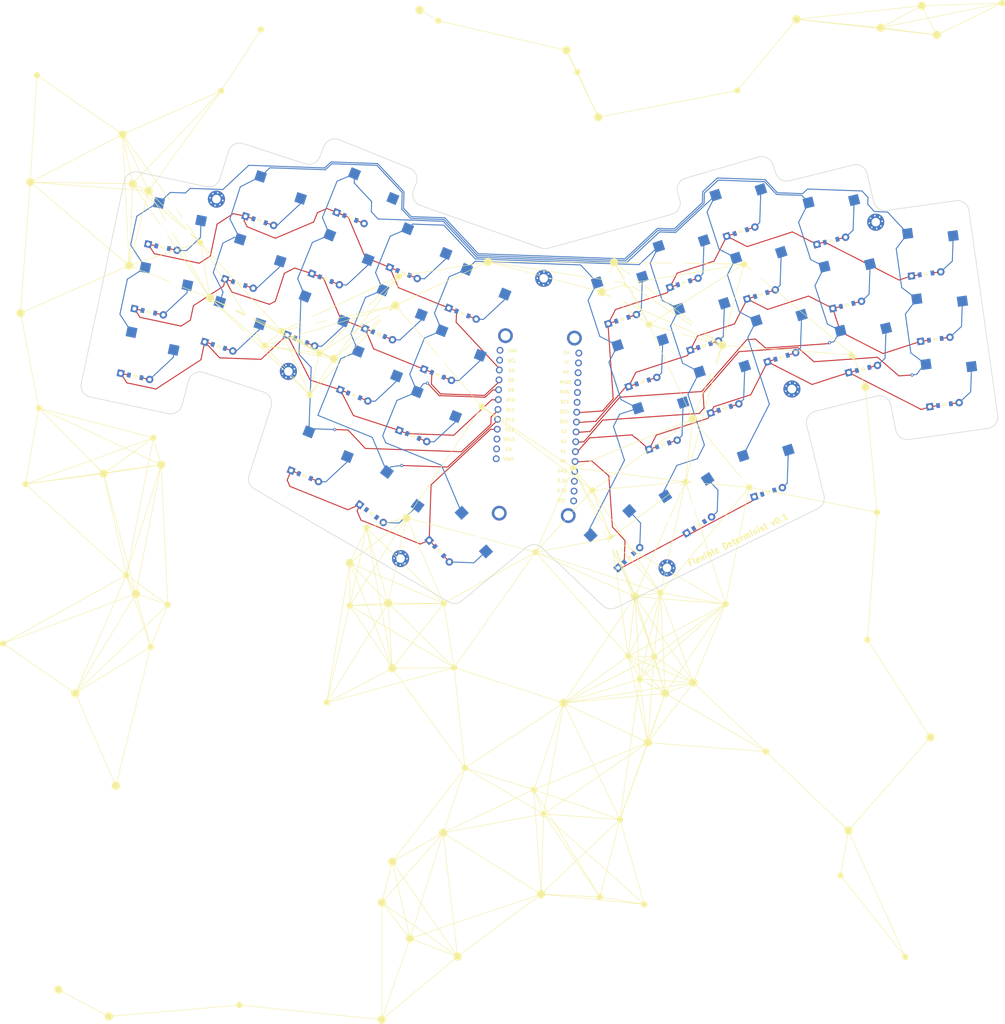
<source format=kicad_pcb>
(kicad_pcb (version 20241229) (generator "pcbnew") (generator_version "9.0")
  (title_block (title "flexible-determinist") (rev "v1.0.0") (company "Unknown"))
  (layers (0 "F.Cu" signal) (2 "B.Cu" signal) (13 "F.Paste" user) (15 "B.Paste" user) (5 "F.SilkS" user "F.Silkscreen") (7 "B.SilkS" user "B.Silkscreen") (1 "F.Mask" user) (3 "B.Mask" user) (25 "Edge.Cuts" user))
  (net 0 "")
  (net 1 "A2")
  (net 2 "pinkie_bottom")
  (net 3 "pinkie_middle")
  (net 4 "pinkie_top")
  (net 5 "A3")
  (net 6 "ring_bottom")
  (net 7 "ring_middle")
  (net 8 "ring_top")
  (net 9 "D11")
  (net 10 "middle_bottom")
  (net 11 "middle_middle")
  (net 12 "middle_top")
  (net 13 "D12")
  (net 14 "index_bottom")
  (net 15 "index_middle")
  (net 16 "index_top")
  (net 17 "D9")
  (net 18 "inner_bottom")
  (net 19 "inner_middle")
  (net 20 "inner_top")
  (net 21 "outer_cluster")
  (net 22 "mod_cluster")
  (net 23 "space_cluster")
  (net 24 "mirror_pinkie_bottom")
  (net 25 "mirror_pinkie_middle")
  (net 26 "mirror_pinkie_top")
  (net 27 "mirror_ring_bottom")
  (net 28 "mirror_ring_middle")
  (net 29 "mirror_ring_top")
  (net 30 "mirror_middle_bottom")
  (net 31 "mirror_middle_middle")
  (net 32 "mirror_middle_top")
  (net 33 "mirror_index_bottom")
  (net 34 "mirror_index_middle")
  (net 35 "mirror_index_top")
  (net 36 "mirror_inner_bottom")
  (net 37 "mirror_inner_middle")
  (net 38 "mirror_inner_top")
  (net 39 "mirror_outer_cluster")
  (net 40 "mirror_mod_cluster")
  (net 41 "mirror_space_cluster")
  (net 42 "D10")
  (net 43 "D6")
  (net 44 "D5")
  (net 45 "D13")
  (net 46 "A1")
  (net 47 "D24")
  (net 48 "D25")
  (net 49 "A0")
  (net 50 "VBAT")
  (net 51 "EN")
  (net 52 "VBUS")
  (net 53 "SCL")
  (net 54 "SDA")
  (net 55 "RST")
  (net 56 "V33")
  (net 57 "GND")
  (net 58 "SCK")
  (net 59 "MOSI")
  (net 60 "MISO")
  (net 61 "RX")
  (net 62 "TX")
  (net 63 "D4")
  (footprint "PG1350" (layer "F.Cu") (at 224.054036 120.329556 18)
    (property "Reference" "S25" (hide yes))
    (property "Value" "" (hide yes))
  )
  (footprint "PG1350" (layer "F.Cu") (at 182.852053 173.050538 43)
    (property "Reference" "S36" (hide yes))
    (property "Value" "" (hide yes))
  )
  (footprint "PG1350" (layer "F.Cu") (at 213.547464 87.993631 18)
    (property "Reference" "S27" (hide yes))
    (property "Value" "" (hide yes))
  )
  (footprint "ComboDiode" (layer "F.Cu") (at 114.484289 89.235598 -22)
    (property "Reference" "D9" (hide yes))
    (property "Value" "" (hide yes))
  )
  (footprint "PG1350" (layer "F.Cu") (at 204.153871 117.332345 18)
    (property "Reference" "S29" (hide yes))
    (property "Value" "" (hide yes))
  )
  (footprint "MountingHole_2.2mm_M2_Pad_Via" (layer "F.Cu") (at 249.854198 90.312355 8)
    (property "Reference" "_6" (hide yes))
    (property "Value" "")
  )
  (footprint "PG1350" (layer "F.Cu") (at 109.989011 100.361806 -22)
    (property "Reference" "S8" (hide yes))
    (property "Value" "" (hide yes))
  )
  (footprint "ComboDiode" (layer "F.Cu") (at 225.59913 125.08484 18)
    (property "Reference" "D25" (hide yes))
    (property "Value" "" (hide yes))
  )
  (footprint "ComboDiode" (layer "F.Cu") (at 238.379594 95.114905 14)
    (property "Reference" "D24" (hide yes))
    (property "Value" "" (hide yes))
  )
  (footprint "ComboDiode" (layer "F.Cu") (at 220.34584 108.916874 18)
    (property "Reference" "D26" (hide yes))
    (property "Value" "" (hide yes))
  )
  (footprint "PG1350" (layer "F.Cu") (at 104.613857 151.038296 -22)
    (property "Reference" "S16" (hide yes))
    (property "Value" "" (hide yes))
  )
  (footprint "PG1350" (layer "F.Cu") (at 262.138885 98.684125 8)
    (property "Reference" "S21" (hide yes))
    (property "Value" "" (hide yes))
  )
  (footprint "ComboDiode" (layer "F.Cu") (at 222.17288 159.844883 18)
    (property "Reference" "D34" (hide yes))
    (property "Value" "" (hide yes))
  )
  (footprint "ComboDiode" (layer "F.Cu") (at 91.088921 89.971402 -18)
    (property "Reference" "D6" (hide yes))
    (property "Value" "" (hide yes))
  )
  (footprint "ComboDiode" (layer "F.Cu") (at 102.740828 155.674222 -22)
    (property "Reference" "D16" (hide yes))
    (property "Value" "" (hide yes))
  )
  (footprint "MountingHole_2.2mm_M2_Pad_Via" (layer "F.Cu") (at 79.977276 84.380111 -12)
    (property "Reference" "_2" (hide yes))
    (property "Value" "")
  )
  (footprint "PG1350" (layer "F.Cu") (at 198.900577 101.164389 18)
    (property "Reference" "S30" (hide yes))
    (property "Value" "" (hide yes))
  )
  (footprint "PG1350" (layer "F.Cu") (at 122.937132 161.343687 -37)
    (property "Reference" "S17" (hide yes))
    (property "Value" "" (hide yes))
  )
  (footprint "PG1350" (layer "F.Cu") (at 103.620688 116.123928 -22)
    (property "Reference" "S7" (hide yes))
    (property "Value" "" (hide yes))
  )
  (footprint "ComboDiode" (layer "F.Cu") (at 204.35349 168.285075 33)
    (property "Reference" "D35" (hide yes))
    (property "Value" "" (hide yes))
  )
  (footprint "ComboDiode" (layer "F.Cu") (at 137.387924 175.000581 -47)
    (property "Reference" "D18" (hide yes))
    (property "Value" "" (hide yes))
  )
  (footprint "ComboDiode" (layer "F.Cu") (at 62.564486 113.393812 -12)
    (property "Reference" "D2" (hide yes))
    (property "Value" "" (hide yes))
  )
  (footprint "ComboDiode" (layer "F.Cu") (at 205.698951 122.087634 18)
    (property "Reference" "D29" (hide yes))
    (property "Value" "" (hide yes))
  )
  (footprint "ComboDiode" (layer "F.Cu") (at 195.0693 147.622139 18)
    (property "Reference" "D31" (hide yes))
    (property "Value" "" (hide yes))
  )
  (footprint "PG1350" (layer "F.Cu") (at 193.52421 142.866847 18)
    (property "Reference" "S31" (hide yes))
    (property "Value" "" (hide yes))
  )
  (footprint "PG1350" (layer "F.Cu") (at 220.62779 155.089604 18)
    (property "Reference" "S34" (hide yes))
    (property "Value" "" (hide yes))
  )
  (footprint "PG1350" (layer "F.Cu") (at 63.60404 108.503076 -12)
    (property "Reference" "S2" (hide yes))
    (property "Value" "" (hide yes))
  )
  (footprint "MountingHole_2.2mm_M2_Pad_Via" (layer "F.Cu") (at 127.415483 176.916464 -47)
    (property "Reference" "_4" (hide yes))
    (property "Value" "")
  )
  (footprint "PG1350" (layer "F.Cu") (at 209.407161 133.50031 18)
    (property "Reference" "S28" (hide yes))
    (property "Value" "" (hide yes))
  )
  (footprint "ComboDiode" (layer "F.Cu") (at 215.092555 92.748919 18)
    (property "Reference" "D27" (hide yes))
    (property "Value" "" (hide yes))
  )
  (footprint "PG1350" (layer "F.Cu") (at 123.681471 114.522198 -22)
    (property "Reference" "S11" (hide yes))
    (property "Value" "" (hide yes))
  )
  (footprint "ComboDiode" (layer "F.Cu") (at 262.834745 103.63547 8)
    (property "Reference" "D21" (hide yes))
    (property "Value" "" (hide yes))
  )
  (footprint "ComboDiode" (layer "F.Cu") (at 128.176745 103.39599 -22)
    (property "Reference" "D12" (hide yes))
    (property "Value" "" (hide yes))
  )
  (footprint "ComboDiode" (layer "F.Cu") (at 267.566633 137.304578 8)
    (property "Reference" "D19" (hide yes))
    (property "Value" "" (hide yes))
  )
  (footprint "MountingHole_2.2mm_M2_Pad_Via" (layer "F.Cu") (at 164.307143 104.774427 -2)
    (property "Reference" "_5" (hide yes))
    (property "Value" "")
  )
  (footprint "ComboDiode" (layer "F.Cu") (at 80.582346 122.307318 -18)
    (property "Reference" "D4" (hide yes))
    (property "Value" "" (hide yes))
  )
  (footprint "MountingHole_2.2mm_M2_Pad_Via" (layer "F.Cu") (at 196.076548 179.314159 43)
    (property "Reference" "_8" (hide yes))
    (property "Value" "")
  )
  (footprint "PG1350" (layer "F.Cu") (at 237.169993 90.263426 14)
    (property "Reference" "S24" (hide yes))
    (property "Value" "" (hide yes))
  )
  (footprint "PG1350" (layer "F.Cu") (at 60.069541 125.131581 -12)
    (property "Reference" "S1" (hide yes))
    (property "Value" "" (hide yes))
  )
  (footprint "MountingHole_2.2mm_M2_Pad_Via" (layer "F.Cu") (at 228.256675 133.263925 18)
    (property "Reference" "_7" (hide yes))
    (property "Value" "")
  )
  (footprint "PG1350" (layer "F.Cu") (at 183.017634 110.530922 18)
    (property "Reference" "S33" (hide yes))
    (property "Value" "" (hide yes))
  )
  (footprint "PG1350" (layer "F.Cu") (at 67.138537 91.874562 -12)
    (property "Reference" "S3" (hide yes))
    (property "Value" "" (hide yes))
  )
  (footprint "Feather_RP2040" (layer "F.Cu") (at 162.530279 142.696057 88)
    (property "Reference" "_1" (hide yes))
    (property "Value" "" (hide yes))
  )
  (footprint "ComboDiode" (layer "F.Cu") (at 121.808435 119.158118 -22)
    (property "Reference" "D11" (hide yes))
    (property "Value" "" (hide yes))
  )
  (footprint "ComboDiode" (layer "F.Cu") (at 184.562729 115.286211 18)
    (property "Reference" "D33" (hide yes))
    (property "Value" "" (hide yes))
  )
  (footprint "ComboDiode" (layer "F.Cu") (at 200.445668 105.919673 18)
    (property "Reference" "D30" (hide yes))
    (property "Value" "" (hide yes))
  )
  (footprint "ComboDiode" (layer "F.Cu") (at 265.200694 120.470018 8)
    (property "Reference" "D20" (hide yes))
    (property "Value" "" (hide yes))
  )
  (footprint "PG1350" (layer "F.Cu") (at 188.270924 126.698892 18)
    (property "Reference" "S32" (hide yes))
    (property "Value" "" (hide yes))
  )
  (footprint "PG1350" (layer "F.Cu") (at 145.24066 109.21173 -22)
    (property "Reference" "S15" (hide yes))
    (property "Value" "" (hide yes))
  )
  (footprint "ComboDiode" (layer "F.Cu") (at 143.367631 113.847637 -22)
    (property "Reference" "D15" (hide yes))
    (property "Value" "" (hide yes))
  )
  (footprint "ComboDiode" (layer "F.Cu") (at 136.999318 129.609766 -22)
    (property "Reference" "D14" (hide yes))
    (property "Value" "" (hide yes))
  )
  (footprint "ComboDiode" (layer "F.Cu") (at 85.835629 106.139364 -18)
    (property "Reference" "D5" (hide yes))
    (property "Value" "" (hide yes))
  )
  (footprint "PG1350" (layer "F.Cu") (at 117.313153 130.284316 -22)
    (property "Reference" "S10" (hide yes))
    (property "Value" "" (hide yes))
  )
  (footprint "PG1350" (layer "F.Cu") (at 116.357318 84.599676 -22)
    (property "Reference" "S9" (hide yes))
    (property "Value" "" (hide yes))
  )
  (footprint "PG1350" (layer "F.Cu") (at 141.044685 171.59059 -47)
    (property "Reference" "S18" (hide yes))
    (property "Value" "" (hide yes))
  )
  (footprint "PG1350" (layer "F.Cu") (at 266.870767 132.353239 8)
    (property "Reference" "S19" (hide yes))
    (property "Value" "" (hide yes))
  )
  (footprint "PG1350" (layer "F.Cu") (at 87.38072 101.384077 -18)
    (property "Reference" "S5" (hide yes))
    (property "Value" "" (hide yes))
  )
  (footprint "ComboDiode" (layer "F.Cu") (at 108.115972 104.997718 -22)
    (property "Reference" "D8" (hide yes))
    (property "Value" "" (hide yes))
  )
  (footprint "PG1350" (layer "F.Cu") (at 130.049775 98.76006 -22)
    (property "Reference" "S12" (hide yes))
    (property "Value" "" (hide yes))
  )
  (footprint "ComboDiode" (layer "F.Cu") (at 246.604936 128.104962 14)
    (property "Reference" "D22" (hide yes))
    (property "Value" "" (hide yes))
  )
  (footprint "PG1350" (layer "F.Cu") (at 132.504033 140.735967 -22)
    (property "Reference" "S13" (hide yes))
    (property "Value" "" (hide yes))
  )
  (footprint "ComboDiode" (layer "F.Cu") (at 66.098973 96.7653 -12)
    (property "Reference" "D3" (hide yes))
    (property "Value" "" (hide yes))
  )
  (footprint "ComboDiode" (layer "F.Cu") (at 119.928046 165.336869 -37)
    (property "Reference" "D17" (hide yes))
    (property "Value" "" (hide yes))
  )
  (footprint "ComboDiode" (layer "F.Cu") (at 210.952239 138.255594 18)
    (property "Reference" "D28" (hide yes))
    (property "Value" "" (hide yes))
  )
  (footprint "PG1350" (layer "F.Cu") (at 138.872346 124.973851 -22)
    (property "Reference" "S14" (hide yes))
    (property "Value" "" (hide yes))
  )
  (footprint "ComboDiode" (layer "F.Cu") (at 115.440122 134.920243 -22)
    (property "Reference" "D10" (hide yes))
    (property "Value" "" (hide yes))
  )
  (footprint "ComboDiode" (layer "F.Cu") (at 189.816001 131.45417 18)
    (property "Reference" "D32" (hide yes))
    (property "Value" "" (hide yes))
  )
  (footprint "ComboDiode" (layer "F.Cu") (at 130.631002 145.371895 -22)
    (property "Reference" "D13" (hide yes))
    (property "Value" "" (hide yes))
  )
  (footprint "ComboDiode" (layer "F.Cu") (at 242.492273 111.609932 14)
    (property "Reference" "D23" (hide yes))
    (property "Value" "" (hide yes))
  )
  (footprint "MountingHole_2.2mm_M2_Pad_Via" (layer "F.Cu") (at 98.526046 128.733624 -22)
    (property "Reference" "_3" (hide yes))
    (property "Value" "")
  )
  (footprint "PG1350" (layer "F.Cu") (at 201.630287 164.091718 33)
    (property "Reference" "S35" (hide yes))
    (property "Value" "" (hide yes))
  )
  (footprint "PG1350" (layer "F.Cu") (at 241.282661 106.758453 14)
    (property "Reference" "S23" (hide yes))
    (property "Value" "" (hide yes))
  )
  (footprint "ComboDiode" (layer "F.Cu") (at 101.74767 120.759849 -22)
    (property "Reference" "D7" (hide yes))
    (property "Value" "" (hide yes))
  )
  (footprint "PG1350" (layer "F.Cu") (at 218.800753 104.161595 18)
    (property "Reference" "S26" (hide yes))
    (property "Value" "" (hide yes))
  )
  (footprint "ComboDiode" (layer "F.Cu") (at 59.029974 130.022317 -12)
    (property "Reference" "D1" (hide yes))
    (property "Value" "" (hide yes))
  )
  (footprint "PG1350" (layer "F.Cu") (at 82.127429 117.552044 -18)
    (property "Reference" "S4" (hide yes))
    (property "Value" "" (hide yes))
  )
  (footprint "PG1350" (layer "F.Cu") (at 264.504825 115.518683 8)
    (property "Reference" "S20" (hide yes))
    (property "Value" "" (hide yes))
  )
  (footprint "PG1350" (layer "F.Cu") (at 92.634012 85.21612 -18)
    (property "Reference" "S6" (hide yes))
    (property "Value" "" (hide yes))
  )
  (footprint "ComboDiode" (layer "F.Cu") (at 186.262052 176.707297 43)
    (property "Reference" "D36" (hide yes))
    (property "Value" "" (hide yes))
  )
  (footprint "PG1350" (layer "F.Cu") (at 245.395332 123.253481 14)
    (property "Reference" "S22" (hide yes))
    (property "Value" "" (hide yes))
  )
  (gr_line (start 63.047081 199.64668) (end 59.237084 185.994184) (stroke (width 0.132291) (color 20 20 20 0.1960784314)) (layer "F.SilkS"))
  (gr_poly (pts (xy 142.159038 278.33513) (xy 142.212784 278.339217) (xy 142.265749 278.345947) (xy 142.317866 278.355254) (xy 142.369069 278.367072) (xy 142.41929 278.381333) (xy 142.468465 278.397972) (xy 142.516525 278.416922) (xy 142.563405 278.438116) (xy 142.609039 278.461488) (xy 142.653358 278.486971) (xy 142.696298 278.514499) (xy 142.737792 278.544006) (xy 142.777773 278.575425) (xy 142.816174 278.608689) (xy 142.852929 278.643731) (xy 142.887972 278.680487) (xy 142.921237 278.718888) (xy 142.952655 278.758868) (xy 142.982162 278.800362) (xy 143.009691 278.843302) (xy 143.035174 278.887622) (xy 143.058546 278.933255) (xy 143.079741 278.980135) (xy 143.098691 279.028196) (xy 143.11533 279.07737) (xy 143.129591 279.127593) (xy 143.141409 279.178796) (xy 143.150716 279.230913) (xy 143.157447 279.283878) (xy 143.161534 279.337625) (xy 143.162911 279.392087) (xy 143.161534 279.44655) (xy 143.157447 279.500298) (xy 143.150716 279.553265) (xy 143.141409 279.605383) (xy 143.129591 279.656587) (xy 143.11533 279.70681) (xy 143.098691 279.755985) (xy 143.079741 279.804046) (xy 143.058546 279.850926) (xy 143.035174 279.89656) (xy 143.009691 279.940879) (xy 142.982162 279.983819) (xy 142.952655 280.025313) (xy 142.921237 280.065293) (xy 142.887972 280.103694) (xy 142.852929 280.140449) (xy 142.816174 280.175491) (xy 142.777773 280.208755) (xy 142.737792 280.240173) (xy 142.696298 280.269679) (xy 142.653358 280.297207) (xy 142.609039 280.32269) (xy 142.563405 280.346061) (xy 142.516525 280.367255) (xy 142.468465 280.386204) (xy 142.41929 280.402842) (xy 142.369069 280.417103) (xy 142.317866 280.428921) (xy 142.265749 280.438228) (xy 142.212784 280.444958) (xy 142.159038 280.449045) (xy 142.104576 280.450422) (xy 142.050115 280.449045) (xy 141.996368 280.444958) (xy 141.943402 280.438228) (xy 141.891285 280.428921) (xy 141.840082 280.417103) (xy 141.78986 280.402842) (xy 141.740685 280.386204) (xy 141.692624 280.367255) (xy 141.645744 280.346061) (xy 141.600111 280.32269) (xy 141.555791 280.297207) (xy 141.512851 280.269679) (xy 141.471358 280.240173) (xy 141.431377 280.208755) (xy 141.392976 280.175491) (xy 141.356221 280.140449) (xy 141.321178 280.103694) (xy 141.287914 280.065293) (xy 141.256495 280.025313) (xy 141.226989 279.983819) (xy 141.19946 279.940879) (xy 141.173977 279.89656) (xy 141.150605 279.850926) (xy 141.129411 279.804046) (xy 141.110461 279.755985) (xy 141.093823 279.70681) (xy 141.079561 279.656587) (xy 141.067744 279.605383) (xy 141.058436 279.553265) (xy 141.051706 279.500298) (xy 141.047619 279.44655) (xy 141.046242 279.392087) (xy 141.047619 279.337625) (xy 141.051706 279.283878) (xy 141.058436 279.230913) (xy 141.067744 279.178796) (xy 141.079561 279.127593) (xy 141.093823 279.07737) (xy 141.110461 279.028196) (xy 141.129411 278.980135) (xy 141.150605 278.933255) (xy 141.173977 278.887622) (xy 141.19946 278.843302) (xy 141.226989 278.800362) (xy 141.256495 278.758868) (xy 141.287914 278.718888) (xy 141.321178 278.680487) (xy 141.356221 278.643731) (xy 141.392976 278.608689) (xy 141.431377 278.575425) (xy 141.471358 278.544006) (xy 141.512851 278.514499) (xy 141.555791 278.486971) (xy 141.600111 278.461488) (xy 141.645744 278.438116) (xy 141.692624 278.416922) (xy 141.740685 278.397972) (xy 141.78986 278.381333) (xy 141.840082 278.367072) (xy 141.891285 278.355254) (xy 141.943402 278.345947) (xy 141.996368 278.339217) (xy 142.050115 278.33513) (xy 142.104576 278.333753)) (stroke (width -0.000001)) (fill yes) (layer "F.SilkS"))
  (gr_curve (pts (xy 171.89666 153.609174) (xy 173.537087 155.531812) (xy 175.177483 157.454458) (xy 176.81791 159.377095)) (stroke (width 0.132291) (color 20 20 20 0.1960784314)) (layer "F.SilkS"))
  (gr_curve (pts (xy 242.805001 246.95416) (xy 249.842903 238.946119) (xy 256.880837 230.938062) (xy 263.91874 222.930005)) (stroke (width 0.132291) (color 20 20 20 0.1960784314)) (layer "F.SilkS"))
  (gr_curve (pts (xy 191.158333 224.305845) (xy 190.452767 218.855436) (xy 189.747216 213.405011) (xy 189.041664 207.954602)) (stroke (width 0.132291) (color 20 20 20 0.1960784314)) (layer "F.SilkS"))
  (gr_line (start 31.984999 80.002099) (end 29.497917 113.710012) (stroke (width 0.132291) (color 20 20 20 0.1960784314)) (layer "F.SilkS"))
  (gr_line (start 103.95166 134.770849) (end 126.070832 111.752095) (stroke (width 0.132291) (color 20 20 20 0.1960784314)) (layer "F.SilkS"))
  (gr_curve (pts (xy 126.070832 111.752095) (xy 126.37069 109.247373) (xy 126.670555 106.742658) (xy 126.970414 104.237935)) (stroke (width 0.132291) (color 20 20 20 0.1960784314)) (layer "F.SilkS"))
  (gr_curve (pts (xy 215.923317 101.11585) (xy 205.957344 102.7739) (xy 195.991387 104.431966) (xy 186.025399 106.090017)) (stroke (width 0.132291) (color 20 20 20 0.1960784314)) (layer "F.SilkS"))
  (gr_line (start 186.078331 202.027921) (end 162.212899 175.252088) (stroke (width 0.132291) (color 20 20 20 0.1960784314)) (layer "F.SilkS"))
  (gr_line (start 211.16082 188.640012) (end 192.745827 202.133756) (stroke (width 0.132291) (color 20 20 20 0.1960784314)) (layer "F.SilkS"))
  (gr_poly (pts (xy 202.907375 207.797212) (xy 202.961122 207.801299) (xy 203.014087 207.808029) (xy 203.066205 207.817336) (xy 203.117408 207.829154) (xy 203.16763 207.843415) (xy 203.216805 207.860054) (xy 203.264865 207.879004) (xy 203.311745 207.900198) (xy 203.357379 207.92357) (xy 203.401699 207.949053) (xy 203.444639 207.976581) (xy 203.486132 208.006088) (xy 203.526113 208.037506) (xy 203.564514 208.07077) (xy 203.601269 208.105813) (xy 203.636312 208.142569) (xy 203.669576 208.18097) (xy 203.700994 208.22095) (xy 203.730501 208.262444) (xy 203.758029 208.305384) (xy 203.783513 208.349704) (xy 203.806885 208.395337) (xy 203.828079 208.442217) (xy 203.847028 208.490278) (xy 203.863667 208.539452) (xy 203.877928 208.589674) (xy 203.889746 208.640877) (xy 203.899053 208.692995) (xy 203.905784 208.74596) (xy 203.90987 208.799707) (xy 203.911248 208.854169) (xy 203.90987 208.908631) (xy 203.905784 208.962378) (xy 203.899053 209.015343) (xy 203.889746 209.067461) (xy 203.877928 209.118664) (xy 203.863667 209.168886) (xy 203.847028 209.21806) (xy 203.828079 209.266121) (xy 203.806885 209.313001) (xy 203.783513 209.358635) (xy 203.758029 209.402955) (xy 203.730501 209.445894) (xy 203.700994 209.487388) (xy 203.669576 209.527369) (xy 203.636312 209.56577) (xy 203.601269 209.602525) (xy 203.564514 209.637568) (xy 203.526113 209.670832) (xy 203.486132 209.70225) (xy 203.444639 209.731757) (xy 203.401699 209.759285) (xy 203.357379 209.784768) (xy 203.311745 209.80814) (xy 203.264865 209.829334) (xy 203.216805 209.848284) (xy 203.16763 209.864923) (xy 203.117408 209.879184) (xy 203.066205 209.891002) (xy 203.014087 209.900309) (xy 202.961122 209.907039) (xy 202.907375 209.911126) (xy 202.852913 209.912503) (xy 202.798451 209.911126) (xy 202.744704 209.907039) (xy 202.691739 209.900309) (xy 202.639622 209.891002) (xy 202.588419 209.879184) (xy 202.538196 209.864923) (xy 202.489022 209.848284) (xy 202.440961 209.829334) (xy 202.394081 209.80814) (xy 202.348448 209.784768) (xy 202.304128 209.759285) (xy 202.261188 209.731757) (xy 202.219694 209.70225) (xy 202.179714 209.670832) (xy 202.141313 209.637568) (xy 202.104557 209.602525) (xy 202.069515 209.56577) (xy 202.036251 209.527369) (xy 202.004832 209.487388) (xy 201.975325 209.445894) (xy 201.947797 209.402955) (xy 201.922314 209.358635) (xy 201.898942 209.313001) (xy 201.877748 209.266121) (xy 201.858798 209.21806) (xy 201.842159 209.168886) (xy 201.827898 209.118664) (xy 201.81608 209.067461) (xy 201.806773 209.015343) (xy 201.800043 208.962378) (xy 201.795956 208.908631) (xy 201.794579 208.854169) (xy 201.795956 208.799707) (xy 201.800043 208.74596) (xy 201.806773 208.692995) (xy 201.81608 208.640877) (xy 201.827898 208.589674) (xy 201.842159 208.539452) (xy 201.858798 208.490278) (xy 201.877748 208.442217) (xy 201.898942 208.395337) (xy 201.922314 208.349704) (xy 201.947797 208.305384) (xy 201.975325 208.262444) (xy 202.004832 208.22095) (xy 202.036251 208.18097) (xy 202.069515 208.142569) (xy 202.104557 208.105813) (xy 202.141313 208.07077) (xy 202.179714 208.037506) (xy 202.219694 208.006088) (xy 202.261188 207.976581) (xy 202.304128 207.949053) (xy 202.348448 207.92357) (xy 202.394081 207.900198) (xy 202.440961 207.879004) (xy 202.489022 207.860054) (xy 202.538196 207.843415) (xy 202.588419 207.829154) (xy 202.639622 207.817336) (xy 202.691739 207.808029) (xy 202.744704 207.801299) (xy 202.798451 207.797212) (xy 202.852913 207.795835)) (stroke (width -0.000001)) (fill yes) (layer "F.SilkS"))
  (gr_line (start 129.827912 274.73541) (end 122.578331 265.475003) (stroke (width 0.132291) (color 20 20 20 0.1960784314)) (layer "F.SilkS"))
  (gr_poly (pts (xy 210.315715 120.960969) (xy 210.369462 120.965056) (xy 210.422427 120.971787) (xy 210.474545 120.981094) (xy 210.525747 120.992912) (xy 210.575969 121.007173) (xy 210.625143 121.023812) (xy 210.673203 121.042762) (xy 210.720083 121.063956) (xy 210.765716 121.087329) (xy 210.810035 121.112812) (xy 210.852974 121.140341) (xy 210.894467 121.169848) (xy 210.934447 121.201266) (xy 210.972847 121.23453) (xy 211.009602 121.269573) (xy 211.044644 121.306329) (xy 211.077907 121.34473) (xy 211.109325 121.384711) (xy 211.138831 121.426204) (xy 211.166359 121.469144) (xy 211.191841 121.513464) (xy 211.215213 121.559098) (xy 211.236406 121.605978) (xy 211.255355 121.654038) (xy 211.271994 121.703213) (xy 211.286255 121.753434) (xy 211.298072 121.804637) (xy 211.307379 121.856754) (xy 211.314109 121.909719) (xy 211.318196 121.963465) (xy 211.319573 122.017926) (xy 211.318196 122.072388) (xy 211.314109 122.126135) (xy 211.307379 122.179101) (xy 211.298072 122.231218) (xy 211.286255 122.282421) (xy 211.271994 122.332643) (xy 211.255355 122.381818) (xy 211.236406 122.429878) (xy 211.215213 122.476759) (xy 211.191841 122.522392) (xy 211.166359 122.566712) (xy 211.138831 122.609652) (xy 211.109325 122.651145) (xy 211.077907 122.691126) (xy 211.044644 122.729527) (xy 211.009602 122.766282) (xy 210.972847 122.801325) (xy 210.934447 122.834589) (xy 210.894467 122.866008) (xy 210.852974 122.895514) (xy 210.810035 122.923042) (xy 210.765716 122.948526) (xy 210.720083 122.971898) (xy 210.673203 122.993092) (xy 210.625143 123.012041) (xy 210.575969 123.02868) (xy 210.525747 123.042942) (xy 210.474545 123.054759) (xy 210.422427 123.064066) (xy 210.369462 123.070797) (xy 210.315715 123.074884) (xy 210.261254 123.076261) (xy 210.20679 123.074884) (xy 210.153042 123.070797) (xy 210.100076 123.064066) (xy 210.047958 123.054759) (xy 209.996754 123.042942) (xy 209.946531 123.02868) (xy 209.897356 123.012041) (xy 209.849295 122.993092) (xy 209.802415 122.971898) (xy 209.756781 122.948526) (xy 209.712461 122.923042) (xy 209.669522 122.895514) (xy 209.628028 122.866008) (xy 209.588048 122.834589) (xy 209.549647 122.801325) (xy 209.512892 122.766282) (xy 209.47785 122.729527) (xy 209.444586 122.691126) (xy 209.413168 122.651145) (xy 209.383662 122.609652) (xy 209.356134 122.566712) (xy 209.330651 122.522392) (xy 209.30728 122.476759) (xy 209.286086 122.429878) (xy 209.267137 122.381818) (xy 209.250499 122.332643) (xy 209.236237 122.282421) (xy 209.22442 122.231218) (xy 209.215113 122.179101) (xy 209.208383 122.126135) (xy 209.204296 122.072388) (xy 209.202919 122.017926) (xy 209.204296 121.963465) (xy 209.208383 121.909719) (xy 209.215113 121.856754) (xy 209.22442 121.804637) (xy 209.236237 121.753434) (xy 209.250499 121.703213) (xy 209.267137 121.654038) (xy 209.286086 121.605978) (xy 209.30728 121.559098) (xy 209.330651 121.513464) (xy 209.356134 121.469144) (xy 209.383662 121.426204) (xy 209.413168 121.384711) (xy 209.444586 121.34473) (xy 209.47785 121.306329) (xy 209.512892 121.269573) (xy 209.549647 121.23453) (xy 209.588048 121.201266) (xy 209.628028 121.169848) (xy 209.669522 121.140341) (xy 209.712461 121.112812) (xy 209.756781 121.087329) (xy 209.802415 121.063956) (xy 209.849295 121.042762) (xy 209.897356 121.023812) (xy 209.946531 121.007173) (xy 209.996754 120.992912) (xy 210.047958 120.981094) (xy 210.100076 120.971787) (xy 210.153042 120.965056) (xy 210.20679 120.960969) (xy 210.261254 120.959592)) (stroke (width -0.000001)) (fill yes) (layer "F.SilkS"))
  (gr_poly (pts (xy 132.369449 34.653895) (xy 132.423196 34.657982) (xy 132.476162 34.664713) (xy 132.528279 34.67402) (xy 132.579482 34.685837) (xy 132.629704 34.700099) (xy 132.678879 34.716738) (xy 132.72694 34.735687) (xy 132.77382 34.756881) (xy 132.819453 34.780253) (xy 132.863773 34.805737) (xy 132.906713 34.833265) (xy 132.948206 34.862772) (xy 132.988187 34.89419) (xy 133.026588 34.927454) (xy 133.063343 34.962497) (xy 133.098386 34.999252) (xy 133.13165 35.037653) (xy 133.163069 35.077634) (xy 133.192575 35.119127) (xy 133.220104 35.162067) (xy 133.245587 35.206387) (xy 133.268959 35.25202) (xy 133.290153 35.2989) (xy 133.309103 35.346961) (xy 133.325741 35.396136) (xy 133.340003 35.446357) (xy 133.35182 35.49756) (xy 133.361127 35.549678) (xy 133.367858 35.602643) (xy 133.371945 35.65639) (xy 133.373322 35.710851) (xy 133.371945 35.765313) (xy 133.367858 35.81906) (xy 133.361127 35.872025) (xy 133.35182 35.924142) (xy 133.340003 35.975345) (xy 133.325741 36.025567) (xy 133.309103 36.074742) (xy 133.290153 36.122802) (xy 133.268959 36.169683) (xy 133.245587 36.215316) (xy 133.220104 36.259636) (xy 133.192575 36.302576) (xy 133.163069 36.344069) (xy 133.13165 36.38405) (xy 133.098386 36.422451) (xy 133.063343 36.459206) (xy 133.026588 36.494249) (xy 132.988187 36.527513) (xy 132.948206 36.558931) (xy 132.906713 36.588438) (xy 132.863773 36.615966) (xy 132.819453 36.64145) (xy 132.77382 36.664822) (xy 132.72694 36.686016) (xy 132.678879 36.704965) (xy 132.629704 36.721604) (xy 132.579482 36.735866) (xy 132.528279 36.747683) (xy 132.476162 36.75699) (xy 132.423196 36.763721) (xy 132.369449 36.767808) (xy 132.314987 36.769185) (xy 132.260526 36.767808) (xy 132.20678 36.763721) (xy 132.153815 36.75699) (xy 132.101698 36.747683) (xy 132.050496 36.735866) (xy 132.000274 36.721604) (xy 131.9511 36.704965) (xy 131.90304 36.686016) (xy 131.85616 36.664822) (xy 131.810527 36.64145) (xy 131.766208 36.615966) (xy 131.723268 36.588438) (xy 131.681775 36.558931) (xy 131.641794 36.527513) (xy 131.603393 36.494249) (xy 131.566638 36.459206) (xy 131.531596 36.422451) (xy 131.498332 36.38405) (xy 131.466913 36.344069) (xy 131.437407 36.302576) (xy 131.409879 36.259636) (xy 131.384396 36.215316) (xy 131.361024 36.169683) (xy 131.33983 36.122802) (xy 131.32088 36.074742) (xy 131.304241 36.025567) (xy 131.28998 35.975345) (xy 131.278162 35.924142) (xy 131.268855 35.872025) (xy 131.262125 35.81906) (xy 131.258038 35.765313) (xy 131.256661 35.710851) (xy 131.258038 35.65639) (xy 131.262125 35.602643) (xy 131.268855 35.549678) (xy 131.278162 35.49756) (xy 131.28998 35.446357) (xy 131.304241 35.396136) (xy 131.32088 35.346961) (xy 131.33983 35.2989) (xy 131.361024 35.25202) (xy 131.384396 35.206387) (xy 131.409879 35.162067) (xy 131.437407 35.119127) (xy 131.466913 35.077634) (xy 131.498332 35.037653) (xy 131.531596 34.999252) (xy 131.566638 34.962497) (xy 131.603393 34.927454) (xy 131.641794 34.89419) (xy 131.681775 34.862772) (xy 131.723268 34.833265) (xy 131.766208 34.805737) (xy 131.810527 34.780253) (xy 131.85616 34.756881) (xy 131.90304 34.735687) (xy 131.9511 34.716738) (xy 132.000274 34.700099) (xy 132.050496 34.685837) (xy 132.101698 34.67402) (xy 132.153815 34.664713) (xy 132.20678 34.657982) (xy 132.260526 34.653895) (xy 132.314987 34.652518)) (stroke (width -0.000001)) (fill yes) (layer "F.SilkS"))
  (gr_line (start 191.158333 224.305845) (end 183.961663 244.096677) (stroke (width 0.132291) (color 20 20 20 0.1960784314)) (layer "F.SilkS"))
  (gr_line (start 125.277085 205.150007) (end 138.559159 188.48126) (stroke (width 0.132291) (color 20 20 20 0.1960784314)) (layer "F.SilkS"))
  (gr_line (start 221.585411 226.634168) (end 202.852913 208.854169) (stroke (width 0.132291) (color 20 20 20 0.1960784314)) (layer "F.SilkS"))
  (gr_poly (pts (xy 184.002508 243.303948) (xy 184.042818 243.307013) (xy 184.082541 243.312061) (xy 184.121629 243.319041) (xy 184.160031 243.327904) (xy 184.197697 243.338601) (xy 184.234578 243.35108) (xy 184.270623 243.365292) (xy 184.305783 243.381188) (xy 184.340007 243.398717) (xy 184.373247 243.41783) (xy 184.405452 243.438476) (xy 184.436572 243.460607) (xy 184.466557 243.484171) (xy 184.495358 243.509119) (xy 184.522925 243.535402) (xy 184.549207 243.562968) (xy 184.574155 243.59177) (xy 184.597719 243.621756) (xy 184.619849 243.652876) (xy 184.640495 243.685081) (xy 184.659608 243.718322) (xy 184.677137 243.752547) (xy 184.693032 243.787708) (xy 184.707245 243.823754) (xy 184.719724 243.860636) (xy 184.73042 243.898303) (xy 184.739283 243.936706) (xy 184.746264 243.975794) (xy 184.751311 244.015519) (xy 184.754377 244.05583) (xy 184.75541 244.096677) (xy 184.754377 244.137523) (xy 184.751311 244.177832) (xy 184.746264 244.217556) (xy 184.739283 244.256643) (xy 184.73042 244.295045) (xy 184.719724 244.332711) (xy 184.707245 244.369592) (xy 184.693032 244.405637) (xy 184.677137 244.440797) (xy 184.659608 244.475022) (xy 184.640495 244.508262) (xy 184.619849 244.540467) (xy 184.597719 244.571587) (xy 184.574155 244.601572) (xy 184.549207 244.630373) (xy 184.522925 244.657939) (xy 184.495358 244.684221) (xy 184.466557 244.709169) (xy 184.436572 244.732733) (xy 184.405452 244.754863) (xy 184.373247 244.77551) (xy 184.340007 244.794622) (xy 184.305783 244.812151) (xy 184.270623 244.828047) (xy 184.234578 244.842259) (xy 184.197697 244.854738) (xy 184.160031 244.865434) (xy 184.121629 244.874298) (xy 184.082541 244.881278) (xy 184.042818 244.886326) (xy 184.002508 244.889391) (xy 183.961663 244.890424) (xy 183.920816 244.889391) (xy 183.880505 244.886326) (xy 183.84078 244.881278) (xy 183.801692 244.874298) (xy 183.763289 244.865434) (xy 183.725623 244.854738) (xy 183.688742 244.842259) (xy 183.652696 244.828047) (xy 183.617536 244.812151) (xy 183.583311 244.794622) (xy 183.550071 244.77551) (xy 183.517866 244.754863) (xy 183.486747 244.732733) (xy 183.456761 244.709169) (xy 183.427961 244.684221) (xy 183.400395 244.657939) (xy 183.374113 244.630373) (xy 183.349165 244.601572) (xy 183.325602 244.571587) (xy 183.303472 244.540467) (xy 183.282827 244.508262) (xy 183.263714 244.475022) (xy 183.246186 244.440797) (xy 183.230291 244.405637) (xy 183.216079 244.369592) (xy 183.2036 244.332711) (xy 183.192904 244.295045) (xy 183.184041 244.256643) (xy 183.177061 244.217556) (xy 183.172014 244.177832) (xy 183.168948 244.137523) (xy 183.167916 244.096677) (xy 183.168948 244.05583) (xy 183.172014 244.015519) (xy 183.177061 243.975794) (xy 183.184041 243.936706) (xy 183.192904 243.898303) (xy 183.2036 243.860636) (xy 183.216079 243.823754) (xy 183.230291 243.787708) (xy 183.246186 243.752547) (xy 183.263714 243.718322) (xy 183.282827 243.685081) (xy 183.303472 243.652876) (xy 183.325602 243.621756) (xy 183.349165 243.59177) (xy 183.374113 243.562968) (xy 183.400395 243.535402) (xy 183.427961 243.509119) (xy 183.456761 243.484171) (xy 183.486747 243.460607) (xy 183.517866 243.438476) (xy 183.550071 243.41783) (xy 183.583311 243.398717) (xy 183.617536 243.381188) (xy 183.652696 243.365292) (xy 183.688742 243.35108) (xy 183.725623 243.338601) (xy 183.763289 243.327904) (xy 183.801692 243.319041) (xy 183.84078 243.312061) (xy 183.880505 243.307013) (xy 183.920816 243.303948) (xy 183.961663 243.302915)) (stroke (width -0.000001)) (fill yes) (layer "F.SilkS"))
  (gr_curve (pts (xy 138.400406 247.536252) (xy 146.179154 243.83209) (xy 153.957909 240.127927) (xy 161.736656 236.423749)) (stroke (width 0.132291) (color 20 20 20 0.1960784314)) (layer "F.SilkS"))
  (gr_curve (pts (xy 114.323326 178.056684) (xy 117.974579 187.087781) (xy 121.625824 196.118894) (xy 125.277085 205.150007)) (stroke (width 0.132291) (color 20 20 20 0.1960784314)) (layer "F.SilkS"))
  (gr_line (start 96.754998 118.313764) (end 92.362908 122.070852) (stroke (width 0.132291) (color 20 20 20 0.1960784314)) (layer "F.SilkS"))
  (gr_line (start 129.827912 274.73541) (end 125.277085 254.944593) (stroke (width 0.132291) (color 20 20 20 0.1960784314)) (layer "F.SilkS"))
  (gr_line (start 58.390412 80.425431) (end 81.197499 56.5071) (stroke (width 0.132291) (color 20 20 20 0.1960784314)) (layer "F.SilkS"))
  (gr_curve (pts (xy 191.158333 224.305845) (xy 192.639992 220.072507) (xy 194.121666 215.83917) (xy 195.603325 211.605848)) (stroke (width 0.132291) (color 20 20 20 0.1960784314)) (layer "F.SilkS"))
  (gr_curve (pts (xy 200.842064 157.154599) (xy 191.193596 155.972791) (xy 181.545143 154.790982) (xy 171.89666 153.609174)) (stroke (width 0.132291) (color 20 20 20 0.1960784314)) (layer "F.SilkS"))
  (gr_poly (pts (xy 32.039461 78.945146) (xy 32.093208 78.949233) (xy 32.146173 78.955963) (xy 32.19829 78.96527) (xy 32.249493 78.977088) (xy 32.299715 78.991349) (xy 32.34889 79.007988) (xy 32.39695 79.026938) (xy 32.443831 79.048132) (xy 32.489464 79.071504) (xy 32.533784 79.096987) (xy 32.576724 79.124515) (xy 32.618217 79.154022) (xy 32.658198 79.18544) (xy 32.696599 79.218704) (xy 32.733354 79.253747) (xy 32.768397 79.290502) (xy 32.801661 79.328903) (xy 32.833079 79.368883) (xy 32.862586 79.410377) (xy 32.890114 79.453317) (xy 32.915597 79.497636) (xy 32.938969 79.543269) (xy 32.960163 79.590149) (xy 32.979113 79.63821) (xy 32.995752 79.687384) (xy 33.010013 79.737606) (xy 33.021831 79.788809) (xy 33.031138 79.840926) (xy 33.037868 79.893891) (xy 33.041955 79.947638) (xy 33.043332 80.002099) (xy 33.041955 80.056561) (xy 33.037868 80.110308) (xy 33.031138 80.163273) (xy 33.021831 80.215391) (xy 33.010013 80.266594) (xy 32.995752 80.316816) (xy 32.979113 80.365991) (xy 32.960163 80.414051) (xy 32.938969 80.460932) (xy 32.915597 80.506565) (xy 32.890114 80.550885) (xy 32.862586 80.593825) (xy 32.833079 80.635318) (xy 32.801661 80.675299) (xy 32.768397 80.7137) (xy 32.733354 80.750455) (xy 32.696599 80.785498) (xy 32.658198 80.818762) (xy 32.618217 80.85018) (xy 32.576724 80.879687) (xy 32.533784 80.907215) (xy 32.489464 80.932699) (xy 32.443831 80.956071) (xy 32.39695 80.977265) (xy 32.34889 80.996214) (xy 32.299715 81.012853) (xy 32.249493 81.027115) (xy 32.19829 81.038932) (xy 32.146173 81.048239) (xy 32.093208 81.05497) (xy 32.039461 81.059057) (xy 31.984999 81.060434) (xy 31.930537 81.059057) (xy 31.87679 81.05497) (xy 31.823825 81.048239) (xy 31.771708 81.038932) (xy 31.720505 81.027115) (xy 31.670283 81.012853) (xy 31.621108 80.996214) (xy 31.573048 80.977265) (xy 31.526167 80.956071) (xy 31.480534 80.932699) (xy 31.436214 80.907215) (xy 31.393274 80.879687) (xy 31.351781 80.85018) (xy 31.3118 80.818762) (xy 31.273399 80.785498) (xy 31.236644 80.750455) (xy 31.201601 80.7137) (xy 31.168337 80.675299) (xy 31.136919 80.635318) (xy 31.107412 80.593825) (xy 31.079884 80.550885) (xy 31.054401 80.506565) (xy 31.031029 80.460932) (xy 31.009835 80.414051) (xy 30.990885 80.365991) (xy 30.974246 80.316816) (xy 30.959985 80.266594) (xy 30.948167 80.215391) (xy 30.93886 80.163273) (xy 30.93213 80.110308) (xy 30.928043 80.056561) (xy 30.926666 80.002099) (xy 30.928043 79.947638) (xy 30.93213 79.893891) (xy 30.93886 79.840926) (xy 30.948167 79.788809) (xy 30.959985 79.737606) (xy 30.974246 79.687384) (xy 30.990885 79.63821) (xy 31.009835 79.590149) (xy 31.031029 79.543269) (xy 31.054401 79.497636) (xy 31.079884 79.453317) (xy 31.107412 79.410377) (xy 31.136919 79.368883) (xy 31.168337 79.328903) (xy 31.201601 79.290502) (xy 31.236644 79.253747) (xy 31.273399 79.218704) (xy 31.3118 79.18544) (xy 31.351781 79.154022) (xy 31.393274 79.124515) (xy 31.436214 79.096987) (xy 31.480534 79.071504) (xy 31.526167 79.048132) (xy 31.573048 79.026938) (xy 31.621108 79.007988) (xy 31.670283 78.991349) (xy 31.720505 78.977088) (xy 31.771708 78.96527) (xy 31.823825 78.955963) (xy 31.87679 78.949233) (xy 31.930537 78.945146) (xy 31.984999 78.943769)) (stroke (width -0.000001)) (fill yes) (layer "F.SilkS"))
  (gr_poly (pts (xy 247.767082 197.054787) (xy 247.807393 197.057852) (xy 247.847117 197.0629) (xy 247.886206 197.06988) (xy 247.924608 197.078744) (xy 247.962275 197.08944) (xy 247.999156 197.101919) (xy 248.035201 197.116132) (xy 248.070362 197.132027) (xy 248.104586 197.149556) (xy 248.137826 197.168669) (xy 248.170031 197.189316) (xy 248.201151 197.211446) (xy 248.231136 197.23501) (xy 248.259937 197.259958) (xy 248.287503 197.286241) (xy 248.313784 197.313808) (xy 248.338732 197.342609) (xy 248.362295 197.372595) (xy 248.384425 197.403715) (xy 248.405071 197.435921) (xy 248.424183 197.469161) (xy 248.441711 197.503387) (xy 248.457607 197.538547) (xy 248.471819 197.574593) (xy 248.484297 197.611475) (xy 248.494993 197.649142) (xy 248.503856 197.687545) (xy 248.510836 197.726634) (xy 248.515884 197.766358) (xy 248.518949 197.806669) (xy 248.519982 197.847516) (xy 248.518949 197.888362) (xy 248.515884 197.928672) (xy 248.510836 197.968395) (xy 248.503856 198.007483) (xy 248.494993 198.045884) (xy 248.484297 198.083551) (xy 248.471819 198.120431) (xy 248.457607 198.156476) (xy 248.441711 198.191636) (xy 248.424183 198.225861) (xy 248.405071 198.259101) (xy 248.384425 198.291306) (xy 248.362295 198.322426) (xy 248.338732 198.352411) (xy 248.313784 198.381212) (xy 248.287503 198.408778) (xy 248.259937 198.435061) (xy 248.231136 198.460009) (xy 248.201151 198.483572) (xy 248.170031 198.505703) (xy 248.137826 198.526349) (xy 248.104586 198.545461) (xy 248.070362 198.56299) (xy 248.035201 198.578886) (xy 247.999156 198.593098) (xy 247.962275 198.605578) (xy 247.924608 198.616274) (xy 247.886206 198.625137) (xy 247.847117 198.632117) (xy 247.807393 198.637165) (xy 247.767082 198.64023) (xy 247.726235 198.641263) (xy 247.685389 198.64023) (xy 247.645079 198.637165) (xy 247.605356 198.632117) (xy 247.566268 198.625137) (xy 247.527867 198.616274) (xy 247.4902 198.605578) (xy 247.45332 198.593098) (xy 247.417275 198.578886) (xy 247.382115 198.56299) (xy 247.34789 198.545461) (xy 247.31465 198.526349) (xy 247.282445 198.505703) (xy 247.251325 198.483572) (xy 247.22134 198.460009) (xy 247.192539 198.435061) (xy 247.164973 198.408778) (xy 247.13869 198.381212) (xy 247.113742 198.352411) (xy 247.090179 198.322426) (xy 247.068049 198.291306) (xy 247.047402 198.259101) (xy 247.02829 198.225861) (xy 247.010761 198.191636) (xy 246.994865 198.156476) (xy 246.980653 198.120431) (xy 246.968173 198.083551) (xy 246.957477 198.045884) (xy 246.948614 198.007483) (xy 246.941634 197.968395) (xy 246.936586 197.928672) (xy 246.933521 197.888362) (xy 246.932488 197.847516) (xy 246.933521 197.806669) (xy 246.936586 197.766358) (xy 246.941634 197.726634) (xy 246.948614 197.687545) (xy 246.957477 197.649142) (xy 246.968173 197.611475) (xy 246.980653 197.574593) (xy 246.994865 197.538547) (xy 247.010761 197.503387) (xy 247.02829 197.469161) (xy 247.047402 197.435921) (xy 247.068049 197.403715) (xy 247.090179 197.372595) (xy 247.113742 197.342609) (xy 247.13869 197.313808) (xy 247.164973 197.286241) (xy 247.192539 197.259958) (xy 247.22134 197.23501) (xy 247.251325 197.211446) (xy 247.282445 197.189316) (xy 247.31465 197.168669) (xy 247.34789 197.149556) (xy 247.382115 197.132027) (xy 247.417275 197.116132) (xy 247.45332 197.101919) (xy 247.4902 197.08944) (xy 247.527867 197.078744) (xy 247.566268 197.06988) (xy 247.605356 197.0629) (xy 247.645079 197.057852) (xy 247.685389 197.054787) (xy 247.726235 197.053754)) (stroke (width -0.000001)) (fill yes) (layer "F.SilkS"))
  (gr_curve (pts (xy 39.234583 287.91168) (xy 43.57375 290.204725) (xy 47.912915 292.497785) (xy 52.252081 294.790845)) (stroke (width 0.132291) (color 20 20 20 0.1960784314)) (layer "F.SilkS"))
  (gr_poly (pts (xy 242.859462 245.897218) (xy 242.913209 245.901305) (xy 242.966175 245.908035) (xy 243.018292 245.917342) (xy 243.069495 245.929159) (xy 243.119717 245.94342) (xy 243.168892 245.960058) (xy 243.216953 245.979007) (xy 243.263833 246.000201) (xy 243.309466 246.023572) (xy 243.353786 246.049055) (xy 243.396726 246.076583) (xy 243.438219 246.106089) (xy 243.4782 246.137506) (xy 243.516601 246.17077) (xy 243.553356 246.205812) (xy 243.588399 246.242566) (xy 243.621663 246.280967) (xy 243.653082 246.320947) (xy 243.682588 246.362439) (xy 243.710117 246.405379) (xy 243.7356 246.449698) (xy 243.758972 246.495331) (xy 243.780166 246.54221) (xy 243.799116 246.590271) (xy 243.815754 246.639445) (xy 243.830016 246.689666) (xy 243.841833 246.740869) (xy 243.851141 246.792986) (xy 243.857871 246.845951) (xy 243.861958 246.899698) (xy 243.863335 246.95416) (xy 243.861958 247.008623) (xy 243.857871 247.062371) (xy 243.851141 247.115338) (xy 243.841833 247.167456) (xy 243.830016 247.21866) (xy 243.815754 247.268882) (xy 243.799116 247.318057) (xy 243.780166 247.366118) (xy 243.758972 247.412999) (xy 243.7356 247.458632) (xy 243.710117 247.502952) (xy 243.682588 247.545892) (xy 243.653082 247.587385) (xy 243.621663 247.627366) (xy 243.588399 247.665767) (xy 243.553356 247.702522) (xy 243.516601 247.737564) (xy 243.4782 247.770828) (xy 243.438219 247.802246) (xy 243.396726 247.831752) (xy 243.353786 247.85928) (xy 243.309466 247.884762) (xy 243.263833 247.908134) (xy 243.216953 247.929327) (xy 243.168892 247.948277) (xy 243.119717 247.964915) (xy 243.069495 247.979176) (xy 243.018292 247.990993) (xy 242.966175 248.0003) (xy 242.913209 248.00703) (xy 242.859462 248.011117) (xy 242.805001 248.012494) (xy 242.750537 248.011117) (xy 242.696789 248.00703) (xy 242.643823 248.0003) (xy 242.591705 247.990993) (xy 242.540501 247.979176) (xy 242.490278 247.964915) (xy 242.441103 247.948277) (xy 242.393042 247.929327) (xy 242.346162 247.908134) (xy 242.300528 247.884762) (xy 242.256208 247.85928) (xy 242.213269 247.831752) (xy 242.171775 247.802246) (xy 242.131795 247.770828) (xy 242.093394 247.737564) (xy 242.056639 247.702522) (xy 242.021597 247.665767) (xy 241.988333 247.627366) (xy 241.956915 247.587385) (xy 241.927409 247.545892) (xy 241.899881 247.502952) (xy 241.874398 247.458632) (xy 241.851027 247.412999) (xy 241.829833 247.366118) (xy 241.810884 247.318057) (xy 241.794245 247.268882) (xy 241.779984 247.21866) (xy 241.768167 247.167456) (xy 241.75886 247.115338) (xy 241.75213 247.062371) (xy 241.748043 247.008623) (xy 241.746666 246.95416) (xy 241.748043 246.899698) (xy 241.75213 246.845951) (xy 241.75886 246.792986) (xy 241.768167 246.740869) (xy 241.779984 246.689666) (xy 241.794245 246.639445) (xy 241.810884 246.590271) (xy 241.829833 246.54221) (xy 241.851027 246.495331) (xy 241.874398 246.449698) (xy 241.899881 246.405379) (xy 241.927409 246.362439) (xy 241.956915 246.320947) (xy 241.988333 246.280967) (xy 242.021597 246.242566) (xy 242.056639 246.205812) (xy 242.093394 246.17077) (xy 242.131795 246.137506) (xy 242.171775 246.106089) (xy 242.213269 246.076583) (xy 242.256208 246.049055) (xy 242.300528 246.023572) (xy 242.346162 246.000201) (xy 242.393042 245.979007) (xy 242.441103 245.960058) (xy 242.490278 245.94342) (xy 242.540501 245.929159) (xy 242.591705 245.917342) (xy 242.643823 245.908035) (xy 242.696789 245.901305) (xy 242.750537 245.897218) (xy 242.805001 245.895841)) (stroke (width -0.000001)) (fill yes) (layer "F.SilkS"))
  (gr_curve (pts (xy 251.112908 40.261685) (xy 261.537484 38.145018) (xy 271.962059 36.028351) (xy 282.38665 33.911685)) (stroke (width 0.132291) (color 20 20 20 0.1960784314)) (layer "F.SilkS"))
  (gr_poly (pts (xy 200.882911 156.361878) (xy 200.923222 156.364943) (xy 200.962947 156.369991) (xy 201.002036 156.376971) (xy 201.040439 156.385834) (xy 201.078106 156.396531) (xy 201.114987 156.40901) (xy 201.151033 156.423222) (xy 201.186194 156.439118) (xy 201.220419 156.456647) (xy 201.25366 156.47576) (xy 201.285865 156.496406) (xy 201.316986 156.518536) (xy 201.346972 156.5421) (xy 201.375773 156.567048) (xy 201.40334 156.593331) (xy 201.429622 156.620897) (xy 201.45457 156.649698) (xy 201.478135 156.679684) (xy 201.500265 156.710804) (xy 201.520911 156.743009) (xy 201.540024 156.776249) (xy 201.557553 156.810475) (xy 201.573449 156.845635) (xy 201.587661 156.88168) (xy 201.600141 156.918562) (xy 201.610837 156.956228) (xy 201.6197 156.994631) (xy 201.626681 157.033719) (xy 201.631728 157.073443) (xy 201.634794 157.113753) (xy 201.635826 157.154599) (xy 201.634794 157.195446) (xy 201.631728 157.235756) (xy 201.626681 157.27548) (xy 201.6197 157.314568) (xy 201.610837 157.35297) (xy 201.600141 157.390637) (xy 201.587661 157.427517) (xy 201.573449 157.463563) (xy 201.557553 157.498723) (xy 201.540024 157.532948) (xy 201.520911 157.566187) (xy 201.500265 157.598392) (xy 201.478135 157.629512) (xy 201.45457 157.659497) (xy 201.429622 157.688298) (xy 201.40334 157.715864) (xy 201.375773 157.742146) (xy 201.346972 157.767094) (xy 201.316986 157.790658) (xy 201.285865 157.812788) (xy 201.25366 157.833434) (xy 201.220419 157.852546) (xy 201.186194 157.870075) (xy 201.151033 157.88597) (xy 201.114987 157.900182) (xy 201.078106 157.912661) (xy 201.040439 157.923357) (xy 201.002036 157.93222) (xy 200.962947 157.939201) (xy 200.923222 157.944248) (xy 200.882911 157.947314) (xy 200.842064 157.948346) (xy 200.801218 157.947314) (xy 200.760909 157.944248) (xy 200.721185 157.939201) (xy 200.682098 157.93222) (xy 200.643696 157.923357) (xy 200.60603 157.912661) (xy 200.569149 157.900182) (xy 200.533104 157.88597) (xy 200.497944 157.870075) (xy 200.463719 157.852546) (xy 200.43048 157.833434) (xy 200.398275 157.812788) (xy 200.367155 157.790658) (xy 200.337169 157.767094) (xy 200.308369 157.742146) (xy 200.280802 157.715864) (xy 200.25452 157.688298) (xy 200.229572 157.659497) (xy 200.206008 157.629512) (xy 200.183878 157.598392) (xy 200.163232 157.566187) (xy 200.144119 157.532948) (xy 200.12659 157.498723) (xy 200.110694 157.463563) (xy 200.096482 157.427517) (xy 200.084003 157.390637) (xy 200.073307 157.35297) (xy 200.064444 157.314568) (xy 200.057463 157.27548) (xy 200.052415 157.235756) (xy 200.04935 157.195446) (xy 200.048317 157.154599) (xy 200.04935 157.113753) (xy 200.052415 157.073443) (xy 200.057463 157.033719) (xy 200.064444 156.994631) (xy 200.073307 156.956228) (xy 200.084003 156.918562) (xy 200.096482 156.88168) (xy 200.110694 156.845635) (xy 200.12659 156.810475) (xy 200.144119 156.776249) (xy 200.163232 156.743009) (xy 200.183878 156.710804) (xy 200.206008 156.679684) (xy 200.229572 156.649698) (xy 200.25452 156.620897) (xy 200.280802 156.593331) (xy 200.308369 156.567048) (xy 200.337169 156.5421) (xy 200.367155 156.518536) (xy 200.398275 156.496406) (xy 200.43048 156.47576) (xy 200.463719 156.456647) (xy 200.497944 156.439118) (xy 200.533104 156.423222) (xy 200.569149 156.40901) (xy 200.60603 156.396531) (xy 200.643696 156.385834) (xy 200.682098 156.376971) (xy 200.721185 156.369991) (xy 200.760909 156.364943) (xy 200.801218 156.361878) (xy 200.842064 156.360845)) (stroke (width -0.000001)) (fill yes) (layer "F.SilkS"))
  (gr_poly (pts (xy 149.990703 99.476808) (xy 150.04445 99.480895) (xy 150.097416 99.487625) (xy 150.149533 99.496932) (xy 150.200736 99.50875) (xy 150.250958 99.523011) (xy 150.300133 99.53965) (xy 150.348193 99.5586) (xy 150.395074 99.579794) (xy 150.440707 99.603166) (xy 150.485027 99.628649) (xy 150.527967 99.656177) (xy 150.56946 99.685684) (xy 150.609441 99.717102) (xy 150.647842 99.750366) (xy 150.684597 99.785409) (xy 150.71964 99.822164) (xy 150.752904 99.860566) (xy 150.784323 99.900546) (xy 150.813829 99.94204) (xy 150.841357 99.98498) (xy 150.866841 100.0293) (xy 150.890213 100.074933) (xy 150.911407 100.121813) (xy 150.930356 100.169874) (xy 150.946995 100.219048) (xy 150.961257 100.26927) (xy 150.973074 100.320473) (xy 150.982381 100.372591) (xy 150.989112 100.425556) (xy 150.993199 100.479303) (xy 150.994576 100.533765) (xy 150.993199 100.588227) (xy 150.989112 100.641974) (xy 150.982381 100.694939) (xy 150.973074 100.747057) (xy 150.961257 100.79826) (xy 150.946995 100.848482) (xy 150.930356 100.897656) (xy 150.911407 100.945717) (xy 150.890213 100.992597) (xy 150.866841 101.038231) (xy 150.841357 101.08255) (xy 150.813829 101.12549) (xy 150.784323 101.166984) (xy 150.752904 101.206965) (xy 150.71964 101.245366) (xy 150.684597 101.282121) (xy 150.647842 101.317164) (xy 150.609441 101.350428) (xy 150.56946 101.381846) (xy 150.527967 101.411353) (xy 150.485027 101.438881) (xy 150.440707 101.464364) (xy 150.395074 101.487736) (xy 150.348193 101.50893) (xy 150.300133 101.52788) (xy 150.250958 101.544519) (xy 150.200736 101.55878) (xy 150.149533 101.570598) (xy 150.097416 101.579905) (xy 150.04445 101.586635) (xy 149.990703 101.590722) (xy 149.936241 101.592099) (xy 149.88178 101.590722) (xy 149.828033 101.586635) (xy 149.775067 101.579905) (xy 149.72295 101.570598) (xy 149.671747 101.55878) (xy 149.621525 101.544519) (xy 149.57235 101.52788) (xy 149.524289 101.50893) (xy 149.477409 101.487736) (xy 149.431776 101.464364) (xy 149.387456 101.438881) (xy 149.344516 101.411353) (xy 149.303023 101.381846) (xy 149.263042 101.350428) (xy 149.224641 101.317164) (xy 149.187886 101.282121) (xy 149.152843 101.245366) (xy 149.119579 101.206965) (xy 149.08816 101.166984) (xy 149.058654 101.12549) (xy 149.031125 101.08255) (xy 149.005642 101.038231) (xy 148.98227 100.992597) (xy 148.961076 100.945717) (xy 148.942126 100.897656) (xy 148.925488 100.848482) (xy 148.911226 100.79826) (xy 148.899409 100.747057) (xy 148.890101 100.694939) (xy 148.883371 100.641974) (xy 148.879284 100.588227) (xy 148.877907 100.533765) (xy 148.879284 100.479303) (xy 148.883371 100.425556) (xy 148.890101 100.372591) (xy 148.899409 100.320473) (xy 148.911226 100.26927) (xy 148.925488 100.219048) (xy 148.942126 100.169874) (xy 148.961076 100.121813) (xy 148.98227 100.074933) (xy 149.005642 100.0293) (xy 149.031125 99.98498) (xy 149.058654 99.94204) (xy 149.08816 99.900546) (xy 149.119579 99.860566) (xy 149.152843 99.822164) (xy 149.187886 99.785409) (xy 149.224641 99.750366) (xy 149.263042 99.717102) (xy 149.303023 99.685684) (xy 149.344516 99.656177) (xy 149.387456 99.628649) (xy 149.431776 99.603166) (xy 149.477409 99.579794) (xy 149.524289 99.5586) (xy 149.57235 99.53965) (xy 149.621525 99.523011) (xy 149.671747 99.50875) (xy 149.72295 99.496932) (xy 149.775067 99.487625) (xy 149.828033 99.480895) (xy 149.88178 99.476808) (xy 149.936241 99.475431)) (stroke (width -0.000001)) (fill yes) (layer "F.SilkS"))
  (gr_line (start 195.603325 211.605848) (end 194.386254 185.729596) (stroke (width 0.132291) (color 20 20 20 0.1960784314)) (layer "F.SilkS"))
  (gr_curve (pts (xy 138.559159 188.48126) (xy 139.441109 193.984586) (xy 140.323044 199.487928) (xy 141.204995 204.991254)) (stroke (width 0.132291) (color 20 20 20 0.1960784314)) (layer "F.SilkS"))
  (gr_line (start 229.417076 38.092102) (end 265.612068 42.113768) (stroke (width 0.132291) (color 20 20 20 0.1960784314)) (layer "F.SilkS"))
  (gr_curve (pts (xy 169.409569 214.092939) (xy 160.008049 211.059034) (xy 150.606514 208.025144) (xy 141.204995 204.991254)) (stroke (width 0.132291) (color 20 20 20 0.1960784314)) (layer "F.SilkS"))
  (gr_curve (pts (xy 182.427071 100.6396) (xy 185.425682 105.984189) (xy 188.424309 111.328763) (xy 191.422905 116.673352)) (stroke (width 0.132291) (color 20 20 20 0.1960784314)) (layer "F.SilkS"))
  (gr_poly (pts (xy 190.246664 265.158547) (xy 190.286974 265.161612) (xy 190.326697 265.16666) (xy 190.365785 265.17364) (xy 190.404187 265.182503) (xy 190.441853 265.1932) (xy 190.478733 265.205679) (xy 190.514779 265.219891) (xy 190.549939 265.235787) (xy 190.584163 265.253316) (xy 190.617403 265.272428) (xy 190.649608 265.293075) (xy 190.680728 265.315205) (xy 190.710713 265.338769) (xy 190.739514 265.363717) (xy 190.767081 265.389999) (xy 190.793363 265.417565) (xy 190.818311 265.446366) (xy 190.841875 265.476351) (xy 190.864005 265.507471) (xy 190.884651 265.539676) (xy 190.903764 265.572916) (xy 190.921293 265.607141) (xy 190.937188 265.642301) (xy 190.951401 265.678346) (xy 190.96388 265.715226) (xy 190.974576 265.752893) (xy 190.983439 265.791294) (xy 190.99042 265.830382) (xy 190.995467 265.870106) (xy 190.998533 265.910415) (xy 190.999565 265.951261) (xy 190.998533 265.992108) (xy 190.995467 266.032419) (xy 190.99042 266.072143) (xy 190.983439 266.111232) (xy 190.974576 266.149634) (xy 190.96388 266.187301) (xy 190.951401 266.224182) (xy 190.937188 266.260227) (xy 190.921293 266.295388) (xy 190.903764 266.329612) (xy 190.884651 266.362852) (xy 190.864005 266.395057) (xy 190.841875 266.426177) (xy 190.818311 266.456162) (xy 190.793363 266.484963) (xy 190.767081 266.512529) (xy 190.739514 266.53881) (xy 190.710713 266.563758) (xy 190.680728 266.587321) (xy 190.649608 266.609451) (xy 190.617403 266.630097) (xy 190.584163 266.649209) (xy 190.549939 266.666738) (xy 190.514779 266.682633) (xy 190.478733 266.696845) (xy 190.441853 266.709323) (xy 190.404187 266.720019) (xy 190.365785 266.728882) (xy 190.326697 266.735862) (xy 190.286974 266.74091) (xy 190.246664 266.743975) (xy 190.205818 266.745008) (xy 190.164971 266.743975) (xy 190.124661 266.74091) (xy 190.084936 266.735862) (xy 190.045848 266.728882) (xy 190.007445 266.720019) (xy 189.969778 266.709323) (xy 189.932897 266.696845) (xy 189.896852 266.682633) (xy 189.861692 266.666738) (xy 189.827467 266.649209) (xy 189.794227 266.630097) (xy 189.762022 266.609451) (xy 189.730902 266.587321) (xy 189.700917 266.563758) (xy 189.672117 266.53881) (xy 189.644551 266.512529) (xy 189.618269 266.484963) (xy 189.593321 266.456162) (xy 189.569758 266.426177) (xy 189.547628 266.395057) (xy 189.526982 266.362852) (xy 189.50787 266.329612) (xy 189.490342 266.295388) (xy 189.474447 266.260227) (xy 189.460235 266.224182) (xy 189.447756 266.187301) (xy 189.43706 266.149634) (xy 189.428197 266.111232) (xy 189.421217 266.072143) (xy 189.416169 266.032419) (xy 189.413104 265.992108) (xy 189.412072 265.951261) (xy 189.413104 265.910415) (xy 189.416169 265.870106) (xy 189.421217 265.830382) (xy 189.428197 265.791294) (xy 189.43706 265.752893) (xy 189.447756 265.715226) (xy 189.460235 265.678346) (xy 189.474447 265.642301) (xy 189.490342 265.607141) (xy 189.50787 265.572916) (xy 189.526982 265.539676) (xy 189.547628 265.507471) (xy 189.569758 265.476351) (xy 189.593321 265.446366) (xy 189.618269 265.417565) (xy 189.644551 265.389999) (xy 189.672117 265.363717) (xy 189.700917 265.338769) (xy 189.730902 265.315205) (xy 189.762022 265.293075) (xy 189.794227 265.272428) (xy 189.827467 265.253316) (xy 189.861692 265.235787) (xy 189.896852 265.219891) (xy 189.932897 265.205679) (xy 189.969778 265.1932) (xy 190.007445 265.182503) (xy 190.045848 265.17364) (xy 190.084936 265.16666) (xy 190.124661 265.161612) (xy 190.164971 265.158547) (xy 190.205818 265.157514)) (stroke (width -0.000001)) (fill yes) (layer "F.SilkS"))
  (gr_line (start 261.696236 34.599602) (end 265.612068 42.113768) (stroke (width 0.132291) (color 20 20 20 0.1960784314)) (layer "F.SilkS"))
  (gr_curve (pts (xy 31.984999 80.002099) (xy 40.486945 87.163488) (xy 48.988888 94.324872) (xy 57.49083 101.486264)) (stroke (width 0.132291) (color 20 20 20 0.1960784314)) (layer "F.SilkS"))
  (gr_line (start 114.323326 189.010419) (end 114.323326 178.056684) (stroke (width 0.132291) (color 20 20 20 0.1960784314)) (layer "F.SilkS"))
  (gr_poly (pts (xy 59.291545 184.937226) (xy 59.345292 184.941313) (xy 59.398257 184.948043) (xy 59.450374 184.95735) (xy 59.501577 184.969168) (xy 59.551799 184.983429) (xy 59.600974 185.000067) (xy 59.649034 185.019016) (xy 59.695914 185.04021) (xy 59.741548 185.063581) (xy 59.785867 185.089064) (xy 59.828807 185.116592) (xy 59.870301 185.146098) (xy 59.910282 185.177516) (xy 59.948683 185.21078) (xy 59.985438 185.245822) (xy 60.020481 185.282577) (xy 60.053745 185.320978) (xy 60.085164 185.360958) (xy 60.114671 185.402452) (xy 60.142199 185.445392) (xy 60.167682 185.489711) (xy 60.191054 185.535345) (xy 60.212249 185.582225) (xy 60.231198 185.630286) (xy 60.247837 185.679461) (xy 60.262099 185.729684) (xy 60.273916 185.780888) (xy 60.283224 185.833006) (xy 60.289954 185.885973) (xy 60.294041 185.939721) (xy 60.295418 185.994184) (xy 60.294041 186.048646) (xy 60.289954 186.102393) (xy 60.283224 186.155358) (xy 60.273916 186.207475) (xy 60.262099 186.258678) (xy 60.247837 186.308901) (xy 60.231198 186.358075) (xy 60.212249 186.406136) (xy 60.191054 186.453016) (xy 60.167682 186.498649) (xy 60.142199 186.542969) (xy 60.114671 186.585909) (xy 60.085164 186.627403) (xy 60.053745 186.667383) (xy 60.020481 186.705784) (xy 59.985438 186.74254) (xy 59.948683 186.777582) (xy 59.910282 186.810846) (xy 59.870301 186.842265) (xy 59.828807 186.871772) (xy 59.785867 186.8993) (xy 59.741548 186.924783) (xy 59.695914 186.948155) (xy 59.649034 186.969349) (xy 59.600974 186.988299) (xy 59.551799 187.004938) (xy 59.501577 187.019199) (xy 59.450374 187.031017) (xy 59.398257 187.040324) (xy 59.345292 187.047054) (xy 59.291545 187.051141) (xy 59.237084 187.052518) (xy 59.182622 187.051141) (xy 59.128875 187.047054) (xy 59.07591 187.040324) (xy 59.023792 187.031017) (xy 58.972589 187.019199) (xy 58.922367 187.004938) (xy 58.873192 186.988299) (xy 58.825132 186.969349) (xy 58.778251 186.948155) (xy 58.732618 186.924783) (xy 58.688298 186.8993) (xy 58.645358 186.871772) (xy 58.603865 186.842265) (xy 58.563884 186.810846) (xy 58.525483 186.777582) (xy 58.488728 186.74254) (xy 58.453685 186.705784) (xy 58.420421 186.667383) (xy 58.389003 186.627403) (xy 58.359496 186.585909) (xy 58.331968 186.542969) (xy 58.306484 186.498649) (xy 58.283112 186.453016) (xy 58.261918 186.406136) (xy 58.242969 186.358075) (xy 58.22633 186.308901) (xy 58.212068 186.258678) (xy 58.200251 186.207475) (xy 58.190944 186.155358) (xy 58.184213 186.102393) (xy 58.180126 186.048646) (xy 58.178749 185.994184) (xy 58.180126 185.939721) (xy 58.184213 185.885973) (xy 58.190944 185.833006) (xy 58.200251 185.780888) (xy 58.212068 185.729684) (xy 58.22633 185.679461) (xy 58.242969 185.630286) (xy 58.261918 185.582225) (xy 58.283112 185.535345) (xy 58.306484 185.489711) (xy 58.331968 185.445392) (xy 58.359496 185.402452) (xy 58.389003 185.360958) (xy 58.420421 185.320978) (xy 58.453685 185.282577) (xy 58.488728 185.245822) (xy 58.525483 185.21078) (xy 58.563884 185.177516) (xy 58.603865 185.146098) (xy 58.645358 185.116592) (xy 58.688298 185.089064) (xy 58.732618 185.063581) (xy 58.778251 185.04021) (xy 58.825132 185.019016) (xy 58.873192 185.000067) (xy 58.922367 184.983429) (xy 58.972589 184.969168) (xy 59.023792 184.95735) (xy 59.07591 184.948043) (xy 59.128875 184.941313) (xy 59.182622 184.937226) (xy 59.237084 184.935849)) (stroke (width -0.000001)) (fill yes) (layer "F.SilkS"))
  (gr_line (start 251.112908 40.261685) (end 265.612068 42.113768) (stroke (width 0.132291) (color 20 20 20 0.1960784314)) (layer "F.SilkS"))
  (gr_line (start 251.112908 40.261685) (end 261.696236 34.599602) (stroke (width 0.132291) (color 20 20 20 0.1960784314)) (layer "F.SilkS"))
  (gr_poly (pts (xy 282.427497 33.118968) (xy 282.467808 33.122033) (xy 282.507533 33.127081) (xy 282.546622 33.134061) (xy 282.585025 33.142924) (xy 282.622692 33.15362) (xy 282.659573 33.1661) (xy 282.695619 33.180312) (xy 282.73078 33.196207) (xy 282.765006 33.213736) (xy 282.798246 33.232849) (xy 282.830451 33.253495) (xy 282.861572 33.275625) (xy 282.891558 33.299189) (xy 282.920359 33.324137) (xy 282.947926 33.350419) (xy 282.974208 33.377985) (xy 282.999157 33.406786) (xy 283.022721 33.436772) (xy 283.044851 33.467892) (xy 283.065498 33.500097) (xy 283.08461 33.533337) (xy 283.102139 33.567562) (xy 283.118035 33.602722) (xy 283.132248 33.638767) (xy 283.144727 33.675648) (xy 283.155423 33.713315) (xy 283.164286 33.751717) (xy 283.171267 33.790805) (xy 283.176315 33.830529) (xy 283.17938 33.870839) (xy 283.180413 33.911685) (xy 283.17938 33.952531) (xy 283.176315 33.992841) (xy 283.171267 34.032565) (xy 283.164286 34.071653) (xy 283.155423 34.110055) (xy 283.144727 34.147722) (xy 283.132248 34.184603) (xy 283.118035 34.220648) (xy 283.102139 34.255808) (xy 283.08461 34.290033) (xy 283.065498 34.323273) (xy 283.044851 34.355478) (xy 283.022721 34.386598) (xy 282.999157 34.416584) (xy 282.974208 34.445385) (xy 282.947926 34.472951) (xy 282.920359 34.499233) (xy 282.891558 34.524181) (xy 282.861572 34.547745) (xy 282.830451 34.569875) (xy 282.798246 34.590521) (xy 282.765006 34.609634) (xy 282.73078 34.627163) (xy 282.695619 34.643058) (xy 282.659573 34.65727) (xy 282.622692 34.669749) (xy 282.585025 34.680446) (xy 282.546622 34.689309) (xy 282.507533 34.696289) (xy 282.467808 34.701337) (xy 282.427497 34.704402) (xy 282.38665 34.705435) (xy 282.345803 34.704402) (xy 282.305492 34.701337) (xy 282.265768 34.696289) (xy 282.226679 34.689309) (xy 282.188276 34.680446) (xy 282.150609 34.669749) (xy 282.113727 34.65727) (xy 282.077681 34.643058) (xy 282.042521 34.627163) (xy 282.008295 34.609634) (xy 281.975055 34.590521) (xy 281.942849 34.569875) (xy 281.911729 34.547745) (xy 281.881743 34.524181) (xy 281.852942 34.499233) (xy 281.825375 34.472951) (xy 281.799092 34.445385) (xy 281.774144 34.416584) (xy 281.75058 34.386598) (xy 281.72845 34.355478) (xy 281.707803 34.323273) (xy 281.688691 34.290033) (xy 281.671161 34.255808) (xy 281.655266 34.220648) (xy 281.641053 34.184603) (xy 281.628574 34.147722) (xy 281.617878 34.110055) (xy 281.609015 34.071653) (xy 281.602034 34.032565) (xy 281.596986 33.992841) (xy 281.593921 33.952531) (xy 281.592888 33.911685) (xy 281.593921 33.870839) (xy 281.596986 33.830529) (xy 281.602034 33.790805) (xy 281.609015 33.751717) (xy 281.617878 33.713315) (xy 281.628574 33.675648) (xy 281.641053 33.638767) (xy 281.655266 33.602722) (xy 281.671161 33.567562) (xy 281.688691 33.533337) (xy 281.707803 33.500097) (xy 281.72845 33.467892) (xy 281.75058 33.436772) (xy 281.774144 33.406786) (xy 281.799092 33.377985) (xy 281.825375 33.350419) (xy 281.852942 33.324137) (xy 281.881743 33.299189) (xy 281.911729 33.275625) (xy 281.942849 33.253495) (xy 281.975055 33.232849) (xy 282.008295 33.213736) (xy 282.042521 33.196207) (xy 282.077681 33.180312) (xy 282.113727 33.1661) (xy 282.150609 33.15362) (xy 282.188276 33.142924) (xy 282.226679 33.134061) (xy 282.265768 33.127081) (xy 282.305492 33.122033) (xy 282.345803 33.118968) (xy 282.38665 33.117935)) (stroke (width -0.000001)) (fill yes) (layer "F.SilkS"))
  (gr_line (start 91.410416 40.685018) (end 81.197499 56.5071) (stroke (width 0.132291) (color 20 20 20 0.1960784314)) (layer "F.SilkS"))
  (gr_curve (pts (xy 62.465 82.277517) (xy 60.806946 88.680429) (xy 59.148884 95.083345) (xy 57.49083 101.486264)) (stroke (width 0.132291) (color 20 20 20 0.1960784314)) (layer "F.SilkS"))
  (gr_curve (pts (xy 162.212899 175.252088) (xy 172.937355 178.744596) (xy 183.661812 182.237088) (xy 194.386254 185.729596)) (stroke (width 0.132291) (color 20 20 20 0.1960784314)) (layer "F.SilkS"))
  (gr_line (start 124.21875 188.375425) (end 108.39666 213.987088) (stroke (width 0.132291) (color 20 20 20 0.1960784314)) (layer "F.SilkS"))
  (gr_line (start 106.491669 124.02876) (end 126.970414 104.237935) (stroke (width 0.132291) (color 20 20 20 0.1960784314)) (layer "F.SilkS"))
  (gr_poly (pts (xy 194.427099 184.936882) (xy 194.467409 184.939948) (xy 194.507132 184.944995) (xy 194.54622 184.951976) (xy 194.584622 184.960839) (xy 194.622288 184.971535) (xy 194.659169 184.984014) (xy 194.695214 184.998227) (xy 194.730374 185.014122) (xy 194.764599 185.031651) (xy 194.797838 185.050764) (xy 194.830043 185.07141) (xy 194.861163 185.09354) (xy 194.891149 185.117104) (xy 194.919949 185.142052) (xy 194.947516 185.168334) (xy 194.973798 185.195901) (xy 194.998746 185.224702) (xy 195.02231 185.254687) (xy 195.04444 185.285807) (xy 195.065086 185.318012) (xy 195.084199 185.351251) (xy 195.101728 185.385476) (xy 195.117623 185.420636) (xy 195.131836 185.456681) (xy 195.144315 185.493562) (xy 195.155011 185.531228) (xy 195.163874 185.56963) (xy 195.170855 185.608718) (xy 195.175903 185.648441) (xy 195.178968 185.688751) (xy 195.180001 185.729596) (xy 195.178968 185.770443) (xy 195.175903 185.810754) (xy 195.170855 185.850479) (xy 195.163874 185.889567) (xy 195.155011 185.92797) (xy 195.144315 185.965636) (xy 195.131836 186.002517) (xy 195.117623 186.038563) (xy 195.101728 186.073723) (xy 195.084199 186.107948) (xy 195.065086 186.141188) (xy 195.04444 186.173393) (xy 195.02231 186.204512) (xy 194.998746 186.234498) (xy 194.973798 186.263298) (xy 194.947516 186.290864) (xy 194.919949 186.317146) (xy 194.891149 186.342094) (xy 194.861163 186.365657) (xy 194.830043 186.387787) (xy 194.797838 186.408432) (xy 194.764599 186.427545) (xy 194.730374 186.445073) (xy 194.695214 186.460968) (xy 194.659169 186.47518) (xy 194.622288 186.487659) (xy 194.584622 186.498355) (xy 194.54622 186.507218) (xy 194.507132 186.514198) (xy 194.467409 186.519245) (xy 194.427099 186.522311) (xy 194.386254 186.523343) (xy 194.345407 186.522311) (xy 194.305096 186.519245) (xy 194.265371 186.514198) (xy 194.226282 186.507218) (xy 194.187879 186.498355) (xy 194.150212 186.487659) (xy 194.113331 186.47518) (xy 194.077285 186.460968) (xy 194.042124 186.445073) (xy 194.007898 186.427545) (xy 193.974658 186.408432) (xy 193.942453 186.387787) (xy 193.911332 186.365657) (xy 193.881346 186.342094) (xy 193.852545 186.317146) (xy 193.824978 186.290864) (xy 193.798696 186.263298) (xy 193.773747 186.234498) (xy 193.750183 186.204512) (xy 193.728053 186.173393) (xy 193.707407 186.141188) (xy 193.688294 186.107948) (xy 193.670765 186.073723) (xy 193.654869 186.038563) (xy 193.640656 186.002517) (xy 193.628177 185.965636) (xy 193.617481 185.92797) (xy 193.608618 185.889567) (xy 193.601637 185.850479) (xy 193.59659 185.810754) (xy 193.593524 185.770443) (xy 193.592491 185.729596) (xy 193.593524 185.688751) (xy 193.59659 185.648441) (xy 193.601637 185.608718) (xy 193.608618 185.56963) (xy 193.617481 185.531228) (xy 193.628177 185.493562) (xy 193.640656 185.456681) (xy 193.654869 185.420636) (xy 193.670765 185.385476) (xy 193.688294 185.351251) (xy 193.707407 185.318012) (xy 193.728053 185.285807) (xy 193.750183 185.254687) (xy 193.773747 185.224702) (xy 193.798696 185.195901) (xy 193.824978 185.168334) (xy 193.852545 185.142052) (xy 193.881346 185.117104) (xy 193.911332 185.09354) (xy 193.942453 185.07141) (xy 193.974658 185.050764) (xy 194.007898 185.031651) (xy 194.042124 185.014122) (xy 194.077285 184.998227) (xy 194.113331 184.984014) (xy 194.150212 184.971535) (xy 194.187879 184.960839) (xy 194.226282 184.951976) (xy 194.265371 184.944995) (xy 194.305096 184.939948) (xy 194.345407 184.936882) (xy 194.386254 184.935849)) (stroke (width -0.000001)) (fill yes) (layer "F.SilkS"))
  (gr_curve (pts (xy 138.559159 188.48126) (xy 146.443741 184.071531) (xy 154.328331 179.661817) (xy 162.212899 175.252088)) (stroke (width 0.132291) (color 20 20 20 0.1960784314)) (layer "F.SilkS"))
  (gr_poly (pts (xy 67.480014 188.006035) (xy 67.520324 188.0091) (xy 67.560048 188.014148) (xy 67.599136 188.021129) (xy 67.637538 188.029992) (xy 67.675205 188.040688) (xy 67.712085 188.053167) (xy 67.748131 188.06738) (xy 67.783291 188.083275) (xy 67.817516 188.100805) (xy 67.850755 188.119917) (xy 67.88296 188.140564) (xy 67.91408 188.162694) (xy 67.944065 188.186258) (xy 67.972866 188.211207) (xy 68.000432 188.237489) (xy 68.026714 188.265056) (xy 68.051662 188.293857) (xy 68.075226 188.323843) (xy 68.097356 188.354963) (xy 68.118002 188.387169) (xy 68.137114 188.420409) (xy 68.154643 188.454635) (xy 68.170538 188.489795) (xy 68.18475 188.525842) (xy 68.197229 188.562723) (xy 68.207925 188.60039) (xy 68.216788 188.638793) (xy 68.223769 188.677882) (xy 68.228816 188.717607) (xy 68.231881 188.757917) (xy 68.232914 188.798764) (xy 68.231881 188.83961) (xy 68.228816 188.87992) (xy 68.223769 188.919643) (xy 68.216788 188.958731) (xy 68.207925 188.997133) (xy 68.197229 189.034799) (xy 68.18475 189.071679) (xy 68.170538 189.107725) (xy 68.154643 189.142885) (xy 68.137114 189.177109) (xy 68.118002 189.210349) (xy 68.097356 189.242554) (xy 68.075226 189.273674) (xy 68.051662 189.303659) (xy 68.026714 189.33246) (xy 68.000432 189.360027) (xy 67.972866 189.386309) (xy 67.944065 189.411257) (xy 67.91408 189.434821) (xy 67.88296 189.456951) (xy 67.850755 189.477597) (xy 67.817516 189.49671) (xy 67.783291 189.514239) (xy 67.748131 189.530134) (xy 67.712085 189.544347) (xy 67.675205 189.556826) (xy 67.637538 189.567522) (xy 67.599136 189.576385) (xy 67.560048 189.583366) (xy 67.520324 189.588413) (xy 67.480014 189.591479) (xy 67.439167 189.592511) (xy 67.398321 189.591479) (xy 67.358011 189.588413) (xy 67.318287 189.583366) (xy 67.279199 189.576385) (xy 67.240796 189.567522) (xy 67.20313 189.556826) (xy 67.166249 189.544347) (xy 67.130203 189.530134) (xy 67.095043 189.514239) (xy 67.060818 189.49671) (xy 67.027578 189.477597) (xy 66.995373 189.456951) (xy 66.964253 189.434821) (xy 66.934268 189.411257) (xy 66.905467 189.386309) (xy 66.8779 189.360027) (xy 66.851618 189.33246) (xy 66.82667 189.303659) (xy 66.803106 189.273674) (xy 66.780976 189.242554) (xy 66.76033 189.210349) (xy 66.741218 189.177109) (xy 66.723689 189.142885) (xy 66.707793 189.107725) (xy 66.693581 189.071679) (xy 66.681102 189.034799) (xy 66.670406 188.997133) (xy 66.661543 188.958731) (xy 66.654562 188.919643) (xy 66.649515 188.87992) (xy 66.646449 188.83961) (xy 66.645417 188.798764) (xy 66.646449 188.757917) (xy 66.649515 188.717607) (xy 66.654562 188.677882) (xy 66.661543 188.638793) (xy 66.670406 188.60039) (xy 66.681102 188.562723) (xy 66.693581 188.525842) (xy 66.707793 188.489795) (xy 66.723689 188.454635) (xy 66.741218 188.420409) (xy 66.76033 188.387169) (xy 66.780976 188.354963) (xy 66.803106 188.323843) (xy 66.82667 188.293857) (xy 66.851618 188.265056) (xy 66.8779 188.237489) (xy 66.905467 188.211207) (xy 66.934268 188.186258) (xy 66.964253 188.162694) (xy 66.995373 188.140564) (xy 67.027578 188.119917) (xy 67.060818 188.100805) (xy 67.095043 188.083275) (xy 67.130203 188.06738) (xy 67.166249 188.053167) (xy 67.20313 188.040688) (xy 67.240796 188.029992) (xy 67.279199 188.021129) (xy 67.318287 188.014148) (xy 67.358011 188.0091) (xy 67.398321 188.006035) (xy 67.439167 188.005002)) (stroke (width -0.000001)) (fill yes) (layer "F.SilkS"))
  (gr_poly (pts (xy 138.600005 187.68853) (xy 138.640315 187.691595) (xy 138.680039 187.696643) (xy 138.719127 187.703624) (xy 138.757529 187.712487) (xy 138.795196 187.723183) (xy 138.832077 187.735662) (xy 138.868122 187.749875) (xy 138.903282 187.765771) (xy 138.937507 187.7833) (xy 138.970747 187.802412) (xy 139.002951 187.823059) (xy 139.034071 187.845189) (xy 139.064057 187.868753) (xy 139.092857 187.893702) (xy 139.120424 187.919984) (xy 139.146706 187.947551) (xy 139.171653 187.976352) (xy 139.195217 188.006338) (xy 139.217347 188.037459) (xy 139.237993 188.069664) (xy 139.257105 188.102904) (xy 139.274634 188.13713) (xy 139.290529 188.172291) (xy 139.304742 188.208337) (xy 139.317221 188.245218) (xy 139.327917 188.282885) (xy 139.33678 188.321288) (xy 139.34376 188.360377) (xy 139.348808 188.400102) (xy 139.351873 188.440412) (xy 139.352906 188.48126) (xy 139.351873 188.522105) (xy 139.348808 188.562415) (xy 139.34376 188.602138) (xy 139.33678 188.641226) (xy 139.327917 188.679628) (xy 139.317221 188.717294) (xy 139.304742 188.754175) (xy 139.290529 188.79022) (xy 139.274634 188.82538) (xy 139.257105 188.859604) (xy 139.237993 188.892844) (xy 139.217347 188.925049) (xy 139.195217 188.956169) (xy 139.171653 188.986154) (xy 139.146706 189.014955) (xy 139.120424 189.042522) (xy 139.092857 189.068804) (xy 139.064057 189.093752) (xy 139.034071 189.117316) (xy 139.002951 189.139446) (xy 138.970747 189.160092) (xy 138.937507 189.179205) (xy 138.903282 189.196734) (xy 138.868122 189.212629) (xy 138.832077 189.226842) (xy 138.795196 189.239321) (xy 138.757529 189.250017) (xy 138.719127 189.25888) (xy 138.680039 189.265861) (xy 138.640315 189.270908) (xy 138.600005 189.273974) (xy 138.559159 189.275007) (xy 138.518312 189.273974) (xy 138.478002 189.270908) (xy 138.438278 189.265861) (xy 138.39919 189.25888) (xy 138.360788 189.250017) (xy 138.323121 189.239321) (xy 138.286241 189.226842) (xy 138.250195 189.212629) (xy 138.215035 189.196734) (xy 138.18081 189.179205) (xy 138.147571 189.160092) (xy 138.115366 189.139446) (xy 138.084246 189.117316) (xy 138.054261 189.093752) (xy 138.02546 189.068804) (xy 137.997894 189.042522) (xy 137.971612 189.014955) (xy 137.946664 188.986154) (xy 137.9231 188.956169) (xy 137.90097 188.925049) (xy 137.880324 188.892844) (xy 137.861212 188.859604) (xy 137.843683 188.82538) (xy 137.827788 188.79022) (xy 137.813576 188.754175) (xy 137.801097 188.717294) (xy 137.790401 188.679628) (xy 137.781538 188.641226) (xy 137.774557 188.602138) (xy 137.76951 188.562415) (xy 137.766444 188.522105) (xy 137.765412 188.48126) (xy 137.766444 188.440412) (xy 137.76951 188.400102) (xy 137.774557 188.360377) (xy 137.781538 188.321288) (xy 137.790401 188.282885) (xy 137.801097 188.245218) (xy 137.813576 188.208337) (xy 137.827788 188.172291) (xy 137.843683 188.13713) (xy 137.861212 188.102904) (xy 137.880324 188.069664) (xy 137.90097 188.037459) (xy 137.9231 188.006338) (xy 137.946664 187.976352) (xy 137.971612 187.947551) (xy 137.997894 187.919984) (xy 138.02546 187.893702) (xy 138.054261 187.868753) (xy 138.084246 187.845189) (xy 138.115366 187.823059) (xy 138.147571 187.802412) (xy 138.18081 187.7833) (xy 138.215035 187.765771) (xy 138.250195 187.749875) (xy 138.286241 187.735662) (xy 138.323121 187.723183) (xy 138.360788 187.712487) (xy 138.39919 187.703624) (xy 138.438278 187.696643) (xy 138.478002 187.691595) (xy 138.518312 187.68853) (xy 138.559159 187.687497)) (stroke (width -0.000001)) (fill yes) (layer "F.SilkS"))
  (gr_curve (pts (xy 31.984999 80.002099) (xy 42.144999 80.760572) (xy 52.304999 81.51904) (xy 62.465 82.277517)) (stroke (width 0.132291) (color 20 20 20 0.1960784314)) (layer "F.SilkS"))
  (gr_poly (pts (xy 39.289045 286.854722) (xy 39.342791 286.858809) (xy 39.395756 286.86554) (xy 39.447874 286.874847) (xy 39.499076 286.886664) (xy 39.549298 286.900926) (xy 39.598473 286.917564) (xy 39.646533 286.936514) (xy 39.693413 286.957708) (xy 39.739047 286.98108) (xy 39.783366 287.006563) (xy 39.826306 287.034092) (xy 39.8678 287.063598) (xy 39.90778 287.095017) (xy 39.946181 287.128281) (xy 39.982937 287.163324) (xy 40.01798 287.200079) (xy 40.051243 287.23848) (xy 40.082662 287.278461) (xy 40.112169 287.319954) (xy 40.139697 287.362894) (xy 40.16518 287.407214) (xy 40.188552 287.452847) (xy 40.209746 287.499727) (xy 40.228696 287.547788) (xy 40.245335 287.596963) (xy 40.259596 287.647185) (xy 40.271414 287.698388) (xy 40.280721 287.750505) (xy 40.287452 287.803471) (xy 40.291539 287.857218) (xy 40.292916 287.91168) (xy 40.291539 287.966141) (xy 40.287452 288.019888) (xy 40.280721 288.072854) (xy 40.271414 288.124971) (xy 40.259596 288.176174) (xy 40.245335 288.226396) (xy 40.228696 288.275571) (xy 40.209746 288.323632) (xy 40.188552 288.370512) (xy 40.16518 288.416145) (xy 40.139697 288.460465) (xy 40.112169 288.503405) (xy 40.082662 288.544898) (xy 40.051243 288.584879) (xy 40.01798 288.62328) (xy 39.982937 288.660035) (xy 39.946181 288.695078) (xy 39.90778 288.728342) (xy 39.8678 288.759761) (xy 39.826306 288.789267) (xy 39.783366 288.816796) (xy 39.739047 288.842279) (xy 39.693413 288.865651) (xy 39.646533 288.886845) (xy 39.598473 288.905795) (xy 39.549298 288.922433) (xy 39.499076 288.936695) (xy 39.447874 288.948512) (xy 39.395756 288.957819) (xy 39.342791 288.96455) (xy 39.289045 288.968637) (xy 39.234583 288.970014) (xy 39.180122 288.968637) (xy 39.126375 288.96455) (xy 39.073409 288.957819) (xy 39.021292 288.948512) (xy 38.970089 288.936695) (xy 38.919867 288.922433) (xy 38.870693 288.905795) (xy 38.822632 288.886845) (xy 38.775752 288.865651) (xy 38.730119 288.842279) (xy 38.685799 288.816796) (xy 38.642859 288.789267) (xy 38.601365 288.759761) (xy 38.561385 288.728342) (xy 38.522983 288.695078) (xy 38.486228 288.660035) (xy 38.451185 288.62328) (xy 38.417921 288.584879) (xy 38.386503 288.544898) (xy 38.356996 288.503405) (xy 38.329468 288.460465) (xy 38.303984 288.416145) (xy 38.280612 288.370512) (xy 38.259418 288.323632) (xy 38.240468 288.275571) (xy 38.22383 288.226396) (xy 38.209568 288.176174) (xy 38.19775 288.124971) (xy 38.188443 288.072854) (xy 38.181713 288.019888) (xy 38.177626 287.966141) (xy 38.176249 287.91168) (xy 38.177626 287.857218) (xy 38.181713 287.803471) (xy 38.188443 287.750505) (xy 38.19775 287.698388) (xy 38.209568 287.647185) (xy 38.22383 287.596963) (xy 38.240468 287.547788) (xy 38.259418 287.499727) (xy 38.280612 287.452847) (xy 38.303984 287.407214) (xy 38.329468 287.362894) (xy 38.356996 287.319954) (xy 38.386503 287.278461) (xy 38.417921 287.23848) (xy 38.451185 287.200079) (xy 38.486228 287.163324) (xy 38.522983 287.128281) (xy 38.561385 287.095017) (xy 38.601365 287.063598) (xy 38.642859 287.034092) (xy 38.685799 287.006563) (xy 38.730119 286.98108) (xy 38.775752 286.957708) (xy 38.822632 286.936514) (xy 38.870693 286.917564) (xy 38.919867 286.900926) (xy 38.970089 286.886664) (xy 39.021292 286.874847) (xy 39.073409 286.86554) (xy 39.126375 286.858809) (xy 39.180122 286.854722) (xy 39.234583 286.853345)) (stroke (width -0.000001)) (fill yes) (layer "F.SilkS"))
  (gr_curve (pts (xy 96.754998 118.313764) (xy 106.826805 113.621816) (xy 116.898606 108.929883) (xy 126.970414 104.237935)) (stroke (width 0.132291) (color 20 20 20 0.1960784314)) (layer "F.SilkS"))
  (gr_poly (pts (xy 33.772095 51.692717) (xy 33.812406 51.695782) (xy 33.85213 51.70083) (xy 33.891218 51.70781) (xy 33.92962 51.716673) (xy 33.967286 51.727369) (xy 34.004167 51.739848) (xy 34.040213 51.754061) (xy 34.075373 51.769956) (xy 34.109598 51.787485) (xy 34.142838 51.806598) (xy 34.175043 51.827244) (xy 34.206163 51.849374) (xy 34.236148 51.872938) (xy 34.264949 51.897886) (xy 34.292516 51.924168) (xy 34.318798 51.951734) (xy 34.343746 51.980535) (xy 34.36731 52.01052) (xy 34.38944 52.04164) (xy 34.410086 52.073845) (xy 34.429198 52.107085) (xy 34.446727 52.14131) (xy 34.462623 52.17647) (xy 34.476835 52.212515) (xy 34.489314 52.249396) (xy 34.500011 52.287063) (xy 34.508874 52.325465) (xy 34.515854 52.364553) (xy 34.520902 52.404277) (xy 34.523967 52.444587) (xy 34.525 52.485433) (xy 34.523967 52.526279) (xy 34.520902 52.566589) (xy 34.515854 52.606313) (xy 34.508874 52.645401) (xy 34.500011 52.683803) (xy 34.489314 52.72147) (xy 34.476835 52.758351) (xy 34.462623 52.794396) (xy 34.446727 52.829556) (xy 34.429198 52.863781) (xy 34.410086 52.897021) (xy 34.38944 52.929226) (xy 34.36731 52.960346) (xy 34.343746 52.990332) (xy 34.318798 53.019133) (xy 34.292516 53.046699) (xy 34.264949 53.072981) (xy 34.236148 53.097929) (xy 34.206163 53.121493) (xy 34.175043 53.143623) (xy 34.142838 53.164269) (xy 34.109598 53.183382) (xy 34.075373 53.200911) (xy 34.040213 53.216807) (xy 34.004167 53.231019) (xy 33.967286 53.243498) (xy 33.92962 53.254194) (xy 33.891218 53.263057) (xy 33.85213 53.270038) (xy 33.812406 53.275086) (xy 33.772095 53.278151) (xy 33.731249 53.279184) (xy 33.690403 53.278151) (xy 33.650093 53.275086) (xy 33.610369 53.270038) (xy 33.571281 53.263057) (xy 33.532879 53.254194) (xy 33.495212 53.243498) (xy 33.458332 53.231019) (xy 33.422286 53.216807) (xy 33.387126 53.200911) (xy 33.352901 53.183382) (xy 33.319661 53.164269) (xy 33.287456 53.143623) (xy 33.256336 53.121493) (xy 33.226351 53.097929) (xy 33.19755 53.072981) (xy 33.169983 53.046699) (xy 33.143701 53.019133) (xy 33.118753 52.990332) (xy 33.095189 52.960346) (xy 33.073059 52.929226) (xy 33.052413 52.897021) (xy 33.033301 52.863781) (xy 33.015772 52.829556) (xy 32.999876 52.794396) (xy 32.985664 52.758351) (xy 32.973185 52.72147) (xy 32.962489 52.683803) (xy 32.953626 52.645401) (xy 32.946645 52.606313) (xy 32.941597 52.566589) (xy 32.938532 52.526279) (xy 32.937499 52.485433) (xy 32.938532 52.444587) (xy 32.941597 52.404277) (xy 32.946645 52.364553) (xy 32.953626 52.325465) (xy 32.962489 52.287063) (xy 32.973185 52.249396) (xy 32.985664 52.212515) (xy 32.999876 52.17647) (xy 33.015772 52.14131) (xy 33.033301 52.107085) (xy 33.052413 52.073845) (xy 33.073059 52.04164) (xy 33.095189 52.01052) (xy 33.118753 51.980535) (xy 33.143701 51.951734) (xy 33.169983 51.924168) (xy 33.19755 51.897886) (xy 33.226351 51.872938) (xy 33.256336 51.849374) (xy 33.287456 51.827244) (xy 33.319661 51.806598) (xy 33.352901 51.787485) (xy 33.387126 51.769956) (xy 33.422286 51.754061) (xy 33.458332 51.739848) (xy 33.495212 51.727369) (xy 33.532879 51.716673) (xy 33.571281 51.70781) (xy 33.610369 51.70083) (xy 33.650093 51.695782) (xy 33.690403 51.692717) (xy 33.731249 51.691684)) (stroke (width -0.000001)) (fill yes) (layer "F.SilkS"))
  (gr_curve (pts (xy 106.491669 124.02876) (xy 101.782074 123.376119) (xy 97.072495 122.723493) (xy 92.362908 122.070852)) (stroke (width 0.132291) (color 20 20 20 0.1960784314)) (layer "F.SilkS"))
  (gr_curve (pts (xy 179.252083 108.312513) (xy 183.309014 111.099462) (xy 187.365975 113.886411) (xy 191.422905 116.673352)) (stroke (width 0.132291) (color 20 20 20 0.1960784314)) (layer "F.SilkS"))
  (gr_curve (pts (xy 181.739159 171.600843) (xy 185.954857 176.310422) (xy 190.170555 181.020017) (xy 194.386254 185.729596)) (stroke (width 0.132291) (color 20 20 20 0.1960784314)) (layer "F.SilkS"))
  (gr_line (start 211.16082 188.640012) (end 189.041664 207.954602) (stroke (width 0.132291) (color 20 20 20 0.1960784314)) (layer "F.SilkS"))
  (gr_line (start 55.797501 67.725431) (end 81.197499 56.5071) (stroke (width 0.132291) (color 20 20 20 0.1960784314)) (layer "F.SilkS"))
  (gr_curve (pts (xy 257.462899 279.497922) (xy 251.906655 272.512922) (xy 246.350396 265.527921) (xy 240.794152 258.542936)) (stroke (width 0.132291) (color 20 20 20 0.1960784314)) (layer "F.SilkS"))
  (gr_line (start 178.352486 63.280433) (end 172.954995 51.691684) (stroke (width 0.132291) (color 20 20 20 0.1960784314)) (layer "F.SilkS"))
  (gr_line (start 58.390412 80.425431) (end 57.49083 101.486264) (stroke (width 0.132291) (color 20 20 20 0.1960784314)) (layer "F.SilkS"))
  (gr_curve (pts (xy 186.078331 202.027921) (xy 188.847634 196.595151) (xy 191.616936 191.162366) (xy 194.386254 185.729596)) (stroke (width 0.132291) (color 20 20 20 0.1960784314)) (layer "F.SilkS"))
  (gr_curve (pts (xy 229.417076 38.092102) (xy 240.176796 36.927935) (xy 250.936501 35.763768) (xy 261.696236 34.599602)) (stroke (width 0.132291) (color 20 20 20 0.1960784314)) (layer "F.SilkS"))
  (gr_line (start 103.95166 134.770849) (end 92.362908 122.070852) (stroke (width 0.132291) (color 20 20 20 0.1960784314)) (layer "F.SilkS"))
  (gr_curve (pts (xy 96.754998 118.313764) (xy 100.00055 120.218763) (xy 103.246109 122.123761) (xy 106.491669 124.02876)) (stroke (width 0.132291) (color 20 20 20 0.1960784314)) (layer "F.SilkS"))
  (gr_curve (pts (xy 176.81791 159.377095) (xy 182.674034 168.161268) (xy 188.530129 176.945432) (xy 194.386254 185.729596)) (stroke (width 0.132291) (color 20 20 20 0.1960784314)) (layer "F.SilkS"))
  (gr_curve (pts (xy 114.323326 189.010419) (xy 117.974579 194.390271) (xy 121.625824 199.770154) (xy 125.277085 205.150007)) (stroke (width 0.132291) (color 20 20 20 0.1960784314)) (layer "F.SilkS"))
  (gr_curve (pts (xy 114.323326 178.056684) (xy 117.621796 181.496259) (xy 120.920273 184.935849) (xy 124.21875 188.375425)) (stroke (width 0.132291) (color 20 20 20 0.1960784314)) (layer "F.SilkS"))
  (gr_curve (pts (xy 124.21875 188.375425) (xy 125.806244 181.072919) (xy 127.393746 173.770429) (xy 128.981247 166.467923)) (stroke (width 0.132291) (color 20 20 20 0.1960784314)) (layer "F.SilkS"))
  (gr_curve (pts (xy 179.252083 108.312513) (xy 181.50985 107.571683) (xy 183.767632 106.830846) (xy 186.025399 106.090017)) (stroke (width 0.132291) (color 20 20 20 0.1960784314)) (layer "F.SilkS"))
  (gr_poly (pts (xy 229.471538 37.035146) (xy 229.525285 37.039232) (xy 229.57825 37.045963) (xy 229.630367 37.05527) (xy 229.68157 37.067088) (xy 229.731792 37.081349) (xy 229.780966 37.097988) (xy 229.829026 37.116938) (xy 229.875906 37.138132) (xy 229.921538 37.161504) (xy 229.965858 37.186987) (xy 230.008797 37.214515) (xy 230.05029 37.244022) (xy 230.09027 37.27544) (xy 230.12867 37.308704) (xy 230.165425 37.343747) (xy 230.200467 37.380502) (xy 230.23373 37.418904) (xy 230.265148 37.458884) (xy 230.294654 37.500378) (xy 230.322181 37.543318) (xy 230.347664 37.587637) (xy 230.371035 37.633271) (xy 230.392229 37.680151) (xy 230.411178 37.728211) (xy 230.427816 37.777386) (xy 230.442077 37.827608) (xy 230.453895 37.878811) (xy 230.463202 37.930928) (xy 230.469932 37.983893) (xy 230.474018 38.03764) (xy 230.475396 38.092102) (xy 230.474018 38.146563) (xy 230.469932 38.20031) (xy 230.463202 38.253276) (xy 230.453895 38.305393) (xy 230.442077 38.356596) (xy 230.427816 38.406818) (xy 230.411178 38.455992) (xy 230.392229 38.504053) (xy 230.371035 38.550933) (xy 230.347664 38.596566) (xy 230.322181 38.640886) (xy 230.294654 38.683826) (xy 230.265148 38.725319) (xy 230.23373 38.7653) (xy 230.200467 38.803701) (xy 230.165425 38.840456) (xy 230.12867 38.875499) (xy 230.09027 38.908763) (xy 230.05029 38.940182) (xy 230.008797 38.969688) (xy 229.965858 38.997216) (xy 229.921538 39.0227) (xy 229.875906 39.046072) (xy 229.829026 39.067266) (xy 229.780966 39.086215) (xy 229.731792 39.102854) (xy 229.68157 39.117116) (xy 229.630367 39.128933) (xy 229.57825 39.13824) (xy 229.525285 39.144971) (xy 229.471538 39.149058) (xy 229.417076 39.150435) (xy 229.362613 39.149058) (xy 229.308865 39.144971) (xy 229.255899 39.13824) (xy 229.20378 39.128933) (xy 229.152577 39.117116) (xy 229.102354 39.102854) (xy 229.053179 39.086215) (xy 229.005118 39.067266) (xy 228.958238 39.046072) (xy 228.912604 39.0227) (xy 228.868284 38.997216) (xy 228.825344 38.969688) (xy 228.783851 38.940182) (xy 228.743871 38.908763) (xy 228.70547 38.875499) (xy 228.668715 38.840456) (xy 228.633672 38.803701) (xy 228.600409 38.7653) (xy 228.568991 38.725319) (xy 228.539485 38.683826) (xy 228.511957 38.640886) (xy 228.486474 38.596566) (xy 228.463103 38.550933) (xy 228.441909 38.504053) (xy 228.42296 38.455992) (xy 228.406321 38.406818) (xy 228.39206 38.356596) (xy 228.380243 38.305393) (xy 228.370936 38.253276) (xy 228.364206 38.20031) (xy 228.360119 38.146563) (xy 228.358742 38.092102) (xy 228.360119 38.03764) (xy 228.364206 37.983893) (xy 228.370936 37.930928) (xy 228.380243 37.878811) (xy 228.39206 37.827608) (xy 228.406321 37.777386) (xy 228.42296 37.728211) (xy 228.441909 37.680151) (xy 228.463103 37.633271) (xy 228.486474 37.587637) (xy 228.511957 37.543318) (xy 228.539485 37.500378) (xy 228.568991 37.458884) (xy 228.600409 37.418904) (xy 228.633672 37.380502) (xy 228.668715 37.343747) (xy 228.70547 37.308704) (xy 228.743871 37.27544) (xy 228.783851 37.244022) (xy 228.825344 37.214515) (xy 228.868284 37.186987) (xy 228.912604 37.161504) (xy 228.958238 37.138132) (xy 229.005118 37.116938) (xy 229.053179 37.097988) (xy 229.102354 37.081349) (xy 229.152577 37.067088) (xy 229.20378 37.05527) (xy 229.255899 37.045963) (xy 229.308865 37.039232) (xy 229.362613 37.035146) (xy 229.417076 37.033768)) (stroke (width -0.000001)) (fill yes) (layer "F.SilkS"))
  (gr_poly (pts (xy 103.992507 133.978134) (xy 104.032817 133.9812) (xy 104.072541 133.986247) (xy 104.111629 133.993228) (xy 104.150032 134.002091) (xy 104.187698 134.012787) (xy 104.224579 134.025266) (xy 104.260625 134.039478) (xy 104.295785 134.055373) (xy 104.330011 134.072902) (xy 104.363251 134.092014) (xy 104.395456 134.11266) (xy 104.426576 134.13479) (xy 104.456562 134.158354) (xy 104.485363 134.183302) (xy 104.512929 134.209584) (xy 104.539212 134.23715) (xy 104.56416 134.26595) (xy 104.587724 134.295936) (xy 104.609854 134.327056) (xy 104.6305 134.35926) (xy 104.649613 134.3925) (xy 104.667142 134.426725) (xy 104.683038 134.461885) (xy 104.69725 134.49793) (xy 104.709729 134.534811) (xy 104.720425 134.572478) (xy 104.729289 134.61088) (xy 104.736269 134.649968) (xy 104.741317 134.689692) (xy 104.744382 134.730002) (xy 104.745415 134.770849) (xy 104.744382 134.811695) (xy 104.741317 134.852005) (xy 104.736269 134.891729) (xy 104.729289 134.930817) (xy 104.720425 134.969219) (xy 104.709729 135.006886) (xy 104.69725 135.043767) (xy 104.683038 135.079812) (xy 104.667142 135.114972) (xy 104.649613 135.149197) (xy 104.6305 135.182437) (xy 104.609854 135.214641) (xy 104.587724 135.245761) (xy 104.56416 135.275747) (xy 104.539212 135.304547) (xy 104.512929 135.332114) (xy 104.485363 135.358395) (xy 104.456562 135.383343) (xy 104.426576 135.406907) (xy 104.395456 135.429037) (xy 104.363251 135.449683) (xy 104.330011 135.468795) (xy 104.295785 135.486324) (xy 104.260625 135.502219) (xy 104.224579 135.516431) (xy 104.187698 135.52891) (xy 104.150032 135.539606) (xy 104.111629 135.548469) (xy 104.072541 135.55545) (xy 104.032817 135.560497) (xy 103.992507 135.563563) (xy 103.95166 135.564595) (xy 103.910814 135.563563) (xy 103.870504 135.560497) (xy 103.83078 135.55545) (xy 103.791692 135.548469) (xy 103.75329 135.539606) (xy 103.715623 135.52891) (xy 103.678742 135.516431) (xy 103.642697 135.502219) (xy 103.607537 135.486324) (xy 103.573312 135.468795) (xy 103.540072 135.449683) (xy 103.507868 135.429037) (xy 103.476748 135.406907) (xy 103.446762 135.383343) (xy 103.417962 135.358395) (xy 103.390395 135.332114) (xy 103.364114 135.304547) (xy 103.339166 135.275747) (xy 103.315602 135.245761) (xy 103.293472 135.214641) (xy 103.272826 135.182437) (xy 103.253714 135.149197) (xy 103.236185 135.114972) (xy 103.22029 135.079812) (xy 103.206078 135.043767) (xy 103.193599 135.006886) (xy 103.182903 134.969219) (xy 103.17404 134.930817) (xy 103.167059 134.891729) (xy 103.162012 134.852005) (xy 103.158946 134.811695) (xy 103.157914 134.770849) (xy 103.158946 134.730002) (xy 103.162012 134.689692) (xy 103.167059 134.649968) (xy 103.17404 134.61088) (xy 103.182903 134.572478) (xy 103.193599 134.534811) (xy 103.206078 134.49793) (xy 103.22029 134.461885) (xy 103.236185 134.426725) (xy 103.253714 134.3925) (xy 103.272826 134.35926) (xy 103.293472 134.327056) (xy 103.315602 134.295936) (xy 103.339166 134.26595) (xy 103.364114 134.23715) (xy 103.390395 134.209584) (xy 103.417962 134.183302) (xy 103.446762 134.158354) (xy 103.476748 134.13479) (xy 103.507868 134.11266) (xy 103.540072 134.092014) (xy 103.573312 134.072902) (xy 103.607537 134.055373) (xy 103.642697 134.039478) (xy 103.678742 134.025266) (xy 103.715623 134.012787) (xy 103.75329 134.002091) (xy 103.791692 133.993228) (xy 103.83078 133.986247) (xy 103.870504 133.9812) (xy 103.910814 133.978134) (xy 103.95166 133.977102)) (stroke (width -0.000001)) (fill yes) (layer "F.SilkS"))
  (gr_poly (pts (xy 257.503746 278.705193) (xy 257.544056 278.708258) (xy 257.583781 278.713306) (xy 257.622869 278.720286) (xy 257.661272 278.72915) (xy 257.698939 278.739846) (xy 257.73582 278.752325) (xy 257.771865 278.766537) (xy 257.807025 278.782433) (xy 257.84125 278.799962) (xy 257.87449 278.819075) (xy 257.906695 278.839722) (xy 257.937815 278.861852) (xy 257.9678 278.885416) (xy 257.9966 278.910364) (xy 258.024166 278.936647) (xy 258.050448 278.964214) (xy 258.075396 278.993015) (xy 258.098959 279.023001) (xy 258.121089 279.054121) (xy 258.141735 279.086327) (xy 258.160847 279.119567) (xy 258.178375 279.153792) (xy 258.19427 279.188953) (xy 258.208482 279.224999) (xy 258.220961 279.261881) (xy 258.231657 279.299548) (xy 258.24052 279.337951) (xy 258.2475 279.37704) (xy 258.252548 279.416764) (xy 258.255613 279.457075) (xy 258.256646 279.497922) (xy 258.255613 279.538768) (xy 258.252548 279.579077) (xy 258.2475 279.618801) (xy 258.24052 279.657889) (xy 258.231657 279.69629) (xy 258.220961 279.733957) (xy 258.208482 279.770837) (xy 258.19427 279.806882) (xy 258.178375 279.842042) (xy 258.160847 279.876267) (xy 258.141735 279.909507) (xy 258.121089 279.941712) (xy 258.098959 279.972832) (xy 258.075396 280.002817) (xy 258.050448 280.031618) (xy 258.024166 280.059184) (xy 257.9966 280.085466) (xy 257.9678 280.110414) (xy 257.937815 280.133978) (xy 257.906695 280.156108) (xy 257.87449 280.176755) (xy 257.84125 280.195867) (xy 257.807025 280.213396) (xy 257.771865 280.229292) (xy 257.73582 280.243504) (xy 257.698939 280.255983) (xy 257.661272 280.26668) (xy 257.622869 280.275543) (xy 257.583781 280.282523) (xy 257.544056 280.287571) (xy 257.503746 280.290636) (xy 257.462899 280.291669) (xy 257.422053 280.290636) (xy 257.381743 280.287571) (xy 257.34202 280.282523) (xy 257.302932 280.275543) (xy 257.26453 280.26668) (xy 257.226864 280.255983) (xy 257.189984 280.243504) (xy 257.153938 280.229292) (xy 257.118778 280.213396) (xy 257.084554 280.195867) (xy 257.051314 280.176755) (xy 257.019109 280.156108) (xy 256.987989 280.133978) (xy 256.958004 280.110414) (xy 256.929203 280.085466) (xy 256.901636 280.059184) (xy 256.875354 280.031618) (xy 256.850406 280.002817) (xy 256.826842 279.972832) (xy 256.804712 279.941712) (xy 256.784066 279.909507) (xy 256.764954 279.876267) (xy 256.747424 279.842042) (xy 256.731529 279.806882) (xy 256.717316 279.770837) (xy 256.704837 279.733957) (xy 256.694141 279.69629) (xy 256.685278 279.657889) (xy 256.678297 279.618801) (xy 256.67325 279.579077) (xy 256.670184 279.538768) (xy 256.669152 279.497922) (xy 256.670184 279.457075) (xy 256.67325 279.416764) (xy 256.678297 279.37704) (xy 256.685278 279.337951) (xy 256.694141 279.299548) (xy 256.704837 279.261881) (xy 256.717316 279.224999) (xy 256.731529 279.188953) (xy 256.747424 279.153792) (xy 256.764954 279.119567) (xy 256.784066 279.086327) (xy 256.804712 279.054121) (xy 256.826842 279.023001) (xy 256.850406 278.993015) (xy 256.875354 278.964214) (xy 256.901636 278.936647) (xy 256.929203 278.910364) (xy 256.958004 278.885416) (xy 256.987989 278.861852) (xy 257.019109 278.839722) (xy 257.051314 278.819075) (xy 257.084554 278.799962) (xy 257.118778 278.782433) (xy 257.153938 278.766537) (xy 257.189984 278.752325) (xy 257.226864 278.739846) (xy 257.26453 278.72915) (xy 257.302932 278.720286) (xy 257.34202 278.713306) (xy 257.381743 278.708258) (xy 257.422053 278.705193) (xy 257.462899 278.70416)) (stroke (width -0.000001)) (fill yes) (layer "F.SilkS"))
  (gr_curve (pts (xy 138.400406 247.536252) (xy 133.126381 253.515836) (xy 127.852349 259.49542) (xy 122.578331 265.475003)) (stroke (width 0.132291) (color 20 20 20 0.1960784314)) (layer "F.SilkS"))
  (gr_line (start 129.827912 274.73541) (end 142.104576 279.392087) (stroke (width 0.132291) (color 20 20 20 0.1960784314)) (layer "F.SilkS"))
  (gr_curve (pts (xy 211.16082 188.640012) (xy 205.974999 196.295301) (xy 200.789147 203.950559) (xy 195.603325 211.605848)) (stroke (width 0.132291) (color 20 20 20 0.1960784314)) (layer "F.SilkS"))
  (gr_curve (pts (xy 96.754998 118.313764) (xy 101.252907 120.712651) (xy 105.750824 123.111539) (xy 110.248741 125.510434)) (stroke (width 0.132291) (color 20 20 20 0.1960784314)) (layer "F.SilkS"))
  (gr_curve (pts (xy 125.277085 254.944593) (xy 124.377503 258.454725) (xy 123.477913 261.964856) (xy 122.578331 265.475003)) (stroke (width 0.132291) (color 20 20 20 0.1960784314)) (layer "F.SilkS"))
  (gr_line (start 182.427071 100.6396) (end 149.936241 100.533765) (stroke (width 0.132291) (color 20 20 20 0.1960784314)) (layer "F.SilkS"))
  (gr_poly (pts (xy 265.66653 41.056812) (xy 265.720277 41.060899) (xy 265.773243 41.067629) (xy 265.82536 41.076937) (xy 265.876563 41.088754) (xy 265.926785 41.103015) (xy 265.97596 41.119654) (xy 266.024021 41.138604) (xy 266.070901 41.159798) (xy 266.116534 41.18317) (xy 266.160854 41.208653) (xy 266.203794 41.236182) (xy 266.245287 41.265688) (xy 266.285268 41.297107) (xy 266.323669 41.330371) (xy 266.360424 41.365413) (xy 266.395467 41.402169) (xy 266.428731 41.44057) (xy 266.46015 41.48055) (xy 266.489656 41.522044) (xy 266.517185 41.564984) (xy 266.542668 41.609303) (xy 266.56604 41.654937) (xy 266.587234 41.701817) (xy 266.606184 41.749877) (xy 266.622822 41.799052) (xy 266.637084 41.849274) (xy 266.648901 41.900477) (xy 266.658208 41.952594) (xy 266.664939 42.005559) (xy 266.669026 42.059306) (xy 266.670403 42.113768) (xy 266.669026 42.16823) (xy 266.664939 42.221976) (xy 266.658208 42.274942) (xy 266.648901 42.327059) (xy 266.637084 42.378262) (xy 266.622822 42.428484) (xy 266.606184 42.477659) (xy 266.587234 42.525719) (xy 266.56604 42.5726) (xy 266.542668 42.618233) (xy 266.517185 42.662553) (xy 266.489656 42.705492) (xy 266.46015 42.746986) (xy 266.428731 42.786967) (xy 266.395467 42.825368) (xy 266.360424 42.862123) (xy 266.323669 42.897166) (xy 266.285268 42.93043) (xy 266.245287 42.961848) (xy 266.203794 42.991355) (xy 266.160854 43.018883) (xy 266.116534 43.044366) (xy 266.070901 43.067738) (xy 266.024021 43.088932) (xy 265.97596 43.107882) (xy 265.926785 43.124521) (xy 265.876563 43.138782) (xy 265.82536 43.1506) (xy 265.773243 43.159907) (xy 265.720277 43.166637) (xy 265.66653 43.170724) (xy 265.612068 43.172101) (xy 265.557605 43.170724) (xy 265.503857 43.166637) (xy 265.450891 43.159907) (xy 265.398772 43.1506) (xy 265.347569 43.138782) (xy 265.297346 43.124521) (xy 265.248171 43.107882) (xy 265.20011 43.088932) (xy 265.15323 43.067738) (xy 265.107596 43.044366) (xy 265.063276 43.018883) (xy 265.020336 42.991355) (xy 264.978843 42.961848) (xy 264.938863 42.93043) (xy 264.900462 42.897166) (xy 264.863707 42.862123) (xy 264.828664 42.825368) (xy 264.795401 42.786967) (xy 264.763983 42.746986) (xy 264.734477 42.705492) (xy 264.706949 42.662553) (xy 264.681466 42.618233) (xy 264.658095 42.5726) (xy 264.636901 42.525719) (xy 264.617952 42.477659) (xy 264.601313 42.428484) (xy 264.587052 42.378262) (xy 264.575235 42.327059) (xy 264.565928 42.274942) (xy 264.559198 42.221976) (xy 264.555111 42.16823) (xy 264.553734 42.113768) (xy 264.555111 42.059306) (xy 264.559198 42.005559) (xy 264.565928 41.952594) (xy 264.575235 41.900477) (xy 264.587052 41.849274) (xy 264.601313 41.799052) (xy 264.617952 41.749877) (xy 264.636901 41.701817) (xy 264.658095 41.654937) (xy 264.681466 41.609303) (xy 264.706949 41.564984) (xy 264.734477 41.522044) (xy 264.763983 41.48055) (xy 264.795401 41.44057) (xy 264.828664 41.402169) (xy 264.863707 41.365413) (xy 264.900462 41.330371) (xy 264.938863 41.297107) (xy 264.978843 41.265688) (xy 265.020336 41.236182) (xy 265.063276 41.208653) (xy 265.107596 41.18317) (xy 265.15323 41.159798) (xy 265.20011 41.138604) (xy 265.248171 41.119654) (xy 265.297346 41.103015) (xy 265.347569 41.088754) (xy 265.398772 41.076937) (xy 265.450891 41.067629) (xy 265.503857 41.060899) (xy 265.557605 41.056812) (xy 265.612068 41.055435)) (stroke (width -0.000001)) (fill yes) (layer "F.SilkS"))
  (gr_poly (pts (xy 56.790843 180.38604) (xy 56.831153 180.389105) (xy 56.870877 180.394153) (xy 56.909965 180.401133) (xy 56.948367 180.409997) (xy 56.986034 180.420693) (xy 57.022915 180.433172) (xy 57.058961 180.447384) (xy 57.094121 180.46328) (xy 57.128346 180.480809) (xy 57.161586 180.499922) (xy 57.193791 180.520568) (xy 57.224911 180.542698) (xy 57.254896 180.566262) (xy 57.283697 180.59121) (xy 57.311263 180.617492) (xy 57.337546 180.645058) (xy 57.362493 180.673859) (xy 57.386057 180.703845) (xy 57.408187 180.734965) (xy 57.428834 180.767169) (xy 57.447946 180.800409) (xy 57.465475 180.834634) (xy 57.481371 180.869794) (xy 57.495583 180.905839) (xy 57.508062 180.94272) (xy 57.518758 180.980386) (xy 57.527621 181.018788) (xy 57.534601 181.057875) (xy 57.539649 181.097599) (xy 57.542714 181.137908) (xy 57.543747 181.178754) (xy 57.542714 181.219601) (xy 57.539649 181.259912) (xy 57.534601 181.299637) (xy 57.527621 181.338726) (xy 57.518758 181.377128) (xy 57.508062 181.414796) (xy 57.495583 181.451677) (xy 57.481371 181.487723) (xy 57.465475 181.522884) (xy 57.447946 181.557109) (xy 57.428834 181.59035) (xy 57.408187 181.622555) (xy 57.386057 181.653676) (xy 57.362493 181.683661) (xy 57.337546 181.712463) (xy 57.311263 181.74003) (xy 57.283697 181.766312) (xy 57.254896 181.79126) (xy 57.224911 181.814825) (xy 57.193791 181.836955) (xy 57.161586 181.857601) (xy 57.128346 181.876714) (xy 57.094121 181.894243) (xy 57.058961 181.910139) (xy 57.022915 181.924351) (xy 56.986034 181.936831) (xy 56.948367 181.947527) (xy 56.909965 181.95639) (xy 56.870877 181.96337) (xy 56.831153 181.968418) (xy 56.790843 181.971483) (xy 56.749996 181.972516) (xy 56.70915 181.971483) (xy 56.66884 181.968418) (xy 56.629116 181.96337) (xy 56.590028 181.95639) (xy 56.551625 181.947527) (xy 56.513959 181.936831) (xy 56.477078 181.924351) (xy 56.441032 181.910139) (xy 56.405872 181.894243) (xy 56.371647 181.876714) (xy 56.338407 181.857601) (xy 56.306202 181.836955) (xy 56.275082 181.814825) (xy 56.245097 181.79126) (xy 56.216296 181.766312) (xy 56.18873 181.74003) (xy 56.162447 181.712463) (xy 56.1375 181.683661) (xy 56.113936 181.653676) (xy 56.091806 181.622555) (xy 56.071159 181.59035) (xy 56.052047 181.557109) (xy 56.034518 181.522884) (xy 56.018622 181.487723) (xy 56.00441 181.451677) (xy 55.991931 181.414796) (xy 55.981235 181.377128) (xy 55.972372 181.338726) (xy 55.965391 181.299637) (xy 55.960344 181.259912) (xy 55.957279 181.219601) (xy 55.956246 181.178754) (xy 55.957279 181.137908) (xy 55.960344 181.097599) (xy 55.965391 181.057875) (xy 55.972372 181.018788) (xy 55.981235 180.980386) (xy 55.991931 180.94272) (xy 56.00441 180.905839) (xy 56.018622 180.869794) (xy 56.034518 180.834634) (xy 56.052047 180.800409) (xy 56.071159 180.767169) (xy 56.091806 180.734965) (xy 56.113936 180.703845) (xy 56.1375 180.673859) (xy 56.162447 180.645058) (xy 56.18873 180.617492) (xy 56.216296 180.59121) (xy 56.245097 180.566262) (xy 56.275082 180.542698) (xy 56.306202 180.520568) (xy 56.338407 180.499922) (xy 56.371647 180.480809) (xy 56.405872 180.46328) (xy 56.441032 180.447384) (xy 56.477078 180.433172) (xy 56.513959 180.420693) (xy 56.551625 180.409997) (xy 56.590028 180.401133) (xy 56.629116 180.394153) (xy 56.66884 180.389105) (xy 56.70915 180.38604) (xy 56.749996 180.385007)) (stroke (width -0.000001)) (fill yes) (layer "F.SilkS"))
  (gr_poly (pts (xy 52.306543 293.733903) (xy 52.36029 293.73799) (xy 52.413255 293.74472) (xy 52.465372 293.754027) (xy 52.516575 293.765844) (xy 52.566797 293.780105) (xy 52.615972 293.796743) (xy 52.664032 293.815693) (xy 52.710912 293.836886) (xy 52.756545 293.860258) (xy 52.800865 293.88574) (xy 52.843805 293.913268) (xy 52.885299 293.942774) (xy 52.925279 293.974192) (xy 52.96368 294.007455) (xy 53.000435 294.042497) (xy 53.035478 294.079251) (xy 53.068742 294.117652) (xy 53.100161 294.157632) (xy 53.129667 294.199125) (xy 53.157195 294.242064) (xy 53.182679 294.286383) (xy 53.206051 294.332016) (xy 53.227245 294.378896) (xy 53.246194 294.426956) (xy 53.262833 294.47613) (xy 53.277095 294.526351) (xy 53.288912 294.577554) (xy 53.298219 294.629671) (xy 53.30495 294.682637) (xy 53.309037 294.736383) (xy 53.310414 294.790845) (xy 53.309037 294.845307) (xy 53.30495 294.899054) (xy 53.298219 294.952019) (xy 53.288912 295.004136) (xy 53.277095 295.055339) (xy 53.262833 295.10556) (xy 53.246194 295.154735) (xy 53.227245 295.202795) (xy 53.206051 295.249674) (xy 53.182679 295.295307) (xy 53.157195 295.339626) (xy 53.129667 295.382566) (xy 53.100161 295.424059) (xy 53.068742 295.464038) (xy 53.035478 295.502439) (xy 53.000435 295.539193) (xy 52.96368 295.574236) (xy 52.925279 295.607499) (xy 52.885299 295.638917) (xy 52.843805 295.668423) (xy 52.800865 295.69595) (xy 52.756545 295.721433) (xy 52.710912 295.744804) (xy 52.664032 295.765998) (xy 52.615972 295.784947) (xy 52.566797 295.801585) (xy 52.516575 295.815846) (xy 52.465372 295.827663) (xy 52.413255 295.83697) (xy 52.36029 295.8437) (xy 52.306543 295.847787) (xy 52.252081 295.849164) (xy 52.19762 295.847787) (xy 52.143873 295.8437) (xy 52.090907 295.83697) (xy 52.03879 295.827663) (xy 51.987587 295.815846) (xy 51.937365 295.801585) (xy 51.888191 295.784947) (xy 51.84013 295.765998) (xy 51.79325 295.744804) (xy 51.747617 295.721433) (xy 51.703297 295.69595) (xy 51.660357 295.668423) (xy 51.618863 295.638917) (xy 51.578883 295.607499) (xy 51.540481 295.574236) (xy 51.503726 295.539193) (xy 51.468683 295.502439) (xy 51.435419 295.464038) (xy 51.404001 295.424059) (xy 51.374494 295.382566) (xy 51.346966 295.339626) (xy 51.321482 295.295307) (xy 51.29811 295.249674) (xy 51.276916 295.202795) (xy 51.257966 295.154735) (xy 51.241328 295.10556) (xy 51.227066 295.055339) (xy 51.215248 295.004136) (xy 51.205941 294.952019) (xy 51.199211 294.899054) (xy 51.195124 294.845307) (xy 51.193747 294.790845) (xy 51.195124 294.736383) (xy 51.199211 294.682637) (xy 51.205941 294.629671) (xy 51.215248 294.577554) (xy 51.227066 294.526351) (xy 51.241328 294.47613) (xy 51.257966 294.426956) (xy 51.276916 294.378896) (xy 51.29811 294.332016) (xy 51.321482 294.286383) (xy 51.346966 294.242064) (xy 51.374494 294.199125) (xy 51.404001 294.157632) (xy 51.435419 294.117652) (xy 51.468683 294.079251) (xy 51.503726 294.042497) (xy 51.540481 294.007455) (xy 51.578883 293.974192) (xy 51.618863 293.942774) (xy 51.660357 293.913268) (xy 51.703297 293.88574) (xy 51.747617 293.860258) (xy 51.79325 293.836886) (xy 51.84013 293.815693) (xy 51.888191 293.796743) (xy 51.937365 293.780105) (xy 51.987587 293.765844) (xy 52.03879 293.754027) (xy 52.090907 293.74472) (xy 52.143873 293.73799) (xy 52.19762 293.733903) (xy 52.252081 293.732526)) (stroke (width -0.000001)) (fill yes) (layer "F.SilkS"))
  (gr_line (start 125.277085 254.944593) (end 142.104576 279.392087) (stroke (width 0.132291) (color 20 20 20 0.1960784314)) (layer "F.SilkS"))
  (gr_poly (pts (xy 144.050422 230.021874) (xy 144.090732 230.024939) (xy 144.130456 230.029986) (xy 144.169544 230.036967) (xy 144.207946 230.045829) (xy 144.245613 230.056525) (xy 144.282494 230.069004) (xy 144.31854 230.083216) (xy 144.3537 230.099111) (xy 144.387925 230.11664) (xy 144.421165 230.135752) (xy 144.45337 230.156398) (xy 144.484491 230.178527) (xy 144.514476 230.202091) (xy 144.543277 230.227038) (xy 144.570844 230.25332) (xy 144.597126 230.280886) (xy 144.622074 230.309687) (xy 144.645639 230.339672) (xy 144.667769 230.370792) (xy 144.688415 230.402996) (xy 144.707528 230.436236) (xy 144.725057 230.470461) (xy 144.740952 230.505621) (xy 144.755165 230.541667) (xy 144.767644 230.578548) (xy 144.77834 230.616215) (xy 144.787203 230.654617) (xy 144.794184 230.693706) (xy 144.799232 230.73343) (xy 144.802297 230.773741) (xy 144.80333 230.814588) (xy 144.802297 230.855434) (xy 144.799232 230.895743) (xy 144.794184 230.935467) (xy 144.787203 230.974554) (xy 144.77834 231.012956) (xy 144.767644 231.050622) (xy 144.755165 231.087503) (xy 144.740952 231.123548) (xy 144.725057 231.158708) (xy 144.707528 231.192933) (xy 144.688415 231.226172) (xy 144.667769 231.258377) (xy 144.645639 231.289497) (xy 144.622074 231.319483) (xy 144.597126 231.348284) (xy 144.570844 231.37585) (xy 144.543277 231.402132) (xy 144.514476 231.42708) (xy 144.484491 231.450644) (xy 144.45337 231.472774) (xy 144.421165 231.49342) (xy 144.387925 231.512533) (xy 144.3537 231.530062) (xy 144.31854 231.545958) (xy 144.282494 231.56017) (xy 144.245613 231.572649) (xy 144.207946 231.583345) (xy 144.169544 231.592208) (xy 144.130456 231.599189) (xy 144.090732 231.604237) (xy 144.050422 231.607302) (xy 144.009575 231.608335) (xy 143.968729 231.607302) (xy 143.928419 231.604237) (xy 143.888695 231.599189) (xy 143.849607 231.592208) (xy 143.811204 231.583345) (xy 143.773538 231.572649) (xy 143.736657 231.56017) (xy 143.700612 231.545958) (xy 143.665452 231.530062) (xy 143.631227 231.512533) (xy 143.597987 231.49342) (xy 143.565782 231.472774) (xy 143.534662 231.450644) (xy 143.504677 231.42708) (xy 143.475876 231.402132) (xy 143.44831 231.37585) (xy 143.422028 231.348284) (xy 143.39708 231.319483) (xy 143.373517 231.289497) (xy 143.351387 231.258377) (xy 143.330741 231.226172) (xy 143.311629 231.192933) (xy 143.2941 231.158708) (xy 143.278204 231.123548) (xy 143.263992 231.087503) (xy 143.251513 231.050622) (xy 143.240817 231.012956) (xy 143.231954 230.974554) (xy 143.224974 230.935467) (xy 143.219926 230.895743) (xy 143.216861 230.855434) (xy 143.215828 230.814588) (xy 143.216861 230.773741) (xy 143.219926 230.73343) (xy 143.224974 230.693706) (xy 143.231954 230.654617) (xy 143.240817 230.616215) (xy 143.251513 230.578548) (xy 143.263992 230.541667) (xy 143.278204 230.505621) (xy 143.2941 230.470461) (xy 143.311629 230.436236) (xy 143.330741 230.402996) (xy 143.351387 230.370792) (xy 143.373517 230.339672) (xy 143.39708 230.309687) (xy 143.422028 230.280886) (xy 143.44831 230.25332) (xy 143.475876 230.227038) (xy 143.504677 230.202091) (xy 143.534662 230.178527) (xy 143.565782 230.156398) (xy 143.597987 230.135752) (xy 143.631227 230.11664) (xy 143.665452 230.099111) (xy 143.700612 230.083216) (xy 143.736657 230.069004) (xy 143.773538 230.056525) (xy 143.811204 230.045829) (xy 143.849607 230.036967) (xy 143.888695 230.029986) (xy 143.928419 230.024939) (xy 143.968729 230.021874) (xy 144.009575 230.020841)) (stroke (width -0.000001)) (fill yes) (layer "F.SilkS"))
  (gr_poly (pts (xy 251.16737 39.204728) (xy 251.221116 39.208815) (xy 251.274082 39.215546) (xy 251.326199 39.224853) (xy 251.377402 39.23667) (xy 251.427624 39.250932) (xy 251.476799 39.267571) (xy 251.52486 39.28652) (xy 251.57174 39.307714) (xy 251.617373 39.331086) (xy 251.661693 39.35657) (xy 251.704633 39.384098) (xy 251.746127 39.413605) (xy 251.786107 39.445023) (xy 251.824508 39.478287) (xy 251.861264 39.51333) (xy 251.896306 39.550085) (xy 251.92957 39.588486) (xy 251.960989 39.628467) (xy 251.990496 39.66996) (xy 252.018024 39.7129) (xy 252.043507 39.75722) (xy 252.066879 39.802853) (xy 252.088073 39.849734) (xy 252.107023 39.897794) (xy 252.123662 39.946969) (xy 252.137923 39.997191) (xy 252.149741 40.048394) (xy 252.159048 40.100511) (xy 252.165778 40.153476) (xy 252.169865 40.207223) (xy 252.171242 40.261685) (xy 252.169865 40.316146) (xy 252.165778 40.369893) (xy 252.159048 40.422858) (xy 252.149741 40.474976) (xy 252.137923 40.526179) (xy 252.123662 40.576401) (xy 252.107023 40.625575) (xy 252.088073 40.673636) (xy 252.066879 40.720516) (xy 252.043507 40.766149) (xy 252.018024 40.810469) (xy 251.990496 40.853409) (xy 251.960989 40.894902) (xy 251.92957 40.934883) (xy 251.896306 40.973284) (xy 251.861264 41.010039) (xy 251.824508 41.045082) (xy 251.786107 41.078346) (xy 251.746127 41.109765) (xy 251.704633 41.139271) (xy 251.661693 41.1668) (xy 251.617373 41.192283) (xy 251.57174 41.215655) (xy 251.52486 41.236849) (xy 251.476799 41.255799) (xy 251.427624 41.272437) (xy 251.377402 41.286699) (xy 251.326199 41.298516) (xy 251.274082 41.307824) (xy 251.221116 41.314554) (xy 251.16737 41.318641) (xy 251.112908 41.320018) (xy 251.058445 41.318641) (xy 251.004696 41.314554) (xy 250.95173 41.307824) (xy 250.899612 41.298516) (xy 250.848408 41.286699) (xy 250.798185 41.272437) (xy 250.74901 41.255799) (xy 250.700949 41.236849) (xy 250.654069 41.215655) (xy 250.608435 41.192283) (xy 250.564116 41.1668) (xy 250.521176 41.139271) (xy 250.479682 41.109765) (xy 250.439702 41.078346) (xy 250.401301 41.045082) (xy 250.364546 41.010039) (xy 250.329504 40.973284) (xy 250.29624 40.934883) (xy 250.264822 40.894902) (xy 250.235316 40.853409) (xy 250.207788 40.810469) (xy 250.182305 40.766149) (xy 250.158934 40.720516) (xy 250.13774 40.673636) (xy 250.118791 40.625575) (xy 250.102153 40.576401) (xy 250.087892 40.526179) (xy 250.076074 40.474976) (xy 250.066767 40.422858) (xy 250.060037 40.369893) (xy 250.05595 40.316146) (xy 250.054573 40.261685) (xy 250.05595 40.207223) (xy 250.060037 40.153476) (xy 250.066767 40.100511) (xy 250.076074 40.048394) (xy 250.087892 39.997191) (xy 250.102153 39.946969) (xy 250.118791 39.897794) (xy 250.13774 39.849734) (xy 250.158934 39.802853) (xy 250.182305 39.75722) (xy 250.207788 39.7129) (xy 250.235316 39.66996) (xy 250.264822 39.628467) (xy 250.29624 39.588486) (xy 250.329504 39.550085) (xy 250.364546 39.51333) (xy 250.401301 39.478287) (xy 250.439702 39.445023) (xy 250.479682 39.413605) (xy 250.521176 39.384098) (xy 250.564116 39.35657) (xy 250.608435 39.331086) (xy 250.654069 39.307714) (xy 250.700949 39.28652) (xy 250.74901 39.267571) (xy 250.798185 39.250932) (xy 250.848408 39.23667) (xy 250.899612 39.224853) (xy 250.95173 39.215546) (xy 251.004696 39.208815) (xy 251.058445 39.204728) (xy 251.112908 39.203351)) (stroke (width -0.000001)) (fill yes) (layer "F.SilkS"))
  (gr_line (start 108.39666 213.987088) (end 125.277085 205.150007) (stroke (width 0.132291) (color 20 20 20 0.1960784314)) (layer "F.SilkS"))
  (gr_poly (pts (xy 125.331546 253.887635) (xy 125.385292 253.891722) (xy 125.438257 253.898452) (xy 125.490374 253.907759) (xy 125.541576 253.919577) (xy 125.591798 253.933838) (xy 125.640972 253.950476) (xy 125.689032 253.969425) (xy 125.735912 253.990619) (xy 125.781545 254.01399) (xy 125.825865 254.039473) (xy 125.868804 254.067001) (xy 125.910297 254.096507) (xy 125.950278 254.127925) (xy 125.988679 254.161189) (xy 126.025434 254.196231) (xy 126.060477 254.232986) (xy 126.09374 254.271387) (xy 126.125159 254.311367) (xy 126.154665 254.352861) (xy 126.182193 254.395801) (xy 126.207677 254.44012) (xy 126.231049 254.485754) (xy 126.252243 254.532634) (xy 126.271192 254.580695) (xy 126.287831 254.62987) (xy 126.302092 254.680093) (xy 126.31391 254.731297) (xy 126.323217 254.783415) (xy 126.329947 254.836381) (xy 126.334034 254.89013) (xy 126.335411 254.944593) (xy 126.334034 254.999055) (xy 126.329947 255.052801) (xy 126.323217 255.105767) (xy 126.31391 255.157884) (xy 126.302092 255.209087) (xy 126.287831 255.259309) (xy 126.271192 255.308484) (xy 126.252243 255.356545) (xy 126.231049 255.403425) (xy 126.207677 255.449058) (xy 126.182193 255.493378) (xy 126.154665 255.536318) (xy 126.125159 255.577812) (xy 126.09374 255.617792) (xy 126.060477 255.656193) (xy 126.025434 255.692949) (xy 125.988679 255.727991) (xy 125.950278 255.761255) (xy 125.910297 255.792674) (xy 125.868804 255.822181) (xy 125.825865 255.849709) (xy 125.781545 255.875192) (xy 125.735912 255.898564) (xy 125.689032 255.919758) (xy 125.640972 255.938708) (xy 125.591798 255.955347) (xy 125.541576 255.969608) (xy 125.490374 255.981426) (xy 125.438257 255.990733) (xy 125.385292 255.997463) (xy 125.331546 256.00155) (xy 125.277085 256.002927) (xy 125.222623 256.00155) (xy 125.168876 255.997463) (xy 125.11591 255.990733) (xy 125.063793 255.981426) (xy 125.01259 255.969608) (xy 124.962368 255.955347) (xy 124.913193 255.938708) (xy 124.865133 255.919758) (xy 124.818252 255.898564) (xy 124.772619 255.875192) (xy 124.728299 255.849709) (xy 124.685359 255.822181) (xy 124.643866 255.792674) (xy 124.603885 255.761255) (xy 124.565484 255.727991) (xy 124.528729 255.692949) (xy 124.493686 255.656193) (xy 124.460422 255.617792) (xy 124.429003 255.577812) (xy 124.399497 255.536318) (xy 124.371969 255.493378) (xy 124.346485 255.449058) (xy 124.323113 255.403425) (xy 124.301919 255.356545) (xy 124.28297 255.308484) (xy 124.266331 255.259309) (xy 124.252069 255.209087) (xy 124.240252 255.157884) (xy 124.230945 255.105767) (xy 124.224214 255.052801) (xy 124.220127 254.999055) (xy 124.21875 254.944593) (xy 124.220127 254.89013) (xy 124.224214 254.836381) (xy 124.230945 254.783415) (xy 124.240252 254.731297) (xy 124.252069 254.680093) (xy 124.266331 254.62987) (xy 124.28297 254.580695) (xy 124.301919 254.532634) (xy 124.323113 254.485754) (xy 124.346485 254.44012) (xy 124.371969 254.395801) (xy 124.399497 254.352861) (xy 124.429003 254.311367) (xy 124.460422 254.271387) (xy 124.493686 254.232986) (xy 124.528729 254.196231) (xy 124.565484 254.161189) (xy 124.603885 254.127925) (xy 124.643866 254.096507) (xy 124.685359 254.067001) (xy 124.728299 254.039473) (xy 124.772619 254.01399) (xy 124.818252 253.990619) (xy 124.865133 253.969425) (xy 124.913193 253.950476) (xy 124.962368 253.933838) (xy 125.01259 253.919577) (xy 125.063793 253.907759) (xy 125.11591 253.898452) (xy 125.168876 253.891722) (xy 125.222623 253.887635) (xy 125.277085 253.886258)) (stroke (width -0.000001)) (fill yes) (layer "F.SilkS"))
  (gr_poly (pts (xy 129.035709 165.410966) (xy 129.089456 165.415053) (xy 129.142421 165.421783) (xy 129.194539 165.431091) (xy 129.245742 165.442908) (xy 129.295964 165.45717) (xy 129.345139 165.473808) (xy 129.393199 165.492758) (xy 129.44008 165.513952) (xy 129.485713 165.537324) (xy 129.530033 165.562807) (xy 129.572973 165.590336) (xy 129.614466 165.619842) (xy 129.654447 165.651261) (xy 129.692848 165.684525) (xy 129.729603 165.719568) (xy 129.764646 165.756323) (xy 129.79791 165.794724) (xy 129.829328 165.834705) (xy 129.858835 165.876198) (xy 129.886363 165.919138) (xy 129.911847 165.963458) (xy 129.935219 166.009091) (xy 129.956413 166.055971) (xy 129.975362 166.104032) (xy 129.992001 166.153207) (xy 130.006263 166.203429) (xy 130.01808 166.254632) (xy 130.027387 166.306749) (xy 130.034118 166.359715) (xy 130.038205 166.413462) (xy 130.039582 166.467923) (xy 130.038205 166.522385) (xy 130.034118 166.576132) (xy 130.027387 166.629098) (xy 130.01808 166.681215) (xy 130.006263 166.732418) (xy 129.992001 166.78264) (xy 129.975362 166.831815) (xy 129.956413 166.879875) (xy 129.935219 166.926756) (xy 129.911847 166.972389) (xy 129.886363 167.016709) (xy 129.858835 167.059649) (xy 129.829328 167.101142) (xy 129.79791 167.141123) (xy 129.764646 167.179524) (xy 129.729603 167.216279) (xy 129.692848 167.251322) (xy 129.654447 167.284586) (xy 129.614466 167.316005) (xy 129.572973 167.345511) (xy 129.530033 167.373039) (xy 129.485713 167.398523) (xy 129.44008 167.421895) (xy 129.393199 167.443089) (xy 129.345139 167.462038) (xy 129.295964 167.478677) (xy 129.245742 167.492939) (xy 129.194539 167.504756) (xy 129.142421 167.514063) (xy 129.089456 167.520794) (xy 129.035709 167.524881) (xy 128.981247 167.526258) (xy 128.926785 167.524881) (xy 128.873039 167.520794) (xy 128.820073 167.514063) (xy 128.767956 167.504756) (xy 128.716753 167.492939) (xy 128.666531 167.478677) (xy 128.617356 167.462038) (xy 128.569295 167.443089) (xy 128.522415 167.421895) (xy 128.476782 167.398523) (xy 128.432462 167.373039) (xy 128.389522 167.345511) (xy 128.348028 167.316005) (xy 128.308048 167.284586) (xy 128.269647 167.251322) (xy 128.232891 167.216279) (xy 128.197849 167.179524) (xy 128.164585 167.141123) (xy 128.133166 167.101142) (xy 128.103659 167.059649) (xy 128.076131 167.016709) (xy 128.050648 166.972389) (xy 128.027276 166.926756) (xy 128.006082 166.879875) (xy 127.987132 166.831815) (xy 127.970493 166.78264) (xy 127.956232 166.732418) (xy 127.944414 166.681215) (xy 127.935107 166.629098) (xy 127.928377 166.576132) (xy 127.92429 166.522385) (xy 127.922913 166.467923) (xy 127.92429 166.413462) (xy 127.928377 166.359715) (xy 127.935107 166.306749) (xy 127.944414 166.254632) (xy 127.956232 166.203429) (xy 127.970493 166.153207) (xy 127.987132 166.104032) (xy 128.006082 166.055971) (xy 128.027276 166.009091) (xy 128.050648 165.963458) (xy 128.076131 165.919138) (xy 128.103659 165.876198) (xy 128.133166 165.834705) (xy 128.164585 165.794724) (xy 128.197849 165.756323) (xy 128.232891 165.719568) (xy 128.269647 165.684525) (xy 128.308048 165.651261) (xy 128.348028 165.619842) (xy 128.389522 165.590336) (xy 128.432462 165.562807) (xy 128.476782 165.537324) (xy 128.522415 165.513952) (xy 128.569295 165.492758) (xy 128.617356 165.473808) (xy 128.666531 165.45717) (xy 128.716753 165.442908) (xy 128.767956 165.431091) (xy 128.820073 165.421783) (xy 128.873039 165.415053) (xy 128.926785 165.410966) (xy 128.981247 165.409589)) (stroke (width -0.000001)) (fill yes) (layer "F.SilkS"))
  (gr_curve (pts (xy 25 198.8) (xy 31.208888 203.068616) (xy 37.417776 207.337217) (xy 43.626665 211.605848)) (stroke (width 0.132291) (color 20 20 20 0.1960784314)) (layer "F.SilkS"))
  (gr_poly (pts (xy 137.171256 37.669801) (xy 137.211566 37.672866) (xy 137.25129 37.677914) (xy 137.290378 37.684894) (xy 137.328781 37.693758) (xy 137.366447 37.704454) (xy 137.403329 37.716933) (xy 137.439374 37.731145) (xy 137.474534 37.747041) (xy 137.50876 37.764569) (xy 137.542 37.783682) (xy 137.574205 37.804328) (xy 137.605325 37.826458) (xy 137.635311 37.850022) (xy 137.664112 37.87497) (xy 137.691678 37.901252) (xy 137.717961 37.928819) (xy 137.742909 37.957619) (xy 137.766473 37.987605) (xy 137.788603 38.018725) (xy 137.809249 38.05093) (xy 137.828362 38.08417) (xy 137.845891 38.118395) (xy 137.861787 38.153555) (xy 137.875999 38.1896) (xy 137.888478 38.226481) (xy 137.899175 38.264148) (xy 137.908038 38.30255) (xy 137.915018 38.341638) (xy 137.920066 38.381362) (xy 137.923131 38.421672) (xy 137.924164 38.462518) (xy 137.923131 38.503364) (xy 137.920066 38.543674) (xy 137.915018 38.583398) (xy 137.908038 38.622486) (xy 137.899175 38.660889) (xy 137.888478 38.698555) (xy 137.875999 38.735436) (xy 137.861787 38.771482) (xy 137.845891 38.806642) (xy 137.828362 38.840867) (xy 137.809249 38.874106) (xy 137.788603 38.906311) (xy 137.766473 38.937432) (xy 137.742909 38.967417) (xy 137.717961 38.996218) (xy 137.691678 39.023784) (xy 137.664112 39.050066) (xy 137.635311 39.075014) (xy 137.605325 39.098578) (xy 137.574205 39.120708) (xy 137.542 39.141354) (xy 137.50876 39.160467) (xy 137.474534 39.177996) (xy 137.439374 39.193891) (xy 137.403329 39.208104) (xy 137.366447 39.220583) (xy 137.328781 39.231279) (xy 137.290378 39.240142) (xy 137.25129 39.247122) (xy 137.211566 39.25217) (xy 137.171256 39.255235) (xy 137.13041 39.256268) (xy 137.089563 39.255235) (xy 137.049253 39.25217) (xy 137.009529 39.247122) (xy 136.970441 39.240142) (xy 136.932039 39.231279) (xy 136.894372 39.220583) (xy 136.857492 39.208104) (xy 136.821446 39.193891) (xy 136.786286 39.177996) (xy 136.752061 39.160467) (xy 136.718822 39.141354) (xy 136.686617 39.120708) (xy 136.655497 39.098578) (xy 136.625512 39.075014) (xy 136.596711 39.050066) (xy 136.569145 39.023784) (xy 136.542863 38.996218) (xy 136.517915 38.967417) (xy 136.494351 38.937432) (xy 136.472221 38.906311) (xy 136.451575 38.874106) (xy 136.432463 38.840867) (xy 136.414934 38.806642) (xy 136.399039 38.771482) (xy 136.384827 38.735436) (xy 136.372348 38.698555) (xy 136.361652 38.660889) (xy 136.352789 38.622486) (xy 136.345808 38.583398) (xy 136.340761 38.543674) (xy 136.337695 38.503364) (xy 136.336663 38.462518) (xy 136.337695 38.421672) (xy 136.340761 38.381362) (xy 136.345808 38.341638) (xy 136.352789 38.30255) (xy 136.361652 38.264148) (xy 136.372348 38.226481) (xy 136.384827 38.1896) (xy 136.399039 38.153555) (xy 136.414934 38.118395) (xy 136.432463 38.08417) (xy 136.451575 38.05093) (xy 136.472221 38.018725) (xy 136.494351 37.987605) (xy 136.517915 37.957619) (xy 136.542863 37.928819) (xy 136.569145 37.901252) (xy 136.596711 37.87497) (xy 136.625512 37.850022) (xy 136.655497 37.826458) (xy 136.686617 37.804328) (xy 136.718822 37.783682) (xy 136.752061 37.764569) (xy 136.786286 37.747041) (xy 136.821446 37.731145) (xy 136.857492 37.716933) (xy 136.894372 37.704454) (xy 136.932039 37.693758) (xy 136.970441 37.684894) (xy 137.009529 37.677914) (xy 137.049253 37.672866) (xy 137.089563 37.669801) (xy 137.13041 37.668768)) (stroke (width -0.000001)) (fill yes) (layer "F.SilkS"))
  (gr_curve (pts (xy 50.876248 155.037931) (xy 53.663193 165.356687) (xy 56.450138 175.675428) (xy 59.237084 185.994184)) (stroke (width 0.132291) (color 20 20 20 0.1960784314)) (layer "F.SilkS"))
  (gr_line (start 114.323326 178.056684) (end 108.39666 213.987088) (stroke (width 0.132291) (color 20 20 20 0.1960784314)) (layer "F.SilkS"))
  (gr_line (start 164.27665 242.667936) (end 144.009575 230.814588) (stroke (width 0.132291) (color 20 20 20 0.1960784314)) (layer "F.SilkS"))
  (gr_curve (pts (xy 29.497917 113.710012) (xy 38.828888 109.635434) (xy 48.159861 105.560842) (xy 57.49083 101.486264)) (stroke (width 0.132291) (color 20 20 20 0.1960784314)) (layer "F.SilkS"))
  (gr_curve (pts (xy 67.439167 188.798764) (xy 65.975136 192.414731) (xy 64.511113 196.030698) (xy 63.047081 199.64668)) (stroke (width 0.132291) (color 20 20 20 0.1960784314)) (layer "F.SilkS"))
  (gr_poly (pts (xy 65.800292 151.70556) (xy 65.854039 151.709647) (xy 65.907004 151.716377) (xy 65.959121 151.725684) (xy 66.010324 151.737502) (xy 66.060546 151.751763) (xy 66.109721 151.768402) (xy 66.157781 151.787352) (xy 66.204661 151.808546) (xy 66.250295 151.831918) (xy 66.294615 151.857401) (xy 66.337555 151.884929) (xy 66.379048 151.914436) (xy 66.419029 151.945855) (xy 66.45743 151.979119) (xy 66.494185 152.014161) (xy 66.529228 152.050917) (xy 66.562492 152.089318) (xy 66.593911 152.129298) (xy 66.623418 152.170792) (xy 66.650946 152.213732) (xy 66.676429 152.258052) (xy 66.699801 152.303685) (xy 66.720996 152.350565) (xy 66.739945 152.398626) (xy 66.756584 152.4478) (xy 66.770846 152.498023) (xy 66.782663 152.549226) (xy 66.791971 152.601343) (xy 66.798701 152.654308) (xy 66.802788 152.708055) (xy 66.804165 152.762517) (xy 66.802788 152.816978) (xy 66.798701 152.870725) (xy 66.791971 152.923689) (xy 66.782663 152.975806) (xy 66.770846 153.027009) (xy 66.756584 153.07723) (xy 66.739945 153.126405) (xy 66.720996 153.174465) (xy 66.699801 153.221345) (xy 66.676429 153.266978) (xy 66.650946 153.311297) (xy 66.623418 153.354237) (xy 66.593911 153.39573) (xy 66.562492 153.43571) (xy 66.529228 153.474111) (xy 66.494185 153.510866) (xy 66.45743 153.545909) (xy 66.419029 153.579173) (xy 66.379048 153.610591) (xy 66.337555 153.640098) (xy 66.294615 153.667626) (xy 66.250295 153.693109) (xy 66.204661 153.716481) (xy 66.157781 153.737675) (xy 66.109721 153.756625) (xy 66.060546 153.773263) (xy 66.010324 153.787525) (xy 65.959121 153.799342) (xy 65.907004 153.80865) (xy 65.854039 153.81538) (xy 65.800292 153.819467) (xy 65.745831 153.820844) (xy 65.691369 153.819467) (xy 65.637622 153.81538) (xy 65.584657 153.80865) (xy 65.532539 153.799342) (xy 65.481336 153.787525) (xy 65.431114 153.773263) (xy 65.381939 153.756625) (xy 65.333879 153.737675) (xy 65.286999 153.716481) (xy 65.241365 153.693109) (xy 65.197045 153.667626) (xy 65.154105 153.640098) (xy 65.112612 153.610591) (xy 65.072631 153.579173) (xy 65.03423 153.545909) (xy 64.997475 153.510866) (xy 64.962432 153.474111) (xy 64.929168 153.43571) (xy 64.89775 153.39573) (xy 64.868243 153.354237) (xy 64.840715 153.311297) (xy 64.815231 153.266978) (xy 64.79186 153.221345) (xy 64.770665 153.174465) (xy 64.751716 153.126405) (xy 64.735077 153.07723) (xy 64.720816 153.027009) (xy 64.708998 152.975806) (xy 64.699691 152.923689) (xy 64.692961 152.870725) (xy 64.688874 152.816978) (xy 64.687496 152.762517) (xy 64.688874 152.708055) (xy 64.692961 152.654308) (xy 64.699691 152.601343) (xy 64.708998 152.549226) (xy 64.720816 152.498023) (xy 64.735077 152.4478) (xy 64.751716 152.398626) (xy 64.770665 152.350565) (xy 64.79186 152.303685) (xy 64.815231 152.258052) (xy 64.840715 152.213732) (xy 64.868243 152.170792) (xy 64.89775 152.129298) (xy 64.929168 152.089318) (xy 64.962432 152.050917) (xy 64.997475 152.014161) (xy 65.03423 151.979119) (xy 65.072631 151.945855) (xy 65.112612 151.914436) (xy 65.154105 151.884929) (xy 65.197045 151.857401) (xy 65.241365 151.831918) (xy 65.286999 151.808546) (xy 65.333879 151.787352) (xy 65.381939 151.768402) (xy 65.431114 151.751763) (xy 65.481336 151.737502) (xy 65.532539 151.725684) (xy 65.584657 151.716377) (xy 65.637622 151.709647) (xy 65.691369 151.70556) (xy 65.745831 151.704183)) (stroke (width -0.000001)) (fill yes) (layer "F.SilkS"))
  (gr_curve (pts (xy 85.907082 291.880414) (xy 74.688748 292.850568) (xy 63.470414 293.820691) (xy 52.252081 294.790845)) (stroke (width 0.132291) (color 20 20 20 0.1960784314)) (layer "F.SilkS"))
  (gr_poly (pts (xy 244.076534 123.448053) (xy 244.130281 123.45214) (xy 244.183246 123.45887) (xy 244.235364 123.468177) (xy 244.286567 123.479995) (xy 244.336789 123.494256) (xy 244.385963 123.510895) (xy 244.434024 123.529845) (xy 244.480904 123.551039) (xy 244.526538 123.574411) (xy 244.570858 123.599894) (xy 244.613797 123.627422) (xy 244.655291 123.656929) (xy 244.695272 123.688347) (xy 244.733673 123.721611) (xy 244.770428 123.756654) (xy 244.805471 123.793409) (xy 244.838735 123.83181) (xy 244.870153 123.871791) (xy 244.89966 123.913285) (xy 244.927188 123.956224) (xy 244.952672 124.000544) (xy 244.976043 124.046178) (xy 244.997238 124.093058) (xy 245.016187 124.141119) (xy 245.032826 124.190293) (xy 245.047087 124.240515) (xy 245.058905 124.291718) (xy 245.068212 124.343836) (xy 245.074942 124.396801) (xy 245.079029 124.450548) (xy 245.080406 124.50501) (xy 245.079029 124.559472) (xy 245.074942 124.613219) (xy 245.068212 124.666184) (xy 245.058905 124.718302) (xy 245.047087 124.769505) (xy 245.032826 124.819727) (xy 245.016187 124.868901) (xy 244.997238 124.916962) (xy 244.976043 124.963842) (xy 244.952672 125.009475) (xy 244.927188 125.053795) (xy 244.89966 125.096735) (xy 244.870153 125.138229) (xy 244.838735 125.178209) (xy 244.805471 125.216611) (xy 244.770428 125.253366) (xy 244.733673 125.288409) (xy 244.695272 125.321673) (xy 244.655291 125.353091) (xy 244.613797 125.382598) (xy 244.570858 125.410126) (xy 244.526538 125.435609) (xy 244.480904 125.458981) (xy 244.434024 125.480175) (xy 244.385963 125.499125) (xy 244.336789 125.515764) (xy 244.286567 125.530025) (xy 244.235364 125.541843) (xy 244.183246 125.55115) (xy 244.130281 125.55788) (xy 244.076534 125.561967) (xy 244.022072 125.563344) (xy 243.96761 125.561967) (xy 243.913863 125.55788) (xy 243.860898 125.55115) (xy 243.80878 125.541843) (xy 243.757577 125.530025) (xy 243.707355 125.515764) (xy 243.658181 125.499125) (xy 243.61012 125.480175) (xy 243.56324 125.458981) (xy 243.517607 125.435609) (xy 243.473287 125.410126) (xy 243.430347 125.382598) (xy 243.388853 125.353091) (xy 243.348873 125.321673) (xy 243.310472 125.288409) (xy 243.273716 125.253366) (xy 243.238673 125.216611) (xy 243.20541 125.178209) (xy 243.173991 125.138229) (xy 243.144484 125.096735) (xy 243.116956 125.053795) (xy 243.091473 125.009475) (xy 243.068101 124.963842) (xy 243.046907 124.916962) (xy 243.027957 124.868901) (xy 243.011318 124.819727) (xy 242.997057 124.769505) (xy 242.985239 124.718302) (xy 242.975932 124.666184) (xy 242.969202 124.613219) (xy 242.965115 124.559472) (xy 242.963738 124.50501) (xy 242.965115 124.450548) (xy 242.969202 124.396801) (xy 242.975932 124.343836) (xy 242.985239 124.291718) (xy 242.997057 124.240515) (xy 243.011318 124.190293) (xy 243.027957 124.141119) (xy 243.046907 124.093058) (xy 243.068101 124.046178) (xy 243.091473 124.000544) (xy 243.116956 123.956224) (xy 243.144484 123.913285) (xy 243.173991 123.871791) (xy 243.20541 123.83181) (xy 243.238673 123.793409) (xy 243.273716 123.756654) (xy 243.310472 123.721611) (xy 243.348873 123.688347) (xy 243.388853 123.656929) (xy 243.430347 123.627422) (xy 243.473287 123.599894) (xy 243.517607 123.574411) (xy 243.56324 123.551039) (xy 243.61012 123.529845) (xy 243.658181 123.510895) (xy 243.707355 123.494256) (xy 243.757577 123.479995) (xy 243.80878 123.468177) (xy 243.860898 123.45887) (xy 243.913863 123.45214) (xy 243.96761 123.448053) (xy 244.022072 123.446676)) (stroke (width -0.000001)) (fill yes) (layer "F.SilkS"))
  (gr_line (start 189.041664 207.954602) (end 194.386254 185.729596) (stroke (width 0.132291) (color 20 20 20 0.1960784314)) (layer "F.SilkS"))
  (gr_curve (pts (xy 58.390412 80.425431) (xy 64.175968 85.452516) (xy 69.961525 90.479596) (xy 75.747082 95.506681)) (stroke (width 0.132291) (color 20 20 20 0.1960784314)) (layer "F.SilkS"))
  (gr_curve (pts (xy 164.27665 242.667936) (xy 155.651238 244.290693) (xy 147.025826 245.91348) (xy 138.400406 247.536252)) (stroke (width 0.132291) (color 20 20 20 0.1960784314)) (layer "F.SilkS"))
  (gr_curve (pts (xy 75.747082 95.506681) (xy 71.319718 91.096959) (xy 66.892361 86.687238) (xy 62.465 82.277517)) (stroke (width 0.132291) (color 20 20 20 0.1960784314)) (layer "F.SilkS"))
  (gr_line (start 202.694161 140.962095) (end 200.842064 157.154599) (stroke (width 0.132291) (color 20 20 20 0.1960784314)) (layer "F.SilkS"))
  (gr_curve (pts (xy 67.439167 188.798764) (xy 63.876107 186.258756) (xy 60.313053 183.718747) (xy 56.749996 181.178754)) (stroke (width 0.132291) (color 20 20 20 0.1960784314)) (layer "F.SilkS"))
  (gr_poly (pts (xy 191.212795 223.248887) (xy 191.266542 223.252974) (xy 191.319507 223.259704) (xy 191.371625 223.269011) (xy 191.422828 223.280828) (xy 191.47305 223.295089) (xy 191.522224 223.311728) (xy 191.570285 223.330677) (xy 191.617165 223.351871) (xy 191.662799 223.375242) (xy 191.707119 223.400725) (xy 191.750058 223.428253) (xy 191.791552 223.457759) (xy 191.831533 223.489177) (xy 191.869934 223.52244) (xy 191.906689 223.557483) (xy 191.941732 223.594238) (xy 191.974996 223.632639) (xy 192.006414 223.672619) (xy 192.035921 223.714112) (xy 192.063449 223.757052) (xy 192.088932 223.801372) (xy 192.112304 223.847006) (xy 192.133498 223.893886) (xy 192.152448 223.941947) (xy 192.169087 223.991122) (xy 192.183348 224.041345) (xy 192.195166 224.092549) (xy 192.204473 224.144667) (xy 192.211203 224.197633) (xy 192.21529 224.251381) (xy 192.216667 224.305845) (xy 192.21529 224.360306) (xy 192.211203 224.414053) (xy 192.204473 224.467019) (xy 192.195166 224.519136) (xy 192.183348 224.570339) (xy 192.169087 224.620561) (xy 192.152448 224.669736) (xy 192.133498 224.717797) (xy 192.112304 224.764677) (xy 192.088932 224.81031) (xy 192.063449 224.85463) (xy 192.035921 224.89757) (xy 192.006414 224.939063) (xy 191.974996 224.979044) (xy 191.941732 225.017445) (xy 191.906689 225.0542) (xy 191.869934 225.089243) (xy 191.831533 225.122507) (xy 191.791552 225.153926) (xy 191.750058 225.183432) (xy 191.707119 225.210961) (xy 191.662799 225.236444) (xy 191.617165 225.259816) (xy 191.570285 225.28101) (xy 191.522224 225.29996) (xy 191.47305 225.316598) (xy 191.422828 225.33086) (xy 191.371625 225.342677) (xy 191.319507 225.351985) (xy 191.266542 225.358715) (xy 191.212795 225.362802) (xy 191.158333 225.364179) (xy 191.10387 225.362802) (xy 191.050122 225.358715) (xy 190.997155 225.351985) (xy 190.945037 225.342677) (xy 190.893833 225.33086) (xy 190.843611 225.316598) (xy 190.794436 225.29996) (xy 190.746375 225.28101) (xy 190.699494 225.259816) (xy 190.653861 225.236444) (xy 190.609541 225.210961) (xy 190.566601 225.183432) (xy 190.525108 225.153926) (xy 190.485127 225.122507) (xy 190.446726 225.089243) (xy 190.409972 225.0542) (xy 190.374929 225.017445) (xy 190.341666 224.979044) (xy 190.310247 224.939063) (xy 190.280741 224.89757) (xy 190.253214 224.85463) (xy 190.227731 224.81031) (xy 190.204359 224.764677) (xy 190.183166 224.717797) (xy 190.164216 224.669736) (xy 190.147578 224.620561) (xy 190.133317 224.570339) (xy 190.1215 224.519136) (xy 190.112193 224.467019) (xy 190.105463 224.414053) (xy 190.101376 224.360306) (xy 190.099999 224.305845) (xy 190.101376 224.251381) (xy 190.105463 224.197633) (xy 190.112193 224.144667) (xy 190.1215 224.092549) (xy 190.133317 224.041345) (xy 190.147578 223.991122) (xy 190.164216 223.941947) (xy 190.183166 223.893886) (xy 190.204359 223.847006) (xy 190.227731 223.801372) (xy 190.253214 223.757052) (xy 190.280741 223.714112) (xy 190.310247 223.672619) (xy 190.341666 223.632639) (xy 190.374929 223.594238) (xy 190.409972 223.557483) (xy 190.446726 223.52244) (xy 190.485127 223.489177) (xy 190.525108 223.457759) (xy 190.566601 223.428253) (xy 190.609541 223.400725) (xy 190.653861 223.375242) (xy 190.699494 223.351871) (xy 190.746375 223.330677) (xy 190.794436 223.311728) (xy 190.843611 223.295089) (xy 190.893833 223.280828) (xy 190.945037 223.269011) (xy 190.997155 223.259704) (xy 191.050122 223.252974) (xy 191.10387 223.248887) (xy 191.158333 223.24751)) (stroke (width -0.000001)) (fill yes) (layer "F.SilkS"))
  (gr_line (start 261.696236 34.599602) (end 282.38665 33.911685) (stroke (width 0.132291) (color 20 20 20 0.1960784314)) (layer "F.SilkS"))
  (gr_curve (pts (xy 250.160408 164.986264) (xy 249.349022 175.940015) (xy 248.537621 186.89375) (xy 247.726235 197.847516)) (stroke (width 0.132291) (color 20 20 20 0.1960784314)) (layer "F.SilkS"))
  (gr_poly (pts (xy 55.851962 66.668477) (xy 55.905709 66.672564) (xy 55.958674 66.679295) (xy 56.010791 66.688602) (xy 56.061994 66.700419) (xy 56.112216 66.714681) (xy 56.16139 66.731319) (xy 56.209451 66.750269) (xy 56.256331 66.771463) (xy 56.301964 66.794835) (xy 56.346284 66.820318) (xy 56.389223 66.847847) (xy 56.430717 66.877353) (xy 56.470697 66.908772) (xy 56.509098 66.942035) (xy 56.545853 66.977078) (xy 56.580896 67.013833) (xy 56.61416 67.052234) (xy 56.645579 67.092215) (xy 56.675085 67.133708) (xy 56.702613 67.176648) (xy 56.728097 67.220968) (xy 56.751468 67.266601) (xy 56.772663 67.313481) (xy 56.791612 67.361541) (xy 56.808251 67.410716) (xy 56.822512 67.460938) (xy 56.83433 67.51214) (xy 56.843637 67.564258) (xy 56.850367 67.617223) (xy 56.854454 67.670969) (xy 56.855831 67.725431) (xy 56.854454 67.779893) (xy 56.850367 67.833639) (xy 56.843637 67.886605) (xy 56.83433 67.938722) (xy 56.822512 67.989925) (xy 56.808251 68.040147) (xy 56.791612 68.089322) (xy 56.772663 68.137383) (xy 56.751468 68.184263) (xy 56.728097 68.229896) (xy 56.702613 68.274216) (xy 56.675085 68.317156) (xy 56.645579 68.35865) (xy 56.61416 68.39863) (xy 56.580896 68.437031) (xy 56.545853 68.473787) (xy 56.509098 68.508829) (xy 56.470697 68.542093) (xy 56.430717 68.573512) (xy 56.389223 68.603019) (xy 56.346284 68.630547) (xy 56.301964 68.65603) (xy 56.256331 68.679402) (xy 56.209451 68.700596) (xy 56.16139 68.719546) (xy 56.112216 68.736185) (xy 56.061994 68.750446) (xy 56.010791 68.762264) (xy 55.958674 68.771571) (xy 55.905709 68.778301) (xy 55.851962 68.782388) (xy 55.797501 68.783765) (xy 55.743039 68.782388) (xy 55.689292 68.778301) (xy 55.636327 68.771571) (xy 55.584209 68.762264) (xy 55.533006 68.750446) (xy 55.482784 68.736185) (xy 55.43361 68.719546) (xy 55.385549 68.700596) (xy 55.338669 68.679402) (xy 55.293035 68.65603) (xy 55.248716 68.630547) (xy 55.205776 68.603019) (xy 55.164282 68.573512) (xy 55.124301 68.542093) (xy 55.0859 68.508829) (xy 55.049145 68.473787) (xy 55.014102 68.437031) (xy 54.980838 68.39863) (xy 54.94942 68.35865) (xy 54.919913 68.317156) (xy 54.892385 68.274216) (xy 54.866902 68.229896) (xy 54.84353 68.184263) (xy 54.822336 68.137383) (xy 54.803386 68.089322) (xy 54.786747 68.040147) (xy 54.772486 67.989925) (xy 54.760668 67.938722) (xy 54.751361 67.886605) (xy 54.744631 67.833639) (xy 54.740544 67.779893) (xy 54.739167 67.725431) (xy 54.740544 67.670969) (xy 54.744631 67.617223) (xy 54.751361 67.564258) (xy 54.760668 67.51214) (xy 54.772486 67.460938) (xy 54.786747 67.410716) (xy 54.803386 67.361541) (xy 54.822336 67.313481) (xy 54.84353 67.266601) (xy 54.866902 67.220968) (xy 54.892385 67.176648) (xy 54.919913 67.133708) (xy 54.94942 67.092215) (xy 54.980838 67.052234) (xy 55.014102 67.013833) (xy 55.049145 66.977078) (xy 55.0859 66.942035) (xy 55.124301 66.908772) (xy 55.164282 66.877353) (xy 55.205776 66.847847) (xy 55.248716 66.820318) (xy 55.293035 66.794835) (xy 55.338669 66.771463) (xy 55.385549 66.750269) (xy 55.43361 66.731319) (xy 55.482784 66.714681) (xy 55.533006 66.700419) (xy 55.584209 66.688602) (xy 55.636327 66.679295) (xy 55.689292 66.672564) (xy 55.743039 66.668477) (xy 55.797501 66.6671)) (stroke (width -0.000001)) (fill yes) (layer "F.SilkS"))
  (gr_curve (pts (xy 169.409569 214.092939) (xy 174.260262 224.094175) (xy 179.11097 234.095426) (xy 183.961663 244.096677)) (stroke (width 0.132291) (color 20 20 20 0.1960784314)) (layer "F.SilkS"))
  (gr_poly (pts (xy 162.253746 174.459374) (xy 162.294057 174.462439) (xy 162.333781 174.467486) (xy 162.37287 174.474467) (xy 162.411273 174.483329) (xy 162.44894 174.494025) (xy 162.485822 174.506504) (xy 162.521868 174.520716) (xy 162.557028 174.536611) (xy 162.591254 174.55414) (xy 162.624494 174.573252) (xy 162.6567 174.593898) (xy 162.68782 174.616027) (xy 162.717806 174.639591) (xy 162.746607 174.664538) (xy 162.774174 174.69082) (xy 162.800457 174.718386) (xy 162.825405 174.747187) (xy 162.848969 174.777172) (xy 162.871099 174.808292) (xy 162.891746 174.840496) (xy 162.910858 174.873736) (xy 162.928388 174.907961) (xy 162.944283 174.943121) (xy 162.958496 174.979167) (xy 162.970975 175.016048) (xy 162.981671 175.053715) (xy 162.990534 175.092117) (xy 162.997515 175.131206) (xy 163.002563 175.17093) (xy 163.005628 175.211241) (xy 163.006661 175.252088) (xy 163.005628 175.292935) (xy 163.002563 175.333246) (xy 162.997515 175.37297) (xy 162.990534 175.412059) (xy 162.981671 175.450461) (xy 162.970975 175.488128) (xy 162.958496 175.525009) (xy 162.944283 175.561054) (xy 162.928388 175.596215) (xy 162.910858 175.630439) (xy 162.891746 175.663679) (xy 162.871099 175.695884) (xy 162.848969 175.727004) (xy 162.825405 175.756989) (xy 162.800457 175.78579) (xy 162.774174 175.813356) (xy 162.746607 175.839637) (xy 162.717806 175.864585) (xy 162.68782 175.888149) (xy 162.6567 175.910278) (xy 162.624494 175.930924) (xy 162.591254 175.950036) (xy 162.557028 175.967565) (xy 162.521868 175.98346) (xy 162.485822 175.997672) (xy 162.44894 176.01015) (xy 162.411273 176.020846) (xy 162.37287 176.029709) (xy 162.333781 176.036689) (xy 162.294057 176.041737) (xy 162.253746 176.044802) (xy 162.212899 176.045835) (xy 162.172053 176.044802) (xy 162.131743 176.041737) (xy 162.09202 176.036689) (xy 162.052932 176.029709) (xy 162.01453 176.020846) (xy 161.976864 176.01015) (xy 161.939984 175.997672) (xy 161.903938 175.98346) (xy 161.868778 175.967565) (xy 161.834554 175.950036) (xy 161.801314 175.930924) (xy 161.769109 175.910278) (xy 161.737989 175.888149) (xy 161.708004 175.864585) (xy 161.679203 175.839637) (xy 161.651636 175.813356) (xy 161.625354 175.78579) (xy 161.600406 175.756989) (xy 161.576842 175.727004) (xy 161.554712 175.695884) (xy 161.534066 175.663679) (xy 161.514954 175.630439) (xy 161.497424 175.596215) (xy 161.481529 175.561054) (xy 161.467316 175.525009) (xy 161.454837 175.488128) (xy 161.444141 175.450461) (xy 161.435278 175.412059) (xy 161.428297 175.37297) (xy 161.42325 175.333246) (xy 161.420184 175.292935) (xy 161.419152 175.252088) (xy 161.420184 175.211241) (xy 161.42325 175.17093) (xy 161.428297 175.131206) (xy 161.435278 175.092117) (xy 161.444141 175.053715) (xy 161.454837 175.016048) (xy 161.467316 174.979167) (xy 161.481529 174.943121) (xy 161.497424 174.907961) (xy 161.514954 174.873736) (xy 161.534066 174.840496) (xy 161.554712 174.808292) (xy 161.576842 174.777172) (xy 161.600406 174.747187) (xy 161.625354 174.718386) (xy 161.651636 174.69082) (xy 161.679203 174.664538) (xy 161.708004 174.639591) (xy 161.737989 174.616027) (xy 161.769109 174.593898) (xy 161.801314 174.573252) (xy 161.834554 174.55414) (xy 161.868778 174.536611) (xy 161.903938 174.520716) (xy 161.939984 174.506504) (xy 161.976864 174.494025) (xy 162.01453 174.483329) (xy 162.052932 174.474467) (xy 162.09202 174.467486) (xy 162.131743 174.462439) (xy 162.172053 174.459374) (xy 162.212899 174.458341)) (stroke (width -0.000001)) (fill yes) (layer "F.SilkS"))
  (gr_curve (pts (xy 186.078331 202.027921) (xy 191.669854 204.303327) (xy 197.261376 206.578763) (xy 202.852913 208.854169)) (stroke (width 0.132291) (color 20 20 20 0.1960784314)) (layer "F.SilkS"))
  (gr_curve (pts (xy 186.078331 202.027921) (xy 189.253319 205.220563) (xy 192.428322 208.413205) (xy 195.603325 211.605848)) (stroke (width 0.132291) (color 20 20 20 0.1960784314)) (layer "F.SilkS"))
  (gr_poly (pts (xy 62.519462 81.220559) (xy 62.573209 81.224646) (xy 62.626174 81.231377) (xy 62.678291 81.240684) (xy 62.729494 81.252501) (xy 62.779715 81.266763) (xy 62.82889 81.283402) (xy 62.87695 81.302351) (xy 62.92383 81.323545) (xy 62.969463 81.346917) (xy 63.013783 81.372401) (xy 63.056723 81.399929) (xy 63.098216 81.429435) (xy 63.138197 81.460854) (xy 63.176598 81.494118) (xy 63.213353 81.529161) (xy 63.248396 81.565916) (xy 63.28166 81.604317) (xy 63.313078 81.644298) (xy 63.342585 81.685791) (xy 63.370113 81.728731) (xy 63.395596 81.773051) (xy 63.418968 81.818684) (xy 63.440162 81.865565) (xy 63.459112 81.913625) (xy 63.475751 81.9628) (xy 63.490012 82.013022) (xy 63.501829 82.064225) (xy 63.511137 82.116342) (xy 63.517867 82.169308) (xy 63.521954 82.223055) (xy 63.523331 82.277517) (xy 63.521954 82.331978) (xy 63.517867 82.385725) (xy 63.511137 82.43869) (xy 63.501829 82.490807) (xy 63.490012 82.54201) (xy 63.475751 82.592232) (xy 63.459112 82.641406) (xy 63.440162 82.689466) (xy 63.418968 82.736346) (xy 63.395596 82.78198) (xy 63.370113 82.826299) (xy 63.342585 82.869239) (xy 63.313078 82.910732) (xy 63.28166 82.950713) (xy 63.248396 82.989114) (xy 63.213353 83.025869) (xy 63.176598 83.060912) (xy 63.138197 83.094176) (xy 63.098216 83.125594) (xy 63.056723 83.155101) (xy 63.013783 83.182629) (xy 62.969463 83.208112) (xy 62.92383 83.231484) (xy 62.87695 83.252678) (xy 62.82889 83.271628) (xy 62.779715 83.288267) (xy 62.729494 83.302528) (xy 62.678291 83.314346) (xy 62.626174 83.323653) (xy 62.573209 83.330383) (xy 62.519462 83.33447) (xy 62.465 83.335847) (xy 62.410539 83.33447) (xy 62.356792 83.330383) (xy 62.303826 83.323653) (xy 62.251709 83.314346) (xy 62.200506 83.302528) (xy 62.150284 83.288267) (xy 62.101109 83.271628) (xy 62.053048 83.252678) (xy 62.006168 83.231484) (xy 61.960535 83.208112) (xy 61.916215 83.182629) (xy 61.873275 83.155101) (xy 61.831782 83.125594) (xy 61.791801 83.094176) (xy 61.7534 83.060912) (xy 61.716645 83.025869) (xy 61.681602 82.989114) (xy 61.648338 82.950713) (xy 61.616919 82.910732) (xy 61.587413 82.869239) (xy 61.559884 82.826299) (xy 61.534401 82.78198) (xy 61.511029 82.736346) (xy 61.489835 82.689466) (xy 61.470885 82.641406) (xy 61.454247 82.592232) (xy 61.439985 82.54201) (xy 61.428168 82.490807) (xy 61.41886 82.43869) (xy 61.41213 82.385725) (xy 61.408043 82.331978) (xy 61.406666 82.277517) (xy 61.408043 82.223055) (xy 61.41213 82.169308) (xy 61.41886 82.116342) (xy 61.428168 82.064225) (xy 61.439985 82.013022) (xy 61.454247 81.9628) (xy 61.470885 81.913625) (xy 61.489835 81.865565) (xy 61.511029 81.818684) (xy 61.534401 81.773051) (xy 61.559884 81.728731) (xy 61.587413 81.685791) (xy 61.616919 81.644298) (xy 61.648338 81.604317) (xy 61.681602 81.565916) (xy 61.716645 81.529161) (xy 61.7534 81.494118) (xy 61.791801 81.460854) (xy 61.831782 81.429435) (xy 61.873275 81.399929) (xy 61.916215 81.372401) (xy 61.960535 81.346917) (xy 62.006168 81.323545) (xy 62.053048 81.302351) (xy 62.101109 81.283402) (xy 62.150284 81.266763) (xy 62.200506 81.252501) (xy 62.251709 81.240684) (xy 62.303826 81.231377) (xy 62.356792 81.224646) (xy 62.410539 81.220559) (xy 62.465 81.219182)) (stroke (width -0.000001)) (fill yes) (layer "F.SilkS"))
  (gr_curve (pts (xy 103.95166 134.770849) (xy 95.414444 126.462934) (xy 86.87722 118.155011) (xy 78.339997 109.847097)) (stroke (width 0.132291) (color 20 20 20 0.1960784314)) (layer "F.SilkS"))
  (gr_line (start 31.984999 80.002099) (end 33.731249 52.485433) (stroke (width 0.132291) (color 20 20 20 0.1960784314)) (layer "F.SilkS"))
  (gr_curve (pts (xy 191.158333 224.305845) (xy 181.351113 228.345151) (xy 171.543877 232.384443) (xy 161.736656 236.423749)) (stroke (width 0.132291) (color 20 20 20 0.1960784314)) (layer "F.SilkS"))
  (gr_poly (pts (xy 127.01126 103.445214) (xy 127.05157 103.448279) (xy 127.091294 103.453327) (xy 127.130382 103.460307) (xy 127.168784 103.46917) (xy 127.206451 103.479866) (xy 127.243332 103.492346) (xy 127.279377 103.506558) (xy 127.314537 103.522454) (xy 127.348762 103.539983) (xy 127.382002 103.559096) (xy 127.414206 103.579742) (xy 127.445326 103.601872) (xy 127.475312 103.625436) (xy 127.504112 103.650384) (xy 127.531679 103.676666) (xy 127.55796 103.704233) (xy 127.582908 103.733034) (xy 127.606472 103.76302) (xy 127.628602 103.79414) (xy 127.649248 103.826345) (xy 127.66836 103.859585) (xy 127.685889 103.89381) (xy 127.701784 103.928971) (xy 127.715996 103.965016) (xy 127.728475 104.001897) (xy 127.739171 104.039564) (xy 127.748034 104.077966) (xy 127.755015 104.117055) (xy 127.760062 104.156779) (xy 127.763128 104.197089) (xy 127.76416 104.237935) (xy 127.763128 104.278782) (xy 127.760062 104.319092) (xy 127.755015 104.358816) (xy 127.748034 104.397904) (xy 127.739171 104.436306) (xy 127.728475 104.473972) (xy 127.715996 104.510853) (xy 127.701784 104.546899) (xy 127.685889 104.582059) (xy 127.66836 104.616284) (xy 127.649248 104.649523) (xy 127.628602 104.681728) (xy 127.606472 104.712848) (xy 127.582908 104.742833) (xy 127.55796 104.771634) (xy 127.531679 104.7992) (xy 127.504112 104.825482) (xy 127.475312 104.85043) (xy 127.445326 104.873994) (xy 127.414206 104.896124) (xy 127.382002 104.91677) (xy 127.348762 104.935882) (xy 127.314537 104.953411) (xy 127.279377 104.969306) (xy 127.243332 104.983518) (xy 127.206451 104.995997) (xy 127.168784 105.006693) (xy 127.130382 105.015556) (xy 127.091294 105.022537) (xy 127.05157 105.027584) (xy 127.01126 105.030649) (xy 126.970414 105.031682) (xy 126.929567 105.030649) (xy 126.889257 105.027584) (xy 126.849533 105.022537) (xy 126.810445 105.015556) (xy 126.772043 105.006693) (xy 126.734376 104.995997) (xy 126.697495 104.983518) (xy 126.66145 104.969306) (xy 126.62629 104.953411) (xy 126.592065 104.935882) (xy 126.558825 104.91677) (xy 126.526621 104.896124) (xy 126.495501 104.873994) (xy 126.465515 104.85043) (xy 126.436715 104.825482) (xy 126.409149 104.7992) (xy 126.382867 104.771634) (xy 126.357919 104.742833) (xy 126.334355 104.712848) (xy 126.312225 104.681728) (xy 126.291579 104.649523) (xy 126.272467 104.616284) (xy 126.254938 104.582059) (xy 126.239043 104.546899) (xy 126.224831 104.510853) (xy 126.212352 104.473972) (xy 126.201656 104.436306) (xy 126.192793 104.397904) (xy 126.185812 104.358816) (xy 126.180765 104.319092) (xy 126.177699 104.278782) (xy 126.176667 104.237935) (xy 126.177699 104.197089) (xy 126.180765 104.156779) (xy 126.185812 104.117055) (xy 126.192793 104.077966) (xy 126.201656 104.039564) (xy 126.212352 104.001897) (xy 126.224831 103.965016) (xy 126.239043 103.928971) (xy 126.254938 103.89381) (xy 126.272467 103.859585) (xy 126.291579 103.826345) (xy 126.312225 103.79414) (xy 126.334355 103.76302) (xy 126.357919 103.733034) (xy 126.382867 103.704233) (xy 126.409149 103.676666) (xy 126.436715 103.650384) (xy 126.465515 103.625436) (xy 126.495501 103.601872) (xy 126.526621 103.579742) (xy 126.558825 103.559096) (xy 126.592065 103.539983) (xy 126.62629 103.522454) (xy 126.66145 103.506558) (xy 126.697495 103.492346) (xy 126.734376 103.479866) (xy 126.772043 103.46917) (xy 126.810445 103.460307) (xy 126.849533 103.453327) (xy 126.889257 103.448279) (xy 126.929567 103.445214) (xy 126.970414 103.444181)) (stroke (width -0.000001)) (fill yes) (layer "F.SilkS"))
  (gr_line (start 75.747082 95.506681) (end 57.49083 101.486264) (stroke (width 0.132291) (color 20 20 20 0.1960784314)) (layer "F.SilkS"))
  (gr_poly (pts (xy 161.777504 235.631035) (xy 161.817814 235.6341) (xy 161.857539 235.639148) (xy 161.896627 235.646129) (xy 161.93503 235.654992) (xy 161.972697 235.665688) (xy 162.009578 235.678167) (xy 162.045623 235.692379) (xy 162.080783 235.708275) (xy 162.115008 235.725804) (xy 162.148248 235.744917) (xy 162.180453 235.765563) (xy 162.211573 235.787693) (xy 162.241558 235.811257) (xy 162.270358 235.836205) (xy 162.297924 235.862487) (xy 162.324206 235.890054) (xy 162.349154 235.918854) (xy 162.372717 235.94884) (xy 162.394847 235.97996) (xy 162.415493 236.012165) (xy 162.434605 236.045404) (xy 162.452133 236.079629) (xy 162.468028 236.114789) (xy 162.48224 236.150834) (xy 162.494719 236.187715) (xy 162.505415 236.225381) (xy 162.514278 236.263783) (xy 162.521258 236.30287) (xy 162.526306 236.342594) (xy 162.529371 236.382903) (xy 162.530403 236.423749) (xy 162.529371 236.464596) (xy 162.526306 236.504907) (xy 162.521258 236.544632) (xy 162.514278 236.583721) (xy 162.505415 236.622124) (xy 162.494719 236.659791) (xy 162.48224 236.696672) (xy 162.468028 236.732718) (xy 162.452133 236.767879) (xy 162.434605 236.802104) (xy 162.415493 236.835345) (xy 162.394847 236.86755) (xy 162.372717 236.898671) (xy 162.349154 236.928657) (xy 162.324206 236.957458) (xy 162.297924 236.985025) (xy 162.270358 237.011307) (xy 162.241558 237.036255) (xy 162.211573 237.05982) (xy 162.180453 237.08195) (xy 162.148248 237.102596) (xy 162.115008 237.121709) (xy 162.080783 237.139238) (xy 162.045623 237.155134) (xy 162.009578 237.169346) (xy 161.972697 237.181826) (xy 161.93503 237.192522) (xy 161.896627 237.201385) (xy 161.857539 237.208366) (xy 161.817814 237.213413) (xy 161.777504 237.216479) (xy 161.736656 237.217511) (xy 161.695811 237.216479) (xy 161.655501 237.213413) (xy 161.615778 237.208366) (xy 161.57669 237.201385) (xy 161.538288 237.192522) (xy 161.500622 237.181826) (xy 161.463742 237.169346) (xy 161.427696 237.155134) (xy 161.392536 237.139238) (xy 161.358312 237.121709) (xy 161.325072 237.102596) (xy 161.292867 237.08195) (xy 161.261747 237.05982) (xy 161.231762 237.036255) (xy 161.202961 237.011307) (xy 161.175394 236.985025) (xy 161.149112 236.957458) (xy 161.124164 236.928657) (xy 161.1006 236.898671) (xy 161.07847 236.86755) (xy 161.057824 236.835345) (xy 161.038711 236.802104) (xy 161.021182 236.767879) (xy 161.005287 236.732718) (xy 160.991074 236.696672) (xy 160.978595 236.659791) (xy 160.967899 236.622124) (xy 160.959036 236.583721) (xy 160.952055 236.544632) (xy 160.947008 236.504907) (xy 160.943942 236.464596) (xy 160.94291 236.423749) (xy 160.943942 236.382903) (xy 160.947008 236.342594) (xy 160.952055 236.30287) (xy 160.959036 236.263783) (xy 160.967899 236.225381) (xy 160.978595 236.187715) (xy 160.991074 236.150834) (xy 161.005287 236.114789) (xy 161.021182 236.079629) (xy 161.038711 236.045404) (xy 161.057824 236.012165) (xy 161.07847 235.97996) (xy 161.1006 235.94884) (xy 161.124164 235.918854) (xy 161.149112 235.890054) (xy 161.175394 235.862487) (xy 161.202961 235.836205) (xy 161.231762 235.811257) (xy 161.261747 235.787693) (xy 161.292867 235.765563) (xy 161.325072 235.744917) (xy 161.358312 235.725804) (xy 161.392536 235.708275) (xy 161.427696 235.692379) (xy 161.463742 235.678167) (xy 161.500622 235.665688) (xy 161.538288 235.654992) (xy 161.57669 235.646129) (xy 161.615778 235.639148) (xy 161.655501 235.6341) (xy 161.695811 235.631035) (xy 161.736656 235.630002)) (stroke (width -0.000001)) (fill yes) (layer "F.SilkS"))
  (gr_curve (pts (xy 178.352486 63.280433) (xy 190.29403 61.005018) (xy 202.235543 58.7296) (xy 214.177071 56.454183)) (stroke (width 0.132291) (color 20 20 20 0.1960784314)) (layer "F.SilkS"))
  (gr_curve (pts (xy 189.041664 207.954602) (xy 193.645424 208.254453) (xy 198.249153 208.554319) (xy 202.852913 208.854169)) (stroke (width 0.132291) (color 20 20 20 0.1960784314)) (layer "F.SilkS"))
  (gr_line (start 122.578331 295.637494) (end 142.104576 279.392087) (stroke (width 0.132291) (color 20 20 20 0.1960784314)) (layer "F.SilkS"))
  (gr_line (start 179.252083 108.312513) (end 210.261254 122.017926) (stroke (width 0.132291) (color 20 20 20 0.1960784314)) (layer "F.SilkS"))
  (gr_line (start 63.735001 145.830426) (end 50.876248 155.037931) (stroke (width 0.132291) (color 20 20 20 0.1960784314)) (layer "F.SilkS"))
  (gr_curve (pts (xy 78.339997 109.847097) (xy 71.390278 107.060155) (xy 64.440552 104.273206) (xy 57.49083 101.486264)) (stroke (width 0.132291) (color 20 20 20 0.1960784314)) (layer "F.SilkS"))
  (gr_line (start 189.041664 207.954602) (end 192.745827 202.133756) (stroke (width 0.132291) (color 20 20 20 0.1960784314)) (layer "F.SilkS"))
  (gr_line (start 58.390412 80.425431) (end 55.797501 67.725431) (stroke (width 0.132291) (color 20 20 20 0.1960784314)) (layer "F.SilkS"))
  (gr_curve (pts (xy 103.95166 134.770849) (xy 106.05069 131.684049) (xy 108.14972 128.597234) (xy 110.248741 125.510434)) (stroke (width 0.132291) (color 20 20 20 0.1960784314)) (layer "F.SilkS"))
  (gr_curve (pts (xy 126.070832 111.752095) (xy 120.796799 116.338216) (xy 115.522774 120.924321) (xy 110.248741 125.510434)) (stroke (width 0.132291) (color 20 20 20 0.1960784314)) (layer "F.SilkS"))
  (gr_line (start 186.078331 202.027921) (end 169.409569 214.092939) (stroke (width 0.132291) (color 20 20 20 0.1960784314)) (layer "F.SilkS"))
  (gr_line (start 217.246239 158.583349) (end 194.386254 185.729596) (stroke (width 0.132291) (color 20 20 20 0.1960784314)) (layer "F.SilkS"))
  (gr_curve (pts (xy 200.842064 157.154599) (xy 192.834023 157.895429) (xy 184.825966 158.636266) (xy 176.81791 159.377095)) (stroke (width 0.132291) (color 20 20 20 0.1960784314)) (layer "F.SilkS"))
  (gr_poly (pts (xy 195.657787 210.54889) (xy 195.711534 210.552977) (xy 195.764499 210.559707) (xy 195.816617 210.569014) (xy 195.86782 210.580831) (xy 195.918042 210.595092) (xy 195.967217 210.611731) (xy 196.015277 210.63068) (xy 196.062157 210.651874) (xy 196.107791 210.675245) (xy 196.152111 210.700728) (xy 196.195051 210.728256) (xy 196.236544 210.757762) (xy 196.276525 210.78918) (xy 196.314926 210.822444) (xy 196.351681 210.857486) (xy 196.386724 210.894241) (xy 196.419988 210.932642) (xy 196.451406 210.972622) (xy 196.480913 211.014116) (xy 196.508441 211.057055) (xy 196.533925 211.101375) (xy 196.557297 211.147009) (xy 196.578491 211.193889) (xy 196.59744 211.24195) (xy 196.614079 211.291125) (xy 196.62834 211.341348) (xy 196.640158 211.392552) (xy 196.649465 211.44467) (xy 196.656195 211.497636) (xy 196.660282 211.551384) (xy 196.66166 211.605848) (xy 196.660282 211.660309) (xy 196.656195 211.714056) (xy 196.649465 211.767022) (xy 196.640158 211.819139) (xy 196.62834 211.870342) (xy 196.614079 211.920564) (xy 196.59744 211.969739) (xy 196.578491 212.0178) (xy 196.557297 212.06468) (xy 196.533925 212.110313) (xy 196.508441 212.154633) (xy 196.480913 212.197573) (xy 196.451406 212.239066) (xy 196.419988 212.279047) (xy 196.386724 212.317448) (xy 196.351681 212.354203) (xy 196.314926 212.389246) (xy 196.276525 212.42251) (xy 196.236544 212.453929) (xy 196.195051 212.483435) (xy 196.152111 212.510964) (xy 196.107791 212.536447) (xy 196.062157 212.559819) (xy 196.015277 212.581013) (xy 195.967217 212.599963) (xy 195.918042 212.616601) (xy 195.86782 212.630863) (xy 195.816617 212.64268) (xy 195.764499 212.651988) (xy 195.711534 212.658718) (xy 195.657787 212.662805) (xy 195.603325 212.664182) (xy 195.548863 212.662805) (xy 195.495116 212.658718) (xy 195.442151 212.651988) (xy 195.390034 212.64268) (xy 195.338831 212.630863) (xy 195.288608 212.616601) (xy 195.239434 212.599963) (xy 195.191373 212.581013) (xy 195.144493 212.559819) (xy 195.09886 212.536447) (xy 195.05454 212.510964) (xy 195.0116 212.483435) (xy 194.970106 212.453929) (xy 194.930126 212.42251) (xy 194.891725 212.389246) (xy 194.854969 212.354203) (xy 194.819926 212.317448) (xy 194.786663 212.279047) (xy 194.755244 212.239066) (xy 194.725737 212.197573) (xy 194.698209 212.154633) (xy 194.672726 212.110313) (xy 194.649354 212.06468) (xy 194.62816 212.0178) (xy 194.60921 211.969739) (xy 194.592571 211.920564) (xy 194.57831 211.870342) (xy 194.566492 211.819139) (xy 194.557185 211.767022) (xy 194.550455 211.714056) (xy 194.546368 211.660309) (xy 194.544991 211.605848) (xy 194.546368 211.551384) (xy 194.550455 211.497636) (xy 194.557185 211.44467) (xy 194.566492 211.392552) (xy 194.57831 211.341348) (xy 194.592571 211.291125) (xy 194.60921 211.24195) (xy 194.62816 211.193889) (xy 194.649354 211.147009) (xy 194.672726 211.101375) (xy 194.698209 211.057055) (xy 194.725737 211.014116) (xy 194.755244 210.972622) (xy 194.786663 210.932642) (xy 194.819926 210.894241) (xy 194.854969 210.857486) (xy 194.891725 210.822444) (xy 194.930126 210.78918) (xy 194.970106 210.757762) (xy 195.0116 210.728256) (xy 195.05454 210.700728) (xy 195.09886 210.675245) (xy 195.144493 210.651874) (xy 195.191373 210.63068) (xy 195.239434 210.611731) (xy 195.288608 210.595092) (xy 195.338831 210.580831) (xy 195.390034 210.569014) (xy 195.442151 210.559707) (xy 195.495116 210.552977) (xy 195.548863 210.54889) (xy 195.603325 210.547513)) (stroke (width -0.000001)) (fill yes) (layer "F.SilkS"))
  (gr_poly (pts (xy 34.248345 137.364792) (xy 34.288655 137.367857) (xy 34.328379 137.372905) (xy 34.367467 137.379886) (xy 34.40587 137.388749) (xy 34.443536 137.399445) (xy 34.480417 137.411924) (xy 34.516462 137.426137) (xy 34.551623 137.442032) (xy 34.585848 137.459561) (xy 34.619087 137.478674) (xy 34.651292 137.49932) (xy 34.682413 137.521451) (xy 34.712398 137.545015) (xy 34.741199 137.569963) (xy 34.768765 137.596245) (xy 34.795048 137.623812) (xy 34.819996 137.652613) (xy 34.843559 137.682598) (xy 34.865689 137.713719) (xy 34.886336 137.745924) (xy 34.905448 137.779164) (xy 34.922977 137.813389) (xy 34.938873 137.848549) (xy 34.953085 137.884595) (xy 34.965564 137.921476) (xy 34.97626 137.959143) (xy 34.985123 137.997545) (xy 34.992104 138.036633) (xy 34.997152 138.076357) (xy 35.000217 138.116667) (xy 35.00125 138.157514) (xy 35.000217 138.19836) (xy 34.997152 138.23867) (xy 34.992104 138.278394) (xy 34.985123 138.317482) (xy 34.97626 138.355885) (xy 34.965564 138.393551) (xy 34.953085 138.430432) (xy 34.938873 138.466477) (xy 34.922977 138.501637) (xy 34.905448 138.535862) (xy 34.886336 138.569102) (xy 34.865689 138.601307) (xy 34.843559 138.632427) (xy 34.819996 138.662412) (xy 34.795048 138.691213) (xy 34.768765 138.718779) (xy 34.741199 138.745061) (xy 34.712398 138.770009) (xy 34.682413 138.793572) (xy 34.651292 138.815702) (xy 34.619087 138.836348) (xy 34.585848 138.85546) (xy 34.551623 138.872989) (xy 34.516462 138.888885) (xy 34.480417 138.903097) (xy 34.443536 138.915576) (xy 34.40587 138.926272) (xy 34.367467 138.935135) (xy 34.328379 138.942115) (xy 34.288655 138.947163) (xy 34.248345 138.950228) (xy 34.207499 138.951261) (xy 34.166653 138.950228) (xy 34.126343 138.947163) (xy 34.086619 138.942115) (xy 34.047531 138.935135) (xy 34.009129 138.926272) (xy 33.971462 138.915576) (xy 33.934581 138.903097) (xy 33.898536 138.888885) (xy 33.863376 138.872989) (xy 33.829151 138.85546) (xy 33.795911 138.836348) (xy 33.763706 138.815702) (xy 33.732586 138.793572) (xy 33.7026 138.770009) (xy 33.6738 138.745061) (xy 33.646233 138.718779) (xy 33.619951 138.691213) (xy 33.595003 138.662412) (xy 33.571439 138.632427) (xy 33.549309 138.601307) (xy 33.528663 138.569102) (xy 33.50955 138.535862) (xy 33.492021 138.501637) (xy 33.476126 138.466477) (xy 33.461914 138.430432) (xy 33.449435 138.393551) (xy 33.438738 138.355885) (xy 33.429875 138.317482) (xy 33.422895 138.278394) (xy 33.417847 138.23867) (xy 33.414782 138.19836) (xy 33.413749 138.157514) (xy 33.414782 138.116667) (xy 33.417847 138.076357) (xy 33.422895 138.036633) (xy 33.429875 137.997545) (xy 33.438738 137.959143) (xy 33.449435 137.921476) (xy 33.461914 137.884595) (xy 33.476126 137.848549) (xy 33.492021 137.813389) (xy 33.50955 137.779164) (xy 33.528663 137.745924) (xy 33.549309 137.713719) (xy 33.571439 137.682598) (xy 33.595003 137.652613) (xy 33.619951 137.623812) (xy 33.646233 137.596245) (xy 33.6738 137.569963) (xy 33.7026 137.545015) (xy 33.732586 137.521451) (xy 33.763706 137.49932) (xy 33.795911 137.478674) (xy 33.829151 137.459561) (xy 33.863376 137.442032) (xy 33.898536 137.426137) (xy 33.934581 137.411924) (xy 33.971462 137.399445) (xy 34.009129 137.388749) (xy 34.047531 137.379886) (xy 34.086619 137.372905) (xy 34.126343 137.367857) (xy 34.166653 137.364792) (xy 34.207499 137.363759)) (stroke (width -0.000001)) (fill yes) (layer "F.SilkS"))
  (gr_line (start 186.078331 202.027921) (end 187.824562 186.682096) (stroke (width 0.132291) (color 20 20 20 0.1960784314)) (layer "F.SilkS"))
  (gr_curve (pts (xy 78.339997 109.847097) (xy 84.478329 112.669317) (xy 90.616669 115.491544) (xy 96.754998 118.313764)) (stroke (width 0.132291) (color 20 20 20 0.1960784314)) (layer "F.SilkS"))
  (gr_poly (pts (xy 163.696118 262.248475) (xy 163.749867 262.252562) (xy 163.802833 262.259292) (xy 163.854951 262.268599) (xy 163.906155 262.280416) (xy 163.956378 262.294677) (xy 164.005553 262.311316) (xy 164.053614 262.330265) (xy 164.100494 262.351459) (xy 164.146128 262.37483) (xy 164.190447 262.400313) (xy 164.233387 262.427841) (xy 164.274881 262.457347) (xy 164.314861 262.488765) (xy 164.353262 262.522029) (xy 164.390017 262.557071) (xy 164.425059 262.593826) (xy 164.458323 262.632227) (xy 164.489741 262.672207) (xy 164.519247 262.713701) (xy 164.546775 262.75664) (xy 164.572258 262.80096) (xy 164.595629 262.846594) (xy 164.616823 262.893474) (xy 164.635772 262.941535) (xy 164.65241 262.99071) (xy 164.666671 263.040933) (xy 164.678489 263.092137) (xy 164.687796 263.144255) (xy 164.694526 263.197221) (xy 164.698613 263.250969) (xy 164.69999 263.305433) (xy 164.698613 263.359894) (xy 164.694526 263.413641) (xy 164.687796 263.466607) (xy 164.678489 263.518724) (xy 164.666671 263.569927) (xy 164.65241 263.620149) (xy 164.635772 263.669324) (xy 164.616823 263.717385) (xy 164.595629 263.764265) (xy 164.572258 263.809898) (xy 164.546775 263.854218) (xy 164.519247 263.897158) (xy 164.489741 263.938651) (xy 164.458323 263.978632) (xy 164.425059 264.017033) (xy 164.390017 264.053788) (xy 164.353262 264.088831) (xy 164.314861 264.122095) (xy 164.274881 264.153514) (xy 164.233387 264.18302) (xy 164.190447 264.210549) (xy 164.146128 264.236032) (xy 164.100494 264.259404) (xy 164.053614 264.280598) (xy 164.005553 264.299548) (xy 163.956378 264.316186) (xy 163.906155 264.330448) (xy 163.854951 264.342265) (xy 163.802833 264.351573) (xy 163.749867 264.358303) (xy 163.696118 264.36239) (xy 163.641655 264.363767) (xy 163.587193 264.36239) (xy 163.533447 264.358303) (xy 163.480481 264.351573) (xy 163.428364 264.342265) (xy 163.377162 264.330448) (xy 163.32694 264.316186) (xy 163.277766 264.299548) (xy 163.229706 264.280598) (xy 163.182826 264.259404) (xy 163.137193 264.236032) (xy 163.092874 264.210549) (xy 163.049935 264.18302) (xy 163.008442 264.153514) (xy 162.968462 264.122095) (xy 162.930062 264.088831) (xy 162.893307 264.053788) (xy 162.858265 264.017033) (xy 162.825002 263.978632) (xy 162.793584 263.938651) (xy 162.764078 263.897158) (xy 162.73655 263.854218) (xy 162.711068 263.809898) (xy 162.687696 263.764265) (xy 162.666503 263.717385) (xy 162.647554 263.669324) (xy 162.630915 263.620149) (xy 162.616654 263.569927) (xy 162.604837 263.518724) (xy 162.59553 263.466607) (xy 162.5888 263.413641) (xy 162.584713 263.359894) (xy 162.583336 263.305433) (xy 162.584713 263.250969) (xy 162.5888 263.197221) (xy 162.59553 263.144255) (xy 162.604837 263.092137) (xy 162.616654 263.040933) (xy 162.630915 262.99071) (xy 162.647554 262.941535) (xy 162.666503 262.893474) (xy 162.687696 262.846594) (xy 162.711068 262.80096) (xy 162.73655 262.75664) (xy 162.764078 262.713701) (xy 162.793584 262.672207) (xy 162.825002 262.632227) (xy 162.858265 262.593826) (xy 162.893307 262.557071) (xy 162.930062 262.522029) (xy 162.968462 262.488765) (xy 163.008442 262.457347) (xy 163.049935 262.427841) (xy 163.092874 262.400313) (xy 163.137193 262.37483) (xy 163.182826 262.351459) (xy 163.229706 262.330265) (xy 163.277766 262.311316) (xy 163.32694 262.294677) (xy 163.377162 262.280416) (xy 163.428364 262.268599) (xy 163.480481 262.259292) (xy 163.533447 262.252562) (xy 163.587193 262.248475) (xy 163.641655 262.247098)) (stroke (width -0.000001)) (fill yes) (layer "F.SilkS"))
  (gr_line (start 62.465 82.277517) (end 81.197499 56.5071) (stroke (width 0.132291) (color 20 20 20 0.1960784314)) (layer "F.SilkS"))
  (gr_curve (pts (xy 96.754998 118.313764) (xy 106.52694 116.126539) (xy 116.298882 113.939321) (xy 126.070832 111.752095)) (stroke (width 0.132291) (color 20 20 20 0.1960784314)) (layer "F.SilkS"))
  (gr_curve (pts (xy 126.070832 111.752095) (xy 119.544442 115.84432) (xy 113.018051 119.936536) (xy 106.491669 124.02876)) (stroke (width 0.132291) (color 20 20 20 0.1960784314)) (layer "F.SilkS"))
  (gr_poly (pts (xy 215.964164 100.323128) (xy 216.004475 100.326193) (xy 216.0442 100.331241) (xy 216.083288 100.338221) (xy 216.121691 100.347085) (xy 216.159357 100.357781) (xy 216.196238 100.37026) (xy 216.232284 100.384472) (xy 216.267444 100.400368) (xy 216.301669 100.417897) (xy 216.334909 100.43701) (xy 216.367113 100.457656) (xy 216.398233 100.479786) (xy 216.428218 100.50335) (xy 216.457019 100.528299) (xy 216.484585 100.554581) (xy 216.510867 100.582148) (xy 216.535814 100.610949) (xy 216.559378 100.640934) (xy 216.581508 100.672055) (xy 216.602153 100.70426) (xy 216.621265 100.7375) (xy 216.638794 100.771725) (xy 216.654689 100.806885) (xy 216.668901 100.842931) (xy 216.68138 100.879812) (xy 216.692076 100.917478) (xy 216.700939 100.955881) (xy 216.707919 100.994969) (xy 216.712966 101.034693) (xy 216.716031 101.075003) (xy 216.717064 101.11585) (xy 216.716031 101.156696) (xy 216.712966 101.197006) (xy 216.707919 101.23673) (xy 216.700939 101.275818) (xy 216.692076 101.31422) (xy 216.68138 101.351887) (xy 216.668901 101.388768) (xy 216.654689 101.424813) (xy 216.638794 101.459973) (xy 216.621265 101.494198) (xy 216.602153 101.527438) (xy 216.581508 101.559643) (xy 216.559378 101.590763) (xy 216.535814 101.620748) (xy 216.510867 101.649548) (xy 216.484585 101.677115) (xy 216.457019 101.703397) (xy 216.428218 101.728344) (xy 216.398233 101.751908) (xy 216.367113 101.774038) (xy 216.334909 101.794684) (xy 216.301669 101.813796) (xy 216.267444 101.831325) (xy 216.232284 101.847221) (xy 216.196238 101.861433) (xy 216.159357 101.873912) (xy 216.121691 101.884608) (xy 216.083288 101.893471) (xy 216.0442 101.900451) (xy 216.004475 101.905499) (xy 215.964164 101.908564) (xy 215.923317 101.909597) (xy 215.882472 101.908564) (xy 215.842162 101.905499) (xy 215.802438 101.900451) (xy 215.763351 101.893471) (xy 215.724949 101.884608) (xy 215.687283 101.873912) (xy 215.650402 101.861433) (xy 215.614357 101.847221) (xy 215.579197 101.831325) (xy 215.544972 101.813796) (xy 215.511733 101.794684) (xy 215.479528 101.774038) (xy 215.448408 101.751908) (xy 215.418422 101.728344) (xy 215.389622 101.703397) (xy 215.362055 101.677115) (xy 215.335773 101.649548) (xy 215.310825 101.620748) (xy 215.287261 101.590763) (xy 215.265131 101.559643) (xy 215.244485 101.527438) (xy 215.225372 101.494198) (xy 215.207843 101.459973) (xy 215.191948 101.424813) (xy 215.177735 101.388768) (xy 215.165256 101.351887) (xy 215.15456 101.31422) (xy 215.145697 101.275818) (xy 215.138716 101.23673) (xy 215.133668 101.197006) (xy 215.130603 101.156696) (xy 215.12957 101.11585) (xy 215.130603 101.075003) (xy 215.133668 101.034693) (xy 215.138716 100.994969) (xy 215.145697 100.955881) (xy 215.15456 100.917478) (xy 215.165256 100.879812) (xy 215.177735 100.842931) (xy 215.191948 100.806885) (xy 215.207843 100.771725) (xy 215.225372 100.7375) (xy 215.244485 100.70426) (xy 215.265131 100.672055) (xy 215.287261 100.640934) (xy 215.310825 100.610949) (xy 215.335773 100.582148) (xy 215.362055 100.554581) (xy 215.389622 100.528299) (xy 215.418422 100.50335) (xy 215.448408 100.479786) (xy 215.479528 100.457656) (xy 215.511733 100.43701) (xy 215.544972 100.417897) (xy 215.579197 100.400368) (xy 215.614357 100.384472) (xy 215.650402 100.37026) (xy 215.687283 100.357781) (xy 215.724949 100.347085) (xy 215.763351 100.338221) (xy 215.802438 100.331241) (xy 215.842162 100.326193) (xy 215.882472 100.323128) (xy 215.923317 100.322095)) (stroke (width -0.000001)) (fill yes) (layer "F.SilkS"))
  (gr_curve (pts (xy 202.694161 140.962095) (xy 192.428322 145.177785) (xy 182.162499 149.393483) (xy 171.89666 153.609174)) (stroke (width 0.132291) (color 20 20 20 0.1960784314)) (layer "F.SilkS"))
  (gr_line (start 65.745831 152.762517) (end 59.237084 185.994184) (stroke (width 0.132291) (color 20 20 20 0.1960784314)) (layer "F.SilkS"))
  (gr_poly (pts (xy 43.681127 210.54889) (xy 43.734874 210.552977) (xy 43.787839 210.559707) (xy 43.839956 210.569014) (xy 43.891159 210.580831) (xy 43.941381 210.595092) (xy 43.990556 210.611731) (xy 44.038616 210.63068) (xy 44.085496 210.651874) (xy 44.13113 210.675245) (xy 44.175449 210.700728) (xy 44.218389 210.728256) (xy 44.259883 210.757762) (xy 44.299863 210.78918) (xy 44.338264 210.822444) (xy 44.37502 210.857486) (xy 44.410062 210.894241) (xy 44.443326 210.932642) (xy 44.474745 210.972622) (xy 44.504251 211.014116) (xy 44.53178 211.057055) (xy 44.557263 211.101375) (xy 44.580635 211.147009) (xy 44.601829 211.193889) (xy 44.620779 211.24195) (xy 44.637417 211.291125) (xy 44.651679 211.341348) (xy 44.663496 211.392552) (xy 44.672804 211.44467) (xy 44.679534 211.497636) (xy 44.683621 211.551384) (xy 44.684998 211.605848) (xy 44.683621 211.660309) (xy 44.679534 211.714056) (xy 44.672804 211.767022) (xy 44.663496 211.819139) (xy 44.651679 211.870342) (xy 44.637417 211.920564) (xy 44.620779 211.969739) (xy 44.601829 212.0178) (xy 44.580635 212.06468) (xy 44.557263 212.110313) (xy 44.53178 212.154633) (xy 44.504251 212.197573) (xy 44.474745 212.239066) (xy 44.443326 212.279047) (xy 44.410062 212.317448) (xy 44.37502 212.354203) (xy 44.338264 212.389246) (xy 44.299863 212.42251) (xy 44.259883 212.453929) (xy 44.218389 212.483435) (xy 44.175449 212.510964) (xy 44.13113 212.536447) (xy 44.085496 212.559819) (xy 44.038616 212.581013) (xy 43.990556 212.599963) (xy 43.941381 212.616601) (xy 43.891159 212.630863) (xy 43.839956 212.64268) (xy 43.787839 212.651988) (xy 43.734874 212.658718) (xy 43.681127 212.662805) (xy 43.626665 212.664182) (xy 43.572204 212.662805) (xy 43.518457 212.658718) (xy 43.465492 212.651988) (xy 43.413374 212.64268) (xy 43.362171 212.630863) (xy 43.311949 212.616601) (xy 43.262775 212.599963) (xy 43.214714 212.581013) (xy 43.167834 212.559819) (xy 43.122201 212.536447) (xy 43.077881 212.510964) (xy 43.034941 212.483435) (xy 42.993447 212.453929) (xy 42.953467 212.42251) (xy 42.915066 212.389246) (xy 42.87831 212.354203) (xy 42.843267 212.317448) (xy 42.810003 212.279047) (xy 42.778585 212.239066) (xy 42.749078 212.197573) (xy 42.72155 212.154633) (xy 42.696066 212.110313) (xy 42.672694 212.06468) (xy 42.6515 212.0178) (xy 42.632551 211.969739) (xy 42.615912 211.920564) (xy 42.60165 211.870342) (xy 42.589833 211.819139) (xy 42.580525 211.767022) (xy 42.573795 211.714056) (xy 42.569708 211.660309) (xy 42.568331 211.605848) (xy 42.569708 211.551384) (xy 42.573795 211.497636) (xy 42.580525 211.44467) (xy 42.589833 211.392552) (xy 42.60165 211.341348) (xy 42.615912 211.291125) (xy 42.632551 211.24195) (xy 42.6515 211.193889) (xy 42.672694 211.147009) (xy 42.696066 211.101375) (xy 42.72155 211.057055) (xy 42.749078 211.014116) (xy 42.778585 210.972622) (xy 42.810003 210.932642) (xy 42.843267 210.894241) (xy 42.87831 210.857486) (xy 42.915066 210.822444) (xy 42.953467 210.78918) (xy 42.993447 210.757762) (xy 43.034941 210.728256) (xy 43.077881 210.700728) (xy 43.122201 210.675245) (xy 43.167834 210.651874) (xy 43.214714 210.63068) (xy 43.262775 210.611731) (xy 43.311949 210.595092) (xy 43.362171 210.580831) (xy 43.413374 210.569014) (xy 43.465492 210.559707) (xy 43.518457 210.552977) (xy 43.572204 210.54889) (xy 43.626665 210.547513)) (stroke (width -0.000001)) (fill yes) (layer "F.SilkS"))
  (gr_line (start 164.27665 242.667936) (end 191.158333 224.305845) (stroke (width 0.132291) (color 20 20 20 0.1960784314)) (layer "F.SilkS"))
  (gr_line (start 211.16082 188.640012) (end 202.852913 208.854169) (stroke (width 0.132291) (color 20 20 20 0.1960784314)) (layer "F.SilkS"))
  (gr_poly (pts (xy 108.437507 213.194374) (xy 108.477817 213.19744) (xy 108.517541 213.202487) (xy 108.556629 213.209468) (xy 108.595031 213.218331) (xy 108.632697 213.229027) (xy 108.669578 213.241506) (xy 108.705624 213.255719) (xy 108.740784 213.271614) (xy 108.775008 213.289143) (xy 108.808248 213.308256) (xy 108.840453 213.328902) (xy 108.871573 213.351032) (xy 108.901558 213.374596) (xy 108.930359 213.399544) (xy 108.957925 213.425826) (xy 108.984207 213.453393) (xy 109.009155 213.482194) (xy 109.032719 213.512179) (xy 109.054848 213.543299) (xy 109.075494 213.575504) (xy 109.094607 213.608744) (xy 109.112136 213.642968) (xy 109.128031 213.678128) (xy 109.142243 213.714173) (xy 109.154722 213.751054) (xy 109.165418 213.78872) (xy 109.174281 213.827122) (xy 109.181261 213.86621) (xy 109.186309 213.905933) (xy 109.189374 213.946243) (xy 109.190407 213.987088) (xy 109.189374 214.027935) (xy 109.186309 214.068246) (xy 109.181261 214.107971) (xy 109.174281 214.147059) (xy 109.165418 214.185462) (xy 109.154722 214.223128) (xy 109.142243 214.26001) (xy 109.128031 214.296055) (xy 109.112136 214.331215) (xy 109.094607 214.36544) (xy 109.075494 214.39868) (xy 109.054848 214.430885) (xy 109.032719 214.462004) (xy 109.009155 214.49199) (xy 108.984207 214.52079) (xy 108.957925 214.548356) (xy 108.930359 214.574638) (xy 108.901558 214.599586) (xy 108.871573 214.623149) (xy 108.840453 214.645279) (xy 108.808248 214.665924) (xy 108.775008 214.685037) (xy 108.740784 214.702565) (xy 108.705624 214.71846) (xy 108.669578 214.732672) (xy 108.632697 214.745151) (xy 108.595031 214.755847) (xy 108.556629 214.76471) (xy 108.517541 214.77169) (xy 108.477817 214.776737) (xy 108.437507 214.779803) (xy 108.39666 214.780835) (xy 108.355814 214.779803) (xy 108.315504 214.776737) (xy 108.27578 214.77169) (xy 108.236692 214.76471) (xy 108.198289 214.755847) (xy 108.160623 214.745151) (xy 108.123742 214.732672) (xy 108.087697 214.71846) (xy 108.052537 214.702565) (xy 108.018312 214.685037) (xy 107.985072 214.665924) (xy 107.952867 214.645279) (xy 107.921747 214.623149) (xy 107.891762 214.599586) (xy 107.862961 214.574638) (xy 107.835395 214.548356) (xy 107.809113 214.52079) (xy 107.784165 214.49199) (xy 107.760602 214.462004) (xy 107.738472 214.430885) (xy 107.717826 214.39868) (xy 107.698714 214.36544) (xy 107.681185 214.331215) (xy 107.665289 214.296055) (xy 107.651077 214.26001) (xy 107.638598 214.223128) (xy 107.627902 214.185462) (xy 107.619039 214.147059) (xy 107.612059 214.107971) (xy 107.607011 214.068246) (xy 107.603946 214.027935) (xy 107.602913 213.987088) (xy 107.603946 213.946243) (xy 107.607011 213.905933) (xy 107.612059 213.86621) (xy 107.619039 213.827122) (xy 107.627902 213.78872) (xy 107.638598 213.751054) (xy 107.651077 213.714173) (xy 107.665289 213.678128) (xy 107.681185 213.642968) (xy 107.698714 213.608744) (xy 107.717826 213.575504) (xy 107.738472 213.543299) (xy 107.760602 213.512179) (xy 107.784165 213.482194) (xy 107.809113 213.453393) (xy 107.835395 213.425826) (xy 107.862961 213.399544) (xy 107.891762 213.374596) (xy 107.921747 213.351032) (xy 107.952867 213.328902) (xy 107.985072 213.308256) (xy 108.018312 213.289143) (xy 108.052537 213.271614) (xy 108.087697 213.255719) (xy 108.123742 213.241506) (xy 108.160623 213.229027) (xy 108.198289 213.218331) (xy 108.236692 213.209468) (xy 108.27578 213.202487) (xy 108.315504 213.19744) (xy 108.355814 213.194374) (xy 108.39666 213.193341)) (stroke (width -0.000001)) (fill yes) (layer "F.SilkS"))
  (gr_curve (pts (xy 63.735001 145.830426) (xy 64.405274 148.141126) (xy 65.075554 150.451818) (xy 65.745831 152.762517)) (stroke (width 0.132291) (color 20 20 20 0.1960784314)) (layer "F.SilkS"))
  (gr_curve (pts (xy 75.747082 95.506681) (xy 81.285691 104.361402) (xy 86.824295 113.216123) (xy 92.362908 122.070852)) (stroke (width 0.132291) (color 20 20 20 0.1960784314)) (layer "F.SilkS"))
  (gr_curve (pts (xy 244.022072 124.50501) (xy 245.080406 127.239042) (xy 246.138741 129.973066) (xy 247.197075 132.70709)) (stroke (width 0.132291) (color 20 20 20 0.1960784314)) (layer "F.SilkS"))
  (gr_curve (pts (xy 126.070832 111.752095) (xy 134.025963 108.012655) (xy 141.98111 104.273214) (xy 149.936241 100.533765)) (stroke (width 0.132291) (color 20 20 20 0.1960784314)) (layer "F.SilkS"))
  (gr_line (start 187.824562 186.682096) (end 189.041664 207.954602) (stroke (width 0.132291) (color 20 20 20 0.1960784314)) (layer "F.SilkS"))
  (gr_curve (pts (xy 210.261254 122.017926) (xy 207.121514 133.730146) (xy 203.981804 145.44238) (xy 200.842064 157.154599)) (stroke (width 0.132291) (color 20 20 20 0.1960784314)) (layer "F.SilkS"))
  (gr_curve (pts (xy 164.27665 242.667936) (xy 172.919716 250.429029) (xy 181.562752 258.190152) (xy 190.205818 265.951261)) (stroke (width 0.132291) (color 20 20 20 0.1960784314)) (layer "F.SilkS"))
  (gr_line (start 56.749996 181.178754) (end 43.626665 211.605848) (stroke (width 0.132291) (color 20 20 20 0.1960784314)) (layer "F.SilkS"))
  (gr_poly (pts (xy 57.545292 100.429307) (xy 57.599039 100.433394) (xy 57.652004 100.440124) (xy 57.704121 100.449432) (xy 57.755324 100.461249) (xy 57.805547 100.475511) (xy 57.854721 100.492149) (xy 57.902782 100.511099) (xy 57.949662 100.532293) (xy 57.995295 100.555665) (xy 58.039615 100.581148) (xy 58.082555 100.608677) (xy 58.124049 100.638183) (xy 58.164029 100.669602) (xy 58.20243 100.702866) (xy 58.239186 100.737909) (xy 58.274228 100.774664) (xy 58.307492 100.813065) (xy 58.338911 100.853046) (xy 58.368418 100.894539) (xy 58.395946 100.937479) (xy 58.421429 100.981799) (xy 58.444801 101.027432) (xy 58.465995 101.074312) (xy 58.484945 101.122373) (xy 58.501584 101.171548) (xy 58.515845 101.22177) (xy 58.527663 101.272973) (xy 58.53697 101.32509) (xy 58.5437 101.378056) (xy 58.547787 101.431803) (xy 58.549164 101.486264) (xy 58.547787 101.540726) (xy 58.5437 101.594472) (xy 58.53697 101.647437) (xy 58.527663 101.699554) (xy 58.515845 101.750756) (xy 58.501584 101.800978) (xy 58.484945 101.850152) (xy 58.465995 101.898212) (xy 58.444801 101.945092) (xy 58.421429 101.990725) (xy 58.395946 102.035044) (xy 58.368418 102.077984) (xy 58.338911 102.119477) (xy 58.307492 102.159458) (xy 58.274228 102.197859) (xy 58.239186 102.234614) (xy 58.20243 102.269656) (xy 58.164029 102.30292) (xy 58.124049 102.334339) (xy 58.082555 102.363845) (xy 58.039615 102.391373) (xy 57.995295 102.416856) (xy 57.949662 102.440228) (xy 57.902782 102.461422) (xy 57.854721 102.480372) (xy 57.805547 102.497011) (xy 57.755324 102.511272) (xy 57.704121 102.52309) (xy 57.652004 102.532397) (xy 57.599039 102.539127) (xy 57.545292 102.543214) (xy 57.49083 102.544591) (xy 57.436368 102.543214) (xy 57.382622 102.539127) (xy 57.329657 102.532397) (xy 57.277539 102.52309) (xy 57.226337 102.511272) (xy 57.176115 102.497011) (xy 57.12694 102.480372) (xy 57.07888 102.461422) (xy 57.032 102.440228) (xy 56.986367 102.416856) (xy 56.942047 102.391373) (xy 56.899107 102.363845) (xy 56.857614 102.334339) (xy 56.817633 102.30292) (xy 56.779232 102.269656) (xy 56.742477 102.234614) (xy 56.707434 102.197859) (xy 56.674171 102.159458) (xy 56.642752 102.119477) (xy 56.613246 102.077984) (xy 56.585717 102.035044) (xy 56.560234 101.990725) (xy 56.536862 101.945092) (xy 56.515668 101.898212) (xy 56.496719 101.850152) (xy 56.48008 101.800978) (xy 56.465818 101.750756) (xy 56.454001 101.699554) (xy 56.444694 101.647437) (xy 56.437963 101.594472) (xy 56.433876 101.540726) (xy 56.432499 101.486264) (xy 56.433876 101.431803) (xy 56.437963 101.378056) (xy 56.444694 101.32509) (xy 56.454001 101.272973) (xy 56.465818 101.22177) (xy 56.48008 101.171548) (xy 56.496719 101.122373) (xy 56.515668 101.074312) (xy 56.536862 101.027432) (xy 56.560234 100.981799) (xy 56.585717 100.937479) (xy 56.613246 100.894539) (xy 56.642752 100.853046) (xy 56.674171 100.813065) (xy 56.707434 100.774664) (xy 56.742477 100.737909) (xy 56.779232 100.702866) (xy 56.817633 100.669602) (xy 56.857614 100.638183) (xy 56.899107 100.608677) (xy 56.942047 100.581148) (xy 56.986367 100.555665) (xy 57.032 100.532293) (xy 57.07888 100.511099) (xy 57.12694 100.492149) (xy 57.176115 100.475511) (xy 57.226337 100.461249) (xy 57.277539 100.449432) (xy 57.329657 100.440124) (xy 57.382622 100.433394) (xy 57.436368 100.429307) (xy 57.49083 100.42793)) (stroke (width -0.000001)) (fill yes) (layer "F.SilkS"))
  (gr_poly (pts (xy 85.947928 291.087715) (xy 85.988238 291.090781) (xy 86.027962 291.095828) (xy 86.06705 291.102809) (xy 86.105453 291.111672) (xy 86.143119 291.122368) (xy 86.18 291.134847) (xy 86.216045 291.14906) (xy 86.251205 291.164955) (xy 86.28543 291.182484) (xy 86.31867 291.201596) (xy 86.350875 291.222242) (xy 86.381995 291.244372) (xy 86.41198 291.267936) (xy 86.440781 291.292884) (xy 86.468347 291.319165) (xy 86.494629 291.346732) (xy 86.519577 291.375532) (xy 86.54314 291.405517) (xy 86.56527 291.436636) (xy 86.585916 291.468841) (xy 86.605028 291.50208) (xy 86.622557 291.536304) (xy 86.638453 291.571463) (xy 86.652665 291.607507) (xy 86.665144 291.644387) (xy 86.67584 291.682052) (xy 86.684703 291.720453) (xy 86.691683 291.759539) (xy 86.696731 291.799262) (xy 86.699796 291.83957) (xy 86.700829 291.880414) (xy 86.699796 291.921261) (xy 86.696731 291.961572) (xy 86.691683 292.001297) (xy 86.684703 292.040386) (xy 86.67584 292.078789) (xy 86.665144 292.116456) (xy 86.652665 292.153337) (xy 86.638453 292.189383) (xy 86.622557 292.224544) (xy 86.605028 292.258769) (xy 86.585916 292.29201) (xy 86.56527 292.324215) (xy 86.54314 292.355336) (xy 86.519577 292.385322) (xy 86.494629 292.414123) (xy 86.468347 292.44169) (xy 86.440781 292.467972) (xy 86.41198 292.49292) (xy 86.381995 292.516485) (xy 86.350875 292.538615) (xy 86.31867 292.559261) (xy 86.28543 292.578374) (xy 86.251205 292.595903) (xy 86.216045 292.611799) (xy 86.18 292.626011) (xy 86.143119 292.638491) (xy 86.105453 292.649187) (xy 86.06705 292.65805) (xy 86.027962 292.665031) (xy 85.988238 292.670078) (xy 85.947928 292.673144) (xy 85.907082 292.674176) (xy 85.866235 292.673144) (xy 85.825925 292.670078) (xy 85.7862 292.665031) (xy 85.747112 292.65805) (xy 85.708709 292.649187) (xy 85.671043 292.638491) (xy 85.634161 292.626011) (xy 85.598116 292.611799) (xy 85.562955 292.595903) (xy 85.52873 292.578374) (xy 85.49549 292.559261) (xy 85.463285 292.538615) (xy 85.432165 292.516485) (xy 85.402179 292.49292) (xy 85.373378 292.467972) (xy 85.345812 292.44169) (xy 85.319529 292.414123) (xy 85.294581 292.385322) (xy 85.271017 292.355336) (xy 85.248887 292.324215) (xy 85.228241 292.29201) (xy 85.209129 292.258769) (xy 85.1916 292.224544) (xy 85.175704 292.189383) (xy 85.161492 292.153337) (xy 85.149013 292.116456) (xy 85.138317 292.078789) (xy 85.129453 292.040386) (xy 85.122473 292.001297) (xy 85.117425 291.961572) (xy 85.11436 291.921261) (xy 85.113327 291.880414) (xy 85.11436 291.83957) (xy 85.117425 291.799262) (xy 85.122473 291.759539) (xy 85.129453 291.720453) (xy 85.138317 291.682052) (xy 85.149013 291.644387) (xy 85.161492 291.607507) (xy 85.175704 291.571463) (xy 85.1916 291.536304) (xy 85.209129 291.50208) (xy 85.228241 291.468841) (xy 85.248887 291.436636) (xy 85.271017 291.405517) (xy 85.294581 291.375532) (xy 85.319529 291.346732) (xy 85.345812 291.319165) (xy 85.373378 291.292884) (xy 85.402179 291.267936) (xy 85.432165 291.244372) (xy 85.463285 291.222242) (xy 85.49549 291.201596) (xy 85.52873 291.182484) (xy 85.562955 291.164955) (xy 85.598116 291.14906) (xy 85.634161 291.134847) (xy 85.671043 291.122368) (xy 85.708709 291.111672) (xy 85.747112 291.102809) (xy 85.7862 291.095828) (xy 85.825925 291.090781) (xy 85.866235 291.087715) (xy 85.907082 291.086683)) (stroke (width -0.000001)) (fill yes) (layer "F.SilkS"))
  (gr_curve (pts (xy 125.277085 205.150007) (xy 131.521248 213.704862) (xy 137.765412 222.259732) (xy 144.009575 230.814588)) (stroke (width 0.132291) (color 20 20 20 0.1960784314)) (layer "F.SilkS"))
  (gr_line (start 195.603325 211.605848) (end 183.961663 244.096677) (stroke (width 0.132291) (color 20 20 20 0.1960784314)) (layer "F.SilkS"))
  (gr_line (start 210.261254 122.017926) (end 215.923317 101.11585) (stroke (width 0.132291) (color 20 20 20 0.1960784314)) (layer "F.SilkS"))
  (gr_line (start 182.427071 100.6396) (end 210.261254 122.017926) (stroke (width 0.132291) (color 20 20 20 0.1960784314)) (layer "F.SilkS"))
  (gr_curve (pts (xy 186.078331 202.027921) (xy 194.439156 197.56529) (xy 202.799996 193.102643) (xy 211.16082 188.640012)) (stroke (width 0.132291) (color 20 20 20 0.1960784314)) (layer "F.SilkS"))
  (gr_line (start 25 198.8) (end 59.237084 185.994184) (stroke (width 0.132291) (color 20 20 20 0.1960784314)) (layer "F.SilkS"))
  (gr_curve (pts (xy 138.559159 188.48126) (xy 135.366524 181.143476) (xy 132.173882 173.805692) (xy 128.981247 166.467923)) (stroke (width 0.132291) (color 20 20 20 0.1960784314)) (layer "F.SilkS"))
  (gr_line (start 124.21875 188.375425) (end 138.559159 188.48126) (stroke (width 0.132291) (color 20 20 20 0.1960784314)) (layer "F.SilkS"))
  (gr_curve (pts (xy 187.824562 186.682096) (xy 192.163735 176.839582) (xy 196.502892 166.997098) (xy 200.842064 157.154599)) (stroke (width 0.132291) (color 20 20 20 0.1960784314)) (layer "F.SilkS"))
  (gr_line (start 33.731249 52.485433) (end 55.797501 67.725431) (stroke (width 0.132291) (color 20 20 20 0.1960784314)) (layer "F.SilkS"))
  (gr_line (start 78.339997 109.847097) (end 58.390412 80.425431) (stroke (width 0.132291) (color 20 20 20 0.1960784314)) (layer "F.SilkS"))
  (gr_curve (pts (xy 103.95166 134.770849) (xy 104.798333 131.190152) (xy 105.644997 127.609456) (xy 106.491669 124.02876)) (stroke (width 0.132291) (color 20 20 20 0.1960784314)) (layer "F.SilkS"))
  (gr_line (start 187.824562 186.682096) (end 171.89666 153.609174) (stroke (width 0.132291) (color 20 20 20 0.1960784314)) (layer "F.SilkS"))
  (gr_curve (pts (xy 186.078331 202.027921) (xy 187.77166 209.453885) (xy 189.464989 216.87988) (xy 191.158333 224.305845)) (stroke (width 0.132291) (color 20 20 20 0.1960784314)) (layer "F.SilkS"))
  (gr_curve (pts (xy 56.749996 181.178754) (xy 58.849026 187.334729) (xy 60.948052 193.490705) (xy 63.047081 199.64668)) (stroke (width 0.132291) (color 20 20 20 0.1960784314)) (layer "F.SilkS"))
  (gr_curve (pts (xy 62.465 82.277517) (xy 60.242501 77.426824) (xy 58.019997 72.576123) (xy 55.797501 67.725431)) (stroke (width 0.132291) (color 20 20 20 0.1960784314)) (layer "F.SilkS"))
  (gr_line (start 59.237084 185.994184) (end 43.626665 211.605848) (stroke (width 0.132291) (color 20 20 20 0.1960784314)) (layer "F.SilkS"))
  (gr_curve (pts (xy 186.078331 202.027921) (xy 188.300835 202.063215) (xy 190.523323 202.098478) (xy 192.745827 202.133756)) (stroke (width 0.132291) (color 20 20 20 0.1960784314)) (layer "F.SilkS"))
  (gr_curve (pts (xy 122.578331 265.475003) (xy 129.087082 270.114026) (xy 135.595826 274.753064) (xy 142.104576 279.392087)) (stroke (width 0.132291) (color 20 20 20 0.1960784314)) (layer "F.SilkS"))
  (gr_curve (pts (xy 211.16082 188.640012) (xy 203.382057 187.987378) (xy 195.603325 187.334729) (xy 187.824562 186.682096)) (stroke (width 0.132291) (color 20 20 20 0.1960784314)) (layer "F.SilkS"))
  (gr_poly (pts (xy 122.632792 264.418046) (xy 122.686539 264.422133) (xy 122.739504 264.428863) (xy 122.79162 264.43817) (xy 122.842823 264.449987) (xy 122.893044 264.464248) (xy 122.942219 264.480887) (xy 122.990279 264.499836) (xy 123.037159 264.52103) (xy 123.082792 264.544401) (xy 123.127111 264.569884) (xy 123.170051 264.597412) (xy 123.211544 264.626918) (xy 123.251524 264.658336) (xy 123.289925 264.691599) (xy 123.32668 264.726642) (xy 123.361723 264.763397) (xy 123.394987 264.801798) (xy 123.426405 264.841778) (xy 123.455912 264.883271) (xy 123.48344 264.926211) (xy 123.508923 264.970531) (xy 123.532295 265.016165) (xy 123.553489 265.063045) (xy 123.572439 265.111106) (xy 123.589078 265.160281) (xy 123.603339 265.210504) (xy 123.615156 265.261707) (xy 123.624464 265.313826) (xy 123.631194 265.366792) (xy 123.635281 265.42054) (xy 123.636658 265.475003) (xy 123.635281 265.529465) (xy 123.631194 265.583212) (xy 123.624464 265.636178) (xy 123.615156 265.688295) (xy 123.603339 265.739498) (xy 123.589078 265.78972) (xy 123.572439 265.838895) (xy 123.553489 265.886956) (xy 123.532295 265.933836) (xy 123.508923 265.979469) (xy 123.48344 266.023789) (xy 123.455912 266.066729) (xy 123.426405 266.108222) (xy 123.394987 266.148203) (xy 123.361723 266.186604) (xy 123.32668 266.223359) (xy 123.289925 266.258402) (xy 123.251524 266.291666) (xy 123.211544 266.323085) (xy 123.170051 266.352591) (xy 123.127111 266.38012) (xy 123.082792 266.405603) (xy 123.037159 266.428975) (xy 122.990279 266.450169) (xy 122.942219 266.469119) (xy 122.893044 266.485757) (xy 122.842823 266.500019) (xy 122.79162 266.511836) (xy 122.739504 266.521143) (xy 122.686539 266.527874) (xy 122.632792 266.531961) (xy 122.578331 266.533338) (xy 122.523869 266.531961) (xy 122.470123 266.527874) (xy 122.417157 266.521143) (xy 122.36504 266.511836) (xy 122.313837 266.500019) (xy 122.263615 266.485757) (xy 122.21444 266.469119) (xy 122.166379 266.450169) (xy 122.119499 266.428975) (xy 122.073866 266.405603) (xy 122.029546 266.38012) (xy 121.986606 266.352591) (xy 121.945112 266.323085) (xy 121.905132 266.291666) (xy 121.866731 266.258402) (xy 121.829975 266.223359) (xy 121.794933 266.186604) (xy 121.761669 266.148203) (xy 121.73025 266.108222) (xy 121.700744 266.066729) (xy 121.673215 266.023789) (xy 121.647732 265.979469) (xy 121.62436 265.933836) (xy 121.603166 265.886956) (xy 121.584216 265.838895) (xy 121.567577 265.78972) (xy 121.553316 265.739498) (xy 121.541498 265.688295) (xy 121.532191 265.636178) (xy 121.525461 265.583212) (xy 121.521374 265.529465) (xy 121.519997 265.475003) (xy 121.521374 265.42054) (xy 121.525461 265.366792) (xy 121.532191 265.313826) (xy 121.541498 265.261707) (xy 121.553316 265.210504) (xy 121.567577 265.160281) (xy 121.584216 265.111106) (xy 121.603166 265.063045) (xy 121.62436 265.016165) (xy 121.647732 264.970531) (xy 121.673215 264.926211) (xy 121.700744 264.883271) (xy 121.73025 264.841778) (xy 121.761669 264.801798) (xy 121.794933 264.763397) (xy 121.829975 264.726642) (xy 121.866731 264.691599) (xy 121.905132 264.658336) (xy 121.945112 264.626918) (xy 121.986606 264.597412) (xy 122.029546 264.569884) (xy 122.073866 264.544401) (xy 122.119499 264.52103) (xy 122.166379 264.499836) (xy 122.21444 264.480887) (xy 122.263615 264.464248) (xy 122.313837 264.449987) (xy 122.36504 264.43817) (xy 122.417157 264.428863) (xy 122.470123 264.422133) (xy 122.523869 264.418046) (xy 122.578331 264.416669)) (stroke (width -0.000001)) (fill yes) (layer "F.SilkS"))
  (gr_line (start 164.27665 242.667936) (end 163.641655 263.305433) (stroke (width 0.132291) (color 20 20 20 0.1960784314)) (layer "F.SilkS"))
  (gr_line (start 122.578331 295.637494) (end 122.578331 265.475003) (stroke (width 0.132291) (color 20 20 20 0.1960784314)) (layer "F.SilkS"))
  (gr_curve (pts (xy 217.246239 158.583349) (xy 211.778176 158.107099) (xy 206.310128 157.630841) (xy 200.842064 157.154599)) (stroke (width 0.132291) (color 20 20 20 0.1960784314)) (layer "F.SilkS"))
  (gr_curve (pts (xy 129.827912 274.73541) (xy 141.09916 270.925428) (xy 152.370415 267.115415) (xy 163.641655 263.305433)) (stroke (width 0.132291) (color 20 20 20 0.1960784314)) (layer "F.SilkS"))
  (gr_line (start 67.439167 188.798764) (end 59.237084 185.994184) (stroke (width 0.132291) (color 20 20 20 0.1960784314)) (layer "F.SilkS"))
  (gr_poly (pts (xy 81.238345 55.714384) (xy 81.278655 55.71745) (xy 81.318379 55.722497) (xy 81.357467 55.729478) (xy 81.39587 55.738341) (xy 81.433536 55.749037) (xy 81.470417 55.761516) (xy 81.506463 55.775728) (xy 81.541623 55.791624) (xy 81.575848 55.809153) (xy 81.609088 55.828265) (xy 81.641293 55.848911) (xy 81.672413 55.871041) (xy 81.702398 55.894605) (xy 81.731199 55.919553) (xy 81.758766 55.945835) (xy 81.785048 55.973402) (xy 81.809996 56.002202) (xy 81.83356 56.032188) (xy 81.855689 56.063308) (xy 81.876336 56.095513) (xy 81.895448 56.128752) (xy 81.912977 56.162977) (xy 81.928873 56.198137) (xy 81.943085 56.234183) (xy 81.955564 56.271064) (xy 81.96626 56.30873) (xy 81.975123 56.347132) (xy 81.982104 56.38622) (xy 81.987151 56.425944) (xy 81.990217 56.466254) (xy 81.991249 56.5071) (xy 81.990217 56.547947) (xy 81.987151 56.588257) (xy 81.982104 56.627981) (xy 81.975123 56.667069) (xy 81.96626 56.705471) (xy 81.955564 56.743138) (xy 81.943085 56.780019) (xy 81.928873 56.816064) (xy 81.912977 56.851225) (xy 81.895448 56.88545) (xy 81.876336 56.918689) (xy 81.855689 56.950894) (xy 81.83356 56.982014) (xy 81.809996 57.012) (xy 81.785048 57.040801) (xy 81.758766 57.068367) (xy 81.731199 57.094649) (xy 81.702398 57.119597) (xy 81.672413 57.143161) (xy 81.641293 57.165291) (xy 81.609088 57.185937) (xy 81.575848 57.20505) (xy 81.541623 57.222579) (xy 81.506463 57.238474) (xy 81.470417 57.252687) (xy 81.433536 57.265166) (xy 81.39587 57.275862) (xy 81.357467 57.284725) (xy 81.318379 57.291705) (xy 81.278655 57.296753) (xy 81.238345 57.299818) (xy 81.197499 57.300851) (xy 81.156652 57.299818) (xy 81.116342 57.296753) (xy 81.076618 57.291705) (xy 81.03753 57.284725) (xy 80.999128 57.275862) (xy 80.961461 57.265166) (xy 80.92458 57.252687) (xy 80.888535 57.238474) (xy 80.853374 57.222579) (xy 80.819149 57.20505) (xy 80.78591 57.185937) (xy 80.753705 57.165291) (xy 80.722584 57.143161) (xy 80.692599 57.119597) (xy 80.663798 57.094649) (xy 80.636232 57.068367) (xy 80.60995 57.040801) (xy 80.585002 57.012) (xy 80.561438 56.982014) (xy 80.539308 56.950894) (xy 80.518662 56.918689) (xy 80.499549 56.88545) (xy 80.48202 56.851225) (xy 80.466125 56.816064) (xy 80.451912 56.780019) (xy 80.439433 56.743138) (xy 80.428737 56.705471) (xy 80.419874 56.667069) (xy 80.412894 56.627981) (xy 80.407846 56.588257) (xy 80.404781 56.547947) (xy 80.403748 56.5071) (xy 80.404781 56.466254) (xy 80.407846 56.425944) (xy 80.412894 56.38622) (xy 80.419874 56.347132) (xy 80.428737 56.30873) (xy 80.439433 56.271064) (xy 80.451912 56.234183) (xy 80.466125 56.198137) (xy 80.48202 56.162977) (xy 80.499549 56.128752) (xy 80.518662 56.095513) (xy 80.539308 56.063308) (xy 80.561438 56.032188) (xy 80.585002 56.002202) (xy 80.60995 55.973402) (xy 80.636232 55.945835) (xy 80.663798 55.919553) (xy 80.692599 55.894605) (xy 80.722584 55.871041) (xy 80.753705 55.848911) (xy 80.78591 55.828265) (xy 80.819149 55.809153) (xy 80.853374 55.791624) (xy 80.888535 55.775728) (xy 80.92458 55.761516) (xy 80.961461 55.749037) (xy 80.999128 55.738341) (xy 81.03753 55.729478) (xy 81.076618 55.722497) (xy 81.116342 55.71745) (xy 81.156652 55.714384) (xy 81.197499 55.713351)) (stroke (width -0.000001)) (fill yes) (layer "F.SilkS"))
  (gr_poly (pts (xy 192.786674 201.341042) (xy 192.826985 201.344107) (xy 192.866709 201.349155) (xy 192.905798 201.356135) (xy 192.9442 201.364999) (xy 192.981867 201.375695) (xy 193.018748 201.388174) (xy 193.054794 201.402386) (xy 193.089954 201.418282) (xy 193.124179 201.435811) (xy 193.157418 201.454923) (xy 193.189623 201.47557) (xy 193.220743 201.4977) (xy 193.250728 201.521264) (xy 193.279529 201.546212) (xy 193.307095 201.572494) (xy 193.333377 201.60006) (xy 193.358324 201.628861) (xy 193.381888 201.658846) (xy 193.404017 201.689966) (xy 193.424663 201.722171) (xy 193.443775 201.755411) (xy 193.461304 201.789636) (xy 193.477199 201.824796) (xy 193.491411 201.860841) (xy 193.50389 201.897722) (xy 193.514585 201.935388) (xy 193.523448 201.97379) (xy 193.530428 202.012877) (xy 193.535476 202.052601) (xy 193.538541 202.09291) (xy 193.539574 202.133756) (xy 193.538541 202.174603) (xy 193.535476 202.214914) (xy 193.530428 202.254639) (xy 193.523448 202.293727) (xy 193.514585 202.33213) (xy 193.50389 202.369797) (xy 193.491411 202.406679) (xy 193.477199 202.442725) (xy 193.461304 202.477886) (xy 193.443775 202.512111) (xy 193.424663 202.545351) (xy 193.404017 202.577557) (xy 193.381888 202.608677) (xy 193.358324 202.638663) (xy 193.333377 202.667465) (xy 193.307095 202.695031) (xy 193.279529 202.721314) (xy 193.250728 202.746262) (xy 193.220743 202.769826) (xy 193.189623 202.791957) (xy 193.157418 202.812603) (xy 193.124179 202.831716) (xy 193.089954 202.849245) (xy 193.054794 202.865141) (xy 193.018748 202.879353) (xy 192.981867 202.891832) (xy 192.9442 202.902529) (xy 192.905798 202.911392) (xy 192.866709 202.918372) (xy 192.826985 202.92342) (xy 192.786674 202.926485) (xy 192.745827 202.927518) (xy 192.704981 202.926485) (xy 192.664672 202.92342) (xy 192.624948 202.918372) (xy 192.585861 202.911392) (xy 192.547459 202.902529) (xy 192.509793 202.891832) (xy 192.472912 202.879353) (xy 192.436867 202.865141) (xy 192.401707 202.849245) (xy 192.367482 202.831716) (xy 192.334242 202.812603) (xy 192.302038 202.791957) (xy 192.270918 202.769826) (xy 192.240932 202.746262) (xy 192.212131 202.721314) (xy 192.184565 202.695031) (xy 192.158283 202.667465) (xy 192.133335 202.638663) (xy 192.109771 202.608677) (xy 192.087641 202.577557) (xy 192.066995 202.545351) (xy 192.047882 202.512111) (xy 192.030353 202.477886) (xy 192.014457 202.442725) (xy 192.000245 202.406679) (xy 191.987766 202.369797) (xy 191.97707 202.33213) (xy 191.968206 202.293727) (xy 191.961226 202.254639) (xy 191.956178 202.214914) (xy 191.953113 202.174603) (xy 191.95208 202.133756) (xy 191.953113 202.09291) (xy 191.956178 202.052601) (xy 191.961226 202.012877) (xy 191.968206 201.97379) (xy 191.97707 201.935388) (xy 191.987766 201.897722) (xy 192.000245 201.860841) (xy 192.014457 201.824796) (xy 192.030353 201.789636) (xy 192.047882 201.755411) (xy 192.066995 201.722171) (xy 192.087641 201.689966) (xy 192.109771 201.658846) (xy 192.133335 201.628861) (xy 192.158283 201.60006) (xy 192.184565 201.572494) (xy 192.212131 201.546212) (xy 192.240932 201.521264) (xy 192.270918 201.4977) (xy 192.302038 201.47557) (xy 192.334242 201.454923) (xy 192.367482 201.435811) (xy 192.401707 201.418282) (xy 192.436867 201.402386) (xy 192.472912 201.388174) (xy 192.509793 201.375695) (xy 192.547459 201.364999) (xy 192.585861 201.356135) (xy 192.624948 201.349155) (xy 192.664672 201.344107) (xy 192.704981 201.341042) (xy 192.745827 201.340009)) (stroke (width -0.000001)) (fill yes) (layer "F.SilkS"))
  (gr_curve (pts (xy 114.323326 178.056684) (xy 122.401932 181.531537) (xy 130.480553 185.006406) (xy 138.559159 188.48126)) (stroke (width 0.132291) (color 20 20 20 0.1960784314)) (layer "F.SilkS"))
  (gr_curve (pts (xy 181.739159 171.600843) (xy 180.098732 167.526258) (xy 178.458321 163.451673) (xy 176.81791 159.377095)) (stroke (width 0.132291) (color 20 20 20 0.1960784314)) (layer "F.SilkS"))
  (gr_poly (pts (xy 172.995842 50.898966) (xy 173.036152 50.902031) (xy 173.075877 50.907079) (xy 173.114965 50.914059) (xy 173.153368 50.922923) (xy 173.191035 50.933619) (xy 173.227916 50.946098) (xy 173.263961 50.96031) (xy 173.299121 50.976206) (xy 173.333346 50.993735) (xy 173.366586 51.012847) (xy 173.398791 51.033494) (xy 173.429911 51.055624) (xy 173.459896 51.079188) (xy 173.488696 51.104136) (xy 173.516262 51.130418) (xy 173.542544 51.157984) (xy 173.567492 51.186785) (xy 173.591055 51.216771) (xy 173.613185 51.247891) (xy 173.633831 51.280096) (xy 173.652943 51.313336) (xy 173.670471 51.347561) (xy 173.686366 51.382721) (xy 173.700578 51.418766) (xy 173.713057 51.455647) (xy 173.723753 51.493314) (xy 173.732616 51.531716) (xy 173.739596 51.570804) (xy 173.744644 51.610528) (xy 173.747709 51.650838) (xy 173.748741 51.691684) (xy 173.747709 51.73253) (xy 173.744644 51.77284) (xy 173.739596 51.812564) (xy 173.732616 51.851652) (xy 173.723753 51.890054) (xy 173.713057 51.927721) (xy 173.700578 51.964602) (xy 173.686366 52.000647) (xy 173.670471 52.035807) (xy 173.652943 52.070032) (xy 173.633831 52.103272) (xy 173.613185 52.135477) (xy 173.591055 52.166597) (xy 173.567492 52.196582) (xy 173.542544 52.225383) (xy 173.516262 52.252949) (xy 173.488696 52.279231) (xy 173.459896 52.304179) (xy 173.429911 52.327743) (xy 173.398791 52.349873) (xy 173.366586 52.370519) (xy 173.333346 52.389632) (xy 173.299121 52.407161) (xy 173.263961 52.423056) (xy 173.227916 52.437268) (xy 173.191035 52.449747) (xy 173.153368 52.460444) (xy 173.114965 52.469307) (xy 173.075877 52.476287) (xy 173.036152 52.481335) (xy 172.995842 52.4844) (xy 172.954995 52.485433) (xy 172.914149 52.4844) (xy 172.873839 52.481335) (xy 172.834116 52.476287) (xy 172.795028 52.469307) (xy 172.756626 52.460444) (xy 172.71896 52.449747) (xy 172.68208 52.437268) (xy 172.646034 52.423056) (xy 172.610874 52.407161) (xy 172.57665 52.389632) (xy 172.54341 52.370519) (xy 172.511205 52.349873) (xy 172.480085 52.327743) (xy 172.4501 52.304179) (xy 172.421299 52.279231) (xy 172.393732 52.252949) (xy 172.36745 52.225383) (xy 172.342502 52.196582) (xy 172.318938 52.166597) (xy 172.296808 52.135477) (xy 172.276162 52.103272) (xy 172.257049 52.070032) (xy 172.23952 52.035807) (xy 172.223625 52.000647) (xy 172.209412 51.964602) (xy 172.196933 51.927721) (xy 172.186237 51.890054) (xy 172.177374 51.851652) (xy 172.170393 51.812564) (xy 172.165346 51.77284) (xy 172.16228 51.73253) (xy 172.161248 51.691684) (xy 172.16228 51.650838) (xy 172.165346 51.610528) (xy 172.170393 51.570804) (xy 172.177374 51.531716) (xy 172.186237 51.493314) (xy 172.196933 51.455647) (xy 172.209412 51.418766) (xy 172.223625 51.382721) (xy 172.23952 51.347561) (xy 172.257049 51.313336) (xy 172.276162 51.280096) (xy 172.296808 51.247891) (xy 172.318938 51.216771) (xy 172.342502 51.186785) (xy 172.36745 51.157984) (xy 172.393732 51.130418) (xy 172.421299 51.104136) (xy 172.4501 51.079188) (xy 172.480085 51.055624) (xy 172.511205 51.033494) (xy 172.54341 51.012847) (xy 172.57665 50.993735) (xy 172.610874 50.976206) (xy 172.646034 50.96031) (xy 172.68208 50.946098) (xy 172.71896 50.933619) (xy 172.756626 50.922923) (xy 172.795028 50.914059) (xy 172.834116 50.907079) (xy 172.873839 50.902031) (xy 172.914149 50.898966) (xy 172.954995 50.897933)) (stroke (width -0.000001)) (fill yes) (layer "F.SilkS"))
  (gr_poly (pts (xy 169.464032 213.035981) (xy 169.51778 213.040068) (xy 169.570747 213.046798) (xy 169.622865 213.056105) (xy 169.674069 213.067922) (xy 169.724291 213.082184) (xy 169.773467 213.098822) (xy 169.821528 213.117771) (xy 169.868408 213.138965) (xy 169.914041 213.162336) (xy 169.958361 213.187819) (xy 170.001301 213.215347) (xy 170.042795 213.244853) (xy 170.082775 213.276271) (xy 170.121176 213.309535) (xy 170.157931 213.344577) (xy 170.192973 213.381332) (xy 170.226237 213.419733) (xy 170.257655 213.459713) (xy 170.287161 213.501207) (xy 170.314689 213.544146) (xy 170.340172 213.588466) (xy 170.363543 213.6341) (xy 170.384737 213.68098) (xy 170.403686 213.729041) (xy 170.420324 213.778216) (xy 170.434585 213.828439) (xy 170.446403 213.879643) (xy 170.455709 213.931761) (xy 170.46244 213.984727) (xy 170.466526 214.038475) (xy 170.467903 214.092939) (xy 170.466526 214.1474) (xy 170.46244 214.201147) (xy 170.455709 214.254112) (xy 170.446403 214.30623) (xy 170.434585 214.357432) (xy 170.420324 214.407654) (xy 170.403686 214.456828) (xy 170.384737 214.504888) (xy 170.363543 214.551768) (xy 170.340172 214.597401) (xy 170.314689 214.64172) (xy 170.287161 214.684659) (xy 170.257655 214.726152) (xy 170.226237 214.766132) (xy 170.192973 214.804532) (xy 170.157931 214.841287) (xy 170.121176 214.876329) (xy 170.082775 214.909592) (xy 170.042795 214.94101) (xy 170.001301 214.970516) (xy 169.958361 214.998044) (xy 169.914041 215.023526) (xy 169.868408 215.046898) (xy 169.821528 215.068091) (xy 169.773467 215.08704) (xy 169.724291 215.103679) (xy 169.674069 215.11794) (xy 169.622865 215.129757) (xy 169.570747 215.139064) (xy 169.51778 215.145794) (xy 169.464032 215.149881) (xy 169.409569 215.151258) (xy 169.355107 215.149881) (xy 169.30136 215.145794) (xy 169.248395 215.139064) (xy 169.196277 215.129757) (xy 169.145074 215.11794) (xy 169.094852 215.103679) (xy 169.045678 215.08704) (xy 168.997617 215.068091) (xy 168.950737 215.046898) (xy 168.905104 215.023526) (xy 168.860784 214.998044) (xy 168.817844 214.970516) (xy 168.77635 214.94101) (xy 168.73637 214.909592) (xy 168.697968 214.876329) (xy 168.661213 214.841287) (xy 168.62617 214.804532) (xy 168.592906 214.766132) (xy 168.561488 214.726152) (xy 168.531981 214.684659) (xy 168.504453 214.64172) (xy 168.47897 214.597401) (xy 168.455598 214.551768) (xy 168.434404 214.504888) (xy 168.415454 214.456828) (xy 168.398815 214.407654) (xy 168.384554 214.357432) (xy 168.372736 214.30623) (xy 168.363429 214.254112) (xy 168.356699 214.201147) (xy 168.352612 214.1474) (xy 168.351235 214.092939) (xy 168.352612 214.038475) (xy 168.356699 213.984727) (xy 168.363429 213.931761) (xy 168.372736 213.879643) (xy 168.384554 213.828439) (xy 168.398815 213.778216) (xy 168.415454 213.729041) (xy 168.434404 213.68098) (xy 168.455598 213.6341) (xy 168.47897 213.588466) (xy 168.504453 213.544146) (xy 168.531981 213.501207) (xy 168.561488 213.459713) (xy 168.592906 213.419733) (xy 168.62617 213.381332) (xy 168.661213 213.344577) (xy 168.697968 213.309535) (xy 168.73637 213.276271) (xy 168.77635 213.244853) (xy 168.817844 213.215347) (xy 168.860784 213.187819) (xy 168.905104 213.162336) (xy 168.950737 213.138965) (xy 168.997617 213.117771) (xy 169.045678 213.098822) (xy 169.094852 213.082184) (xy 169.145074 213.067922) (xy 169.196277 213.056105) (xy 169.248395 213.046798) (xy 169.30136 213.040068) (xy 169.355107 213.035981) (xy 169.409569 213.034604)) (stroke (width -0.000001)) (fill yes) (layer "F.SilkS"))
  (gr_line (start 75.747082 95.506681) (end 55.797501 67.725431) (stroke (width 0.132291) (color 20 20 20 0.1960784314)) (layer "F.SilkS"))
  (gr_line (start 211.16082 188.640012) (end 217.246239 158.583349) (stroke (width 0.132291) (color 20 20 20 0.1960784314)) (layer "F.SilkS"))
  (gr_curve (pts (xy 78.339997 109.847097) (xy 77.475693 105.066953) (xy 76.611386 100.286817) (xy 75.747082 95.506681)) (stroke (width 0.132291) (color 20 20 20 0.1960784314)) (layer "F.SilkS"))
  (gr_curve (pts (xy 178.775826 264.046262) (xy 180.504433 257.39639) (xy 182.233055 250.746534) (xy 183.961663 244.096677)) (stroke (width 0.132291) (color 20 20 20 0.1960784314)) (layer "F.SilkS"))
  (gr_line (start 56.749996 181.178754) (end 30.767916 157.736676) (stroke (width 0.132291) (color 20 20 20 0.1960784314)) (layer "F.SilkS"))
  (gr_line (start 148.34874 137.840017) (end 126.070832 111.752095) (stroke (width 0.132291) (color 20 20 20 0.1960784314)) (layer "F.SilkS"))
  (gr_line (start 202.694161 140.962095) (end 191.422905 116.673352) (stroke (width 0.132291) (color 20 20 20 0.1960784314)) (layer "F.SilkS"))
  (gr_line (start 215.923317 101.11585) (end 191.422905 116.673352) (stroke (width 0.132291) (color 20 20 20 0.1960784314)) (layer "F.SilkS"))
  (gr_poly (pts (xy 124.273211 187.318467) (xy 124.326958 187.322554) (xy 124.379923 187.329285) (xy 124.43204 187.338592) (xy 124.483242 187.350409) (xy 124.533464 187.364671) (xy 124.582639 187.38131) (xy 124.630699 187.400259) (xy 124.677579 187.421453) (xy 124.723212 187.444825) (xy 124.767532 187.470309) (xy 124.810472 187.497837) (xy 124.851966 187.527343) (xy 124.891947 187.558762) (xy 124.930348 187.592026) (xy 124.967103 187.627069) (xy 125.002146 187.663824) (xy 125.03541 187.702225) (xy 125.066829 187.742206) (xy 125.096336 187.783699) (xy 125.123865 187.826639) (xy 125.149348 187.870959) (xy 125.17272 187.916592) (xy 125.193915 187.963473) (xy 125.212864 188.011533) (xy 125.229503 188.060708) (xy 125.243765 188.11093) (xy 125.255583 188.162133) (xy 125.26489 188.21425) (xy 125.271621 188.267216) (xy 125.275708 188.320963) (xy 125.277085 188.375425) (xy 125.275708 188.429888) (xy 125.271621 188.483636) (xy 125.26489 188.536602) (xy 125.255583 188.588721) (xy 125.243765 188.639924) (xy 125.229503 188.690147) (xy 125.212864 188.739322) (xy 125.193915 188.787383) (xy 125.17272 188.834264) (xy 125.149348 188.879897) (xy 125.123865 188.924217) (xy 125.096336 188.967157) (xy 125.066829 189.00865) (xy 125.03541 189.04863) (xy 125.002146 189.087031) (xy 124.967103 189.123786) (xy 124.930348 189.158829) (xy 124.891947 189.192092) (xy 124.851966 189.22351) (xy 124.810472 189.253016) (xy 124.767532 189.280544) (xy 124.723212 189.306027) (xy 124.677579 189.329399) (xy 124.630699 189.350592) (xy 124.582639 189.369541) (xy 124.533464 189.38618) (xy 124.483242 189.400441) (xy 124.43204 189.412258) (xy 124.379923 189.421565) (xy 124.326958 189.428295) (xy 124.273211 189.432382) (xy 124.21875 189.433759) (xy 124.164288 189.432382) (xy 124.110542 189.428295) (xy 124.057576 189.421565) (xy 124.005459 189.412258) (xy 123.954256 189.400441) (xy 123.904034 189.38618) (xy 123.854859 189.369541) (xy 123.806798 189.350592) (xy 123.759918 189.329399) (xy 123.714285 189.306027) (xy 123.669965 189.280544) (xy 123.627025 189.253016) (xy 123.585531 189.22351) (xy 123.545551 189.192092) (xy 123.50715 189.158829) (xy 123.470394 189.123786) (xy 123.435352 189.087031) (xy 123.402088 189.04863) (xy 123.370669 189.00865) (xy 123.341163 188.967157) (xy 123.313634 188.924217) (xy 123.288151 188.879897) (xy 123.264779 188.834264) (xy 123.243585 188.787383) (xy 123.224635 188.739322) (xy 123.207996 188.690147) (xy 123.193735 188.639924) (xy 123.181917 188.588721) (xy 123.17261 188.536602) (xy 123.16588 188.483636) (xy 123.161793 188.429888) (xy 123.160416 188.375425) (xy 123.161793 188.320963) (xy 123.16588 188.267216) (xy 123.17261 188.21425) (xy 123.181917 188.162133) (xy 123.193735 188.11093) (xy 123.207996 188.060708) (xy 123.224635 188.011533) (xy 123.243585 187.963473) (xy 123.264779 187.916592) (xy 123.288151 187.870959) (xy 123.313634 187.826639) (xy 123.341163 187.783699) (xy 123.370669 187.742206) (xy 123.402088 187.702225) (xy 123.435352 187.663824) (xy 123.470394 187.627069) (xy 123.50715 187.592026) (xy 123.545551 187.558762) (xy 123.585531 187.527343) (xy 123.627025 187.497837) (xy 123.669965 187.470309) (xy 123.714285 187.444825) (xy 123.759918 187.421453) (xy 123.806798 187.400259) (xy 123.854859 187.38131) (xy 123.904034 187.364671) (xy 123.954256 187.350409) (xy 124.005459 187.338592) (xy 124.057576 187.329285) (xy 124.110542 187.322554) (xy 124.164288 187.318467) (xy 124.21875 187.31709)) (stroke (width -0.000001)) (fill yes) (layer "F.SilkS"))
  (gr_poly (pts (xy 240.834999 257.750206) (xy 240.875309 257.753271) (xy 240.915034 257.758319) (xy 240.954122 257.7653) (xy 240.992525 257.774163) (xy 241.030192 257.784859) (xy 241.067073 257.797338) (xy 241.103118 257.811551) (xy 241.138278 257.827447) (xy 241.172503 257.844976) (xy 241.205743 257.864088) (xy 241.237948 257.884735) (xy 241.269068 257.906865) (xy 241.299053 257.930429) (xy 241.327853 257.955378) (xy 241.355419 257.98166) (xy 241.381701 258.009227) (xy 241.406649 258.038028) (xy 241.430212 258.068014) (xy 241.452342 258.099135) (xy 241.472988 258.13134) (xy 241.4921 258.16458) (xy 241.509628 258.198806) (xy 241.525523 258.233967) (xy 241.539735 258.270013) (xy 241.552214 258.306894) (xy 241.56291 258.344561) (xy 241.571773 258.382964) (xy 241.578753 258.422053) (xy 241.583801 258.461778) (xy 241.586866 258.502089) (xy 241.587899 258.542936) (xy 241.586866 258.583781) (xy 241.583801 258.624091) (xy 241.578753 258.663814) (xy 241.571773 258.702902) (xy 241.56291 258.741304) (xy 241.552214 258.77897) (xy 241.539735 258.815851) (xy 241.525523 258.851896) (xy 241.509628 258.887056) (xy 241.4921 258.921281) (xy 241.472988 258.95452) (xy 241.452342 258.986725) (xy 241.430212 259.017845) (xy 241.406649 259.04783) (xy 241.381701 259.076631) (xy 241.355419 259.104198) (xy 241.327853 259.13048) (xy 241.299053 259.155428) (xy 241.269068 259.178992) (xy 241.237948 259.201122) (xy 241.205743 259.221768) (xy 241.172503 259.240881) (xy 241.138278 259.25841) (xy 241.103118 259.274305) (xy 241.067073 259.288518) (xy 241.030192 259.300997) (xy 240.992525 259.311693) (xy 240.954122 259.320556) (xy 240.915034 259.327537) (xy 240.875309 259.332584) (xy 240.834999 259.33565) (xy 240.794152 259.336683) (xy 240.753306 259.33565) (xy 240.712996 259.332584) (xy 240.673273 259.327537) (xy 240.634185 259.320556) (xy 240.595783 259.311693) (xy 240.558117 259.300997) (xy 240.521237 259.288518) (xy 240.485191 259.274305) (xy 240.450031 259.25841) (xy 240.415807 259.240881) (xy 240.382567 259.221768) (xy 240.350362 259.201122) (xy 240.319242 259.178992) (xy 240.289257 259.155428) (xy 240.260456 259.13048) (xy 240.232889 259.104198) (xy 240.206607 259.076631) (xy 240.181659 259.04783) (xy 240.158095 259.017845) (xy 240.135965 258.986725) (xy 240.115319 258.95452) (xy 240.096207 258.921281) (xy 240.078678 258.887056) (xy 240.062782 258.851896) (xy 240.04857 258.815851) (xy 240.03609 258.77897) (xy 240.025394 258.741304) (xy 240.016531 258.702902) (xy 240.009551 258.663814) (xy 240.004503 258.624091) (xy 240.001437 258.583781) (xy 240.000405 258.542936) (xy 240.001437 258.502089) (xy 240.004503 258.461778) (xy 240.009551 258.422053) (xy 240.016531 258.382964) (xy 240.025394 258.344561) (xy 240.03609 258.306894) (xy 240.04857 258.270013) (xy 240.062782 258.233967) (xy 240.078678 258.198806) (xy 240.096207 258.16458) (xy 240.115319 258.13134) (xy 240.135965 258.099135) (xy 240.158095 258.068014) (xy 240.181659 258.038028) (xy 240.206607 258.009227) (xy 240.232889 257.98166) (xy 240.260456 257.955378) (xy 240.289257 257.930429) (xy 240.319242 257.906865) (xy 240.350362 257.884735) (xy 240.382567 257.864088) (xy 240.415807 257.844976) (xy 240.450031 257.827447) (xy 240.485191 257.811551) (xy 240.521237 257.797338) (xy 240.558117 257.784859) (xy 240.595783 257.774163) (xy 240.634185 257.7653) (xy 240.673273 257.758319) (xy 240.712996 257.753271) (xy 240.753306 257.750206) (xy 240.794152 257.749173)) (stroke (width -0.000001)) (fill yes) (layer "F.SilkS"))
  (gr_curve (pts (xy 138.559159 188.48126) (xy 131.926941 181.99014) (xy 125.294716 175.499036) (xy 118.662499 169.007932)) (stroke (width 0.132291) (color 20 20 20 0.1960784314)) (layer "F.SilkS"))
  (gr_poly (pts (xy 217.287085 157.790627) (xy 217.327394 157.793692) (xy 217.367118 157.79874) (xy 217.406205 157.80572) (xy 217.444607 157.814584) (xy 217.482273 157.82528) (xy 217.519154 157.837759) (xy 217.555199 157.851971) (xy 217.590359 157.867867) (xy 217.624584 157.885396) (xy 217.657824 157.904509) (xy 217.690028 157.925155) (xy 217.721149 157.947285) (xy 217.751134 157.970849) (xy 217.779935 157.995797) (xy 217.807501 158.02208) (xy 217.833783 158.049646) (xy 217.858731 158.078447) (xy 217.882295 158.108433) (xy 217.904425 158.139553) (xy 217.925071 158.171758) (xy 217.944184 158.204998) (xy 217.961713 158.239224) (xy 217.977609 158.274384) (xy 217.991821 158.31043) (xy 218.0043 158.347311) (xy 218.014996 158.384977) (xy 218.02386 158.42338) (xy 218.03084 158.462468) (xy 218.035888 158.502192) (xy 218.038953 158.542502) (xy 218.039986 158.583349) (xy 218.038953 158.624195) (xy 218.035888 158.664505) (xy 218.03084 158.704229) (xy 218.02386 158.743317) (xy 218.014996 158.781719) (xy 218.0043 158.819386) (xy 217.991821 158.856267) (xy 217.977609 158.892312) (xy 217.961713 158.927472) (xy 217.944184 158.961697) (xy 217.925071 158.994937) (xy 217.904425 159.027141) (xy 217.882295 159.058261) (xy 217.858731 159.088247) (xy 217.833783 159.117047) (xy 217.807501 159.144614) (xy 217.779935 159.170895) (xy 217.751134 159.195843) (xy 217.721149 159.219407) (xy 217.690028 159.241537) (xy 217.657824 159.262183) (xy 217.624584 159.281295) (xy 217.590359 159.298824) (xy 217.555199 159.314719) (xy 217.519154 159.328931) (xy 217.482273 159.34141) (xy 217.444607 159.352106) (xy 217.406205 159.360969) (xy 217.367118 159.36795) (xy 217.327394 159.372997) (xy 217.287085 159.376063) (xy 217.246239 159.377095) (xy 217.205392 159.376063) (xy 217.165081 159.372997) (xy 217.125357 159.36795) (xy 217.086268 159.360969) (xy 217.047866 159.352106) (xy 217.010199 159.34141) (xy 216.973318 159.328931) (xy 216.937272 159.314719) (xy 216.902112 159.298824) (xy 216.867887 159.281295) (xy 216.834648 159.262183) (xy 216.802443 159.241537) (xy 216.771323 159.219407) (xy 216.741338 159.195843) (xy 216.712537 159.170895) (xy 216.684971 159.144614) (xy 216.658689 159.117047) (xy 216.633742 159.088247) (xy 216.610178 159.058261) (xy 216.588049 159.027141) (xy 216.567403 158.994937) (xy 216.548291 158.961697) (xy 216.530762 158.927472) (xy 216.514867 158.892312) (xy 216.500655 158.856267) (xy 216.488176 158.819386) (xy 216.477481 158.781719) (xy 216.468618 158.743317) (xy 216.461638 158.704229) (xy 216.45659 158.664505) (xy 216.453525 158.624195) (xy 216.452492 158.583349) (xy 216.453525 158.542502) (xy 216.45659 158.502192) (xy 216.461638 158.462468) (xy 216.468618 158.42338) (xy 216.477481 158.384977) (xy 216.488176 158.347311) (xy 216.500655 158.31043) (xy 216.514867 158.274384) (xy 216.530762 158.239224) (xy 216.548291 158.204998) (xy 216.567403 158.171758) (xy 216.588049 158.139553) (xy 216.610178 158.108433) (xy 216.633742 158.078447) (xy 216.658689 158.049646) (xy 216.684971 158.02208) (xy 216.712537 157.995797) (xy 216.741338 157.970849) (xy 216.771323 157.947285) (xy 216.802443 157.925155) (xy 216.834648 157.904509) (xy 216.867887 157.885396) (xy 216.902112 157.867867) (xy 216.937272 157.851971) (xy 216.973318 157.837759) (xy 217.010199 157.82528) (xy 217.047866 157.814584) (xy 217.086268 157.80572) (xy 217.125357 157.79874) (xy 217.165081 157.793692) (xy 217.205392 157.790627) (xy 217.246239 157.789594)) (stroke (width -0.000001)) (fill yes) (layer "F.SilkS"))
  (gr_curve (pts (xy 170.150399 46.082518) (xy 172.884423 51.815156) (xy 175.618462 57.547796) (xy 178.352486 63.280433)) (stroke (width 0.132291) (color 20 20 20 0.1960784314)) (layer "F.SilkS"))
  (gr_line (start 128.981247 166.467923) (end 162.212899 175.252088) (stroke (width 0.132291) (color 20 20 20 0.1960784314)) (layer "F.SilkS"))
  (gr_poly (pts (xy 91.451262 39.892301) (xy 91.491572 39.895366) (xy 91.531296 39.900414) (xy 91.570385 39.907394) (xy 91.608787 39.916257) (xy 91.646453 39.926953) (xy 91.683334 39.939433) (xy 91.719379 39.953645) (xy 91.754539 39.96954) (xy 91.788764 39.987069) (xy 91.822004 40.006182) (xy 91.854209 40.026828) (xy 91.885329 40.048958) (xy 91.915314 40.072522) (xy 91.944115 40.09747) (xy 91.971681 40.123752) (xy 91.997963 40.151318) (xy 92.022911 40.180119) (xy 92.046474 40.210105) (xy 92.068604 40.241225) (xy 92.08925 40.27343) (xy 92.108363 40.30667) (xy 92.125891 40.340894) (xy 92.141787 40.376055) (xy 92.155999 40.4121) (xy 92.168478 40.448981) (xy 92.179174 40.486647) (xy 92.188037 40.52505) (xy 92.195017 40.564138) (xy 92.200065 40.603862) (xy 92.20313 40.644172) (xy 92.204163 40.685018) (xy 92.20313 40.725864) (xy 92.200065 40.766174) (xy 92.195017 40.805898) (xy 92.188037 40.844986) (xy 92.179174 40.883388) (xy 92.168478 40.921055) (xy 92.155999 40.957936) (xy 92.141787 40.993981) (xy 92.125891 41.029141) (xy 92.108363 41.063366) (xy 92.08925 41.096606) (xy 92.068604 41.128811) (xy 92.046474 41.159931) (xy 92.022911 41.189917) (xy 91.997963 41.218717) (xy 91.971681 41.246284) (xy 91.944115 41.272566) (xy 91.915314 41.297514) (xy 91.885329 41.321078) (xy 91.854209 41.343208) (xy 91.822004 41.363854) (xy 91.788764 41.382966) (xy 91.754539 41.400495) (xy 91.719379 41.416391) (xy 91.683334 41.430603) (xy 91.646453 41.443082) (xy 91.608787 41.453778) (xy 91.570385 41.462641) (xy 91.531296 41.469622) (xy 91.491572 41.47467) (xy 91.451262 41.477735) (xy 91.410416 41.478768) (xy 91.36957 41.477735) (xy 91.329259 41.47467) (xy 91.289535 41.469622) (xy 91.250447 41.462641) (xy 91.212045 41.453778) (xy 91.174379 41.443082) (xy 91.137498 41.430603) (xy 91.101453 41.416391) (xy 91.066293 41.400495) (xy 91.032068 41.382966) (xy 90.998828 41.363854) (xy 90.966623 41.343208) (xy 90.935503 41.321078) (xy 90.905518 41.297514) (xy 90.876717 41.272566) (xy 90.849151 41.246284) (xy 90.822869 41.218717) (xy 90.797921 41.189917) (xy 90.774358 41.159931) (xy 90.752228 41.128811) (xy 90.731582 41.096606) (xy 90.712469 41.063366) (xy 90.694941 41.029141) (xy 90.679045 40.993981) (xy 90.664833 40.957936) (xy 90.652354 40.921055) (xy 90.641658 40.883388) (xy 90.632795 40.844986) (xy 90.625815 40.805898) (xy 90.620767 40.766174) (xy 90.617702 40.725864) (xy 90.616669 40.685018) (xy 90.617702 40.644172) (xy 90.620767 40.603862) (xy 90.625815 40.564138) (xy 90.632795 40.52505) (xy 90.641658 40.486647) (xy 90.652354 40.448981) (xy 90.664833 40.4121) (xy 90.679045 40.376055) (xy 90.694941 40.340894) (xy 90.712469 40.30667) (xy 90.731582 40.27343) (xy 90.752228 40.241225) (xy 90.774358 40.210105) (xy 90.797921 40.180119) (xy 90.822869 40.151318) (xy 90.849151 40.123752) (xy 90.876717 40.09747) (xy 90.905518 40.072522) (xy 90.935503 40.048958) (xy 90.966623 40.026828) (xy 90.998828 40.006182) (xy 91.032068 39.987069) (xy 91.066293 39.96954) (xy 91.101453 39.953645) (xy 91.137498 39.939433) (xy 91.174379 39.926953) (xy 91.212045 39.916257) (xy 91.250447 39.907394) (xy 91.289535 39.900414) (xy 91.329259 39.895366) (xy 91.36957 39.892301) (xy 91.410416 39.891268)) (stroke (width -0.000001)) (fill yes) (layer "F.SilkS"))
  (gr_curve (pts (xy 210.261254 122.017926) (xy 207.738884 128.332654) (xy 205.216515 134.647374) (xy 202.694161 140.962095)) (stroke (width 0.132291) (color 20 20 20 0.1960784314)) (layer "F.SilkS"))
  (gr_curve (pts (xy 78.339997 109.847097) (xy 83.014302 113.921674) (xy 87.688607 117.996267) (xy 92.362908 122.070852)) (stroke (width 0.132291) (color 20 20 20 0.1960784314)) (layer "F.SilkS"))
  (gr_curve (pts (xy 164.27665 242.667936) (xy 163.429985 240.58653) (xy 162.583336 238.505155) (xy 161.736656 236.423749)) (stroke (width 0.132291) (color 20 20 20 0.1960784314)) (layer "F.SilkS"))
  (gr_poly (pts (xy 126.125293 110.695146) (xy 126.17904 110.699233) (xy 126.232006 110.705963) (xy 126.284123 110.71527) (xy 126.335326 110.727088) (xy 126.385548 110.741349) (xy 126.434723 110.757988) (xy 126.482784 110.776938) (xy 126.529664 110.798132) (xy 126.575297 110.821503) (xy 126.619617 110.846987) (xy 126.662557 110.874515) (xy 126.70405 110.904021) (xy 126.744031 110.93544) (xy 126.782432 110.968704) (xy 126.819187 111.003746) (xy 126.85423 111.040501) (xy 126.887494 111.078902) (xy 126.918913 111.118883) (xy 126.948419 111.160376) (xy 126.975948 111.203316) (xy 127.001431 111.247635) (xy 127.024803 111.293268) (xy 127.045997 111.340148) (xy 127.064947 111.388208) (xy 127.081585 111.437382) (xy 127.095847 111.487604) (xy 127.107664 111.538806) (xy 127.116972 111.590923) (xy 127.123702 111.643888) (xy 127.127789 111.697634) (xy 127.129166 111.752095) (xy 127.127789 111.806557) (xy 127.123702 111.860304) (xy 127.116972 111.91327) (xy 127.107664 111.965387) (xy 127.095847 112.01659) (xy 127.081585 112.066812) (xy 127.064947 112.115987) (xy 127.045997 112.164047) (xy 127.024803 112.210928) (xy 127.001431 112.256561) (xy 126.975948 112.300881) (xy 126.948419 112.343821) (xy 126.918913 112.385314) (xy 126.887494 112.425295) (xy 126.85423 112.463696) (xy 126.819187 112.500451) (xy 126.782432 112.535494) (xy 126.744031 112.568758) (xy 126.70405 112.600177) (xy 126.662557 112.629683) (xy 126.619617 112.657211) (xy 126.575297 112.682695) (xy 126.529664 112.706067) (xy 126.482784 112.727261) (xy 126.434723 112.746211) (xy 126.385548 112.762849) (xy 126.335326 112.777111) (xy 126.284123 112.788928) (xy 126.232006 112.798235) (xy 126.17904 112.804966) (xy 126.125293 112.809053) (xy 126.070832 112.81043) (xy 126.01637 112.809053) (xy 125.962623 112.804966) (xy 125.909657 112.798235) (xy 125.85754 112.788928) (xy 125.806337 112.777111) (xy 125.756115 112.762849) (xy 125.70694 112.746211) (xy 125.65888 112.727261) (xy 125.611999 112.706067) (xy 125.566366 112.682695) (xy 125.522046 112.657211) (xy 125.479106 112.629683) (xy 125.437613 112.600177) (xy 125.397632 112.568758) (xy 125.359231 112.535494) (xy 125.322476 112.500451) (xy 125.287433 112.463696) (xy 125.254169 112.425295) (xy 125.22275 112.385314) (xy 125.193244 112.343821) (xy 125.165716 112.300881) (xy 125.140232 112.256561) (xy 125.11686 112.210928) (xy 125.095666 112.164047) (xy 125.076717 112.115987) (xy 125.060078 112.066812) (xy 125.045816 112.01659) (xy 125.033999 111.965387) (xy 125.024692 111.91327) (xy 125.017961 111.860304) (xy 125.013874 111.806557) (xy 125.012497 111.752095) (xy 125.013874 111.697634) (xy 125.017961 111.643888) (xy 125.024692 111.590923) (xy 125.033999 111.538806) (xy 125.045816 111.487604) (xy 125.060078 111.437382) (xy 125.076717 111.388208) (xy 125.095666 111.340148) (xy 125.11686 111.293268) (xy 125.140232 111.247635) (xy 125.165716 111.203316) (xy 125.193244 111.160376) (xy 125.22275 111.118883) (xy 125.254169 111.078902) (xy 125.287433 111.040501) (xy 125.322476 111.003746) (xy 125.359231 110.968704) (xy 125.397632 110.93544) (xy 125.437613 110.904021) (xy 125.479106 110.874515) (xy 125.522046 110.846987) (xy 125.566366 110.821503) (xy 125.611999 110.798132) (xy 125.65888 110.776938) (xy 125.70694 110.757988) (xy 125.756115 110.741349) (xy 125.806337 110.727088) (xy 125.85754 110.71527) (xy 125.909657 110.705963) (xy 125.962623 110.699233) (xy 126.01637 110.695146) (xy 126.070832 110.693769)) (stroke (width -0.000001)) (fill yes) (layer "F.SilkS"))
  (gr_line (start 30.767916 157.736676) (end 50.876248 155.037931) (stroke (width 0.132291) (color 20 20 20 0.1960784314)) (layer "F.SilkS"))
  (gr_curve (pts (xy 242.805001 246.95416) (xy 242.134713 250.81709) (xy 241.464424 254.680005) (xy 240.794152 258.542936)) (stroke (width 0.132291) (color 20 20 20 0.1960784314)) (layer "F.SilkS"))
  (gr_line (start 186.078331 202.027921) (end 181.739159 171.600843) (stroke (width 0.132291) (color 20 20 20 0.1960784314)) (layer "F.SilkS"))
  (gr_curve (pts (xy 67.439167 188.798764) (xy 59.501667 196.40112) (xy 51.564165 204.003476) (xy 43.626665 211.605848)) (stroke (width 0.132291) (color 20 20 20 0.1960784314)) (layer "F.SilkS"))
  (gr_curve (pts (xy 114.323326 178.056684) (xy 119.209297 174.193753) (xy 124.095276 170.330838) (xy 128.981247 166.467923)) (stroke (width 0.132291) (color 20 20 20 0.1960784314)) (layer "F.SilkS"))
  (gr_curve (pts (xy 124.21875 188.375425) (xy 124.571526 193.966947) (xy 124.924301 199.558484) (xy 125.277085 205.150007)) (stroke (width 0.132291) (color 20 20 20 0.1960784314)) (layer "F.SilkS"))
  (gr_curve (pts (xy 30.767916 157.736676) (xy 42.427222 156.078626) (xy 54.086525 154.420568) (xy 65.745831 152.762517)) (stroke (width 0.132291) (color 20 20 20 0.1960784314)) (layer "F.SilkS"))
  (gr_line (start 148.34874 137.840017) (end 171.89666 153.609174) (stroke (width 0.132291) (color 20 20 20 0.1960784314)) (layer "F.SilkS"))
  (gr_line (start 195.603325 211.605848) (end 189.041664 207.954602) (stroke (width 0.132291) (color 20 20 20 0.1960784314)) (layer "F.SilkS"))
  (gr_poly (pts (xy 178.816673 263.253548) (xy 178.856984 263.256613) (xy 178.896708 263.261661) (xy 178.935797 263.268641) (xy 178.9742 263.277504) (xy 179.011867 263.288199) (xy 179.048749 263.300678) (xy 179.084795 263.31489) (xy 179.119956 263.330785) (xy 179.154181 263.348314) (xy 179.187421 263.367426) (xy 179.219627 263.388072) (xy 179.250747 263.410201) (xy 179.280733 263.433765) (xy 179.309534 263.458712) (xy 179.337101 263.484994) (xy 179.363384 263.51256) (xy 179.388332 263.541361) (xy 179.411896 263.571346) (xy 179.434026 263.602466) (xy 179.454673 263.634671) (xy 179.473786 263.66791) (xy 179.491315 263.702135) (xy 179.507211 263.737295) (xy 179.521423 263.773341) (xy 179.533902 263.810222) (xy 179.544598 263.847889) (xy 179.553462 263.886291) (xy 179.560442 263.92538) (xy 179.56549 263.965104) (xy 179.568555 264.005415) (xy 179.569588 264.046262) (xy 179.568555 264.087108) (xy 179.56549 264.127417) (xy 179.560442 264.167141) (xy 179.553462 264.206228) (xy 179.544598 264.24463) (xy 179.533902 264.282296) (xy 179.521423 264.319177) (xy 179.507211 264.355222) (xy 179.491315 264.390382) (xy 179.473786 264.424607) (xy 179.454673 264.457847) (xy 179.434026 264.490051) (xy 179.411896 264.521172) (xy 179.388332 264.551157) (xy 179.363384 264.579958) (xy 179.337101 264.607524) (xy 179.309534 264.633806) (xy 179.280733 264.658754) (xy 179.250747 264.682318) (xy 179.219627 264.704448) (xy 179.187421 264.725094) (xy 179.154181 264.744207) (xy 179.119956 264.761736) (xy 179.084795 264.777632) (xy 179.048749 264.791844) (xy 179.011867 264.804323) (xy 178.9742 264.815019) (xy 178.935797 264.823883) (xy 178.896708 264.830863) (xy 178.856984 264.835911) (xy 178.816673 264.838976) (xy 178.775826 264.840009) (xy 178.73498 264.838976) (xy 178.694671 264.835911) (xy 178.654947 264.830863) (xy 178.615859 264.823883) (xy 178.577458 264.815019) (xy 178.539791 264.804323) (xy 178.502911 264.791844) (xy 178.466866 264.777632) (xy 178.431706 264.761736) (xy 178.397481 264.744207) (xy 178.364241 264.725094) (xy 178.332036 264.704448) (xy 178.300916 264.682318) (xy 178.270931 264.658754) (xy 178.24213 264.633806) (xy 178.214564 264.607524) (xy 178.188282 264.579958) (xy 178.163334 264.551157) (xy 178.13977 264.521172) (xy 178.11764 264.490051) (xy 178.096993 264.457847) (xy 178.077881 264.424607) (xy 178.060352 264.390382) (xy 178.044456 264.355222) (xy 178.030244 264.319177) (xy 178.017765 264.282296) (xy 178.007068 264.24463) (xy 177.998205 264.206228) (xy 177.991225 264.167141) (xy 177.986177 264.127417) (xy 177.983112 264.087108) (xy 177.982079 264.046262) (xy 177.983112 264.005415) (xy 177.986177 263.965104) (xy 177.991225 263.92538) (xy 177.998205 263.886291) (xy 178.007068 263.847889) (xy 178.017765 263.810222) (xy 178.030244 263.773341) (xy 178.044456 263.737295) (xy 178.060352 263.702135) (xy 178.077881 263.66791) (xy 178.096993 263.634671) (xy 178.11764 263.602466) (xy 178.13977 263.571346) (xy 178.163334 263.541361) (xy 178.188282 263.51256) (xy 178.214564 263.484994) (xy 178.24213 263.458712) (xy 178.270931 263.433765) (xy 178.300916 263.410201) (xy 178.332036 263.388072) (xy 178.364241 263.367426) (xy 178.397481 263.348314) (xy 178.431706 263.330785) (xy 178.466866 263.31489) (xy 178.502911 263.300678) (xy 178.539791 263.288199) (xy 178.577458 263.277504) (xy 178.615859 263.268641) (xy 178.654947 263.261661) (xy 178.694671 263.256613) (xy 178.73498 263.253548) (xy 178.775826 263.252515)) (stroke (width -0.000001)) (fill yes) (layer "F.SilkS"))
  (gr_curve (pts (xy 56.749996 181.178754) (xy 57.579026 182.783902) (xy 58.408055 184.389051) (xy 59.237084 185.994184)) (stroke (width 0.132291) (color 20 20 20 0.1960784314)) (layer "F.SilkS"))
  (gr_poly (pts (xy 129.882373 273.678453) (xy 129.936119 273.68254) (xy 129.989084 273.68927) (xy 130.041201 273.698577) (xy 130.092404 273.710395) (xy 130.142626 273.724656) (xy 130.1918 273.741295) (xy 130.23986 273.760245) (xy 130.286741 273.781439) (xy 130.332374 273.804811) (xy 130.376694 273.830294) (xy 130.419634 273.857822) (xy 130.461127 273.887329) (xy 130.501108 273.918747) (xy 130.539509 273.952011) (xy 130.576265 273.987054) (xy 130.611308 274.023809) (xy 130.644572 274.062211) (xy 130.675991 274.102191) (xy 130.705497 274.143685) (xy 130.733026 274.186625) (xy 130.75851 274.230944) (xy 130.781882 274.276578) (xy 130.803076 274.323458) (xy 130.822026 274.371519) (xy 130.838665 274.420693) (xy 130.852926 274.470915) (xy 130.864744 274.522118) (xy 130.874051 274.574236) (xy 130.880782 274.627201) (xy 130.884869 274.680948) (xy 130.886246 274.73541) (xy 130.884869 274.789873) (xy 130.880782 274.843621) (xy 130.874051 274.896588) (xy 130.864744 274.948706) (xy 130.852926 274.99991) (xy 130.838665 275.050132) (xy 130.822026 275.099307) (xy 130.803076 275.147368) (xy 130.781882 275.194249) (xy 130.75851 275.239882) (xy 130.733026 275.284202) (xy 130.705497 275.327142) (xy 130.675991 275.368635) (xy 130.644572 275.408616) (xy 130.611308 275.447017) (xy 130.576265 275.483772) (xy 130.539509 275.518814) (xy 130.501108 275.552078) (xy 130.461127 275.583496) (xy 130.419634 275.613002) (xy 130.376694 275.64053) (xy 130.332374 275.666012) (xy 130.286741 275.689384) (xy 130.23986 275.710577) (xy 130.1918 275.729527) (xy 130.142626 275.746165) (xy 130.092404 275.760426) (xy 130.041201 275.772243) (xy 129.989084 275.78155) (xy 129.936119 275.78828) (xy 129.882373 275.792367) (xy 129.827912 275.793744) (xy 129.77345 275.792367) (xy 129.719703 275.78828) (xy 129.666738 275.78155) (xy 129.61462 275.772243) (xy 129.563417 275.760426) (xy 129.513195 275.746165) (xy 129.46402 275.729527) (xy 129.41596 275.710577) (xy 129.369079 275.689384) (xy 129.323446 275.666012) (xy 129.279126 275.64053) (xy 129.236186 275.613002) (xy 129.194693 275.583496) (xy 129.154712 275.552078) (xy 129.116311 275.518814) (xy 129.079556 275.483772) (xy 129.044513 275.447017) (xy 129.011249 275.408616) (xy 128.979831 275.368635) (xy 128.950324 275.327142) (xy 128.922796 275.284202) (xy 128.897312 275.239882) (xy 128.87394 275.194249) (xy 128.852746 275.147368) (xy 128.833797 275.099307) (xy 128.817158 275.050132) (xy 128.802896 274.99991) (xy 128.791079 274.948706) (xy 128.781772 274.896588) (xy 128.775041 274.843621) (xy 128.770954 274.789873) (xy 128.769577 274.73541) (xy 128.770954 274.680948) (xy 128.775041 274.627201) (xy 128.781772 274.574236) (xy 128.791079 274.522118) (xy 128.802896 274.470915) (xy 128.817158 274.420693) (xy 128.833797 274.371519) (xy 128.852746 274.323458) (xy 128.87394 274.276578) (xy 128.897312 274.230944) (xy 128.922796 274.186625) (xy 128.950324 274.143685) (xy 128.979831 274.102191) (xy 129.011249 274.062211) (xy 129.044513 274.023809) (xy 129.079556 273.987054) (xy 129.116311 273.952011) (xy 129.154712 273.918747) (xy 129.194693 273.887329) (xy 129.236186 273.857822) (xy 129.279126 273.830294) (xy 129.323446 273.804811) (xy 129.369079 273.781439) (xy 129.41596 273.760245) (xy 129.46402 273.741295) (xy 129.513195 273.724656) (xy 129.563417 273.710395) (xy 129.61462 273.698577) (xy 129.666738 273.68927) (xy 129.719703 273.68254) (xy 129.77345 273.678453) (xy 129.827912 273.677076)) (stroke (width -0.000001)) (fill yes) (layer "F.SilkS"))
  (gr_curve (pts (xy 169.409569 214.092939) (xy 166.851937 221.536527) (xy 164.294304 228.980146) (xy 161.736656 236.423749)) (stroke (width 0.132291) (color 20 20 20 0.1960784314)) (layer "F.SilkS"))
  (gr_curve (pts (xy 169.409569 214.092939) (xy 180.557366 212.346677) (xy 191.705132 210.600431) (xy 202.852913 208.854169)) (stroke (width 0.132291) (color 20 20 20 0.1960784314)) (layer "F.SilkS"))
  (gr_poly (pts (xy 75.787928 94.713963) (xy 75.828239 94.717028) (xy 75.867963 94.722076) (xy 75.907051 94.729056) (xy 75.945453 94.737919) (xy 75.983119 94.748615) (xy 76.02 94.761094) (xy 76.056045 94.775307) (xy 76.091206 94.791202) (xy 76.12543 94.808731) (xy 76.15867 94.827844) (xy 76.190875 94.84849) (xy 76.221995 94.87062) (xy 76.25198 94.894184) (xy 76.280781 94.919132) (xy 76.308347 94.945414) (xy 76.334629 94.97298) (xy 76.359577 95.001781) (xy 76.383141 95.031767) (xy 76.40527 95.062887) (xy 76.425916 95.095092) (xy 76.445029 95.128332) (xy 76.462557 95.162557) (xy 76.478453 95.197717) (xy 76.492665 95.233762) (xy 76.505144 95.270643) (xy 76.51584 95.30831) (xy 76.524703 95.346712) (xy 76.531683 95.3858) (xy 76.536731 95.425524) (xy 76.539796 95.465834) (xy 76.540829 95.506681) (xy 76.539796 95.547527) (xy 76.536731 95.587837) (xy 76.531683 95.627561) (xy 76.524703 95.666649) (xy 76.51584 95.705052) (xy 76.505144 95.742718) (xy 76.492665 95.779599) (xy 76.478453 95.815645) (xy 76.462557 95.850805) (xy 76.445029 95.88503) (xy 76.425916 95.91827) (xy 76.40527 95.950475) (xy 76.383141 95.981595) (xy 76.359577 96.01158) (xy 76.334629 96.040381) (xy 76.308347 96.067948) (xy 76.280781 96.09423) (xy 76.25198 96.119178) (xy 76.221995 96.142742) (xy 76.190875 96.164872) (xy 76.15867 96.185518) (xy 76.12543 96.20463) (xy 76.091206 96.222159) (xy 76.056045 96.238055) (xy 76.02 96.252267) (xy 75.983119 96.264746) (xy 75.945453 96.275442) (xy 75.907051 96.284305) (xy 75.867963 96.291286) (xy 75.828239 96.296333) (xy 75.787928 96.299399) (xy 75.747082 96.300431) (xy 75.706236 96.299399) (xy 75.665926 96.296333) (xy 75.626201 96.291286) (xy 75.587113 96.284305) (xy 75.548711 96.275442) (xy 75.511045 96.264746) (xy 75.474164 96.252267) (xy 75.438118 96.238055) (xy 75.402958 96.222159) (xy 75.368733 96.20463) (xy 75.335493 96.185518) (xy 75.303288 96.164872) (xy 75.272168 96.142742) (xy 75.242182 96.119178) (xy 75.213382 96.09423) (xy 75.185815 96.067948) (xy 75.159533 96.040381) (xy 75.134585 96.01158) (xy 75.111021 95.981595) (xy 75.088891 95.950475) (xy 75.068245 95.91827) (xy 75.049133 95.88503) (xy 75.031604 95.850805) (xy 75.015708 95.815645) (xy 75.001496 95.779599) (xy 74.989017 95.742718) (xy 74.978321 95.705052) (xy 74.969457 95.666649) (xy 74.962477 95.627561) (xy 74.957429 95.587837) (xy 74.954364 95.547527) (xy 74.953331 95.506681) (xy 74.954364 95.465834) (xy 74.957429 95.425524) (xy 74.962477 95.3858) (xy 74.969457 95.346712) (xy 74.978321 95.30831) (xy 74.989017 95.270643) (xy 75.001496 95.233762) (xy 75.015708 95.197717) (xy 75.031604 95.162557) (xy 75.049133 95.128332) (xy 75.068245 95.095092) (xy 75.088891 95.062887) (xy 75.111021 95.031767) (xy 75.134585 95.001781) (xy 75.159533 94.97298) (xy 75.185815 94.945414) (xy 75.213382 94.919132) (xy 75.242182 94.894184) (xy 75.272168 94.87062) (xy 75.303288 94.84849) (xy 75.335493 94.827844) (xy 75.368733 94.808731) (xy 75.402958 94.791202) (xy 75.438118 94.775307) (xy 75.474164 94.761094) (xy 75.511045 94.748615) (xy 75.548711 94.737919) (xy 75.587113 94.729056) (xy 75.626201 94.722076) (xy 75.665926 94.717028) (xy 75.706236 94.713963) (xy 75.747082 94.71293)) (stroke (width -0.000001)) (fill yes) (layer "F.SilkS"))
  (gr_curve (pts (xy 138.400406 247.536252) (xy 140.270134 241.962369) (xy 142.139855 236.388471) (xy 144.009575 230.814588)) (stroke (width 0.132291) (color 20 20 20 0.1960784314)) (layer "F.SilkS"))
  (gr_line (start 202.694161 140.962095) (end 176.81791 159.377095) (stroke (width 0.132291) (color 20 20 20 0.1960784314)) (layer "F.SilkS"))
  (gr_line (start 63.735001 145.830426) (end 56.749996 181.178754) (stroke (width 0.132291) (color 20 20 20 0.1960784314)) (layer "F.SilkS"))
  (gr_curve (pts (xy 186.025399 106.090017) (xy 173.995674 104.237935) (xy 161.96595 102.385854) (xy 149.936241 100.533765)) (stroke (width 0.132291) (color 20 20 20 0.1960784314)) (layer "F.SilkS"))
  (gr_curve (pts (xy 221.585411 226.634168) (xy 228.658608 233.407499) (xy 235.731804 240.180845) (xy 242.805001 246.95416)) (stroke (width 0.132291) (color 20 20 20 0.1960784314)) (layer "F.SilkS"))
  (gr_poly (pts (xy 263.973201 221.873048) (xy 264.026948 221.877135) (xy 264.079914 221.883865) (xy 264.132031 221.893173) (xy 264.183234 221.90499) (xy 264.233456 221.919251) (xy 264.282631 221.93589) (xy 264.330692 221.95484) (xy 264.377572 221.976034) (xy 264.423205 221.999406) (xy 264.467525 222.024889) (xy 264.510465 222.052418) (xy 264.551958 222.081924) (xy 264.591939 222.113343) (xy 264.63034 222.146607) (xy 264.667095 222.181649) (xy 264.702138 222.218405) (xy 264.735402 222.256806) (xy 264.766821 222.296786) (xy 264.796327 222.33828) (xy 264.823856 222.38122) (xy 264.849339 222.42554) (xy 264.872711 222.471173) (xy 264.893905 222.518053) (xy 264.912855 222.566114) (xy 264.929493 222.615289) (xy 264.943755 222.665511) (xy 264.955572 222.716714) (xy 264.96488 222.768831) (xy 264.97161 222.821797) (xy 264.975697 222.875543) (xy 264.977074 222.930005) (xy 264.975697 222.984467) (xy 264.97161 223.038214) (xy 264.96488 223.091179) (xy 264.955572 223.143297) (xy 264.943755 223.1945) (xy 264.929493 223.244722) (xy 264.912855 223.293897) (xy 264.893905 223.341957) (xy 264.872711 223.388838) (xy 264.849339 223.434471) (xy 264.823856 223.478791) (xy 264.796327 223.521731) (xy 264.766821 223.563224) (xy 264.735402 223.603205) (xy 264.702138 223.641606) (xy 264.667095 223.678361) (xy 264.63034 223.713404) (xy 264.591939 223.746668) (xy 264.551958 223.778086) (xy 264.510465 223.807593) (xy 264.467525 223.835121) (xy 264.423205 223.860605) (xy 264.377572 223.883977) (xy 264.330692 223.905171) (xy 264.282631 223.92412) (xy 264.233456 223.940759) (xy 264.183234 223.955021) (xy 264.132031 223.966838) (xy 264.079914 223.976145) (xy 264.026948 223.982876) (xy 263.973201 223.986963) (xy 263.91874 223.98834) (xy 263.864278 223.986963) (xy 263.810531 223.982876) (xy 263.757565 223.976145) (xy 263.705448 223.966838) (xy 263.654245 223.955021) (xy 263.604023 223.940759) (xy 263.554848 223.92412) (xy 263.506788 223.905171) (xy 263.459907 223.883977) (xy 263.414274 223.860605) (xy 263.369954 223.835121) (xy 263.327014 223.807593) (xy 263.285521 223.778086) (xy 263.24554 223.746668) (xy 263.207139 223.713404) (xy 263.170384 223.678361) (xy 263.135341 223.641606) (xy 263.102077 223.603205) (xy 263.070658 223.563224) (xy 263.041152 223.521731) (xy 263.013624 223.478791) (xy 262.98814 223.434471) (xy 262.964768 223.388838) (xy 262.943574 223.341957) (xy 262.924625 223.293897) (xy 262.907986 223.244722) (xy 262.893724 223.1945) (xy 262.881907 223.143297) (xy 262.8726 223.091179) (xy 262.865869 223.038214) (xy 262.861782 222.984467) (xy 262.860405 222.930005) (xy 262.861782 222.875543) (xy 262.865869 222.821797) (xy 262.8726 222.768831) (xy 262.881907 222.716714) (xy 262.893724 222.665511) (xy 262.907986 222.615289) (xy 262.924625 222.566114) (xy 262.943574 222.518053) (xy 262.964768 222.471173) (xy 262.98814 222.42554) (xy 263.013624 222.38122) (xy 263.041152 222.33828) (xy 263.070658 222.296786) (xy 263.102077 222.256806) (xy 263.135341 222.218405) (xy 263.170384 222.181649) (xy 263.207139 222.146607) (xy 263.24554 222.113343) (xy 263.285521 222.081924) (xy 263.327014 222.052418) (xy 263.369954 222.024889) (xy 263.414274 221.999406) (xy 263.459907 221.976034) (xy 263.506788 221.95484) (xy 263.554848 221.93589) (xy 263.604023 221.919251) (xy 263.654245 221.90499) (xy 263.705448 221.893173) (xy 263.757565 221.883865) (xy 263.810531 221.877135) (xy 263.864278 221.873048) (xy 263.91874 221.871671)) (stroke (width -0.000001)) (fill yes) (layer "F.SilkS"))
  (gr_line (start 178.775826 264.046262) (end 190.205818 265.951261) (stroke (width 0.132291) (color 20 20 20 0.1960784314)) (layer "F.SilkS"))
  (gr_line (start 55.797501 67.725431) (end 57.49083 101.486264) (stroke (width 0.132291) (color 20 20 20 0.1960784314)) (layer "F.SilkS"))
  (gr_curve (pts (xy 78.339997 109.847097) (xy 87.723885 114.574315) (xy 97.107773 119.301542) (xy 106.491669 124.02876)) (stroke (width 0.132291) (color 20 20 20 0.1960784314)) (layer "F.SilkS"))
  (gr_line (start 63.735001 145.830426) (end 34.207499 138.157514) (stroke (width 0.132291) (color 20 20 20 0.1960784314)) (layer "F.SilkS"))
  (gr_poly (pts (xy 211.201667 187.847298) (xy 211.241978 187.850363) (xy 211.281703 187.855411) (xy 211.320791 187.862391) (xy 211.359194 187.871255) (xy 211.39686 187.881951) (xy 211.433741 187.89443) (xy 211.469787 187.908642) (xy 211.504947 187.924538) (xy 211.539172 187.942067) (xy 211.572412 187.96118) (xy 211.604616 187.981826) (xy 211.635736 188.003956) (xy 211.665722 188.02752) (xy 211.694522 188.052468) (xy 211.722088 188.07875) (xy 211.74837 188.106316) (xy 211.773317 188.135117) (xy 211.796881 188.165103) (xy 211.819011 188.196223) (xy 211.839656 188.228427) (xy 211.858768 188.261667) (xy 211.876297 188.295892) (xy 211.892192 188.331052) (xy 211.906404 188.367097) (xy 211.918883 188.403978) (xy 211.929579 188.441644) (xy 211.938442 188.480046) (xy 211.945422 188.519133) (xy 211.950469 188.558857) (xy 211.953534 188.599166) (xy 211.954567 188.640012) (xy 211.953534 188.680859) (xy 211.950469 188.72117) (xy 211.945422 188.760894) (xy 211.938442 188.799983) (xy 211.929579 188.838385) (xy 211.918883 188.876052) (xy 211.906404 188.912933) (xy 211.892192 188.948979) (xy 211.876297 188.984139) (xy 211.858768 189.018364) (xy 211.839656 189.051603) (xy 211.819011 189.083808) (xy 211.796881 189.114928) (xy 211.773317 189.144913) (xy 211.74837 189.173714) (xy 211.722088 189.20128) (xy 211.694522 189.227562) (xy 211.665722 189.252509) (xy 211.635736 189.276073) (xy 211.604616 189.298202) (xy 211.572412 189.318848) (xy 211.539172 189.33796) (xy 211.504947 189.355489) (xy 211.469787 189.371384) (xy 211.433741 189.385596) (xy 211.39686 189.398075) (xy 211.359194 189.40877) (xy 211.320791 189.417633) (xy 211.281703 189.424613) (xy 211.241978 189.429661) (xy 211.201667 189.432726) (xy 211.16082 189.433759) (xy 211.119973 189.432726) (xy 211.079663 189.429661) (xy 211.039938 189.424613) (xy 211.00085 189.417633) (xy 210.962447 189.40877) (xy 210.92478 189.398075) (xy 210.887899 189.385596) (xy 210.851854 189.371384) (xy 210.816694 189.355489) (xy 210.782469 189.33796) (xy 210.749229 189.318848) (xy 210.717024 189.298202) (xy 210.685904 189.276073) (xy 210.655919 189.252509) (xy 210.627119 189.227562) (xy 210.599552 189.20128) (xy 210.573271 189.173714) (xy 210.548323 189.144913) (xy 210.52476 189.114928) (xy 210.50263 189.083808) (xy 210.481984 189.051603) (xy 210.462872 189.018364) (xy 210.445344 188.984139) (xy 210.429448 188.948979) (xy 210.415237 188.912933) (xy 210.402758 188.876052) (xy 210.392062 188.838385) (xy 210.383199 188.799983) (xy 210.376219 188.760894) (xy 210.371171 188.72117) (xy 210.368106 188.680859) (xy 210.367073 188.640012) (xy 210.368106 188.599166) (xy 210.371171 188.558857) (xy 210.376219 188.519133) (xy 210.383199 188.480046) (xy 210.392062 188.441644) (xy 210.402758 188.403978) (xy 210.415237 188.367097) (xy 210.429448 188.331052) (xy 210.445344 188.295892) (xy 210.462872 188.261667) (xy 210.481984 188.228427) (xy 210.50263 188.196223) (xy 210.52476 188.165103) (xy 210.548323 188.135117) (xy 210.573271 188.106316) (xy 210.599552 188.07875) (xy 210.627119 188.052468) (xy 210.655919 188.02752) (xy 210.685904 188.003956) (xy 210.717024 187.981826) (xy 210.749229 187.96118) (xy 210.782469 187.942067) (xy 210.816694 187.924538) (xy 210.851854 187.908642) (xy 210.887899 187.89443) (xy 210.92478 187.881951) (xy 210.962447 187.871255) (xy 211.00085 187.862391) (xy 211.039938 187.855411) (xy 211.079663 187.850363) (xy 211.119973 187.847298) (xy 211.16082 187.846265)) (stroke (width -0.000001)) (fill yes) (layer "F.SilkS"))
  (gr_curve (pts (xy 132.314987 35.710851) (xy 133.920136 36.628074) (xy 135.525269 37.545296) (xy 137.13041 38.462518)) (stroke (width 0.132291) (color 20 20 20 0.1960784314)) (layer "F.SilkS"))
  (gr_line (start 181.739159 171.600843) (end 171.89666 153.609174) (stroke (width 0.132291) (color 20 20 20 0.1960784314)) (layer "F.SilkS"))
  (gr_curve (pts (xy 56.749996 181.178754) (xy 59.748608 171.706678) (xy 62.747219 162.234586) (xy 65.745831 152.762517)) (stroke (width 0.132291) (color 20 20 20 0.1960784314)) (layer "F.SilkS"))
  (gr_curve (pts (xy 96.754998 118.313764) (xy 89.75235 110.7114) (xy 82.749718 103.109037) (xy 75.747082 95.506681)) (stroke (width 0.132291) (color 20 20 20 0.1960784314)) (layer "F.SilkS"))
  (gr_line (start 128.981247 166.467923) (end 118.662499 169.007932) (stroke (width 0.132291) (color 20 20 20 0.1960784314)) (layer "F.SilkS"))
  (gr_line (start 187.824562 186.682096) (end 194.386254 185.729596) (stroke (width 0.132291) (color 20 20 20 0.1960784314)) (layer "F.SilkS"))
  (gr_curve (pts (xy 110.248741 125.510434) (xy 104.286805 124.363904) (xy 98.324852 123.217382) (xy 92.362908 122.070852)) (stroke (width 0.132291) (color 20 20 20 0.1960784314)) (layer "F.SilkS"))
  (gr_poly (pts (xy 125.331546 204.093049) (xy 125.385292 204.097136) (xy 125.438257 204.103866) (xy 125.490374 204.113173) (xy 125.541576 204.12499) (xy 125.591798 204.139251) (xy 125.640972 204.15589) (xy 125.689032 204.174839) (xy 125.735912 204.196033) (xy 125.781545 204.219404) (xy 125.825865 204.244887) (xy 125.868804 204.272415) (xy 125.910297 204.301921) (xy 125.950278 204.333339) (xy 125.988679 204.366602) (xy 126.025434 204.401645) (xy 126.060477 204.4384) (xy 126.09374 204.476801) (xy 126.125159 204.516781) (xy 126.154665 204.558274) (xy 126.182193 204.601214) (xy 126.207677 204.645534) (xy 126.231049 204.691168) (xy 126.252243 204.738048) (xy 126.271192 204.786109) (xy 126.287831 204.835284) (xy 126.302092 204.885507) (xy 126.31391 204.936711) (xy 126.323217 204.988829) (xy 126.329947 205.041795) (xy 126.334034 205.095543) (xy 126.335411 205.150007) (xy 126.334034 205.204468) (xy 126.329947 205.258215) (xy 126.323217 205.311181) (xy 126.31391 205.363298) (xy 126.302092 205.414501) (xy 126.287831 205.464723) (xy 126.271192 205.513898) (xy 126.252243 205.561959) (xy 126.231049 205.608839) (xy 126.207677 205.654472) (xy 126.182193 205.698792) (xy 126.154665 205.741732) (xy 126.125159 205.783225) (xy 126.09374 205.823206) (xy 126.060477 205.861607) (xy 126.025434 205.898362) (xy 125.988679 205.933405) (xy 125.950278 205.966669) (xy 125.910297 205.998088) (xy 125.868804 206.027594) (xy 125.825865 206.055123) (xy 125.781545 206.080606) (xy 125.735912 206.103978) (xy 125.689032 206.125172) (xy 125.640972 206.144122) (xy 125.591798 206.16076) (xy 125.541576 206.175022) (xy 125.490374 206.186839) (xy 125.438257 206.196147) (xy 125.385292 206.202877) (xy 125.331546 206.206964) (xy 125.277085 206.208341) (xy 125.222623 206.206964) (xy 125.168876 206.202877) (xy 125.11591 206.196147) (xy 125.063793 206.186839) (xy 125.01259 206.175022) (xy 124.962368 206.16076) (xy 124.913193 206.144122) (xy 124.865133 206.125172) (xy 124.818252 206.103978) (xy 124.772619 206.080606) (xy 124.728299 206.055123) (xy 124.685359 206.027594) (xy 124.643866 205.998088) (xy 124.603885 205.966669) (xy 124.565484 205.933405) (xy 124.528729 205.898362) (xy 124.493686 205.861607) (xy 124.460422 205.823206) (xy 124.429003 205.783225) (xy 124.399497 205.741732) (xy 124.371969 205.698792) (xy 124.346485 205.654472) (xy 124.323113 205.608839) (xy 124.301919 205.561959) (xy 124.28297 205.513898) (xy 124.266331 205.464723) (xy 124.252069 205.414501) (xy 124.240252 205.363298) (xy 124.230945 205.311181) (xy 124.224214 205.258215) (xy 124.220127 205.204468) (xy 124.21875 205.150007) (xy 124.220127 205.095543) (xy 124.224214 205.041795) (xy 124.230945 204.988829) (xy 124.240252 204.936711) (xy 124.252069 204.885507) (xy 124.266331 204.835284) (xy 124.28297 204.786109) (xy 124.301919 204.738048) (xy 124.323113 204.691168) (xy 124.346485 204.645534) (xy 124.371969 204.601214) (xy 124.399497 204.558274) (xy 124.429003 204.516781) (xy 124.460422 204.476801) (xy 124.493686 204.4384) (xy 124.528729 204.401645) (xy 124.565484 204.366602) (xy 124.603885 204.333339) (xy 124.643866 204.301921) (xy 124.685359 204.272415) (xy 124.728299 204.244887) (xy 124.772619 204.219404) (xy 124.818252 204.196033) (xy 124.865133 204.174839) (xy 124.913193 204.15589) (xy 124.962368 204.139251) (xy 125.01259 204.12499) (xy 125.063793 204.113173) (xy 125.11591 204.103866) (xy 125.168876 204.097136) (xy 125.222623 204.093049) (xy 125.277085 204.091672)) (stroke (width -0.000001)) (fill yes) (layer "F.SilkS"))
  (gr_line (start 191.158333 224.305845) (end 202.852913 208.854169) (stroke (width 0.132291) (color 20 20 20 0.1960784314)) (layer "F.SilkS"))
  (gr_line (start 195.603325 211.605848) (end 202.852913 208.854169) (stroke (width 0.132291) (color 20 20 20 0.1960784314)) (layer "F.SilkS"))
  (gr_curve (pts (xy 125.277085 254.944593) (xy 131.521248 246.901242) (xy 137.765412 238.857923) (xy 144.009575 230.814588)) (stroke (width 0.132291) (color 20 20 20 0.1960784314)) (layer "F.SilkS"))
  (gr_line (start 221.585411 226.634168) (end 191.158333 224.305845) (stroke (width 0.132291) (color 20 20 20 0.1960784314)) (layer "F.SilkS"))
  (gr_poly (pts (xy 54.105709 234.36139) (xy 54.159456 234.365477) (xy 54.212421 234.372207) (xy 54.264539 234.381514) (xy 54.315742 234.393331) (xy 54.365964 234.407592) (xy 54.415138 234.424231) (xy 54.463199 234.44318) (xy 54.510079 234.464374) (xy 54.555712 234.487745) (xy 54.600032 234.513228) (xy 54.642972 234.540756) (xy 54.684466 234.570262) (xy 54.724446 234.60168) (xy 54.762848 234.634944) (xy 54.799603 234.669986) (xy 54.834646 234.706741) (xy 54.86791 234.745142) (xy 54.899328 234.785122) (xy 54.928835 234.826616) (xy 54.956363 234.869555) (xy 54.981846 234.913875) (xy 55.005218 234.959509) (xy 55.026412 235.006389) (xy 55.045362 235.05445) (xy 55.062001 235.103625) (xy 55.076262 235.153848) (xy 55.08808 235.205052) (xy 55.097387 235.25717) (xy 55.104117 235.310136) (xy 55.108204 235.363884) (xy 55.109581 235.418348) (xy 55.108204 235.472809) (xy 55.104117 235.526556) (xy 55.097387 235.579521) (xy 55.08808 235.631639) (xy 55.076262 235.682841) (xy 55.062001 235.733063) (xy 55.045362 235.782237) (xy 55.026412 235.830297) (xy 55.005218 235.877177) (xy 54.981846 235.92281) (xy 54.956363 235.967129) (xy 54.928835 236.010068) (xy 54.899328 236.051561) (xy 54.86791 236.091541) (xy 54.834646 236.129941) (xy 54.799603 236.166696) (xy 54.762848 236.201738) (xy 54.724446 236.235001) (xy 54.684466 236.266419) (xy 54.642972 236.295925) (xy 54.600032 236.323453) (xy 54.555712 236.348935) (xy 54.510079 236.372307) (xy 54.463199 236.3935) (xy 54.415138 236.412449) (xy 54.365964 236.429088) (xy 54.315742 236.443349) (xy 54.264539 236.455166) (xy 54.212421 236.464473) (xy 54.159456 236.471203) (xy 54.105709 236.47529) (xy 54.051247 236.476667) (xy 53.996785 236.47529) (xy 53.943039 236.471203) (xy 53.890074 236.464473) (xy 53.837956 236.455166) (xy 53.786754 236.443349) (xy 53.736532 236.429088) (xy 53.687357 236.412449) (xy 53.639297 236.3935) (xy 53.592417 236.372307) (xy 53.546784 236.348935) (xy 53.502464 236.323453) (xy 53.459524 236.295925) (xy 53.41803 236.266419) (xy 53.37805 236.235001) (xy 53.339649 236.201738) (xy 53.302893 236.166696) (xy 53.267851 236.129941) (xy 53.234587 236.091541) (xy 53.203168 236.051561) (xy 53.173661 236.010068) (xy 53.146133 235.967129) (xy 53.12065 235.92281) (xy 53.097278 235.877177) (xy 53.076084 235.830297) (xy 53.057134 235.782237) (xy 53.040495 235.733063) (xy 53.026234 235.682841) (xy 53.014416 235.631639) (xy 53.005109 235.579521) (xy 52.998379 235.526556) (xy 52.994292 235.472809) (xy 52.992915 235.418348) (xy 52.994292 235.363884) (xy 52.998379 235.310136) (xy 53.005109 235.25717) (xy 53.014416 235.205052) (xy 53.026234 235.153848) (xy 53.040495 235.103625) (xy 53.057134 235.05445) (xy 53.076084 235.006389) (xy 53.097278 234.959509) (xy 53.12065 234.913875) (xy 53.146133 234.869555) (xy 53.173661 234.826616) (xy 53.203168 234.785122) (xy 53.234587 234.745142) (xy 53.267851 234.706741) (xy 53.302893 234.669986) (xy 53.339649 234.634944) (xy 53.37805 234.60168) (xy 53.41803 234.570262) (xy 53.459524 234.540756) (xy 53.502464 234.513228) (xy 53.546784 234.487745) (xy 53.592417 234.464374) (xy 53.639297 234.44318) (xy 53.687357 234.424231) (xy 53.736532 234.407592) (xy 53.786754 234.393331) (xy 53.837956 234.381514) (xy 53.890074 234.372207) (xy 53.943039 234.365477) (xy 53.996785 234.36139) (xy 54.051247 234.360013)) (stroke (width -0.000001)) (fill yes) (layer "F.SilkS"))
  (gr_curve (pts (xy 164.27665 242.667936) (xy 170.838311 243.144178) (xy 177.400002 243.62042) (xy 183.961663 244.096677)) (stroke (width 0.132291) (color 20 20 20 0.1960784314)) (layer "F.SilkS"))
  (gr_curve (pts (xy 189.041664 207.954602) (xy 182.497628 210.000715) (xy 175.953606 212.046827) (xy 169.409569 214.092939)) (stroke (width 0.132291) (color 20 20 20 0.1960784314)) (layer "F.SilkS"))
  (gr_curve (pts (xy 78.339997 109.847097) (xy 73.048333 100.657232) (xy 67.756665 91.467378) (xy 62.465 82.277517)) (stroke (width 0.132291) (color 20 20 20 0.1960784314)) (layer "F.SilkS"))
  (gr_line (start 192.745827 202.133756) (end 202.852913 208.854169) (stroke (width 0.132291) (color 20 20 20 0.1960784314)) (layer "F.SilkS"))
  (gr_curve (pts (xy 141.204995 204.991254) (xy 148.207634 195.078199) (xy 155.210259 185.165143) (xy 162.212899 175.252088)) (stroke (width 0.132291) (color 20 20 20 0.1960784314)) (layer "F.SilkS"))
  (gr_poly (pts (xy 63.087928 198.853951) (xy 63.128238 198.857016) (xy 63.167962 198.862064) (xy 63.20705 198.869044) (xy 63.245452 198.877908) (xy 63.283119 198.888604) (xy 63.32 198.901083) (xy 63.356045 198.915295) (xy 63.391205 198.931191) (xy 63.42543 198.94872) (xy 63.45867 198.967833) (xy 63.490875 198.988479) (xy 63.521995 199.01061) (xy 63.551981 199.034174) (xy 63.580782 199.059122) (xy 63.608348 199.085405) (xy 63.63463 199.112971) (xy 63.659578 199.141773) (xy 63.683142 199.171759) (xy 63.705272 199.202879) (xy 63.725918 199.235085) (xy 63.745031 199.268325) (xy 63.76256 199.30255) (xy 63.778455 199.337711) (xy 63.792668 199.373757) (xy 63.805147 199.410639) (xy 63.815843 199.448306) (xy 63.824706 199.486709) (xy 63.831686 199.525797) (xy 63.836734 199.565522) (xy 63.839799 199.605833) (xy 63.840832 199.64668) (xy 63.839799 199.687526) (xy 63.836734 199.727835) (xy 63.831686 199.767559) (xy 63.824706 199.806646) (xy 63.815843 199.845048) (xy 63.805147 199.882714) (xy 63.792668 199.919595) (xy 63.778455 199.95564) (xy 63.76256 199.9908) (xy 63.745031 200.025025) (xy 63.725918 200.058265) (xy 63.705272 200.09047) (xy 63.683142 200.12159) (xy 63.659578 200.151575) (xy 63.63463 200.180376) (xy 63.608348 200.207942) (xy 63.580782 200.234224) (xy 63.551981 200.259172) (xy 63.521995 200.282736) (xy 63.490875 200.304866) (xy 63.45867 200.325513) (xy 63.42543 200.344625) (xy 63.391205 200.362154) (xy 63.356045 200.37805) (xy 63.32 200.392262) (xy 63.283119 200.404741) (xy 63.245452 200.415438) (xy 63.20705 200.424301) (xy 63.167962 200.431281) (xy 63.128238 200.436329) (xy 63.087928 200.439394) (xy 63.047081 200.440427) (xy 63.006235 200.439394) (xy 62.965925 200.436329) (xy 62.926201 200.431281) (xy 62.887113 200.424301) (xy 62.84871 200.415438) (xy 62.811044 200.404741) (xy 62.774163 200.392262) (xy 62.738117 200.37805) (xy 62.702957 200.362154) (xy 62.668732 200.344625) (xy 62.635492 200.325513) (xy 62.603287 200.304866) (xy 62.572167 200.282736) (xy 62.542182 200.259172) (xy 62.513381 200.234224) (xy 62.485814 200.207942) (xy 62.459532 200.180376) (xy 62.434584 200.151575) (xy 62.41102 200.12159) (xy 62.38889 200.09047) (xy 62.368244 200.058265) (xy 62.349132 200.025025) (xy 62.331603 199.9908) (xy 62.315707 199.95564) (xy 62.301495 199.919595) (xy 62.289016 199.882714) (xy 62.27832 199.845048) (xy 62.269457 199.806646) (xy 62.262476 199.767559) (xy 62.257429 199.727835) (xy 62.254363 199.687526) (xy 62.253331 199.64668) (xy 62.254363 199.605833) (xy 62.257429 199.565522) (xy 62.262476 199.525797) (xy 62.269457 199.486709) (xy 62.27832 199.448306) (xy 62.289016 199.410639) (xy 62.301495 199.373757) (xy 62.315707 199.337711) (xy 62.331603 199.30255) (xy 62.349132 199.268325) (xy 62.368244 199.235085) (xy 62.38889 199.202879) (xy 62.41102 199.171759) (xy 62.434584 199.141773) (xy 62.459532 199.112971) (xy 62.485814 199.085405) (xy 62.513381 199.059122) (xy 62.542182 199.034174) (xy 62.572167 199.01061) (xy 62.603287 198.988479) (xy 62.635492 198.967833) (xy 62.668732 198.94872) (xy 62.702957 198.931191) (xy 62.738117 198.915295) (xy 62.774163 198.901083) (xy 62.811044 198.888604) (xy 62.84871 198.877908) (xy 62.887113 198.869044) (xy 62.926201 198.862064) (xy 62.965925 198.857016) (xy 63.006235 198.853951) (xy 63.047081 198.852918)) (stroke (width -0.000001)) (fill yes) (layer "F.SilkS"))
  (gr_curve (pts (xy 122.578331 295.637494) (xy 110.354576 294.385144) (xy 98.130829 293.132795) (xy 85.907082 291.880414)) (stroke (width 0.132291) (color 20 20 20 0.1960784314)) (layer "F.SilkS"))
  (gr_poly (pts (xy 250.201254 164.193535) (xy 250.241564 164.1966) (xy 250.281287 164.201648) (xy 250.320375 164.208629) (xy 250.358777 164.217492) (xy 250.396443 164.228188) (xy 250.433323 164.240667) (xy 250.469369 164.25488) (xy 250.504528 164.270775) (xy 250.538753 164.288305) (xy 250.571993 164.307417) (xy 250.604198 164.328064) (xy 250.635318 164.350194) (xy 250.665303 164.373758) (xy 250.694104 164.398707) (xy 250.72167 164.424989) (xy 250.747953 164.452556) (xy 250.772901 164.481357) (xy 250.796465 164.511343) (xy 250.818595 164.542463) (xy 250.839241 164.574669) (xy 250.858353 164.607909) (xy 250.875882 164.642135) (xy 250.891778 164.677295) (xy 250.90599 164.713342) (xy 250.91847 164.750223) (xy 250.929166 164.78789) (xy 250.938029 164.826293) (xy 250.945009 164.865382) (xy 250.950057 164.905107) (xy 250.953122 164.945417) (xy 250.954155 164.986264) (xy 250.953122 165.02711) (xy 250.950057 165.06742) (xy 250.945009 165.107143) (xy 250.938029 165.146231) (xy 250.929166 165.184633) (xy 250.91847 165.222299) (xy 250.90599 165.259179) (xy 250.891778 165.295225) (xy 250.875882 165.330385) (xy 250.858353 165.364609) (xy 250.839241 165.397849) (xy 250.818595 165.430054) (xy 250.796465 165.461174) (xy 250.772901 165.491159) (xy 250.747953 165.51996) (xy 250.72167 165.547527) (xy 250.694104 165.573809) (xy 250.665303 165.598757) (xy 250.635318 165.622321) (xy 250.604198 165.644451) (xy 250.571993 165.665097) (xy 250.538753 165.68421) (xy 250.504528 165.701739) (xy 250.469369 165.717634) (xy 250.433323 165.731847) (xy 250.396443 165.744326) (xy 250.358777 165.755022) (xy 250.320375 165.763885) (xy 250.281287 165.770866) (xy 250.241564 165.775913) (xy 250.201254 165.778979) (xy 250.160408 165.780011) (xy 250.119561 165.778979) (xy 250.079251 165.775913) (xy 250.039526 165.770866) (xy 250.000438 165.763885) (xy 249.962035 165.755022) (xy 249.924368 165.744326) (xy 249.887487 165.731847) (xy 249.851442 165.717634) (xy 249.816282 165.701739) (xy 249.782057 165.68421) (xy 249.748817 165.665097) (xy 249.716612 165.644451) (xy 249.685492 165.622321) (xy 249.655507 165.598757) (xy 249.626707 165.573809) (xy 249.59914 165.547527) (xy 249.572859 165.51996) (xy 249.547911 165.491159) (xy 249.524348 165.461174) (xy 249.502218 165.430054) (xy 249.481572 165.397849) (xy 249.46246 165.364609) (xy 249.444932 165.330385) (xy 249.429036 165.295225) (xy 249.414825 165.259179) (xy 249.402346 165.222299) (xy 249.39165 165.184633) (xy 249.382787 165.146231) (xy 249.375807 165.107143) (xy 249.370759 165.06742) (xy 249.367694 165.02711) (xy 249.366661 164.986264) (xy 249.367694 164.945417) (xy 249.370759 164.905107) (xy 249.375807 164.865382) (xy 249.382787 164.826293) (xy 249.39165 164.78789) (xy 249.402346 164.750223) (xy 249.414825 164.713342) (xy 249.429036 164.677295) (xy 249.444932 164.642135) (xy 249.46246 164.607909) (xy 249.481572 164.574669) (xy 249.502218 164.542463) (xy 249.524348 164.511343) (xy 249.547911 164.481357) (xy 249.572859 164.452556) (xy 249.59914 164.424989) (xy 249.626707 164.398707) (xy 249.655507 164.373758) (xy 249.685492 164.350194) (xy 249.716612 164.328064) (xy 249.748817 164.307417) (xy 249.782057 164.288305) (xy 249.816282 164.270775) (xy 249.851442 164.25488) (xy 249.887487 164.240667) (xy 249.924368 164.228188) (xy 249.962035 164.217492) (xy 250.000438 164.208629) (xy 250.039526 164.201648) (xy 250.079251 164.1966) (xy 250.119561 164.193535) (xy 250.160408 164.192502)) (stroke (width -0.000001)) (fill yes) (layer "F.SilkS"))
  (gr_curve (pts (xy 56.749996 181.178754) (xy 54.79208 172.465146) (xy 52.834166 163.751539) (xy 50.876248 155.037931)) (stroke (width 0.132291) (color 20 20 20 0.1960784314)) (layer "F.SilkS"))
  (gr_line (start 170.150399 46.082518) (end 172.954995 51.691684) (stroke (width 0.132291) (color 20 20 20 0.1960784314)) (layer "F.SilkS"))
  (gr_line (start 183.961663 244.096677) (end 190.205818 265.951261) (stroke (width 0.132291) (color 20 20 20 0.1960784314)) (layer "F.SilkS"))
  (gr_poly (pts (xy 221.626257 225.841454) (xy 221.666567 225.844519) (xy 221.70629 225.849567) (xy 221.745378 225.856547) (xy 221.78378 225.865411) (xy 221.821446 225.876107) (xy 221.858326 225.888586) (xy 221.894372 225.902798) (xy 221.929532 225.918694) (xy 221.963756 225.936223) (xy 221.996996 225.955335) (xy 222.029201 225.975982) (xy 222.060321 225.998112) (xy 222.090306 226.021676) (xy 222.119107 226.046624) (xy 222.146674 226.072906) (xy 222.172956 226.100472) (xy 222.197904 226.129273) (xy 222.221468 226.159258) (xy 222.243598 226.190378) (xy 222.264244 226.222583) (xy 222.283356 226.255823) (xy 222.300885 226.290048) (xy 222.316781 226.325208) (xy 222.330993 226.361253) (xy 222.343473 226.398134) (xy 222.354169 226.4358) (xy 222.363032 226.474202) (xy 222.370012 226.513289) (xy 222.37506 226.553013) (xy 222.378125 226.593322) (xy 222.379158 226.634168) (xy 222.378125 226.675015) (xy 222.37506 226.715326) (xy 222.370012 226.75505) (xy 222.363032 226.794139) (xy 222.354169 226.832541) (xy 222.343473 226.870208) (xy 222.330993 226.907089) (xy 222.316781 226.943135) (xy 222.300885 226.978295) (xy 222.283356 227.01252) (xy 222.264244 227.045759) (xy 222.243598 227.077964) (xy 222.221468 227.109084) (xy 222.197904 227.139069) (xy 222.172956 227.16787) (xy 222.146674 227.195436) (xy 222.119107 227.221718) (xy 222.090306 227.246665) (xy 222.060321 227.270229) (xy 222.029201 227.292358) (xy 221.996996 227.313004) (xy 221.963756 227.332116) (xy 221.929532 227.349645) (xy 221.894372 227.36554) (xy 221.858326 227.379752) (xy 221.821446 227.39223) (xy 221.78378 227.402926) (xy 221.745378 227.411789) (xy 221.70629 227.418769) (xy 221.666567 227.423817) (xy 221.626257 227.426882) (xy 221.585411 227.427915) (xy 221.544564 227.426882) (xy 221.504254 227.423817) (xy 221.464529 227.418769) (xy 221.425441 227.411789) (xy 221.387038 227.402926) (xy 221.349371 227.39223) (xy 221.31249 227.379752) (xy 221.276445 227.36554) (xy 221.241285 227.349645) (xy 221.20706 227.332116) (xy 221.17382 227.313004) (xy 221.141615 227.292358) (xy 221.110495 227.270229) (xy 221.08051 227.246665) (xy 221.05171 227.221718) (xy 221.024144 227.195436) (xy 220.997862 227.16787) (xy 220.972914 227.139069) (xy 220.949351 227.109084) (xy 220.927221 227.077964) (xy 220.906575 227.045759) (xy 220.887463 227.01252) (xy 220.869935 226.978295) (xy 220.854039 226.943135) (xy 220.839828 226.907089) (xy 220.827349 226.870208) (xy 220.816653 226.832541) (xy 220.80779 226.794139) (xy 220.80081 226.75505) (xy 220.795762 226.715326) (xy 220.792697 226.675015) (xy 220.791664 226.634168) (xy 220.792697 226.593322) (xy 220.795762 226.553013) (xy 220.80081 226.513289) (xy 220.80779 226.474202) (xy 220.816653 226.4358) (xy 220.827349 226.398134) (xy 220.839828 226.361253) (xy 220.854039 226.325208) (xy 220.869935 226.290048) (xy 220.887463 226.255823) (xy 220.906575 226.222583) (xy 220.927221 226.190378) (xy 220.949351 226.159258) (xy 220.972914 226.129273) (xy 220.997862 226.100472) (xy 221.024144 226.072906) (xy 221.05171 226.046624) (xy 221.08051 226.021676) (xy 221.110495 225.998112) (xy 221.141615 225.975982) (xy 221.17382 225.955335) (xy 221.20706 225.936223) (xy 221.241285 225.918694) (xy 221.276445 225.902798) (xy 221.31249 225.888586) (xy 221.349371 225.876107) (xy 221.387038 225.865411) (xy 221.425441 225.856547) (xy 221.464529 225.849567) (xy 221.504254 225.844519) (xy 221.544564 225.841454) (xy 221.585411 225.840421)) (stroke (width -0.000001)) (fill yes) (layer "F.SilkS"))
  (gr_line (start 25 198.8) (end 56.749996 181.178754) (stroke (width 0.132291) (color 20 20 20 0.1960784314)) (layer "F.SilkS"))
  (gr_poly (pts (xy 189.08251 207.161873) (xy 189.12282 207.164938) (xy 189.162543 207.169986) (xy 189.201631 207.176967) (xy 189.240033 207.18583) (xy 189.277699 207.196526) (xy 189.314579 207.209005) (xy 189.350625 207.223218) (xy 189.385785 207.239113) (xy 189.420009 207.256643) (xy 189.453249 207.275755) (xy 189.485454 207.296402) (xy 189.516574 207.318532) (xy 189.546559 207.342096) (xy 189.57536 207.367045) (xy 189.602927 207.393327) (xy 189.629209 207.420894) (xy 189.654157 207.449695) (xy 189.677721 207.479681) (xy 189.699851 207.510801) (xy 189.720497 207.543007) (xy 189.739609 207.576247) (xy 189.757139 207.610473) (xy 189.773034 207.645633) (xy 189.787247 207.68168) (xy 189.799726 207.718561) (xy 189.810422 207.756228) (xy 189.819285 207.794631) (xy 189.826266 207.83372) (xy 189.831313 207.873445) (xy 189.834379 207.913755) (xy 189.835411 207.954602) (xy 189.834379 207.995448) (xy 189.831313 208.035758) (xy 189.826266 208.075481) (xy 189.819285 208.114569) (xy 189.810422 208.152971) (xy 189.799726 208.190637) (xy 189.787247 208.227517) (xy 189.773034 208.263563) (xy 189.757139 208.298723) (xy 189.739609 208.332947) (xy 189.720497 208.366187) (xy 189.699851 208.398392) (xy 189.677721 208.429512) (xy 189.654157 208.459497) (xy 189.629209 208.488298) (xy 189.602927 208.515865) (xy 189.57536 208.542147) (xy 189.546559 208.567095) (xy 189.516574 208.590659) (xy 189.485454 208.612789) (xy 189.453249 208.633435) (xy 189.420009 208.652548) (xy 189.385785 208.670077) (xy 189.350625 208.685972) (xy 189.314579 208.700185) (xy 189.277699 208.712664) (xy 189.240033 208.72336) (xy 189.201631 208.732223) (xy 189.162543 208.739204) (xy 189.12282 208.744251) (xy 189.08251 208.747317) (xy 189.041664 208.748349) (xy 189.000817 208.747317) (xy 188.960507 208.744251) (xy 188.920782 208.739204) (xy 188.881694 208.732223) (xy 188.843291 208.72336) (xy 188.805624 208.712664) (xy 188.768743 208.700185) (xy 188.732698 208.685972) (xy 188.697538 208.670077) (xy 188.663313 208.652548) (xy 188.630073 208.633435) (xy 188.597868 208.612789) (xy 188.566748 208.590659) (xy 188.536763 208.567095) (xy 188.507963 208.542147) (xy 188.480397 208.515865) (xy 188.454115 208.488298) (xy 188.429167 208.459497) (xy 188.405604 208.429512) (xy 188.383474 208.398392) (xy 188.362828 208.366187) (xy 188.343716 208.332947) (xy 188.326188 208.298723) (xy 188.310293 208.263563) (xy 188.296081 208.227517) (xy 188.283602 208.190637) (xy 188.272906 208.152971) (xy 188.264043 208.114569) (xy 188.257063 208.075481) (xy 188.252015 208.035758) (xy 188.24895 207.995448) (xy 188.247917 207.954602) (xy 188.24895 207.913755) (xy 188.252015 207.873445) (xy 188.257063 207.83372) (xy 188.264043 207.794631) (xy 188.272906 207.756228) (xy 188.283602 207.718561) (xy 188.296081 207.68168) (xy 188.310293 207.645633) (xy 188.326188 207.610473) (xy 188.343716 207.576247) (xy 188.362828 207.543007) (xy 188.383474 207.510801) (xy 188.405604 207.479681) (xy 188.429167 207.449695) (xy 188.454115 207.420894) (xy 188.480397 207.393327) (xy 188.507963 207.367045) (xy 188.536763 207.342096) (xy 188.566748 207.318532) (xy 188.597868 207.296402) (xy 188.630073 207.275755) (xy 188.663313 207.256643) (xy 188.697538 207.239113) (xy 188.732698 207.223218) (xy 188.768743 207.209005) (xy 188.805624 207.196526) (xy 188.843291 207.18583) (xy 188.881694 207.176967) (xy 188.920782 207.169986) (xy 188.960507 207.164938) (xy 189.000817 207.161873) (xy 189.041664 207.16084)) (stroke (width -0.000001)) (fill yes) (layer "F.SilkS"))
  (gr_curve (pts (xy 181.739159 171.600843) (xy 175.230416 172.817914) (xy 168.721642 174.035016) (xy 162.212899 175.252088)) (stroke (width 0.132291) (color 20 20 20 0.1960784314)) (layer "F.SilkS"))
  (gr_curve (pts (xy 211.16082 188.640012) (xy 207.72123 178.144864) (xy 204.281655 167.649732) (xy 200.842064 157.154599)) (stroke (width 0.132291) (color 20 20 20 0.1960784314)) (layer "F.SilkS"))
  (gr_poly (pts (xy 118.703345 168.215218) (xy 118.743655 168.218283) (xy 118.783379 168.22333) (xy 118.822467 168.230311) (xy 118.86087 168.239174) (xy 118.898536 168.249869) (xy 118.935417 168.262348) (xy 118.971462 168.27656) (xy 119.006622 168.292455) (xy 119.040847 168.309984) (xy 119.074087 168.329096) (xy 119.106292 168.349742) (xy 119.137412 168.371871) (xy 119.167397 168.395435) (xy 119.196198 168.420382) (xy 119.223764 168.446664) (xy 119.250046 168.47423) (xy 119.274993 168.503031) (xy 119.298557 168.533016) (xy 119.320687 168.564136) (xy 119.341333 168.596341) (xy 119.360445 168.62958) (xy 119.377974 168.663805) (xy 119.39387 168.698965) (xy 119.408082 168.735011) (xy 119.420561 168.771892) (xy 119.431257 168.809559) (xy 119.44012 168.847961) (xy 119.4471 168.88705) (xy 119.452148 168.926774) (xy 119.455213 168.967085) (xy 119.456246 169.007932) (xy 119.455213 169.048778) (xy 119.452148 169.089087) (xy 119.4471 169.128811) (xy 119.44012 169.167898) (xy 119.431257 169.2063) (xy 119.420561 169.243966) (xy 119.408082 169.280847) (xy 119.39387 169.316892) (xy 119.377974 169.352052) (xy 119.360445 169.386277) (xy 119.341333 169.419517) (xy 119.320687 169.451721) (xy 119.298557 169.482841) (xy 119.274993 169.512827) (xy 119.250046 169.541628) (xy 119.223764 169.569194) (xy 119.196198 169.595476) (xy 119.167397 169.620424) (xy 119.137412 169.643988) (xy 119.106292 169.666118) (xy 119.074087 169.686764) (xy 119.040847 169.705877) (xy 119.006622 169.723406) (xy 118.971462 169.739302) (xy 118.935417 169.753514) (xy 118.898536 169.765993) (xy 118.86087 169.776689) (xy 118.822467 169.785553) (xy 118.783379 169.792533) (xy 118.743655 169.797581) (xy 118.703345 169.800646) (xy 118.662499 169.801679) (xy 118.621652 169.800646) (xy 118.581342 169.797581) (xy 118.541618 169.792533) (xy 118.50253 169.785553) (xy 118.464128 169.776689) (xy 118.426462 169.765993) (xy 118.389581 169.753514) (xy 118.353535 169.739302) (xy 118.318375 169.723406) (xy 118.284151 169.705877) (xy 118.250911 169.686764) (xy 118.218706 169.666118) (xy 118.187586 169.643988) (xy 118.157601 169.620424) (xy 118.1288 169.595476) (xy 118.101234 169.569194) (xy 118.074952 169.541628) (xy 118.050004 169.512827) (xy 118.02644 169.482841) (xy 118.004311 169.451721) (xy 117.983665 169.419517) (xy 117.964552 169.386277) (xy 117.947023 169.352052) (xy 117.931128 169.316892) (xy 117.916916 169.280847) (xy 117.904437 169.243966) (xy 117.893741 169.2063) (xy 117.884878 169.167898) (xy 117.877898 169.128811) (xy 117.87285 169.089087) (xy 117.869785 169.048778) (xy 117.868752 169.007932) (xy 117.869785 168.967085) (xy 117.87285 168.926774) (xy 117.877898 168.88705) (xy 117.884878 168.847961) (xy 117.893741 168.809559) (xy 117.904437 168.771892) (xy 117.916916 168.735011) (xy 117.931128 168.698965) (xy 117.947023 168.663805) (xy 117.964552 168.62958) (xy 117.983665 168.596341) (xy 118.004311 168.564136) (xy 118.02644 168.533016) (xy 118.050004 168.503031) (xy 118.074952 168.47423) (xy 118.101234 168.446664) (xy 118.1288 168.420382) (xy 118.157601 168.395435) (xy 118.187586 168.371871) (xy 118.218706 168.349742) (xy 118.250911 168.329096) (xy 118.284151 168.309984) (xy 118.318375 168.292455) (xy 118.353535 168.27656) (xy 118.389581 168.262348) (xy 118.426462 168.249869) (xy 118.464128 168.239174) (xy 118.50253 168.230311) (xy 118.541618 168.22333) (xy 118.581342 168.218283) (xy 118.621652 168.215218) (xy 118.662499 168.214185)) (stroke (width -0.000001)) (fill yes) (layer "F.SilkS"))
  (gr_curve (pts (xy 187.824562 186.682096) (xy 190.417488 194.990018) (xy 193.010414 203.297925) (xy 195.603325 211.605848)) (stroke (width 0.132291) (color 20 20 20 0.1960784314)) (layer "F.SilkS"))
  (gr_line (start 187.824562 186.682096) (end 202.852913 208.854169) (stroke (width 0.132291) (color 20 20 20 0.1960784314)) (layer "F.SilkS"))
  (gr_poly (pts (xy 25.040846 198.007286) (xy 25.081156 198.010352) (xy 25.12088 198.015399) (xy 25.159968 198.02238) (xy 25.19837 198.031243) (xy 25.236037 198.041939) (xy 25.272918 198.054418) (xy 25.308963 198.068631) (xy 25.344123 198.084526) (xy 25.378348 198.102055) (xy 25.411588 198.121168) (xy 25.443793 198.141814) (xy 25.474913 198.163944) (xy 25.504899 198.187508) (xy 25.5337 198.212456) (xy 25.561266 198.238738) (xy 25.587548 198.266305) (xy 25.612496 198.295106) (xy 25.63606 198.325091) (xy 25.65819 198.356211) (xy 25.678836 198.388416) (xy 25.697949 198.421656) (xy 25.715478 198.45588) (xy 25.731373 198.49104) (xy 25.745586 198.527085) (xy 25.758065 198.563966) (xy 25.768761 198.601632) (xy 25.777624 198.640034) (xy 25.784604 198.679122) (xy 25.789652 198.718845) (xy 25.792717 198.759155) (xy 25.79375 198.8) (xy 25.792717 198.840847) (xy 25.789652 198.881158) (xy 25.784604 198.920883) (xy 25.777624 198.959971) (xy 25.768761 198.998374) (xy 25.758065 199.03604) (xy 25.745586 199.072922) (xy 25.731373 199.108967) (xy 25.715478 199.144127) (xy 25.697949 199.178352) (xy 25.678836 199.211592) (xy 25.65819 199.243797) (xy 25.63606 199.274916) (xy 25.612496 199.304902) (xy 25.587548 199.333702) (xy 25.561266 199.361268) (xy 25.5337 199.38755) (xy 25.504899 199.412498) (xy 25.474913 199.436061) (xy 25.443793 199.458191) (xy 25.411588 199.478836) (xy 25.378348 199.497949) (xy 25.344123 199.515477) (xy 25.308963 199.531372) (xy 25.272918 199.545584) (xy 25.236037 199.558063) (xy 25.19837 199.568759) (xy 25.159968 199.577622) (xy 25.12088 199.584602) (xy 25.081156 199.589649) (xy 25.040846 199.592715) (xy 25 199.593747) (xy 24.959154 199.592715) (xy 24.918843 199.589649) (xy 24.879119 199.584602) (xy 24.840031 199.577622) (xy 24.801629 199.568759) (xy 24.763963 199.558063) (xy 24.727082 199.545584) (xy 24.691036 199.531372) (xy 24.655876 199.515477) (xy 24.621651 199.497949) (xy 24.588411 199.478836) (xy 24.556207 199.458191) (xy 24.525086 199.436061) (xy 24.495101 199.412498) (xy 24.4663 199.38755) (xy 24.438734 199.361268) (xy 24.412452 199.333702) (xy 24.387504 199.304902) (xy 24.36394 199.274916) (xy 24.34181 199.243797) (xy 24.321164 199.211592) (xy 24.302051 199.178352) (xy 24.284522 199.144127) (xy 24.268627 199.108967) (xy 24.254414 199.072922) (xy 24.241935 199.03604) (xy 24.231239 198.998374) (xy 24.222376 198.959971) (xy 24.215396 198.920883) (xy 24.210348 198.881158) (xy 24.207283 198.840847) (xy 24.20625 198.8) (xy 24.207283 198.759155) (xy 24.210348 198.718845) (xy 24.215396 198.679122) (xy 24.222376 198.640034) (xy 24.231239 198.601632) (xy 24.241935 198.563966) (xy 24.254414 198.527085) (xy 24.268627 198.49104) (xy 24.284522 198.45588) (xy 24.302051 198.421656) (xy 24.321164 198.388416) (xy 24.34181 198.356211) (xy 24.36394 198.325091) (xy 24.387504 198.295106) (xy 24.412452 198.266305) (xy 24.438734 198.238738) (xy 24.4663 198.212456) (xy 24.495101 198.187508) (xy 24.525086 198.163944) (xy 24.556207 198.141814) (xy 24.588411 198.121168) (xy 24.621651 198.102055) (xy 24.655876 198.084526) (xy 24.691036 198.068631) (xy 24.727082 198.054418) (xy 24.763963 198.041939) (xy 24.801629 198.031243) (xy 24.840031 198.02238) (xy 24.879119 198.015399) (xy 24.918843 198.010352) (xy 24.959154 198.007286) (xy 25 198.006253)) (stroke (width -0.000001)) (fill yes) (layer "F.SilkS"))
  (gr_line (start 149.936241 100.533765) (end 126.970414 104.237935) (stroke (width 0.132291) (color 20 20 20 0.1960784314)) (layer "F.SilkS"))
  (gr_line (start 43.626665 211.605848) (end 54.051247 235.418348) (stroke (width 0.132291) (color 20 20 20 0.1960784314)) (layer "F.SilkS"))
  (gr_curve (pts (xy 229.417076 38.092102) (xy 224.337059 44.212795) (xy 219.257073 50.33349) (xy 214.177071 56.454183)) (stroke (width 0.132291) (color 20 20 20 0.1960784314)) (layer "F.SilkS"))
  (gr_curve (pts (xy 171.89666 153.609174) (xy 168.66874 160.823476) (xy 165.440819 168.037778) (xy 162.212899 175.252088)) (stroke (width 0.132291) (color 20 20 20 0.1960784314)) (layer "F.SilkS"))
  (gr_poly (pts (xy 247.251537 131.65014) (xy 247.305284 131.654227) (xy 247.358249 131.660957) (xy 247.410367 131.670264) (xy 247.46157 131.682082) (xy 247.511792 131.696343) (xy 247.560967 131.712982) (xy 247.609027 131.731932) (xy 247.655907 131.753126) (xy 247.701541 131.776498) (xy 247.745861 131.801981) (xy 247.788801 131.829509) (xy 247.830294 131.859016) (xy 247.870275 131.890434) (xy 247.908676 131.923698) (xy 247.945431 131.95874) (xy 247.980474 131.995496) (xy 248.013738 132.033896) (xy 248.045156 132.073877) (xy 248.074663 132.11537) (xy 248.102191 132.15831) (xy 248.127675 132.202629) (xy 248.151047 132.248262) (xy 248.172241 132.295142) (xy 248.19119 132.343202) (xy 248.207829 132.392376) (xy 248.22209 132.442598) (xy 248.233908 132.493801) (xy 248.243215 132.545917) (xy 248.249945 132.598882) (xy 248.254032 132.652629) (xy 248.25541 132.70709) (xy 248.254032 132.761552) (xy 248.249945 132.815298) (xy 248.243215 132.868264) (xy 248.233908 132.920381) (xy 248.22209 132.971584) (xy 248.207829 133.021806) (xy 248.19119 133.070981) (xy 248.172241 133.119042) (xy 248.151047 133.165922) (xy 248.127675 133.211555) (xy 248.102191 133.255875) (xy 248.074663 133.298815) (xy 248.045156 133.340309) (xy 248.013738 133.380289) (xy 247.980474 133.41869) (xy 247.945431 133.455446) (xy 247.908676 133.490488) (xy 247.870275 133.523752) (xy 247.830294 133.555171) (xy 247.788801 133.584677) (xy 247.745861 133.612206) (xy 247.701541 133.637689) (xy 247.655907 133.661061) (xy 247.609027 133.682255) (xy 247.560967 133.701205) (xy 247.511792 133.717844) (xy 247.46157 133.732105) (xy 247.410367 133.743922) (xy 247.358249 133.75323) (xy 247.305284 133.75996) (xy 247.251537 133.764047) (xy 247.197075 133.765424) (xy 247.142612 133.764047) (xy 247.088864 133.75996) (xy 247.035897 133.75323) (xy 246.983779 133.743922) (xy 246.932575 133.732105) (xy 246.882353 133.717844) (xy 246.833178 133.701205) (xy 246.785117 133.682255) (xy 246.738236 133.661061) (xy 246.692603 133.637689) (xy 246.648283 133.612206) (xy 246.605343 133.584677) (xy 246.56385 133.555171) (xy 246.523869 133.523752) (xy 246.485469 133.490488) (xy 246.448714 133.455446) (xy 246.413671 133.41869) (xy 246.380408 133.380289) (xy 246.34899 133.340309) (xy 246.319483 133.298815) (xy 246.291956 133.255875) (xy 246.266473 133.211555) (xy 246.243101 133.165922) (xy 246.221908 133.119042) (xy 246.202958 133.070981) (xy 246.18632 133.021806) (xy 246.172059 132.971584) (xy 246.160242 132.920381) (xy 246.150935 132.868264) (xy 246.144205 132.815298) (xy 246.140118 132.761552) (xy 246.138741 132.70709) (xy 246.140118 132.652629) (xy 246.144205 132.598882) (xy 246.150935 132.545917) (xy 246.160242 132.493801) (xy 246.172059 132.442598) (xy 246.18632 132.392376) (xy 246.202958 132.343202) (xy 246.221908 132.295142) (xy 246.243101 132.248262) (xy 246.266473 132.202629) (xy 246.291956 132.15831) (xy 246.319483 132.11537) (xy 246.34899 132.073877) (xy 246.380408 132.033896) (xy 246.413671 131.995496) (xy 246.448714 131.95874) (xy 246.485469 131.923698) (xy 246.523869 131.890434) (xy 246.56385 131.859016) (xy 246.605343 131.829509) (xy 246.648283 131.801981) (xy 246.692603 131.776498) (xy 246.738236 131.753126) (xy 246.785117 131.731932) (xy 246.833178 131.712982) (xy 246.882353 131.696343) (xy 246.932575 131.682082) (xy 246.983779 131.670264) (xy 247.035897 131.660957) (xy 247.088864 131.654227) (xy 247.142612 131.65014) (xy 247.197075 131.648763)) (stroke (width -0.000001)) (fill yes) (layer "F.SilkS"))
  (gr_line (start 211.16082 188.640012) (end 181.739159 171.600843) (stroke (width 0.132291) (color 20 20 20 0.1960784314)) (layer "F.SilkS"))
  (gr_curve (pts (xy 178.775826 264.046262) (xy 173.096108 254.838758) (xy 167.41639 245.631253) (xy 161.736656 236.423749)) (stroke (width 0.132291) (color 20 20 20 0.1960784314)) (layer "F.SilkS"))
  (gr_line (start 125.277085 205.150007) (end 141.204995 204.991254) (stroke (width 0.132291) (color 20 20 20 0.1960784314)) (layer "F.SilkS"))
  (gr_poly (pts (xy 106.532515 123.236046) (xy 106.572826 123.239111) (xy 106.61255 123.244159) (xy 106.651638 123.251139) (xy 106.69004 123.260002) (xy 106.727706 123.270698) (xy 106.764587 123.283177) (xy 106.800632 123.297389) (xy 106.835792 123.313285) (xy 106.870017 123.330814) (xy 106.903257 123.349926) (xy 106.935462 123.370572) (xy 106.966582 123.392702) (xy 106.996567 123.416265) (xy 107.025368 123.441213) (xy 107.052934 123.467495) (xy 107.079216 123.495061) (xy 107.104164 123.523862) (xy 107.127727 123.553847) (xy 107.149857 123.584967) (xy 107.170503 123.617172) (xy 107.189616 123.650412) (xy 107.207144 123.684637) (xy 107.22304 123.719797) (xy 107.237252 123.755842) (xy 107.249731 123.792723) (xy 107.260427 123.830389) (xy 107.26929 123.868792) (xy 107.27627 123.90788) (xy 107.281318 123.947604) (xy 107.284383 123.987914) (xy 107.285416 124.02876) (xy 107.284383 124.069607) (xy 107.281318 124.109917) (xy 107.27627 124.149641) (xy 107.26929 124.188729) (xy 107.260427 124.227131) (xy 107.249731 124.264798) (xy 107.237252 124.301679) (xy 107.22304 124.337725) (xy 107.207144 124.372885) (xy 107.189616 124.40711) (xy 107.170503 124.44035) (xy 107.149857 124.472555) (xy 107.127727 124.503676) (xy 107.104164 124.533661) (xy 107.079216 124.562462) (xy 107.052934 124.590029) (xy 107.025368 124.616311) (xy 106.996567 124.641259) (xy 106.966582 124.664824) (xy 106.935462 124.686954) (xy 106.903257 124.7076) (xy 106.870017 124.726713) (xy 106.835792 124.744242) (xy 106.800632 124.760137) (xy 106.764587 124.77435) (xy 106.727706 124.786829) (xy 106.69004 124.797525) (xy 106.651638 124.806388) (xy 106.61255 124.813369) (xy 106.572826 124.818417) (xy 106.532515 124.821482) (xy 106.491669 124.822515) (xy 106.450823 124.821482) (xy 106.410512 124.818417) (xy 106.370788 124.813369) (xy 106.3317 124.806388) (xy 106.293298 124.797525) (xy 106.255631 124.786829) (xy 106.21875 124.77435) (xy 106.182704 124.760137) (xy 106.147544 124.744242) (xy 106.113319 124.726713) (xy 106.080079 124.7076) (xy 106.047874 124.686954) (xy 106.016753 124.664824) (xy 105.986768 124.641259) (xy 105.957967 124.616311) (xy 105.9304 124.590029) (xy 105.904118 124.562462) (xy 105.87917 124.533661) (xy 105.855606 124.503676) (xy 105.833476 124.472555) (xy 105.812829 124.44035) (xy 105.793717 124.40711) (xy 105.776187 124.372885) (xy 105.760292 124.337725) (xy 105.746079 124.301679) (xy 105.7336 124.264798) (xy 105.722904 124.227131) (xy 105.714041 124.188729) (xy 105.70706 124.149641) (xy 105.702013 124.109917) (xy 105.698947 124.069607) (xy 105.697914 124.02876) (xy 105.698947 123.987914) (xy 105.702013 123.947604) (xy 105.70706 123.90788) (xy 105.714041 123.868792) (xy 105.722904 123.830389) (xy 105.7336 123.792723) (xy 105.746079 123.755842) (xy 105.760292 123.719797) (xy 105.776187 123.684637) (xy 105.793717 123.650412) (xy 105.812829 123.617172) (xy 105.833476 123.584967) (xy 105.855606 123.553847) (xy 105.87917 123.523862) (xy 105.904118 123.495061) (xy 105.9304 123.467495) (xy 105.957967 123.441213) (xy 105.986768 123.416265) (xy 106.016753 123.392702) (xy 106.047874 123.370572) (xy 106.080079 123.349926) (xy 106.113319 123.330814) (xy 106.147544 123.313285) (xy 106.182704 123.297389) (xy 106.21875 123.283177) (xy 106.255631 123.270698) (xy 106.293298 123.260002) (xy 106.3317 123.251139) (xy 106.370788 123.244159) (xy 106.410512 123.239111) (xy 106.450823 123.236046) (xy 106.491669 123.235013)) (stroke (width -0.000001)) (fill yes) (layer "F.SilkS"))
  (gr_curve (pts (xy 200.842064 157.154599) (xy 198.690132 166.679593) (xy 196.538185 176.204602) (xy 194.386254 185.729596)) (stroke (width 0.132291) (color 20 20 20 0.1960784314)) (layer "F.SilkS"))
  (gr_poly (pts (xy 181.780005 170.808129) (xy 181.820314 170.811194) (xy 181.860038 170.816241) (xy 181.899125 170.823221) (xy 181.937527 170.832084) (xy 181.975193 170.84278) (xy 182.012074 170.855259) (xy 182.048119 170.869471) (xy 182.083279 170.885366) (xy 182.117504 170.902895) (xy 182.150744 170.922007) (xy 182.182948 170.942652) (xy 182.214068 170.964782) (xy 182.244054 170.988346) (xy 182.272855 171.013293) (xy 182.300421 171.039575) (xy 182.326703 171.067141) (xy 182.351651 171.095942) (xy 182.375215 171.125927) (xy 182.397345 171.157047) (xy 182.417991 171.189251) (xy 182.437104 171.222491) (xy 182.454633 171.256716) (xy 182.470529 171.291876) (xy 182.484741 171.327922) (xy 182.49722 171.364803) (xy 182.507916 171.402469) (xy 182.51678 171.440872) (xy 182.52376 171.47996) (xy 182.528808 171.519685) (xy 182.531873 171.559996) (xy 182.532906 171.600843) (xy 182.531873 171.641688) (xy 182.528808 171.681998) (xy 182.52376 171.721721) (xy 182.51678 171.760809) (xy 182.507916 171.799211) (xy 182.49722 171.836877) (xy 182.484741 171.873758) (xy 182.470529 171.909803) (xy 182.454633 171.944963) (xy 182.437104 171.979188) (xy 182.417991 172.012427) (xy 182.397345 172.044632) (xy 182.375215 172.075752) (xy 182.351651 172.105738) (xy 182.326703 172.134538) (xy 182.300421 172.162105) (xy 182.272855 172.188387) (xy 182.244054 172.213335) (xy 182.214068 172.236899) (xy 182.182948 172.259029) (xy 182.150744 172.279675) (xy 182.117504 172.298788) (xy 182.083279 172.316317) (xy 182.048119 172.332212) (xy 182.012074 172.346425) (xy 181.975193 172.358904) (xy 181.937527 172.3696) (xy 181.899125 172.378463) (xy 181.860038 172.385444) (xy 181.820314 172.390492) (xy 181.780005 172.393557) (xy 181.739159 172.39459) (xy 181.698312 172.393557) (xy 181.658001 172.390492) (xy 181.618276 172.385444) (xy 181.579188 172.378463) (xy 181.540785 172.3696) (xy 181.503118 172.358904) (xy 181.466236 172.346425) (xy 181.43019 172.332212) (xy 181.395029 172.316317) (xy 181.360804 172.298788) (xy 181.327563 172.279675) (xy 181.295358 172.259029) (xy 181.264237 172.236899) (xy 181.234252 172.213335) (xy 181.20545 172.188387) (xy 181.177883 172.162105) (xy 181.151601 172.134538) (xy 181.126653 172.105738) (xy 181.103089 172.075752) (xy 181.080958 172.044632) (xy 181.060312 172.012427) (xy 181.041199 171.979188) (xy 181.02367 171.944963) (xy 181.007774 171.909803) (xy 180.993562 171.873758) (xy 180.981083 171.836877) (xy 180.970386 171.799211) (xy 180.961523 171.760809) (xy 180.954543 171.721721) (xy 180.949495 171.681998) (xy 180.94643 171.641688) (xy 180.945397 171.600843) (xy 180.94643 171.559996) (xy 180.949495 171.519685) (xy 180.954543 171.47996) (xy 180.961523 171.440872) (xy 180.970386 171.402469) (xy 180.981083 171.364803) (xy 180.993562 171.327922) (xy 181.007774 171.291876) (xy 181.02367 171.256716) (xy 181.041199 171.222491) (xy 181.060312 171.189251) (xy 181.080958 171.157047) (xy 181.103089 171.125927) (xy 181.126653 171.095942) (xy 181.151601 171.067141) (xy 181.177883 171.039575) (xy 181.20545 171.013293) (xy 181.234252 170.988346) (xy 181.264237 170.964782) (xy 181.295358 170.942652) (xy 181.327563 170.922007) (xy 181.360804 170.902895) (xy 181.395029 170.885366) (xy 181.43019 170.869471) (xy 181.466236 170.855259) (xy 181.503118 170.84278) (xy 181.540785 170.832084) (xy 181.579188 170.823221) (xy 181.618276 170.816241) (xy 181.658001 170.811194) (xy 181.698312 170.808129) (xy 181.739159 170.807096)) (stroke (width -0.000001)) (fill yes) (layer "F.SilkS"))
  (gr_poly (pts (xy 191.463752 115.880631) (xy 191.504063 115.883696) (xy 191.543788 115.888744) (xy 191.582877 115.895724) (xy 191.62128 115.904587) (xy 191.658947 115.915284) (xy 191.695828 115.927763) (xy 191.731874 115.941975) (xy 191.767035 115.957871) (xy 191.80126 115.9754) (xy 191.834501 115.994513) (xy 191.866706 116.015159) (xy 191.897827 116.037289) (xy 191.927813 116.060853) (xy 191.956614 116.085801) (xy 191.984181 116.112084) (xy 192.010463 116.13965) (xy 192.035412 116.168451) (xy 192.058976 116.198437) (xy 192.081106 116.229557) (xy 192.101752 116.261762) (xy 192.120865 116.295002) (xy 192.138394 116.329228) (xy 192.15429 116.364388) (xy 192.168502 116.400434) (xy 192.180982 116.437315) (xy 192.191678 116.474981) (xy 192.200541 116.513384) (xy 192.207522 116.552472) (xy 192.212569 116.592196) (xy 192.215635 116.632506) (xy 192.216667 116.673352) (xy 192.215635 116.714199) (xy 192.212569 116.754509) (xy 192.207522 116.794233) (xy 192.200541 116.833321) (xy 192.191678 116.871723) (xy 192.180982 116.90939) (xy 192.168502 116.946271) (xy 192.15429 116.982316) (xy 192.138394 117.017476) (xy 192.120865 117.051701) (xy 192.101752 117.08494) (xy 192.081106 117.117145) (xy 192.058976 117.148265) (xy 192.035412 117.178251) (xy 192.010463 117.207051) (xy 191.984181 117.234617) (xy 191.956614 117.260899) (xy 191.927813 117.285847) (xy 191.897827 117.309411) (xy 191.866706 117.331541) (xy 191.834501 117.352187) (xy 191.80126 117.371299) (xy 191.767035 117.388828) (xy 191.731874 117.404723) (xy 191.695828 117.418935) (xy 191.658947 117.431414) (xy 191.62128 117.44211) (xy 191.582877 117.450973) (xy 191.543788 117.457954) (xy 191.504063 117.463001) (xy 191.463752 117.466067) (xy 191.422905 117.467099) (xy 191.38206 117.466067) (xy 191.34175 117.463001) (xy 191.302027 117.457954) (xy 191.262939 117.450973) (xy 191.224537 117.44211) (xy 191.186871 117.431414) (xy 191.14999 117.418935) (xy 191.113945 117.404723) (xy 191.078785 117.388828) (xy 191.04456 117.371299) (xy 191.011321 117.352187) (xy 190.979116 117.331541) (xy 190.947996 117.309411) (xy 190.91801 117.285847) (xy 190.88921 117.260899) (xy 190.861643 117.234617) (xy 190.835361 117.207051) (xy 190.810413 117.178251) (xy 190.786849 117.148265) (xy 190.764719 117.117145) (xy 190.744073 117.08494) (xy 190.72496 117.051701) (xy 190.707431 117.017476) (xy 190.691536 116.982316) (xy 190.677323 116.946271) (xy 190.664844 116.90939) (xy 190.654148 116.871723) (xy 190.645285 116.833321) (xy 190.638304 116.794233) (xy 190.633256 116.754509) (xy 190.630191 116.714199) (xy 190.629158 116.673352) (xy 190.630191 116.632506) (xy 190.633256 116.592196) (xy 190.638304 116.552472) (xy 190.645285 116.513384) (xy 190.654148 116.474981) (xy 190.664844 116.437315) (xy 190.677323 116.400434) (xy 190.691536 116.364388) (xy 190.707431 116.329228) (xy 190.72496 116.295002) (xy 190.744073 116.261762) (xy 190.764719 116.229557) (xy 190.786849 116.198437) (xy 190.810413 116.168451) (xy 190.835361 116.13965) (xy 190.861643 116.112084) (xy 190.88921 116.085801) (xy 190.91801 116.060853) (xy 190.947996 116.037289) (xy 190.979116 116.015159) (xy 191.011321 115.994513) (xy 191.04456 115.9754) (xy 191.078785 115.957871) (xy 191.113945 115.941975) (xy 191.14999 115.927763) (xy 191.186871 115.915284) (xy 191.224537 115.904587) (xy 191.262939 115.895724) (xy 191.302027 115.888744) (xy 191.34175 115.883696) (xy 191.38206 115.880631) (xy 191.422905 115.879598)) (stroke (width -0.000001)) (fill yes) (layer "F.SilkS"))
  (gr_line (start 114.323326 189.010419) (end 138.559159 188.48126) (stroke (width 0.132291) (color 20 20 20 0.1960784314)) (layer "F.SilkS"))
  (gr_line (start 189.041664 207.954602) (end 183.961663 244.096677) (stroke (width 0.132291) (color 20 20 20 0.1960784314)) (layer "F.SilkS"))
  (gr_poly (pts (xy 170.204862 45.025562) (xy 170.25861 45.029649) (xy 170.311576 45.036379) (xy 170.363695 45.045686) (xy 170.414898 45.057504) (xy 170.465121 45.071765) (xy 170.514296 45.088404) (xy 170.562357 45.107354) (xy 170.609237 45.128548) (xy 170.654871 45.15192) (xy 170.699191 45.177403) (xy 170.742131 45.204931) (xy 170.783624 45.234438) (xy 170.823604 45.265856) (xy 170.862005 45.29912) (xy 170.89876 45.334163) (xy 170.933803 45.370918) (xy 170.967066 45.40932) (xy 170.998484 45.4493) (xy 171.02799 45.490794) (xy 171.055518 45.533734) (xy 171.081001 45.578053) (xy 171.104372 45.623687) (xy 171.125566 45.670567) (xy 171.144515 45.718627) (xy 171.161154 45.767802) (xy 171.175415 45.818024) (xy 171.187232 45.869227) (xy 171.196539 45.921344) (xy 171.203269 45.974309) (xy 171.207356 46.028056) (xy 171.208733 46.082518) (xy 171.207356 46.13698) (xy 171.203269 46.190726) (xy 171.196539 46.243692) (xy 171.187232 46.295809) (xy 171.175415 46.347012) (xy 171.161154 46.397234) (xy 171.144515 46.446409) (xy 171.125566 46.494469) (xy 171.104372 46.54135) (xy 171.081001 46.586983) (xy 171.055518 46.631303) (xy 171.02799 46.674242) (xy 170.998484 46.715736) (xy 170.967066 46.755717) (xy 170.933803 46.794118) (xy 170.89876 46.830873) (xy 170.862005 46.865916) (xy 170.823604 46.89918) (xy 170.783624 46.930598) (xy 170.742131 46.960105) (xy 170.699191 46.987633) (xy 170.654871 47.013116) (xy 170.609237 47.036488) (xy 170.562357 47.057682) (xy 170.514296 47.076632) (xy 170.465121 47.093271) (xy 170.414898 47.107532) (xy 170.363695 47.11935) (xy 170.311576 47.128657) (xy 170.25861 47.135387) (xy 170.204862 47.139474) (xy 170.150399 47.140851) (xy 170.095937 47.139474) (xy 170.04219 47.135387) (xy 169.989225 47.128657) (xy 169.937108 47.11935) (xy 169.885905 47.107532) (xy 169.835683 47.093271) (xy 169.786509 47.076632) (xy 169.738449 47.057682) (xy 169.691569 47.036488) (xy 169.645937 47.013116) (xy 169.601617 46.987633) (xy 169.558678 46.960105) (xy 169.517185 46.930598) (xy 169.477205 46.89918) (xy 169.438805 46.865916) (xy 169.40205 46.830873) (xy 169.367008 46.794118) (xy 169.333745 46.755717) (xy 169.302327 46.715736) (xy 169.272821 46.674242) (xy 169.245294 46.631303) (xy 169.219811 46.586983) (xy 169.19644 46.54135) (xy 169.175246 46.494469) (xy 169.156297 46.446409) (xy 169.139659 46.397234) (xy 169.125398 46.347012) (xy 169.11358 46.295809) (xy 169.104273 46.243692) (xy 169.097543 46.190726) (xy 169.093457 46.13698) (xy 169.092079 46.082518) (xy 169.093457 46.028056) (xy 169.097543 45.974309) (xy 169.104273 45.921344) (xy 169.11358 45.869227) (xy 169.125398 45.818024) (xy 169.139659 45.767802) (xy 169.156297 45.718627) (xy 169.175246 45.670567) (xy 169.19644 45.623687) (xy 169.219811 45.578053) (xy 169.245294 45.533734) (xy 169.272821 45.490794) (xy 169.302327 45.4493) (xy 169.333745 45.40932) (xy 169.367008 45.370918) (xy 169.40205 45.334163) (xy 169.438805 45.29912) (xy 169.477205 45.265856) (xy 169.517185 45.234438) (xy 169.558678 45.204931) (xy 169.601617 45.177403) (xy 169.645937 45.15192) (xy 169.691569 45.128548) (xy 169.738449 45.107354) (xy 169.786509 45.088404) (xy 169.835683 45.071765) (xy 169.885905 45.057504) (xy 169.937108 45.045686) (xy 169.989225 45.036379) (xy 170.04219 45.029649) (xy 170.095937 45.025562) (xy 170.150399 45.024184)) (stroke (width -0.000001)) (fill yes) (layer "F.SilkS"))
  (gr_poly (pts (xy 214.217918 55.661467) (xy 214.258229 55.664532) (xy 214.297954 55.66958) (xy 214.337042 55.67656) (xy 214.375445 55.685423) (xy 214.413112 55.696119) (xy 214.449994 55.708598) (xy 214.48604 55.722811) (xy 214.521201 55.738706) (xy 214.555426 55.756235) (xy 214.588666 55.775348) (xy 214.620872 55.795994) (xy 214.651992 55.818124) (xy 214.681978 55.841688) (xy 214.71078 55.866636) (xy 214.738346 55.892918) (xy 214.764629 55.920484) (xy 214.789577 55.949285) (xy 214.813141 55.97927) (xy 214.835272 56.01039) (xy 214.855918 56.042595) (xy 214.875031 56.075835) (xy 214.89256 56.11006) (xy 214.908456 56.14522) (xy 214.922668 56.181265) (xy 214.935147 56.218146) (xy 214.945844 56.255813) (xy 214.954707 56.294215) (xy 214.961687 56.333303) (xy 214.966735 56.373027) (xy 214.9698 56.413337) (xy 214.970833 56.454183) (xy 214.9698 56.495029) (xy 214.966735 56.535339) (xy 214.961687 56.575063) (xy 214.954707 56.614151) (xy 214.945844 56.652553) (xy 214.935147 56.69022) (xy 214.922668 56.727101) (xy 214.908456 56.763146) (xy 214.89256 56.798306) (xy 214.875031 56.832531) (xy 214.855918 56.865771) (xy 214.835272 56.897976) (xy 214.813141 56.929096) (xy 214.789577 56.959082) (xy 214.764629 56.987883) (xy 214.738346 57.015449) (xy 214.71078 57.041731) (xy 214.681978 57.066679) (xy 214.651992 57.090243) (xy 214.620872 57.112373) (xy 214.588666 57.133019) (xy 214.555426 57.152132) (xy 214.521201 57.169661) (xy 214.48604 57.185557) (xy 214.449994 57.199769) (xy 214.413112 57.212248) (xy 214.375445 57.222944) (xy 214.337042 57.231807) (xy 214.297954 57.238788) (xy 214.258229 57.243836) (xy 214.217918 57.246901) (xy 214.177071 57.247934) (xy 214.136225 57.246901) (xy 214.095916 57.243836) (xy 214.056192 57.238788) (xy 214.017105 57.231807) (xy 213.978703 57.222944) (xy 213.941037 57.212248) (xy 213.904156 57.199769) (xy 213.868111 57.185557) (xy 213.832951 57.169661) (xy 213.798726 57.152132) (xy 213.765486 57.133019) (xy 213.733281 57.112373) (xy 213.702161 57.090243) (xy 213.672176 57.066679) (xy 213.643375 57.041731) (xy 213.615809 57.015449) (xy 213.589527 56.987883) (xy 213.564579 56.959082) (xy 213.541015 56.929096) (xy 213.518885 56.897976) (xy 213.498238 56.865771) (xy 213.479126 56.832531) (xy 213.461597 56.798306) (xy 213.445701 56.763146) (xy 213.431489 56.727101) (xy 213.41901 56.69022) (xy 213.408314 56.652553) (xy 213.39945 56.614151) (xy 213.39247 56.575063) (xy 213.387422 56.535339) (xy 213.384357 56.495029) (xy 213.383324 56.454183) (xy 213.384357 56.413337) (xy 213.387422 56.373027) (xy 213.39247 56.333303) (xy 213.39945 56.294215) (xy 213.408314 56.255813) (xy 213.41901 56.218146) (xy 213.431489 56.181265) (xy 213.445701 56.14522) (xy 213.461597 56.11006) (xy 213.479126 56.075835) (xy 213.498238 56.042595) (xy 213.518885 56.01039) (xy 213.541015 55.97927) (xy 213.564579 55.949285) (xy 213.589527 55.920484) (xy 213.615809 55.892918) (xy 213.643375 55.866636) (xy 213.672176 55.841688) (xy 213.702161 55.818124) (xy 213.733281 55.795994) (xy 213.765486 55.775348) (xy 213.798726 55.756235) (xy 213.832951 55.738706) (xy 213.868111 55.722811) (xy 213.904156 55.708598) (xy 213.941037 55.696119) (xy 213.978703 55.685423) (xy 214.017105 55.67656) (xy 214.056192 55.66958) (xy 214.095916 55.664532) (xy 214.136225 55.661467) (xy 214.177071 55.660434)) (stroke (width -0.000001)) (fill yes) (layer "F.SilkS"))
  (gr_poly (pts (xy 78.394458 108.790139) (xy 78.448205 108.794226) (xy 78.501171 108.800957) (xy 78.553288 108.810264) (xy 78.604491 108.822081) (xy 78.654713 108.836343) (xy 78.703888 108.852982) (xy 78.751949 108.871931) (xy 78.798829 108.893125) (xy 78.844462 108.916497) (xy 78.888782 108.941981) (xy 78.931722 108.969509) (xy 78.973216 108.999016) (xy 79.013196 109.030434) (xy 79.051597 109.063698) (xy 79.088353 109.098741) (xy 79.123395 109.135496) (xy 79.156659 109.173897) (xy 79.188078 109.213878) (xy 79.217584 109.255371) (xy 79.245113 109.298311) (xy 79.270596 109.342631) (xy 79.293968 109.388264) (xy 79.315162 109.435145) (xy 79.334112 109.483205) (xy 79.35075 109.53238) (xy 79.365012 109.582602) (xy 79.376829 109.633805) (xy 79.386137 109.685923) (xy 79.392867 109.738888) (xy 79.396954 109.792635) (xy 79.398331 109.847097) (xy 79.396954 109.901559) (xy 79.392867 109.955305) (xy 79.386137 110.008271) (xy 79.376829 110.060388) (xy 79.365012 110.111591) (xy 79.35075 110.161813) (xy 79.334112 110.210988) (xy 79.315162 110.259049) (xy 79.293968 110.305929) (xy 79.270596 110.351562) (xy 79.245113 110.395882) (xy 79.217584 110.438822) (xy 79.188078 110.480316) (xy 79.156659 110.520296) (xy 79.123395 110.558697) (xy 79.088353 110.595453) (xy 79.051597 110.630495) (xy 79.013196 110.663759) (xy 78.973216 110.695178) (xy 78.931722 110.724684) (xy 78.888782 110.752213) (xy 78.844462 110.777696) (xy 78.798829 110.801068) (xy 78.751949 110.822262) (xy 78.703888 110.841212) (xy 78.654713 110.857851) (xy 78.604491 110.872112) (xy 78.553288 110.883929) (xy 78.501171 110.893237) (xy 78.448205 110.899967) (xy 78.394458 110.904054) (xy 78.339997 110.905431) (xy 78.285535 110.904054) (xy 78.231789 110.899967) (xy 78.178823 110.893237) (xy 78.126706 110.883929) (xy 78.075504 110.872112) (xy 78.025282 110.857851) (xy 77.976107 110.841212) (xy 77.928047 110.822262) (xy 77.881167 110.801068) (xy 77.835534 110.777696) (xy 77.791214 110.752213) (xy 77.748274 110.724684) (xy 77.706781 110.695178) (xy 77.6668 110.663759) (xy 77.628399 110.630495) (xy 77.591644 110.595453) (xy 77.556601 110.558697) (xy 77.523337 110.520296) (xy 77.491919 110.480316) (xy 77.462412 110.438822) (xy 77.434884 110.395882) (xy 77.409401 110.351562) (xy 77.386029 110.305929) (xy 77.364835 110.259049) (xy 77.345885 110.210988) (xy 77.329247 110.161813) (xy 77.314985 110.111591) (xy 77.303168 110.060388) (xy 77.29386 110.008271) (xy 77.28713 109.955305) (xy 77.283043 109.901559) (xy 77.281666 109.847097) (xy 77.283043 109.792635) (xy 77.28713 109.738888) (xy 77.29386 109.685923) (xy 77.303168 109.633805) (xy 77.314985 109.582602) (xy 77.329247 109.53238) (xy 77.345885 109.483205) (xy 77.364835 109.435145) (xy 77.386029 109.388264) (xy 77.409401 109.342631) (xy 77.434884 109.298311) (xy 77.462412 109.255371) (xy 77.491919 109.213878) (xy 77.523337 109.173897) (xy 77.556601 109.135496) (xy 77.591644 109.098741) (xy 77.628399 109.063698) (xy 77.6668 109.030434) (xy 77.706781 108.999016) (xy 77.748274 108.969509) (xy 77.791214 108.941981) (xy 77.835534 108.916497) (xy 77.881167 108.893125) (xy 77.928047 108.871931) (xy 77.976107 108.852982) (xy 78.025282 108.836343) (xy 78.075504 108.822081) (xy 78.126706 108.810264) (xy 78.178823 108.800957) (xy 78.231789 108.794226) (xy 78.285535 108.790139) (xy 78.339997 108.788762)) (stroke (width -0.000001)) (fill yes) (layer "F.SilkS"))
  (gr_line (start 182.427071 100.6396) (end 186.025399 106.090017) (stroke (width 0.132291) (color 20 20 20 0.1960784314)) (layer "F.SilkS"))
  (gr_curve (pts (xy 124.21875 188.375425) (xy 122.366661 181.919584) (xy 120.51458 175.463773) (xy 118.662499 169.007932)) (stroke (width 0.132291) (color 20 20 20 0.1960784314)) (layer "F.SilkS"))
  (gr_curve (pts (xy 114.323326 189.010419) (xy 119.209297 181.496244) (xy 124.095276 173.982084) (xy 128.981247 166.467923)) (stroke (width 0.132291) (color 20 20 20 0.1960784314)) (layer "F.SilkS"))
  (gr_line (start 164.27665 242.667936) (end 169.409569 214.092939) (stroke (width 0.132291) (color 20 20 20 0.1960784314)) (layer "F.SilkS"))
  (gr_poly (pts (xy 30.808762 156.943962) (xy 30.849072 156.947027) (xy 30.888796 156.952075) (xy 30.927884 156.959055) (xy 30.966286 156.967919) (xy 31.003953 156.978615) (xy 31.040834 156.991094) (xy 31.076879 157.005306) (xy 31.112039 157.021201) (xy 31.146264 157.03873) (xy 31.179504 157.057842) (xy 31.211709 157.078488) (xy 31.242829 157.100618) (xy 31.272814 157.124182) (xy 31.301615 157.14913) (xy 31.329182 157.175411) (xy 31.355464 157.202978) (xy 31.380412 157.231778) (xy 31.403976 157.261764) (xy 31.426106 157.292884) (xy 31.446752 157.325088) (xy 31.465864 157.358328) (xy 31.483393 157.392553) (xy 31.499289 157.427713) (xy 31.513501 157.463758) (xy 31.52598 157.500639) (xy 31.536676 157.538306) (xy 31.54554 157.576708) (xy 31.55252 157.615796) (xy 31.557568 157.65552) (xy 31.560633 157.69583) (xy 31.561666 157.736676) (xy 31.560633 157.777523) (xy 31.557568 157.817833) (xy 31.55252 157.857557) (xy 31.54554 157.896645) (xy 31.536676 157.935047) (xy 31.52598 157.972714) (xy 31.513501 158.009594) (xy 31.499289 158.04564) (xy 31.483393 158.0808) (xy 31.465864 158.115025) (xy 31.446752 158.148264) (xy 31.426106 158.180469) (xy 31.403976 158.211589) (xy 31.380412 158.241574) (xy 31.355464 158.270375) (xy 31.329182 158.297941) (xy 31.301615 158.324223) (xy 31.272814 158.349171) (xy 31.242829 158.372735) (xy 31.211709 158.394865) (xy 31.179504 158.415511) (xy 31.146264 158.434623) (xy 31.112039 158.452152) (xy 31.076879 158.468047) (xy 31.040834 158.482259) (xy 31.003953 158.494738) (xy 30.966286 158.505434) (xy 30.927884 158.514297) (xy 30.888796 158.521278) (xy 30.849072 158.526325) (xy 30.808762 158.529391) (xy 30.767916 158.530423) (xy 30.72707 158.529391) (xy 30.68676 158.526325) (xy 30.647036 158.521278) (xy 30.607948 158.514297) (xy 30.569546 158.505434) (xy 30.531879 158.494738) (xy 30.494998 158.482259) (xy 30.458953 158.468047) (xy 30.423793 158.452152) (xy 30.389568 158.434623) (xy 30.356328 158.415511) (xy 30.324123 158.394865) (xy 30.293003 158.372735) (xy 30.263018 158.349171) (xy 30.234217 158.324223) (xy 30.20665 158.297941) (xy 30.180368 158.270375) (xy 30.15542 158.241574) (xy 30.131856 158.211589) (xy 30.109726 158.180469) (xy 30.08908 158.148264) (xy 30.069968 158.115025) (xy 30.052439 158.0808) (xy 30.036543 158.04564) (xy 30.022331 158.009594) (xy 30.009852 157.972714) (xy 29.999156 157.935047) (xy 29.990292 157.896645) (xy 29.983312 157.857557) (xy 29.978264 157.817833) (xy 29.975199 157.777523) (xy 29.974166 157.736676) (xy 29.975199 157.69583) (xy 29.978264 157.65552) (xy 29.983312 157.615796) (xy 29.990292 157.576708) (xy 29.999156 157.538306) (xy 30.009852 157.500639) (xy 30.022331 157.463758) (xy 30.036543 157.427713) (xy 30.052439 157.392553) (xy 30.069968 157.358328) (xy 30.08908 157.325088) (xy 30.109726 157.292884) (xy 30.131856 157.261764) (xy 30.15542 157.231778) (xy 30.180368 157.202978) (xy 30.20665 157.175411) (xy 30.234217 157.14913) (xy 30.263018 157.124182) (xy 30.293003 157.100618) (xy 30.324123 157.078488) (xy 30.356328 157.057842) (xy 30.389568 157.03873) (xy 30.423793 157.021201) (xy 30.458953 157.005306) (xy 30.494998 156.991094) (xy 30.531879 156.978615) (xy 30.569546 156.967919) (xy 30.607948 156.959055) (xy 30.647036 156.952075) (xy 30.68676 156.947027) (xy 30.72707 156.943962) (xy 30.767916 156.94293)) (stroke (width -0.000001)) (fill yes) (layer "F.SilkS"))
  (gr_poly (pts (xy 171.937507 152.81646) (xy 171.977818 152.819525) (xy 172.017543 152.824573) (xy 172.056632 152.831553) (xy 172.095034 152.840416) (xy 172.132702 152.851112) (xy 172.169583 152.863591) (xy 172.205629 152.877803) (xy 172.24079 152.893699) (xy 172.275015 152.911227) (xy 172.308256 152.93034) (xy 172.340461 152.950986) (xy 172.371582 152.973116) (xy 172.401568 152.996679) (xy 172.430369 153.021627) (xy 172.457936 153.047909) (xy 172.484218 153.075475) (xy 172.509166 153.104276) (xy 172.532731 153.134261) (xy 172.554861 153.165381) (xy 172.575507 153.197586) (xy 172.59462 153.230826) (xy 172.612149 153.265051) (xy 172.628045 153.300211) (xy 172.642257 153.336256) (xy 172.654737 153.373137) (xy 172.665433 153.410803) (xy 172.674296 153.449205) (xy 172.681276 153.488293) (xy 172.686324 153.528017) (xy 172.68939 153.568328) (xy 172.690422 153.609174) (xy 172.68939 153.65002) (xy 172.686324 153.690331) (xy 172.681276 153.730055) (xy 172.674296 153.769143) (xy 172.665433 153.807545) (xy 172.654737 153.845212) (xy 172.642257 153.882093) (xy 172.628045 153.918139) (xy 172.612149 153.953299) (xy 172.59462 153.987524) (xy 172.575507 154.020764) (xy 172.554861 154.052969) (xy 172.532731 154.08409) (xy 172.509166 154.114075) (xy 172.484218 154.142876) (xy 172.457936 154.170443) (xy 172.430369 154.196725) (xy 172.401568 154.221673) (xy 172.371582 154.245237) (xy 172.340461 154.267367) (xy 172.308256 154.288014) (xy 172.275015 154.307126) (xy 172.24079 154.324656) (xy 172.205629 154.340551) (xy 172.169583 154.354764) (xy 172.132702 154.367243) (xy 172.095034 154.377939) (xy 172.056632 154.386802) (xy 172.017543 154.393783) (xy 171.977818 154.398831) (xy 171.937507 154.401896) (xy 171.89666 154.402929) (xy 171.855814 154.401896) (xy 171.815505 154.398831) (xy 171.775781 154.393783) (xy 171.736694 154.386802) (xy 171.698292 154.377939) (xy 171.660626 154.367243) (xy 171.623745 154.354764) (xy 171.5877 154.340551) (xy 171.55254 154.324656) (xy 171.518315 154.307126) (xy 171.485076 154.288014) (xy 171.452871 154.267367) (xy 171.421751 154.245237) (xy 171.391765 154.221673) (xy 171.362964 154.196725) (xy 171.335398 154.170443) (xy 171.309116 154.142876) (xy 171.284168 154.114075) (xy 171.260604 154.08409) (xy 171.238474 154.052969) (xy 171.217828 154.020764) (xy 171.198715 153.987524) (xy 171.181186 153.953299) (xy 171.16529 153.918139) (xy 171.151078 153.882093) (xy 171.138599 153.845212) (xy 171.127903 153.807545) (xy 171.11904 153.769143) (xy 171.112059 153.730055) (xy 171.107011 153.690331) (xy 171.103946 153.65002) (xy 171.102913 153.609174) (xy 171.103946 153.568328) (xy 171.107011 153.528017) (xy 171.112059 153.488293) (xy 171.11904 153.449205) (xy 171.127903 153.410803) (xy 171.138599 153.373137) (xy 171.151078 153.336256) (xy 171.16529 153.300211) (xy 171.181186 153.265051) (xy 171.198715 153.230826) (xy 171.217828 153.197586) (xy 171.238474 153.165381) (xy 171.260604 153.134261) (xy 171.284168 153.104276) (xy 171.309116 153.075475) (xy 171.335398 153.047909) (xy 171.362964 153.021627) (xy 171.391765 152.996679) (xy 171.421751 152.973116) (xy 171.452871 152.950986) (xy 171.485076 152.93034) (xy 171.518315 152.911227) (xy 171.55254 152.893699) (xy 171.5877 152.877803) (xy 171.623745 152.863591) (xy 171.660626 152.851112) (xy 171.698292 152.840416) (xy 171.736694 152.831553) (xy 171.775781 152.824573) (xy 171.815505 152.819525) (xy 171.855814 152.81646) (xy 171.89666 152.815427)) (stroke (width -0.000001)) (fill yes) (layer "F.SilkS"))
  (gr_line (start 244.022072 124.50501) (end 210.261254 122.017926) (stroke (width 0.132291) (color 20 20 20 0.1960784314)) (layer "F.SilkS"))
  (gr_line (start 144.009575 230.814588) (end 141.204995 204.991254) (stroke (width 0.132291) (color 20 20 20 0.1960784314)) (layer "F.SilkS"))
  (gr_curve (pts (xy 211.16082 188.640012) (xy 205.569298 187.669873) (xy 199.977761 186.699735) (xy 194.386254 185.729596)) (stroke (width 0.132291) (color 20 20 20 0.1960784314)) (layer "F.SilkS"))
  (gr_curve (pts (xy 221.585411 226.634168) (xy 212.924721 221.624723) (xy 204.264016 216.615293) (xy 195.603325 211.605848)) (stroke (width 0.132291) (color 20 20 20 0.1960784314)) (layer "F.SilkS"))
  (gr_poly (pts (xy 92.403754 121.27813) (xy 92.444064 121.281195) (xy 92.483788 121.286243) (xy 92.522877 121.293223) (xy 92.561279 121.302087) (xy 92.598946 121.312783) (xy 92.635827 121.325262) (xy 92.671872 121.339474) (xy 92.707033 121.35537) (xy 92.741258 121.372899) (xy 92.774498 121.392012) (xy 92.806703 121.412658) (xy 92.837823 121.434788) (xy 92.867809 121.458352) (xy 92.89661 121.4833) (xy 92.924177 121.509583) (xy 92.950459 121.537149) (xy 92.975407 121.56595) (xy 92.998971 121.595936) (xy 93.021101 121.627056) (xy 93.041748 121.659261) (xy 93.06086 121.692502) (xy 93.078389 121.726727) (xy 93.094285 121.761887) (xy 93.108497 121.797933) (xy 93.120977 121.834814) (xy 93.131673 121.87248) (xy 93.140536 121.910883) (xy 93.147516 121.949971) (xy 93.152564 121.989695) (xy 93.155629 122.030005) (xy 93.156662 122.070852) (xy 93.155629 122.111698) (xy 93.152564 122.152008) (xy 93.147516 122.191732) (xy 93.140536 122.23082) (xy 93.131673 122.269222) (xy 93.120977 122.306889) (xy 93.108497 122.34377) (xy 93.094285 122.379815) (xy 93.078389 122.414975) (xy 93.06086 122.4492) (xy 93.041748 122.48244) (xy 93.021101 122.514644) (xy 92.998971 122.545764) (xy 92.975407 122.57575) (xy 92.950459 122.60455) (xy 92.924177 122.632117) (xy 92.89661 122.658399) (xy 92.867809 122.683346) (xy 92.837823 122.70691) (xy 92.806703 122.72904) (xy 92.774498 122.749686) (xy 92.741258 122.768798) (xy 92.707033 122.786327) (xy 92.671872 122.802222) (xy 92.635827 122.816435) (xy 92.598946 122.828913) (xy 92.561279 122.839609) (xy 92.522877 122.848473) (xy 92.483788 122.855453) (xy 92.444064 122.860501) (xy 92.403754 122.863566) (xy 92.362908 122.864599) (xy 92.322061 122.863566) (xy 92.281751 122.860501) (xy 92.242027 122.855453) (xy 92.202939 122.848473) (xy 92.164537 122.839609) (xy 92.126871 122.828913) (xy 92.08999 122.816435) (xy 92.053944 122.802222) (xy 92.018784 122.786327) (xy 91.984559 122.768798) (xy 91.95132 122.749686) (xy 91.919115 122.72904) (xy 91.887995 122.70691) (xy 91.85801 122.683346) (xy 91.829209 122.658399) (xy 91.801643 122.632117) (xy 91.775361 122.60455) (xy 91.750413 122.57575) (xy 91.726849 122.545764) (xy 91.704719 122.514644) (xy 91.684073 122.48244) (xy 91.664961 122.4492) (xy 91.647432 122.414975) (xy 91.631537 122.379815) (xy 91.617325 122.34377) (xy 91.604846 122.306889) (xy 91.59415 122.269222) (xy 91.585287 122.23082) (xy 91.578306 122.191732) (xy 91.573259 122.152008) (xy 91.570194 122.111698) (xy 91.569161 122.070852) (xy 91.570194 122.030005) (xy 91.573259 121.989695) (xy 91.578306 121.949971) (xy 91.585287 121.910883) (xy 91.59415 121.87248) (xy 91.604846 121.834814) (xy 91.617325 121.797933) (xy 91.631537 121.761887) (xy 91.647432 121.726727) (xy 91.664961 121.692502) (xy 91.684073 121.659261) (xy 91.704719 121.627056) (xy 91.726849 121.595936) (xy 91.750413 121.56595) (xy 91.775361 121.537149) (xy 91.801643 121.509583) (xy 91.829209 121.4833) (xy 91.85801 121.458352) (xy 91.887995 121.434788) (xy 91.919115 121.412658) (xy 91.95132 121.392012) (xy 91.984559 121.372899) (xy 92.018784 121.35537) (xy 92.053944 121.339474) (xy 92.08999 121.325262) (xy 92.126871 121.312783) (xy 92.164537 121.302087) (xy 92.202939 121.293223) (xy 92.242027 121.286243) (xy 92.281751 121.281195) (xy 92.322061 121.27813) (xy 92.362908 121.277097)) (stroke (width -0.000001)) (fill yes) (layer "F.SilkS"))
  (gr_line (start 138.400406 247.536252) (end 125.277085 254.944593) (stroke (width 0.132291) (color 20 20 20 0.1960784314)) (layer "F.SilkS"))
  (gr_curve (pts (xy 129.827912 274.73541) (xy 132.685402 265.669034) (xy 135.542908 256.602643) (xy 138.400406 247.536252)) (stroke (width 0.132291) (color 20 20 20 0.1960784314)) (layer "F.SilkS"))
  (gr_line (start 114.323326 189.010419) (end 108.39666 213.987088) (stroke (width 0.132291) (color 20 20 20 0.1960784314)) (layer "F.SilkS"))
  (gr_line (start 122.578331 295.637494) (end 129.827912 274.73541) (stroke (width 0.132291) (color 20 20 20 0.1960784314)) (layer "F.SilkS"))
  (gr_curve (pts (xy 114.323326 178.056684) (xy 115.769715 175.040418) (xy 117.216111 172.024183) (xy 118.662499 169.007932)) (stroke (width 0.132291) (color 20 20 20 0.1960784314)) (layer "F.SilkS"))
  (gr_poly (pts (xy 114.364173 188.217705) (xy 114.404483 188.22077) (xy 114.444207 188.225818) (xy 114.483295 188.232798) (xy 114.521697 188.241662) (xy 114.559364 188.252358) (xy 114.596244 188.264837) (xy 114.63229 188.279049) (xy 114.66745 188.294945) (xy 114.701675 188.312474) (xy 114.734914 188.331587) (xy 114.767119 188.352233) (xy 114.798239 188.374363) (xy 114.828224 188.397927) (xy 114.857025 188.422875) (xy 114.884591 188.449157) (xy 114.910873 188.476723) (xy 114.935821 188.505524) (xy 114.959385 188.53551) (xy 114.981515 188.56663) (xy 115.002161 188.598834) (xy 115.021273 188.632074) (xy 115.038802 188.666299) (xy 115.054697 188.701459) (xy 115.068909 188.737504) (xy 115.081388 188.774385) (xy 115.092084 188.812051) (xy 115.100947 188.850453) (xy 115.107928 188.88954) (xy 115.112975 188.929264) (xy 115.116041 188.969573) (xy 115.117073 189.010419) (xy 115.116041 189.051266) (xy 115.112975 189.091577) (xy 115.107928 189.131301) (xy 115.100947 189.17039) (xy 115.092084 189.208792) (xy 115.081388 189.246459) (xy 115.068909 189.28334) (xy 115.054697 189.319386) (xy 115.038802 189.354546) (xy 115.021273 189.388771) (xy 115.002161 189.422011) (xy 114.981515 189.454215) (xy 114.959385 189.485335) (xy 114.935821 189.51532) (xy 114.910873 189.544121) (xy 114.884591 189.571687) (xy 114.857025 189.597969) (xy 114.828224 189.622916) (xy 114.798239 189.64648) (xy 114.767119 189.668609) (xy 114.734914 189.689255) (xy 114.701675 189.708367) (xy 114.66745 189.725896) (xy 114.63229 189.741791) (xy 114.596244 189.756003) (xy 114.559364 189.768482) (xy 114.521697 189.779177) (xy 114.483295 189.78804) (xy 114.444207 189.795021) (xy 114.404483 189.800068) (xy 114.364173 189.803133) (xy 114.323326 189.804166) (xy 114.28248 189.803133) (xy 114.24217 189.800068) (xy 114.202446 189.795021) (xy 114.163358 189.78804) (xy 114.124955 189.779177) (xy 114.087289 189.768482) (xy 114.050407 189.756003) (xy 114.014362 189.741791) (xy 113.979201 189.725896) (xy 113.944976 189.708367) (xy 113.911736 189.689255) (xy 113.879531 189.668609) (xy 113.848411 189.64648) (xy 113.818425 189.622916) (xy 113.789624 189.597969) (xy 113.762058 189.571687) (xy 113.735775 189.544121) (xy 113.710827 189.51532) (xy 113.687263 189.485335) (xy 113.665133 189.454215) (xy 113.644487 189.422011) (xy 113.625374 189.388771) (xy 113.607845 189.354546) (xy 113.591949 189.319386) (xy 113.577737 189.28334) (xy 113.565258 189.246459) (xy 113.554561 189.208792) (xy 113.545698 189.17039) (xy 113.538718 189.131301) (xy 113.53367 189.091577) (xy 113.530605 189.051266) (xy 113.529572 189.010419) (xy 113.530605 188.969573) (xy 113.53367 188.929264) (xy 113.538718 188.88954) (xy 113.545698 188.850453) (xy 113.554561 188.812051) (xy 113.565258 188.774385) (xy 113.577737 188.737504) (xy 113.591949 188.701459) (xy 113.607845 188.666299) (xy 113.625374 188.632074) (xy 113.644487 188.598834) (xy 113.665133 188.56663) (xy 113.687263 188.53551) (xy 113.710827 188.505524) (xy 113.735775 188.476723) (xy 113.762058 188.449157) (xy 113.789624 188.422875) (xy 113.818425 188.397927) (xy 113.848411 188.374363) (xy 113.879531 188.352233) (xy 113.911736 188.331587) (xy 113.944976 188.312474) (xy 113.979201 188.294945) (xy 114.014362 188.279049) (xy 114.050407 188.264837) (xy 114.087289 188.252358) (xy 114.124955 188.241662) (xy 114.163358 188.232798) (xy 114.202446 188.225818) (xy 114.24217 188.22077) (xy 114.28248 188.217705) (xy 114.323326 188.216672)) (stroke (width -0.000001)) (fill yes) (layer "F.SilkS"))
  (gr_poly (pts (xy 186.079862 105.033059) (xy 186.13361 105.037146) (xy 186.186576 105.043877) (xy 186.238695 105.053184) (xy 186.289898 105.065001) (xy 186.340121 105.079263) (xy 186.389296 105.095902) (xy 186.437357 105.114851) (xy 186.484237 105.136045) (xy 186.529871 105.159417) (xy 186.574191 105.184901) (xy 186.617131 105.212429) (xy 186.658624 105.241935) (xy 186.698604 105.273354) (xy 186.737005 105.306618) (xy 186.77376 105.341661) (xy 186.808803 105.378416) (xy 186.842066 105.416817) (xy 186.873484 105.456798) (xy 186.90299 105.498291) (xy 186.930518 105.541231) (xy 186.956001 105.585551) (xy 186.979372 105.631184) (xy 187.000566 105.678065) (xy 187.019515 105.726125) (xy 187.036154 105.7753) (xy 187.050415 105.825522) (xy 187.062232 105.876725) (xy 187.071539 105.928842) (xy 187.078269 105.981808) (xy 187.082356 106.035555) (xy 187.083733 106.090017) (xy 187.082356 106.144478) (xy 187.078269 106.198225) (xy 187.071539 106.251191) (xy 187.062232 106.303308) (xy 187.050415 106.354511) (xy 187.036154 106.404733) (xy 187.019515 106.453908) (xy 187.000566 106.501969) (xy 186.979372 106.548849) (xy 186.956001 106.594482) (xy 186.930518 106.638802) (xy 186.90299 106.681742) (xy 186.873484 106.723235) (xy 186.842066 106.763216) (xy 186.808803 106.801617) (xy 186.77376 106.838372) (xy 186.737005 106.873415) (xy 186.698604 106.906679) (xy 186.658624 106.938098) (xy 186.617131 106.967604) (xy 186.574191 106.995133) (xy 186.529871 107.020616) (xy 186.484237 107.043988) (xy 186.437357 107.065182) (xy 186.389296 107.084132) (xy 186.340121 107.10077) (xy 186.289898 107.115032) (xy 186.238695 107.126849) (xy 186.186576 107.136157) (xy 186.13361 107.142887) (xy 186.079862 107.146974) (xy 186.025399 107.148351) (xy 185.970937 107.146974) (xy 185.91719 107.142887) (xy 185.864224 107.136157) (xy 185.812107 107.126849) (xy 185.760904 107.115032) (xy 185.710682 107.10077) (xy 185.661507 107.084132) (xy 185.613447 107.065182) (xy 185.566566 107.043988) (xy 185.520933 107.020616) (xy 185.476613 106.995133) (xy 185.433673 106.967604) (xy 185.39218 106.938098) (xy 185.352199 106.906679) (xy 185.313798 106.873415) (xy 185.277043 106.838372) (xy 185.242 106.801617) (xy 185.208736 106.763216) (xy 185.177317 106.723235) (xy 185.147811 106.681742) (xy 185.120283 106.638802) (xy 185.094799 106.594482) (xy 185.071427 106.548849) (xy 185.050233 106.501969) (xy 185.031284 106.453908) (xy 185.014645 106.404733) (xy 185.000383 106.354511) (xy 184.988566 106.303308) (xy 184.979259 106.251191) (xy 184.972528 106.198225) (xy 184.968441 106.144478) (xy 184.967064 106.090017) (xy 184.968441 106.035555) (xy 184.972528 105.981808) (xy 184.979259 105.928842) (xy 184.988566 105.876725) (xy 185.000383 105.825522) (xy 185.014645 105.7753) (xy 185.031284 105.726125) (xy 185.050233 105.678065) (xy 185.071427 105.631184) (xy 185.094799 105.585551) (xy 185.120283 105.541231) (xy 185.147811 105.498291) (xy 185.177317 105.456798) (xy 185.208736 105.416817) (xy 185.242 105.378416) (xy 185.277043 105.341661) (xy 185.313798 105.306618) (xy 185.352199 105.273354) (xy 185.39218 105.241935) (xy 185.433673 105.212429) (xy 185.476613 105.184901) (xy 185.520933 105.159417) (xy 185.566566 105.136045) (xy 185.613447 105.114851) (xy 185.661507 105.095902) (xy 185.710682 105.079263) (xy 185.760904 105.065001) (xy 185.812107 105.053184) (xy 185.864224 105.043877) (xy 185.91719 105.037146) (xy 185.970937 105.033059) (xy 186.025399 105.031682)) (stroke (width -0.000001)) (fill yes) (layer "F.SilkS"))
  (gr_poly (pts (xy 29.552378 112.653054) (xy 29.606125 112.657142) (xy 29.65909 112.663872) (xy 29.711208 112.673179) (xy 29.76241 112.684997) (xy 29.812632 112.699259) (xy 29.861807 112.715898) (xy 29.909868 112.734847) (xy 29.956748 112.756042) (xy 30.002381 112.779414) (xy 30.046701 112.804897) (xy 30.089641 112.832426) (xy 30.131134 112.861933) (xy 30.171115 112.893352) (xy 30.209516 112.926616) (xy 30.246271 112.961659) (xy 30.281314 112.998414) (xy 30.314578 113.036815) (xy 30.345997 113.076796) (xy 30.375503 113.11829) (xy 30.403031 113.16123) (xy 30.428515 113.20555) (xy 30.451887 113.251183) (xy 30.473081 113.298063) (xy 30.492031 113.346123) (xy 30.508669 113.395298) (xy 30.522931 113.44552) (xy 30.534748 113.496722) (xy 30.544056 113.548839) (xy 30.550786 113.601804) (xy 30.554873 113.655551) (xy 30.55625 113.710012) (xy 30.554873 113.764474) (xy 30.550786 113.81822) (xy 30.544056 113.871186) (xy 30.534748 113.923303) (xy 30.522931 113.974506) (xy 30.508669 114.024728) (xy 30.492031 114.073903) (xy 30.473081 114.121964) (xy 30.451887 114.168844) (xy 30.428515 114.214477) (xy 30.403031 114.258797) (xy 30.375503 114.301737) (xy 30.345997 114.343231) (xy 30.314578 114.383211) (xy 30.281314 114.421612) (xy 30.246271 114.458368) (xy 30.209516 114.49341) (xy 30.171115 114.526674) (xy 30.131134 114.558093) (xy 30.089641 114.5876) (xy 30.046701 114.615128) (xy 30.002381 114.640611) (xy 29.956748 114.663983) (xy 29.909868 114.685177) (xy 29.861807 114.704127) (xy 29.812632 114.720766) (xy 29.76241 114.735027) (xy 29.711208 114.746845) (xy 29.65909 114.756152) (xy 29.606125 114.762882) (xy 29.552378 114.766969) (xy 29.497917 114.768346) (xy 29.443455 114.766969) (xy 29.389708 114.762882) (xy 29.336743 114.756152) (xy 29.284625 114.746845) (xy 29.233423 114.735027) (xy 29.183201 114.720766) (xy 29.134026 114.704127) (xy 29.085965 114.685177) (xy 29.039085 114.663983) (xy 28.993452 114.640611) (xy 28.949132 114.615128) (xy 28.906192 114.5876) (xy 28.864699 114.558093) (xy 28.824718 114.526674) (xy 28.786317 114.49341) (xy 28.749562 114.458368) (xy 28.714519 114.421612) (xy 28.681255 114.383211) (xy 28.649837 114.343231) (xy 28.62033 114.301737) (xy 28.592802 114.258797) (xy 28.567318 114.214477) (xy 28.543946 114.168844) (xy 28.522752 114.121964) (xy 28.503803 114.073903) (xy 28.487164 114.024728) (xy 28.472902 113.974506) (xy 28.461085 113.923303) (xy 28.451778 113.871186) (xy 28.445047 113.81822) (xy 28.44096 113.764474) (xy 28.439583 113.710012) (xy 28.44096 113.655551) (xy 28.445047 113.601804) (xy 28.451778 113.548839) (xy 28.461085 113.496722) (xy 28.472902 113.44552) (xy 28.487164 113.395298) (xy 28.503803 113.346123) (xy 28.522752 113.298063) (xy 28.543946 113.251183) (xy 28.567318 113.20555) (xy 28.592802 113.16123) (xy 28.62033 113.11829) (xy 28.649837 113.076796) (xy 28.681255 113.036815) (xy 28.714519 112.998414) (xy 28.749562 112.961659) (xy 28.786317 112.926616) (xy 28.824718 112.893352) (xy 28.864699 112.861933) (xy 28.906192 112.832426) (xy 28.949132 112.804897) (xy 28.993452 112.779414) (xy 29.039085 112.756042) (xy 29.085965 112.734847) (xy 29.134026 112.715898) (xy 29.183201 112.699259) (xy 29.233423 112.684997) (xy 29.284625 112.673179) (xy 29.336743 112.663872) (xy 29.389708 112.657142) (xy 29.443455 112.653054) (xy 29.497917 112.651677)) (stroke (width -0.000001)) (fill yes) (layer "F.SilkS"))
  (gr_poly (pts (xy 63.775847 145.037712) (xy 63.816157 145.040777) (xy 63.855881 145.045825) (xy 63.894969 145.052805) (xy 63.933372 145.061669) (xy 63.971038 145.072365) (xy 64.007919 145.084844) (xy 64.043964 145.099056) (xy 64.079124 145.114951) (xy 64.113349 145.13248) (xy 64.146589 145.151592) (xy 64.178794 145.172238) (xy 64.209914 145.194368) (xy 64.239899 145.217932) (xy 64.2687 145.24288) (xy 64.296266 145.269161) (xy 64.322548 145.296728) (xy 64.347496 145.325528) (xy 64.371059 145.355514) (xy 64.393189 145.386634) (xy 64.413835 145.418838) (xy 64.432948 145.452078) (xy 64.450476 145.486303) (xy 64.466372 145.521463) (xy 64.480584 145.557508) (xy 64.493063 145.594389) (xy 64.503759 145.632056) (xy 64.512622 145.670458) (xy 64.519602 145.709546) (xy 64.52465 145.74927) (xy 64.527715 145.78958) (xy 64.528748 145.830426) (xy 64.527715 145.871273) (xy 64.52465 145.911583) (xy 64.519602 145.951307) (xy 64.512622 145.990395) (xy 64.503759 146.028798) (xy 64.493063 146.066464) (xy 64.480584 146.103345) (xy 64.466372 146.139391) (xy 64.450476 146.174551) (xy 64.432948 146.208777) (xy 64.413835 146.242017) (xy 64.393189 146.274222) (xy 64.371059 146.305342) (xy 64.347496 146.335328) (xy 64.322548 146.364129) (xy 64.296266 146.391695) (xy 64.2687 146.417978) (xy 64.239899 146.442926) (xy 64.209914 146.46649) (xy 64.178794 146.48862) (xy 64.146589 146.509266) (xy 64.113349 146.528379) (xy 64.079124 146.545908) (xy 64.043964 146.561804) (xy 64.007919 146.576016) (xy 63.971038 146.588495) (xy 63.933372 146.599191) (xy 63.894969 146.608055) (xy 63.855881 146.615035) (xy 63.816157 146.620083) (xy 63.775847 146.623148) (xy 63.735001 146.624181) (xy 63.694155 146.623148) (xy 63.653844 146.620083) (xy 63.61412 146.615035) (xy 63.575032 146.608055) (xy 63.53663 146.599191) (xy 63.498963 146.588495) (xy 63.462082 146.576016) (xy 63.426037 146.561804) (xy 63.390877 146.545908) (xy 63.356652 146.528379) (xy 63.323412 146.509266) (xy 63.291207 146.48862) (xy 63.260087 146.46649) (xy 63.230101 146.442926) (xy 63.2013 146.417978) (xy 63.173734 146.391695) (xy 63.147452 146.364129) (xy 63.122504 146.335328) (xy 63.09894 146.305342) (xy 63.07681 146.274222) (xy 63.056164 146.242017) (xy 63.037051 146.208777) (xy 63.019522 146.174551) (xy 63.003627 146.139391) (xy 62.989415 146.103345) (xy 62.976936 146.066464) (xy 62.966239 146.028798) (xy 62.957376 145.990395) (xy 62.950396 145.951307) (xy 62.945348 145.911583) (xy 62.942283 145.871273) (xy 62.94125 145.830426) (xy 62.942283 145.78958) (xy 62.945348 145.74927) (xy 62.950396 145.709546) (xy 62.957376 145.670458) (xy 62.966239 145.632056) (xy 62.976936 145.594389) (xy 62.989415 145.557508) (xy 63.003627 145.521463) (xy 63.019522 145.486303) (xy 63.037051 145.452078) (xy 63.056164 145.418838) (xy 63.07681 145.386634) (xy 63.09894 145.355514) (xy 63.122504 145.325528) (xy 63.147452 145.296728) (xy 63.173734 145.269161) (xy 63.2013 145.24288) (xy 63.230101 145.217932) (xy 63.260087 145.194368) (xy 63.291207 145.172238) (xy 63.323412 145.151592) (xy 63.356652 145.13248) (xy 63.390877 145.114951) (xy 63.426037 145.099056) (xy 63.462082 145.084844) (xy 63.498963 145.072365) (xy 63.53663 145.061669) (xy 63.575032 145.052805) (xy 63.61412 145.045825) (xy 63.653844 145.040777) (xy 63.694155 145.037712) (xy 63.735001 145.03668)) (stroke (width -0.000001)) (fill yes) (layer "F.SilkS"))
  (gr_poly (pts (xy 176.858755 158.584381) (xy 176.899065 158.587447) (xy 176.938788 158.592494) (xy 176.977876 158.599475) (xy 177.016278 158.608338) (xy 177.053944 158.619034) (xy 177.090825 158.631513) (xy 177.12687 158.645725) (xy 177.16203 158.66162) (xy 177.196254 158.679149) (xy 177.229494 158.698261) (xy 177.261699 158.718907) (xy 177.292819 158.741037) (xy 177.322804 158.764601) (xy 177.351605 158.789549) (xy 177.379172 158.81583) (xy 177.405454 158.843397) (xy 177.430402 158.872197) (xy 177.453966 158.902183) (xy 177.476096 158.933303) (xy 177.496742 158.965507) (xy 177.515855 158.998747) (xy 177.533384 159.032972) (xy 177.549279 159.068132) (xy 177.563492 159.104177) (xy 177.575971 159.141058) (xy 177.586667 159.178725) (xy 177.59553 159.217127) (xy 177.602511 159.256215) (xy 177.607558 159.295939) (xy 177.610624 159.336249) (xy 177.611656 159.377095) (xy 177.610624 159.417942) (xy 177.607558 159.458252) (xy 177.602511 159.497976) (xy 177.59553 159.537064) (xy 177.586667 159.575467) (xy 177.575971 159.613133) (xy 177.563492 159.650014) (xy 177.549279 159.68606) (xy 177.533384 159.72122) (xy 177.515855 159.755446) (xy 177.496742 159.788686) (xy 177.476096 159.820891) (xy 177.453966 159.852011) (xy 177.430402 159.881997) (xy 177.405454 159.910798) (xy 177.379172 159.938364) (xy 177.351605 159.964647) (xy 177.322804 159.989595) (xy 177.292819 160.013159) (xy 177.261699 160.035289) (xy 177.229494 160.055935) (xy 177.196254 160.075048) (xy 177.16203 160.092577) (xy 177.12687 160.108473) (xy 177.090825 160.122685) (xy 177.053944 160.135164) (xy 177.016278 160.14586) (xy 176.977876 160.154724) (xy 176.938788 160.161704) (xy 176.899065 160.166752) (xy 176.858755 160.169817) (xy 176.81791 160.17085) (xy 176.777062 160.169817) (xy 176.736752 160.166752) (xy 176.697027 160.161704) (xy 176.657939 160.154724) (xy 176.619536 160.14586) (xy 176.58187 160.135164) (xy 176.544988 160.122685) (xy 176.508943 160.108473) (xy 176.473783 160.092577) (xy 176.439558 160.075048) (xy 176.406318 160.055935) (xy 176.374113 160.035289) (xy 176.342994 160.013159) (xy 176.313008 159.989595) (xy 176.284208 159.964647) (xy 176.256642 159.938364) (xy 176.23036 159.910798) (xy 176.205412 159.881997) (xy 176.181849 159.852011) (xy 176.159719 159.820891) (xy 176.139074 159.788686) (xy 176.119961 159.755446) (xy 176.102433 159.72122) (xy 176.086538 159.68606) (xy 176.072326 159.650014) (xy 176.059847 159.613133) (xy 176.049151 159.575467) (xy 176.040288 159.537064) (xy 176.033308 159.497976) (xy 176.028261 159.458252) (xy 176.025195 159.417942) (xy 176.024163 159.377095) (xy 176.025195 159.336249) (xy 176.028261 159.295939) (xy 176.033308 159.256215) (xy 176.040288 159.217127) (xy 176.049151 159.178725) (xy 176.059847 159.141058) (xy 176.072326 159.104177) (xy 176.086538 159.068132) (xy 176.102433 159.032972) (xy 176.119961 158.998747) (xy 176.139074 158.965507) (xy 176.159719 158.933303) (xy 176.181849 158.902183) (xy 176.205412 158.872197) (xy 176.23036 158.843397) (xy 176.256642 158.81583) (xy 176.284208 158.789549) (xy 176.313008 158.764601) (xy 176.342994 158.741037) (xy 176.374113 158.718907) (xy 176.406318 158.698261) (xy 176.439558 158.679149) (xy 176.473783 158.66162) (xy 176.508943 158.645725) (xy 176.544988 158.631513) (xy 176.58187 158.619034) (xy 176.619536 158.608338) (xy 176.657939 158.599475) (xy 176.697027 158.592494) (xy 176.736752 158.587447) (xy 176.777062 158.584381) (xy 176.81791 158.583349)) (stroke (width -0.000001)) (fill yes) (layer "F.SilkS"))
  (gr_line (start 251.112908 40.261685) (end 229.417076 38.092102) (stroke (width 0.132291) (color 20 20 20 0.1960784314)) (layer "F.SilkS"))
  (gr_poly (pts (xy 122.632792 294.580552) (xy 122.686539 294.584639) (xy 122.739504 294.591369) (xy 122.79162 294.600676) (xy 122.842823 294.612493) (xy 122.893044 294.626754) (xy 122.942219 294.643393) (xy 122.990279 294.662342) (xy 123.037159 294.683535) (xy 123.082792 294.706907) (xy 123.127111 294.732389) (xy 123.170051 294.759917) (xy 123.211544 294.789423) (xy 123.251524 294.820841) (xy 123.289925 294.854104) (xy 123.32668 294.889146) (xy 123.361723 294.925901) (xy 123.394987 294.964301) (xy 123.426405 295.004281) (xy 123.455912 295.045774) (xy 123.48344 295.088713) (xy 123.508923 295.133032) (xy 123.532295 295.178665) (xy 123.553489 295.225545) (xy 123.572439 295.273605) (xy 123.589078 295.322779) (xy 123.603339 295.373001) (xy 123.615156 295.424203) (xy 123.624464 295.476321) (xy 123.631194 295.529286) (xy 123.635281 295.583033) (xy 123.636658 295.637494) (xy 123.635281 295.691956) (xy 123.631194 295.745703) (xy 123.624464 295.798669) (xy 123.615156 295.850787) (xy 123.603339 295.90199) (xy 123.589078 295.952212) (xy 123.572439 296.001388) (xy 123.553489 296.049449) (xy 123.532295 296.09633) (xy 123.508923 296.141963) (xy 123.48344 296.186284) (xy 123.455912 296.229225) (xy 123.426405 296.270719) (xy 123.394987 296.3107) (xy 123.361723 296.349102) (xy 123.32668 296.385858) (xy 123.289925 296.420901) (xy 123.251524 296.454166) (xy 123.211544 296.485585) (xy 123.170051 296.515093) (xy 123.127111 296.542621) (xy 123.082792 296.568105) (xy 123.037159 296.591478) (xy 122.990279 296.612673) (xy 122.942219 296.631623) (xy 122.893044 296.648262) (xy 122.842823 296.662524) (xy 122.79162 296.674342) (xy 122.739504 296.683649) (xy 122.686539 296.69038) (xy 122.632792 296.694467) (xy 122.578331 296.695844) (xy 122.523869 296.694467) (xy 122.470123 296.69038) (xy 122.417157 296.683649) (xy 122.36504 296.674342) (xy 122.313837 296.662524) (xy 122.263615 296.648262) (xy 122.21444 296.631623) (xy 122.166379 296.612673) (xy 122.119499 296.591478) (xy 122.073866 296.568105) (xy 122.029546 296.542621) (xy 121.986606 296.515093) (xy 121.945112 296.485585) (xy 121.905132 296.454166) (xy 121.866731 296.420901) (xy 121.829975 296.385858) (xy 121.794933 296.349102) (xy 121.761669 296.3107) (xy 121.73025 296.270719) (xy 121.700744 296.229225) (xy 121.673215 296.186284) (xy 121.647732 296.141963) (xy 121.62436 296.09633) (xy 121.603166 296.049449) (xy 121.584216 296.001388) (xy 121.567577 295.952212) (xy 121.553316 295.90199) (xy 121.541498 295.850787) (xy 121.532191 295.798669) (xy 121.525461 295.745703) (xy 121.521374 295.691956) (xy 121.519997 295.637494) (xy 121.521374 295.583033) (xy 121.525461 295.529286) (xy 121.532191 295.476321) (xy 121.541498 295.424203) (xy 121.553316 295.373001) (xy 121.567577 295.322779) (xy 121.584216 295.273605) (xy 121.603166 295.225545) (xy 121.62436 295.178665) (xy 121.647732 295.133032) (xy 121.673215 295.088713) (xy 121.700744 295.045774) (xy 121.73025 295.004281) (xy 121.761669 294.964301) (xy 121.794933 294.925901) (xy 121.829975 294.889146) (xy 121.866731 294.854104) (xy 121.905132 294.820841) (xy 121.945112 294.789423) (xy 121.986606 294.759917) (xy 122.029546 294.732389) (xy 122.073866 294.706907) (xy 122.119499 294.683535) (xy 122.166379 294.662342) (xy 122.21444 294.643393) (xy 122.263615 294.626754) (xy 122.313837 294.612493) (xy 122.36504 294.600676) (xy 122.417157 294.591369) (xy 122.470123 294.584639) (xy 122.523869 294.580552) (xy 122.578331 294.579175)) (stroke (width -0.000001)) (fill yes) (layer "F.SilkS"))
  (gr_curve (pts (xy 247.726235 197.847516) (xy 253.123741 206.208341) (xy 258.521233 214.569181) (xy 263.91874 222.930005)) (stroke (width 0.132291) (color 20 20 20 0.1960784314)) (layer "F.SilkS"))
  (gr_poly (pts (xy 178.406949 62.223478) (xy 178.460697 62.227565) (xy 178.513664 62.234295) (xy 178.565782 62.243602) (xy 178.616986 62.25542) (xy 178.667208 62.269681) (xy 178.716383 62.28632) (xy 178.764444 62.30527) (xy 178.811325 62.326464) (xy 178.856958 62.349836) (xy 178.901278 62.375319) (xy 178.944218 62.402847) (xy 178.985711 62.432354) (xy 179.025692 62.463773) (xy 179.064093 62.497037) (xy 179.100848 62.532079) (xy 179.13589 62.568835) (xy 179.169154 62.607236) (xy 179.200572 62.647216) (xy 179.230078 62.68871) (xy 179.257606 62.73165) (xy 179.283088 62.77597) (xy 179.30646 62.821603) (xy 179.327653 62.868483) (xy 179.346603 62.916543) (xy 179.363241 62.965718) (xy 179.377502 63.01594) (xy 179.389319 63.067142) (xy 179.398626 63.11926) (xy 179.405356 63.172225) (xy 179.409443 63.225971) (xy 179.41082 63.280433) (xy 179.409443 63.334895) (xy 179.405356 63.388641) (xy 179.398626 63.441607) (xy 179.389319 63.493724) (xy 179.377502 63.544927) (xy 179.363241 63.595149) (xy 179.346603 63.644324) (xy 179.327653 63.692384) (xy 179.30646 63.739264) (xy 179.283088 63.784898) (xy 179.257606 63.829218) (xy 179.230078 63.872157) (xy 179.200572 63.913651) (xy 179.169154 63.953632) (xy 179.13589 63.992033) (xy 179.100848 64.028788) (xy 179.064093 64.063831) (xy 179.025692 64.097095) (xy 178.985711 64.128514) (xy 178.944218 64.15802) (xy 178.901278 64.185549) (xy 178.856958 64.211032) (xy 178.811325 64.234404) (xy 178.764444 64.255598) (xy 178.716383 64.274548) (xy 178.667208 64.291187) (xy 178.616986 64.305448) (xy 178.565782 64.317266) (xy 178.513664 64.326573) (xy 178.460697 64.333303) (xy 178.406949 64.33739) (xy 178.352486 64.338767) (xy 178.298024 64.33739) (xy 178.244277 64.333303) (xy 178.191312 64.326573) (xy 178.139194 64.317266) (xy 178.087991 64.305448) (xy 178.037769 64.291187) (xy 177.988595 64.274548) (xy 177.940534 64.255598) (xy 177.893654 64.234404) (xy 177.84802 64.211032) (xy 177.803701 64.185549) (xy 177.760761 64.15802) (xy 177.719267 64.128514) (xy 177.679287 64.097095) (xy 177.640885 64.063831) (xy 177.60413 64.028788) (xy 177.569087 63.992033) (xy 177.535823 63.953632) (xy 177.504405 63.913651) (xy 177.474898 63.872157) (xy 177.44737 63.829218) (xy 177.421887 63.784898) (xy 177.398515 63.739264) (xy 177.377321 63.692384) (xy 177.358371 63.644324) (xy 177.341732 63.595149) (xy 177.327471 63.544927) (xy 177.315653 63.493724) (xy 177.306346 63.441607) (xy 177.299616 63.388641) (xy 177.295529 63.334895) (xy 177.294152 63.280433) (xy 177.295529 63.225971) (xy 177.299616 63.172225) (xy 177.306346 63.11926) (xy 177.315653 63.067142) (xy 177.327471 63.01594) (xy 177.341732 62.965718) (xy 177.358371 62.916543) (xy 177.377321 62.868483) (xy 177.398515 62.821603) (xy 177.421887 62.77597) (xy 177.44737 62.73165) (xy 177.474898 62.68871) (xy 177.504405 62.647216) (xy 177.535823 62.607236) (xy 177.569087 62.568835) (xy 177.60413 62.532079) (xy 177.640885 62.497037) (xy 177.679287 62.463773) (xy 177.719267 62.432354) (xy 177.760761 62.402847) (xy 177.803701 62.375319) (xy 177.84802 62.349836) (xy 177.893654 62.326464) (xy 177.940534 62.30527) (xy 177.988595 62.28632) (xy 178.037769 62.269681) (xy 178.087991 62.25542) (xy 178.139194 62.243602) (xy 178.191312 62.234295) (xy 178.244277 62.227565) (xy 178.298024 62.223478) (xy 178.352486 62.2221)) (stroke (width -0.000001)) (fill yes) (layer "F.SilkS"))
  (gr_curve (pts (xy 244.022072 124.50501) (xy 234.655815 116.708623) (xy 225.289574 108.912236) (xy 215.923317 101.11585)) (stroke (width 0.132291) (color 20 20 20 0.1960784314)) (layer "F.SilkS"))
  (gr_curve (pts (xy 176.81791 159.377095) (xy 171.949562 164.66876) (xy 167.081246 169.960416) (xy 162.212899 175.252088)) (stroke (width 0.132291) (color 20 20 20 0.1960784314)) (layer "F.SilkS"))
  (gr_line (start 34.207499 138.157514) (end 65.745831 152.762517) (stroke (width 0.132291) (color 20 20 20 0.1960784314)) (layer "F.SilkS"))
  (gr_curve (pts (xy 108.39666 213.987088) (xy 119.332772 210.988492) (xy 130.268875 207.989866) (xy 141.204995 204.991254)) (stroke (width 0.132291) (color 20 20 20 0.1960784314)) (layer "F.SilkS"))
  (gr_line (start 31.984999 80.002099) (end 55.797501 67.725431) (stroke (width 0.132291) (color 20 20 20 0.1960784314)) (layer "F.SilkS"))
  (gr_curve (pts (xy 34.207499 138.157514) (xy 39.763748 143.784314) (xy 45.319998 149.41113) (xy 50.876248 155.037931)) (stroke (width 0.132291) (color 20 20 20 0.1960784314)) (layer "F.SilkS"))
  (gr_curve (pts (xy 179.252083 108.312513) (xy 169.480126 105.719594) (xy 159.708184 103.126683) (xy 149.936241 100.533765)) (stroke (width 0.132291) (color 20 20 20 0.1960784314)) (layer "F.SilkS"))
  (gr_curve (pts (xy 257.462899 279.497922) (xy 252.576927 268.650007) (xy 247.690972 257.802091) (xy 242.805001 246.95416)) (stroke (width 0.132291) (color 20 20 20 0.1960784314)) (layer "F.SilkS"))
  (gr_line (start 194.386254 185.729596) (end 202.852913 208.854169) (stroke (width 0.132291) (color 20 20 20 0.1960784314)) (layer "F.SilkS"))
  (gr_curve (pts (xy 187.824562 186.682096) (xy 184.155693 177.580426) (xy 180.486794 168.478757) (xy 176.81791 159.377095)) (stroke (width 0.132291) (color 20 20 20 0.1960784314)) (layer "F.SilkS"))
  (gr_curve (pts (xy 187.824562 186.682096) (xy 189.464989 191.832654) (xy 191.1054 196.983213) (xy 192.745827 202.133756)) (stroke (width 0.132291) (color 20 20 20 0.1960784314)) (layer "F.SilkS"))
  (gr_line (start 169.409569 214.092939) (end 144.009575 230.814588) (stroke (width 0.132291) (color 20 20 20 0.1960784314)) (layer "F.SilkS"))
  (gr_curve (pts (xy 217.246239 158.583349) (xy 212.395546 152.709592) (xy 207.544838 146.835851) (xy 202.694161 140.962095)) (stroke (width 0.132291) (color 20 20 20 0.1960784314)) (layer "F.SilkS"))
  (gr_poly (pts (xy 187.879026 185.625138) (xy 187.932774 185.629225) (xy 187.98574 185.635955) (xy 188.037858 185.645262) (xy 188.089062 185.65708) (xy 188.139285 185.671341) (xy 188.18846 185.687979) (xy 188.236521 185.706928) (xy 188.283401 185.728122) (xy 188.329035 185.751493) (xy 188.373355 185.776976) (xy 188.416294 185.804504) (xy 188.457788 185.83401) (xy 188.497768 185.865428) (xy 188.536169 185.898692) (xy 188.572924 185.933734) (xy 188.607966 185.970489) (xy 188.64123 186.00889) (xy 188.672648 186.04887) (xy 188.702154 186.090364) (xy 188.729682 186.133304) (xy 188.755165 186.177623) (xy 188.778536 186.223257) (xy 188.79973 186.270137) (xy 188.818679 186.318198) (xy 188.835318 186.367373) (xy 188.849579 186.417596) (xy 188.861396 186.4688) (xy 188.870703 186.520918) (xy 188.877433 186.573885) (xy 188.88152 186.627633) (xy 188.882897 186.682096) (xy 188.88152 186.736558) (xy 188.877433 186.790305) (xy 188.870703 186.84327) (xy 188.861396 186.895387) (xy 188.849579 186.94659) (xy 188.835318 186.996812) (xy 188.818679 187.045987) (xy 188.79973 187.094048) (xy 188.778536 187.140928) (xy 188.755165 187.186561) (xy 188.729682 187.230881) (xy 188.702154 187.273821) (xy 188.672648 187.315315) (xy 188.64123 187.355295) (xy 188.607966 187.393696) (xy 188.572924 187.430452) (xy 188.536169 187.465494) (xy 188.497768 187.498758) (xy 188.457788 187.530177) (xy 188.416294 187.559684) (xy 188.373355 187.587212) (xy 188.329035 187.612695) (xy 188.283401 187.636067) (xy 188.236521 187.657261) (xy 188.18846 187.676211) (xy 188.139285 187.69285) (xy 188.089062 187.707111) (xy 188.037858 187.718929) (xy 187.98574 187.728236) (xy 187.932774 187.734966) (xy 187.879026 187.739053) (xy 187.824562 187.74043) (xy 187.770101 187.739053) (xy 187.716354 187.734966) (xy 187.663388 187.728236) (xy 187.611271 187.718929) (xy 187.560068 187.707111) (xy 187.509846 187.69285) (xy 187.460671 187.676211) (xy 187.41261 187.657261) (xy 187.36573 187.636067) (xy 187.320097 187.612695) (xy 187.275777 187.587212) (xy 187.232837 187.559684) (xy 187.191344 187.530177) (xy 187.151363 187.498758) (xy 187.112962 187.465494) (xy 187.076207 187.430452) (xy 187.041164 187.393696) (xy 187.0079 187.355295) (xy 186.976481 187.315315) (xy 186.946975 187.273821) (xy 186.919446 187.230881) (xy 186.893963 187.186561) (xy 186.870591 187.140928) (xy 186.849397 187.094048) (xy 186.830447 187.045987) (xy 186.813809 186.996812) (xy 186.799547 186.94659) (xy 186.78773 186.895387) (xy 186.778422 186.84327) (xy 186.771692 186.790305) (xy 186.767605 186.736558) (xy 186.766228 186.682096) (xy 186.767605 186.627633) (xy 186.771692 186.573885) (xy 186.778422 186.520918) (xy 186.78773 186.4688) (xy 186.799547 186.417596) (xy 186.813809 186.367373) (xy 186.830447 186.318198) (xy 186.849397 186.270137) (xy 186.870591 186.223257) (xy 186.893963 186.177623) (xy 186.919446 186.133304) (xy 186.946975 186.090364) (xy 186.976481 186.04887) (xy 187.0079 186.00889) (xy 187.041164 185.970489) (xy 187.076207 185.933734) (xy 187.112962 185.898692) (xy 187.151363 185.865428) (xy 187.191344 185.83401) (xy 187.232837 185.804504) (xy 187.275777 185.776976) (xy 187.320097 185.751493) (xy 187.36573 185.728122) (xy 187.41261 185.706928) (xy 187.460671 185.687979) (xy 187.509846 185.671341) (xy 187.560068 185.65708) (xy 187.611271 185.645262) (xy 187.663388 185.635955) (xy 187.716354 185.629225) (xy 187.770101 185.625138) (xy 187.824562 185.623761)) (stroke (width -0.000001)) (fill yes) (layer "F.SilkS"))
  (gr_poly (pts (xy 138.454868 246.479295) (xy 138.508615 246.483382) (xy 138.56158 246.490112) (xy 138.613698 246.499419) (xy 138.664901 246.511237) (xy 138.715123 246.525498) (xy 138.764298 246.542137) (xy 138.812358 246.561087) (xy 138.859238 246.582281) (xy 138.904872 246.605653) (xy 138.949192 246.631136) (xy 138.992132 246.658664) (xy 139.033625 246.688171) (xy 139.073606 246.71959) (xy 139.112007 246.752854) (xy 139.148762 246.787896) (xy 139.183805 246.824652) (xy 139.217069 246.863053) (xy 139.248487 246.903033) (xy 139.277994 246.944527) (xy 139.305522 246.987467) (xy 139.331006 247.031787) (xy 139.354377 247.07742) (xy 139.375572 247.1243) (xy 139.394521 247.172361) (xy 139.41116 247.221536) (xy 139.425421 247.271758) (xy 139.437239 247.322961) (xy 139.446546 247.375078) (xy 139.453276 247.428044) (xy 139.457363 247.48179) (xy 139.458741 247.536252) (xy 139.457363 247.590714) (xy 139.453276 247.644461) (xy 139.446546 247.697426) (xy 139.437239 247.749544) (xy 139.425421 247.800747) (xy 139.41116 247.850969) (xy 139.394521 247.900144) (xy 139.375572 247.948204) (xy 139.354377 247.995085) (xy 139.331006 248.040718) (xy 139.305522 248.085038) (xy 139.277994 248.127978) (xy 139.248487 248.169471) (xy 139.217069 248.209452) (xy 139.183805 248.247853) (xy 139.148762 248.284608) (xy 139.112007 248.319651) (xy 139.073606 248.352915) (xy 139.033625 248.384333) (xy 138.992132 248.41384) (xy 138.949192 248.441368) (xy 138.904872 248.466852) (xy 138.859238 248.490224) (xy 138.812358 248.511418) (xy 138.764298 248.530367) (xy 138.715123 248.547006) (xy 138.664901 248.561268) (xy 138.613698 248.573085) (xy 138.56158 248.582392) (xy 138.508615 248.589123) (xy 138.454868 248.59321) (xy 138.400406 248.594587) (xy 138.345944 248.59321) (xy 138.292197 248.589123) (xy 138.239232 248.582392) (xy 138.187115 248.573085) (xy 138.135912 248.561268) (xy 138.085689 248.547006) (xy 138.036515 248.530367) (xy 137.988454 248.511418) (xy 137.941574 248.490224) (xy 137.895941 248.466852) (xy 137.851621 248.441368) (xy 137.808681 248.41384) (xy 137.767187 248.384333) (xy 137.727207 248.352915) (xy 137.688806 248.319651) (xy 137.65205 248.284608) (xy 137.617007 248.247853) (xy 137.583744 248.209452) (xy 137.552325 248.169471) (xy 137.522818 248.127978) (xy 137.49529 248.085038) (xy 137.469807 248.040718) (xy 137.446435 247.995085) (xy 137.425241 247.948204) (xy 137.406291 247.900144) (xy 137.389652 247.850969) (xy 137.375391 247.800747) (xy 137.363573 247.749544) (xy 137.354266 247.697426) (xy 137.347536 247.644461) (xy 137.343449 247.590714) (xy 137.342072 247.536252) (xy 137.343449 247.48179) (xy 137.347536 247.428044) (xy 137.354266 247.375078) (xy 137.363573 247.322961) (xy 137.375391 247.271758) (xy 137.389652 247.221536) (xy 137.406291 247.172361) (xy 137.425241 247.1243) (xy 137.446435 247.07742) (xy 137.469807 247.031787) (xy 137.49529 246.987467) (xy 137.522818 246.944527) (xy 137.552325 246.903033) (xy 137.583744 246.863053) (xy 137.617007 246.824652) (xy 137.65205 246.787896) (xy 137.688806 246.752854) (xy 137.727207 246.71959) (xy 137.767187 246.688171) (xy 137.808681 246.658664) (xy 137.851621 246.631136) (xy 137.895941 246.605653) (xy 137.941574 246.582281) (xy 137.988454 246.561087) (xy 138.036515 246.542137) (xy 138.085689 246.525498) (xy 138.135912 246.511237) (xy 138.187115 246.499419) (xy 138.239232 246.490112) (xy 138.292197 246.483382) (xy 138.345944 246.479295) (xy 138.400406 246.477918)) (stroke (width -0.000001)) (fill yes) (layer "F.SilkS"))
  (gr_line (start 163.641655 263.305433) (end 161.736656 236.423749) (stroke (width 0.132291) (color 20 20 20 0.1960784314)) (layer "F.SilkS"))
  (gr_curve (pts (xy 114.323326 189.010419) (xy 123.283882 194.337369) (xy 132.244438 199.664304) (xy 141.204995 204.991254)) (stroke (width 0.132291) (color 20 20 20 0.1960784314)) (layer "F.SilkS"))
  (gr_poly (pts (xy 179.306545 107.255563) (xy 179.360292 107.25965) (xy 179.413257 107.26638) (xy 179.465375 107.275687) (xy 179.516578 107.287505) (xy 179.5668 107.301766) (xy 179.615974 107.318405) (xy 179.664035 107.337355) (xy 179.710915 107.358549) (xy 179.756549 107.381921) (xy 179.800869 107.407404) (xy 179.843808 107.434932) (xy 179.885302 107.464439) (xy 179.925283 107.495857) (xy 179.963684 107.529121) (xy 180.000439 107.564163) (xy 180.035482 107.600919) (xy 180.068746 107.639319) (xy 180.100164 107.6793) (xy 180.129671 107.720793) (xy 180.157199 107.763733) (xy 180.182682 107.808052) (xy 180.206054 107.853685) (xy 180.227248 107.900565) (xy 180.246198 107.948625) (xy 180.262837 107.997799) (xy 180.277098 108.048021) (xy 180.288916 108.099224) (xy 180.298223 108.15134) (xy 180.304953 108.204305) (xy 180.30904 108.258051) (xy 180.310417 108.312513) (xy 180.30904 108.366974) (xy 180.304953 108.420721) (xy 180.298223 108.473687) (xy 180.288916 108.525804) (xy 180.277098 108.577007) (xy 180.262837 108.627229) (xy 180.246198 108.676404) (xy 180.227248 108.724465) (xy 180.206054 108.771345) (xy 180.182682 108.816978) (xy 180.157199 108.861298) (xy 180.129671 108.904238) (xy 180.100164 108.945731) (xy 180.068746 108.985712) (xy 180.035482 109.024113) (xy 180.000439 109.060869) (xy 179.963684 109.095911) (xy 179.925283 109.129175) (xy 179.885302 109.160594) (xy 179.843808 109.1901) (xy 179.800869 109.217629) (xy 179.756549 109.243112) (xy 179.710915 109.266484) (xy 179.664035 109.287678) (xy 179.615974 109.306628) (xy 179.5668 109.323266) (xy 179.516578 109.337528) (xy 179.465375 109.349345) (xy 179.413257 109.358653) (xy 179.360292 109.365383) (xy 179.306545 109.36947) (xy 179.252083 109.370847) (xy 179.19762 109.36947) (xy 179.143872 109.365383) (xy 179.090905 109.358653) (xy 179.038787 109.349345) (xy 178.987583 109.337528) (xy 178.937361 109.323266) (xy 178.888186 109.306628) (xy 178.840125 109.287678) (xy 178.793244 109.266484) (xy 178.747611 109.243112) (xy 178.703291 109.217629) (xy 178.660351 109.1901) (xy 178.618858 109.160594) (xy 178.578877 109.129175) (xy 178.540476 109.095911) (xy 178.503722 109.060869) (xy 178.468679 109.024113) (xy 178.435416 108.985712) (xy 178.403997 108.945731) (xy 178.374491 108.904238) (xy 178.346964 108.861298) (xy 178.321481 108.816978) (xy 178.298109 108.771345) (xy 178.276916 108.724465) (xy 178.257966 108.676404) (xy 178.241328 108.627229) (xy 178.227067 108.577007) (xy 178.21525 108.525804) (xy 178.205943 108.473687) (xy 178.199213 108.420721) (xy 178.195126 108.366974) (xy 178.193749 108.312513) (xy 178.195126 108.258051) (xy 178.199213 108.204305) (xy 178.205943 108.15134) (xy 178.21525 108.099224) (xy 178.227067 108.048021) (xy 178.241328 107.997799) (xy 178.257966 107.948625) (xy 178.276916 107.900565) (xy 178.298109 107.853685) (xy 178.321481 107.808052) (xy 178.346964 107.763733) (xy 178.374491 107.720793) (xy 178.403997 107.6793) (xy 178.435416 107.639319) (xy 178.468679 107.600919) (xy 178.503722 107.564163) (xy 178.540476 107.529121) (xy 178.578877 107.495857) (xy 178.618858 107.464439) (xy 178.660351 107.434932) (xy 178.703291 107.407404) (xy 178.747611 107.381921) (xy 178.793244 107.358549) (xy 178.840125 107.337355) (xy 178.888186 107.318405) (xy 178.937361 107.301766) (xy 178.987583 107.287505) (xy 179.038787 107.275687) (xy 179.090905 107.26638) (xy 179.143872 107.25965) (xy 179.19762 107.255563) (xy 179.252083 107.254186)) (stroke (width -0.000001)) (fill yes) (layer "F.SilkS"))
  (gr_poly (pts (xy 50.930709 153.980973) (xy 50.984456 153.98506) (xy 51.037421 153.991791) (xy 51.089539 154.001098) (xy 51.140742 154.012915) (xy 51.190964 154.027177) (xy 51.240138 154.043816) (xy 51.288199 154.062765) (xy 51.335079 154.083959) (xy 51.380712 154.107331) (xy 51.425032 154.132815) (xy 51.467972 154.160343) (xy 51.509466 154.18985) (xy 51.549446 154.221268) (xy 51.587848 154.254532) (xy 51.624603 154.289575) (xy 51.659646 154.32633) (xy 51.69291 154.364731) (xy 51.724328 154.404712) (xy 51.753835 154.446205) (xy 51.781363 154.489145) (xy 51.806847 154.533465) (xy 51.830219 154.579098) (xy 51.851413 154.625979) (xy 51.870363 154.674039) (xy 51.887001 154.723214) (xy 51.901263 154.773436) (xy 51.91308 154.824639) (xy 51.922388 154.876757) (xy 51.929118 154.929722) (xy 51.933205 154.983469) (xy 51.934582 155.037931) (xy 51.933205 155.092393) (xy 51.929118 155.146139) (xy 51.922388 155.199105) (xy 51.91308 155.251222) (xy 51.901263 155.302425) (xy 51.887001 155.352647) (xy 51.870363 155.401822) (xy 51.851413 155.449883) (xy 51.830219 155.496763) (xy 51.806847 155.542396) (xy 51.781363 155.586716) (xy 51.753835 155.629656) (xy 51.724328 155.67115) (xy 51.69291 155.71113) (xy 51.659646 155.749531) (xy 51.624603 155.786287) (xy 51.587848 155.821329) (xy 51.549446 155.854593) (xy 51.509466 155.886012) (xy 51.467972 155.915519) (xy 51.425032 155.943047) (xy 51.380712 155.96853) (xy 51.335079 155.991902) (xy 51.288199 156.013096) (xy 51.240138 156.032046) (xy 51.190964 156.048685) (xy 51.140742 156.062946) (xy 51.089539 156.074764) (xy 51.037421 156.084071) (xy 50.984456 156.090801) (xy 50.930709 156.094888) (xy 50.876248 156.096265) (xy 50.821786 156.094888) (xy 50.76804 156.090801) (xy 50.715074 156.084071) (xy 50.662957 156.074764) (xy 50.611754 156.062946) (xy 50.561533 156.048685) (xy 50.512358 156.032046) (xy 50.464298 156.013096) (xy 50.417417 155.991902) (xy 50.371784 155.96853) (xy 50.327465 155.943047) (xy 50.284525 155.915519) (xy 50.243031 155.886012) (xy 50.203051 155.854593) (xy 50.164649 155.821329) (xy 50.127894 155.786287) (xy 50.092851 155.749531) (xy 50.059587 155.71113) (xy 50.028169 155.67115) (xy 49.998662 155.629656) (xy 49.971134 155.586716) (xy 49.945651 155.542396) (xy 49.922279 155.496763) (xy 49.901084 155.449883) (xy 49.882135 155.401822) (xy 49.865496 155.352647) (xy 49.851234 155.302425) (xy 49.839417 155.251222) (xy 49.83011 155.199105) (xy 49.823379 155.146139) (xy 49.819292 155.092393) (xy 49.817915 155.037931) (xy 49.819292 154.983469) (xy 49.823379 154.929722) (xy 49.83011 154.876757) (xy 49.839417 154.824639) (xy 49.851234 154.773436) (xy 49.865496 154.723214) (xy 49.882135 154.674039) (xy 49.901084 154.625979) (xy 49.922279 154.579098) (xy 49.945651 154.533465) (xy 49.971134 154.489145) (xy 49.998662 154.446205) (xy 50.028169 154.404712) (xy 50.059587 154.364731) (xy 50.092851 154.32633) (xy 50.127894 154.289575) (xy 50.164649 154.254532) (xy 50.203051 154.221268) (xy 50.243031 154.18985) (xy 50.284525 154.160343) (xy 50.327465 154.132815) (xy 50.371784 154.107331) (xy 50.417417 154.083959) (xy 50.464298 154.062765) (xy 50.512358 154.043816) (xy 50.561533 154.027177) (xy 50.611754 154.012915) (xy 50.662957 154.001098) (xy 50.715074 153.991791) (xy 50.76804 153.98506) (xy 50.821786 153.980973) (xy 50.876248 153.979596)) (stroke (width -0.000001)) (fill yes) (layer "F.SilkS"))
  (gr_poly (pts (xy 261.750698 33.542645) (xy 261.804445 33.546732) (xy 261.85741 33.553463) (xy 261.909528 33.56277) (xy 261.960731 33.574587) (xy 262.010953 33.588849) (xy 262.060127 33.605488) (xy 262.108188 33.624437) (xy 262.155068 33.645631) (xy 262.200702 33.669003) (xy 262.245021 33.694487) (xy 262.287961 33.722015) (xy 262.329455 33.751522) (xy 262.369435 33.78294) (xy 262.407837 33.816204) (xy 262.444592 33.851247) (xy 262.479635 33.888002) (xy 262.512899 33.926403) (xy 262.544317 33.966384) (xy 262.573824 34.007877) (xy 262.601352 34.050817) (xy 262.626835 34.095137) (xy 262.650207 34.14077) (xy 262.671401 34.187651) (xy 262.690351 34.235711) (xy 262.70699 34.284886) (xy 262.721251 34.335108) (xy 262.733069 34.386311) (xy 262.742376 34.438428) (xy 262.749106 34.491393) (xy 262.753193 34.54514) (xy 262.75457 34.599602) (xy 262.753193 34.654063) (xy 262.749106 34.70781) (xy 262.742376 34.760775) (xy 262.733069 34.812893) (xy 262.721251 34.864096) (xy 262.70699 34.914318) (xy 262.690351 34.963492) (xy 262.671401 35.011553) (xy 262.650207 35.058433) (xy 262.626835 35.104066) (xy 262.601352 35.148386) (xy 262.573824 35.191326) (xy 262.544317 35.232819) (xy 262.512899 35.2728) (xy 262.479635 35.311201) (xy 262.444592 35.347956) (xy 262.407837 35.382999) (xy 262.369435 35.416263) (xy 262.329455 35.447682) (xy 262.287961 35.477188) (xy 262.245021 35.504716) (xy 262.200702 35.5302) (xy 262.155068 35.553572) (xy 262.108188 35.574766) (xy 262.060127 35.593716) (xy 262.010953 35.610354) (xy 261.960731 35.624616) (xy 261.909528 35.636433) (xy 261.85741 35.645741) (xy 261.804445 35.652471) (xy 261.750698 35.656558) (xy 261.696236 35.657935) (xy 261.641774 35.656558) (xy 261.588027 35.652471) (xy 261.535062 35.645741) (xy 261.482944 35.636433) (xy 261.431741 35.624616) (xy 261.381519 35.610354) (xy 261.332345 35.593716) (xy 261.284284 35.574766) (xy 261.237404 35.553572) (xy 261.19177 35.5302) (xy 261.147451 35.504716) (xy 261.104511 35.477188) (xy 261.063017 35.447682) (xy 261.023037 35.416263) (xy 260.984635 35.382999) (xy 260.94788 35.347956) (xy 260.912837 35.311201) (xy 260.879573 35.2728) (xy 260.848155 35.232819) (xy 260.818648 35.191326) (xy 260.79112 35.148386) (xy 260.765637 35.104066) (xy 260.742265 35.058433) (xy 260.721071 35.011553) (xy 260.702121 34.963492) (xy 260.685482 34.914318) (xy 260.671221 34.864096) (xy 260.659403 34.812893) (xy 260.650096 34.760775) (xy 260.643366 34.70781) (xy 260.639279 34.654063) (xy 260.637902 34.599602) (xy 260.639279 34.54514) (xy 260.643366 34.491393) (xy 260.650096 34.438428) (xy 260.659403 34.386311) (xy 260.671221 34.335108) (xy 260.685482 34.284886) (xy 260.702121 34.235711) (xy 260.721071 34.187651) (xy 260.742265 34.14077) (xy 260.765637 34.095137) (xy 260.79112 34.050817) (xy 260.818648 34.007877) (xy 260.848155 33.966384) (xy 260.879573 33.926403) (xy 260.912837 33.888002) (xy 260.94788 33.851247) (xy 260.984635 33.816204) (xy 261.023037 33.78294) (xy 261.063017 33.751522) (xy 261.104511 33.722015) (xy 261.147451 33.694487) (xy 261.19177 33.669003) (xy 261.237404 33.645631) (xy 261.284284 33.624437) (xy 261.332345 33.605488) (xy 261.381519 33.588849) (xy 261.431741 33.574587) (xy 261.482944 33.56277) (xy 261.535062 33.553463) (xy 261.588027 33.546732) (xy 261.641774 33.542645) (xy 261.696236 33.541268)) (stroke (width -0.000001)) (fill yes) (layer "F.SilkS"))
  (gr_line (start 29.497917 113.710012) (end 34.207499 138.157514) (stroke (width 0.132291) (color 20 20 20 0.1960784314)) (layer "F.SilkS"))
  (gr_line (start 148.34874 137.840017) (end 128.981247 166.467923) (stroke (width 0.132291) (color 20 20 20 0.1960784314)) (layer "F.SilkS"))
  (gr_curve (pts (xy 138.400406 247.536252) (xy 139.635125 258.154874) (xy 140.869858 268.773481) (xy 142.104576 279.392087)) (stroke (width 0.132291) (color 20 20 20 0.1960784314)) (layer "F.SilkS"))
  (gr_line (start 169.409569 214.092939) (end 192.745827 202.133756) (stroke (width 0.132291) (color 20 20 20 0.1960784314)) (layer "F.SilkS"))
  (gr_line (start 126.070832 111.752095) (end 92.362908 122.070852) (stroke (width 0.132291) (color 20 20 20 0.1960784314)) (layer "F.SilkS"))
  (gr_line (start 78.339997 109.847097) (end 110.248741 125.510434) (stroke (width 0.132291) (color 20 20 20 0.1960784314)) (layer "F.SilkS"))
  (gr_poly (pts (xy 186.119177 201.235207) (xy 186.159487 201.238272) (xy 186.19921 201.24332) (xy 186.238298 201.2503) (xy 186.276699 201.259164) (xy 186.314366 201.26986) (xy 186.351246 201.282339) (xy 186.387291 201.296551) (xy 186.422451 201.312447) (xy 186.456676 201.329976) (xy 186.489916 201.349088) (xy 186.522121 201.369735) (xy 186.553241 201.391865) (xy 186.583226 201.415429) (xy 186.612027 201.440377) (xy 186.639593 201.466659) (xy 186.665876 201.494225) (xy 186.690824 201.523026) (xy 186.714387 201.553011) (xy 186.736518 201.584132) (xy 186.757164 201.616336) (xy 186.776276 201.649576) (xy 186.793805 201.683801) (xy 186.809701 201.718961) (xy 186.823913 201.755006) (xy 186.836393 201.791887) (xy 186.847089 201.829553) (xy 186.855952 201.867955) (xy 186.862932 201.907042) (xy 186.86798 201.946766) (xy 186.871045 201.987075) (xy 186.872078 202.027921) (xy 186.871045 202.068768) (xy 186.86798 202.109079) (xy 186.862932 202.148803) (xy 186.855952 202.187892) (xy 186.847089 202.226294) (xy 186.836393 202.263961) (xy 186.823913 202.300842) (xy 186.809701 202.336888) (xy 186.793805 202.372048) (xy 186.776276 202.406273) (xy 186.757164 202.439512) (xy 186.736518 202.471717) (xy 186.714387 202.502837) (xy 186.690824 202.532822) (xy 186.665876 202.561623) (xy 186.639593 202.589189) (xy 186.612027 202.615471) (xy 186.583226 202.640418) (xy 186.553241 202.663982) (xy 186.522121 202.686111) (xy 186.489916 202.706757) (xy 186.456676 202.725869) (xy 186.422451 202.743398) (xy 186.387291 202.759293) (xy 186.351246 202.773505) (xy 186.314366 202.785984) (xy 186.276699 202.796679) (xy 186.238298 202.805542) (xy 186.19921 202.812522) (xy 186.159487 202.81757) (xy 186.119177 202.820635) (xy 186.078331 202.821668) (xy 186.037484 202.820635) (xy 185.997173 202.81757) (xy 185.957449 202.812522) (xy 185.91836 202.805542) (xy 185.879957 202.796679) (xy 185.84229 202.785984) (xy 185.805408 202.773505) (xy 185.769362 202.759293) (xy 185.734202 202.743398) (xy 185.699976 202.725869) (xy 185.666736 202.706757) (xy 185.63453 202.686111) (xy 185.60341 202.663982) (xy 185.573424 202.640418) (xy 185.544623 202.615471) (xy 185.517056 202.589189) (xy 185.490773 202.561623) (xy 185.465825 202.532822) (xy 185.442261 202.502837) (xy 185.420131 202.471717) (xy 185.399484 202.439512) (xy 185.380371 202.406273) (xy 185.362842 202.372048) (xy 185.346947 202.336888) (xy 185.332734 202.300842) (xy 185.320255 202.263961) (xy 185.309559 202.226294) (xy 185.300695 202.187892) (xy 185.293715 202.148803) (xy 185.288667 202.109079) (xy 185.285602 202.068768) (xy 185.284569 202.027921) (xy 185.285602 201.987075) (xy 185.288667 201.946766) (xy 185.293715 201.907042) (xy 185.300695 201.867955) (xy 185.309559 201.829553) (xy 185.320255 201.791887) (xy 185.332734 201.755006) (xy 185.346947 201.718961) (xy 185.362842 201.683801) (xy 185.380371 201.649576) (xy 185.399484 201.616336) (xy 185.420131 201.584132) (xy 185.442261 201.553011) (xy 185.465825 201.523026) (xy 185.490773 201.494225) (xy 185.517056 201.466659) (xy 185.544623 201.440377) (xy 185.573424 201.415429) (xy 185.60341 201.391865) (xy 185.63453 201.369735) (xy 185.666736 201.349088) (xy 185.699976 201.329976) (xy 185.734202 201.312447) (xy 185.769362 201.296551) (xy 185.805408 201.282339) (xy 185.84229 201.26986) (xy 185.879957 201.259164) (xy 185.91836 201.2503) (xy 185.957449 201.24332) (xy 185.997173 201.238272) (xy 186.037484 201.235207) (xy 186.078331 201.234174)) (stroke (width -0.000001)) (fill yes) (layer "F.SilkS"))
  (gr_curve (pts (xy 163.641655 263.305433) (xy 172.496392 264.187375) (xy 181.351097 265.069318) (xy 190.205818 265.951261)) (stroke (width 0.132291) (color 20 20 20 0.1960784314)) (layer "F.SilkS"))
  (gr_poly (pts (xy 148.389586 137.047302) (xy 148.429897 137.050368) (xy 148.469621 137.055415) (xy 148.508709 137.062396) (xy 148.547111 137.071259) (xy 148.584778 137.081955) (xy 148.621659 137.094434) (xy 148.657705 137.108646) (xy 148.692865 137.124541) (xy 148.72709 137.14207) (xy 148.76033 137.161182) (xy 148.792535 137.181828) (xy 148.823655 137.203958) (xy 148.853641 137.227522) (xy 148.882442 137.25247) (xy 148.910009 137.278752) (xy 148.936291 137.306318) (xy 148.961239 137.335119) (xy 148.984803 137.365104) (xy 149.006933 137.396224) (xy 149.02758 137.428429) (xy 149.046692 137.461668) (xy 149.064221 137.495893) (xy 149.080117 137.531053) (xy 149.09433 137.567099) (xy 149.106809 137.603979) (xy 149.117505 137.641646) (xy 149.126368 137.680048) (xy 149.133349 137.719136) (xy 149.138396 137.75886) (xy 149.141462 137.79917) (xy 149.142495 137.840017) (xy 149.141462 137.880863) (xy 149.138396 137.921173) (xy 149.133349 137.960897) (xy 149.126368 137.999985) (xy 149.117505 138.038387) (xy 149.106809 138.076054) (xy 149.09433 138.112935) (xy 149.080117 138.14898) (xy 149.064221 138.18414) (xy 149.046692 138.218365) (xy 149.02758 138.251605) (xy 149.006933 138.283809) (xy 148.984803 138.314929) (xy 148.961239 138.344915) (xy 148.936291 138.373715) (xy 148.910009 138.401282) (xy 148.882442 138.427564) (xy 148.853641 138.452511) (xy 148.823655 138.476075) (xy 148.792535 138.498205) (xy 148.76033 138.518851) (xy 148.72709 138.537963) (xy 148.692865 138.555492) (xy 148.657705 138.571387) (xy 148.621659 138.5856) (xy 148.584778 138.598079) (xy 148.547111 138.608774) (xy 148.508709 138.617638) (xy 148.469621 138.624618) (xy 148.429897 138.629666) (xy 148.389586 138.632731) (xy 148.34874 138.633764) (xy 148.307894 138.632731) (xy 148.267583 138.629666) (xy 148.227859 138.624618) (xy 148.188771 138.617638) (xy 148.150369 138.608774) (xy 148.112703 138.598079) (xy 148.075822 138.5856) (xy 148.039777 138.571387) (xy 148.004616 138.555492) (xy 147.970392 138.537963) (xy 147.937152 138.518851) (xy 147.904947 138.498205) (xy 147.873827 138.476075) (xy 147.843842 138.452511) (xy 147.815041 138.427564) (xy 147.787475 138.401282) (xy 147.761193 138.373715) (xy 147.736245 138.344915) (xy 147.712681 138.314929) (xy 147.690552 138.283809) (xy 147.669906 138.251605) (xy 147.650793 138.218365) (xy 147.633265 138.18414) (xy 147.617369 138.14898) (xy 147.603157 138.112935) (xy 147.590678 138.076054) (xy 147.579982 138.038387) (xy 147.571119 137.999985) (xy 147.564139 137.960897) (xy 147.559091 137.921173) (xy 147.556026 137.880863) (xy 147.554993 137.840017) (xy 147.556026 137.79917) (xy 147.559091 137.75886) (xy 147.564139 137.719136) (xy 147.571119 137.680048) (xy 147.579982 137.641646) (xy 147.590678 137.603979) (xy 147.603157 137.567099) (xy 147.617369 137.531053) (xy 147.633265 137.495893) (xy 147.650793 137.461668) (xy 147.669906 137.428429) (xy 147.690552 137.396224) (xy 147.712681 137.365104) (xy 147.736245 137.335119) (xy 147.761193 137.306318) (xy 147.787475 137.278752) (xy 147.815041 137.25247) (xy 147.843842 137.227522) (xy 147.873827 137.203958) (xy 147.904947 137.181828) (xy 147.937152 137.161182) (xy 147.970392 137.14207) (xy 148.004616 137.124541) (xy 148.039777 137.108646) (xy 148.075822 137.094434) (xy 148.112703 137.081955) (xy 148.150369 137.071259) (xy 148.188771 137.062396) (xy 148.227859 137.055415) (xy 148.267583 137.050368) (xy 148.307894 137.047302) (xy 148.34874 137.04627)) (stroke (width -0.000001)) (fill yes) (layer "F.SilkS"))
  (gr_curve (pts (xy 265.612068 42.113768) (xy 271.203606 39.37974) (xy 276.795113 36.645713) (xy 282.38665 33.911685)) (stroke (width 0.132291) (color 20 20 20 0.1960784314)) (layer "F.SilkS"))
  (gr_line (start 183.961663 244.096677) (end 161.736656 236.423749) (stroke (width 0.132291) (color 20 20 20 0.1960784314)) (layer "F.SilkS"))
  (gr_line (start 124.21875 188.375425) (end 141.204995 204.991254) (stroke (width 0.132291) (color 20 20 20 0.1960784314)) (layer "F.SilkS"))
  (gr_line (start 210.261254 122.017926) (end 191.422905 116.673352) (stroke (width 0.132291) (color 20 20 20 0.1960784314)) (layer "F.SilkS"))
  (gr_poly (pts (xy 58.444874 79.368474) (xy 58.49862 79.372561) (xy 58.551586 79.379292) (xy 58.603703 79.388599) (xy 58.654906 79.400416) (xy 58.705128 79.414678) (xy 58.754303 79.431317) (xy 58.802364 79.450267) (xy 58.849244 79.471461) (xy 58.894877 79.494833) (xy 58.939197 79.520316) (xy 58.982137 79.547845) (xy 59.023631 79.577351) (xy 59.063611 79.60877) (xy 59.102012 79.642034) (xy 59.138768 79.677077) (xy 59.17381 79.713832) (xy 59.207074 79.752234) (xy 59.238493 79.792214) (xy 59.267999 79.833708) (xy 59.295528 79.876648) (xy 59.321011 79.920968) (xy 59.344383 79.966601) (xy 59.365577 80.013481) (xy 59.384527 80.061542) (xy 59.401166 80.110716) (xy 59.415427 80.160938) (xy 59.427244 80.212141) (xy 59.436552 80.264258) (xy 59.443282 80.317223) (xy 59.447369 80.37097) (xy 59.448746 80.425431) (xy 59.447369 80.479893) (xy 59.443282 80.53364) (xy 59.436552 80.586605) (xy 59.427244 80.638722) (xy 59.415427 80.689925) (xy 59.401166 80.740147) (xy 59.384527 80.789321) (xy 59.365577 80.837382) (xy 59.344383 80.884262) (xy 59.321011 80.929895) (xy 59.295528 80.974215) (xy 59.267999 81.017155) (xy 59.238493 81.058649) (xy 59.207074 81.098629) (xy 59.17381 81.137031) (xy 59.138768 81.173786) (xy 59.102012 81.208829) (xy 59.063611 81.242093) (xy 59.023631 81.273512) (xy 58.982137 81.303018) (xy 58.939197 81.330547) (xy 58.894877 81.35603) (xy 58.849244 81.379402) (xy 58.802364 81.400596) (xy 58.754303 81.419546) (xy 58.705128 81.436185) (xy 58.654906 81.450447) (xy 58.603703 81.462264) (xy 58.551586 81.471571) (xy 58.49862 81.478302) (xy 58.444874 81.482389) (xy 58.390412 81.483766) (xy 58.33595 81.482389) (xy 58.282204 81.478302) (xy 58.229238 81.471571) (xy 58.177121 81.462264) (xy 58.125919 81.450447) (xy 58.075697 81.436185) (xy 58.026522 81.419546) (xy 57.978462 81.400596) (xy 57.931582 81.379402) (xy 57.885949 81.35603) (xy 57.841629 81.330547) (xy 57.798689 81.303018) (xy 57.757196 81.273512) (xy 57.717215 81.242093) (xy 57.678814 81.208829) (xy 57.642059 81.173786) (xy 57.607016 81.137031) (xy 57.573753 81.098629) (xy 57.542334 81.058649) (xy 57.512827 81.017155) (xy 57.485299 80.974215) (xy 57.459816 80.929895) (xy 57.436444 80.884262) (xy 57.41525 80.837382) (xy 57.3963 80.789321) (xy 57.379662 80.740147) (xy 57.3654 80.689925) (xy 57.353583 80.638722) (xy 57.344276 80.586605) (xy 57.337545 80.53364) (xy 57.333458 80.479893) (xy 57.332081 80.425431) (xy 57.333458 80.37097) (xy 57.337545 80.317223) (xy 57.344276 80.264258) (xy 57.353583 80.212141) (xy 57.3654 80.160938) (xy 57.379662 80.110716) (xy 57.3963 80.061542) (xy 57.41525 80.013481) (xy 57.436444 79.966601) (xy 57.459816 79.920968) (xy 57.485299 79.876648) (xy 57.512827 79.833708) (xy 57.542334 79.792214) (xy 57.573753 79.752234) (xy 57.607016 79.713832) (xy 57.642059 79.677077) (xy 57.678814 79.642034) (xy 57.717215 79.60877) (xy 57.757196 79.577351) (xy 57.798689 79.547845) (xy 57.841629 79.520316) (xy 57.885949 79.494833) (xy 57.931582 79.471461) (xy 57.978462 79.450267) (xy 58.026522 79.431317) (xy 58.075697 79.414678) (xy 58.125919 79.400416) (xy 58.177121 79.388599) (xy 58.229238 79.379292) (xy 58.282204 79.372561) (xy 58.33595 79.368474) (xy 58.390412 79.367097)) (stroke (width -0.000001)) (fill yes) (layer "F.SilkS"))
  (gr_curve (pts (xy 195.603325 211.605848) (xy 194.650826 208.448484) (xy 193.698326 205.291135) (xy 192.745827 202.133756)) (stroke (width 0.132291) (color 20 20 20 0.1960784314)) (layer "F.SilkS"))
  (gr_curve (pts (xy 148.34874 137.840017) (xy 157.838463 145.01904) (xy 167.328179 152.198072) (xy 176.81791 159.377095)) (stroke (width 0.132291) (color 20 20 20 0.1960784314)) (layer "F.SilkS"))
  (gr_curve (pts (xy 178.775826 264.046262) (xy 173.731118 263.799314) (xy 168.686379 263.552381) (xy 163.641655 263.305433)) (stroke (width 0.132291) (color 20 20 20 0.1960784314)) (layer "F.SilkS"))
  (gr_curve (pts (xy 191.158333 224.305845) (xy 191.687493 216.915143) (xy 192.216667 209.524457) (xy 192.745827 202.133756)) (stroke (width 0.132291) (color 20 20 20 0.1960784314)) (layer "F.SilkS"))
  (gr_curve (pts (xy 164.27665 242.667936) (xy 169.109703 249.79405) (xy 173.942772 256.920148) (xy 178.775826 264.046262)) (stroke (width 0.132291) (color 20 20 20 0.1960784314)) (layer "F.SilkS"))
  (gr_curve (pts (xy 110.248741 125.510434) (xy 115.82264 118.419599) (xy 121.396523 111.328763) (xy 126.970414 104.237935)) (stroke (width 0.132291) (color 20 20 20 0.1960784314)) (layer "F.SilkS"))
  (gr_curve (pts (xy 217.246239 158.583349) (xy 228.217629 160.717649) (xy 239.189019 162.851957) (xy 250.160408 164.986264)) (stroke (width 0.132291) (color 20 20 20 0.1960784314)) (layer "F.SilkS"))
  (gr_line (start 63.735001 145.830426) (end 30.767916 157.736676) (stroke (width 0.132291) (color 20 20 20 0.1960784314)) (layer "F.SilkS"))
  (gr_curve (pts (xy 63.047081 199.64668) (xy 56.573609 203.633054) (xy 50.100138 207.619458) (xy 43.626665 211.605848)) (stroke (width 0.132291) (color 20 20 20 0.1960784314)) (layer "F.SilkS"))
  (gr_curve (pts (xy 50.876248 155.037931) (xy 55.832775 154.279462) (xy 60.789303 153.520986) (xy 65.745831 152.762517)) (stroke (width 0.132291) (color 20 20 20 0.1960784314)) (layer "F.SilkS"))
  (gr_line (start 250.160408 164.986264) (end 247.197075 132.70709) (stroke (width 0.132291) (color 20 20 20 0.1960784314)) (layer "F.SilkS"))
  (gr_line (start 186.078331 202.027921) (end 189.041664 207.954602) (stroke (width 0.132291) (color 20 20 20 0.1960784314)) (layer "F.SilkS"))
  (gr_poly (pts (xy 164.317497 241.875206) (xy 164.357808 241.878271) (xy 164.397532 241.883319) (xy 164.436621 241.8903) (xy 164.475023 241.899163) (xy 164.51269 241.909859) (xy 164.549571 241.922338) (xy 164.585616 241.936551) (xy 164.620777 241.952447) (xy 164.655001 241.969976) (xy 164.688241 241.989088) (xy 164.720446 242.009735) (xy 164.751566 242.031865) (xy 164.781551 242.055429) (xy 164.810352 242.080378) (xy 164.837918 242.10666) (xy 164.864199 242.134227) (xy 164.889147 242.163028) (xy 164.91271 242.193014) (xy 164.93484 242.224135) (xy 164.955486 242.25634) (xy 164.974598 242.28958) (xy 164.992126 242.323806) (xy 165.008022 242.358967) (xy 165.022234 242.395013) (xy 165.034712 242.431894) (xy 165.045408 242.469561) (xy 165.054271 242.507964) (xy 165.061251 242.547053) (xy 165.066299 242.586778) (xy 165.069364 242.627089) (xy 165.070397 242.667936) (xy 165.069364 242.708781) (xy 165.066299 242.749091) (xy 165.061251 242.788814) (xy 165.054271 242.827902) (xy 165.045408 242.866304) (xy 165.034712 242.90397) (xy 165.022234 242.940851) (xy 165.008022 242.976896) (xy 164.992126 243.012056) (xy 164.974598 243.046281) (xy 164.955486 243.07952) (xy 164.93484 243.111725) (xy 164.91271 243.142845) (xy 164.889147 243.17283) (xy 164.864199 243.201631) (xy 164.837918 243.229198) (xy 164.810352 243.25548) (xy 164.781551 243.280428) (xy 164.751566 243.303992) (xy 164.720446 243.326122) (xy 164.688241 243.346768) (xy 164.655001 243.365881) (xy 164.620777 243.38341) (xy 164.585616 243.399305) (xy 164.549571 243.413518) (xy 164.51269 243.425997) (xy 164.475023 243.436693) (xy 164.436621 243.445556) (xy 164.397532 243.452537) (xy 164.357808 243.457584) (xy 164.317497 243.46065) (xy 164.27665 243.461683) (xy 164.235804 243.46065) (xy 164.195495 243.457584) (xy 164.155771 243.452537) (xy 164.116683 243.445556) (xy 164.078282 243.436693) (xy 164.040615 243.425997) (xy 164.003735 243.413518) (xy 163.96769 243.399305) (xy 163.93253 243.38341) (xy 163.898305 243.365881) (xy 163.865065 243.346768) (xy 163.83286 243.326122) (xy 163.80174 243.303992) (xy 163.771755 243.280428) (xy 163.742954 243.25548) (xy 163.715388 243.229198) (xy 163.689106 243.201631) (xy 163.664158 243.17283) (xy 163.640594 243.142845) (xy 163.618464 243.111725) (xy 163.597817 243.07952) (xy 163.578705 243.046281) (xy 163.561176 243.012056) (xy 163.54528 242.976896) (xy 163.531068 242.940851) (xy 163.518589 242.90397) (xy 163.507892 242.866304) (xy 163.499029 242.827902) (xy 163.492049 242.788814) (xy 163.487001 242.749091) (xy 163.483936 242.708781) (xy 163.482903 242.667936) (xy 163.483936 242.627089) (xy 163.487001 242.586778) (xy 163.492049 242.547053) (xy 163.499029 242.507964) (xy 163.507892 242.469561) (xy 163.518589 242.431894) (xy 163.531068 242.395013) (xy 163.54528 242.358967) (xy 163.561176 242.323806) (xy 163.578705 242.28958) (xy 163.597817 242.25634) (xy 163.618464 242.224135) (xy 163.640594 242.193014) (xy 163.664158 242.163028) (xy 163.689106 242.134227) (xy 163.715388 242.10666) (xy 163.742954 242.080378) (xy 163.771755 242.055429) (xy 163.80174 242.031865) (xy 163.83286 242.009735) (xy 163.865065 241.989088) (xy 163.898305 241.969976) (xy 163.93253 241.952447) (xy 163.96769 241.936551) (xy 164.003735 241.922338) (xy 164.040615 241.909859) (xy 164.078282 241.899163) (xy 164.116683 241.8903) (xy 164.155771 241.883319) (xy 164.195495 241.878271) (xy 164.235804 241.875206) (xy 164.27665 241.874173)) (stroke (width -0.000001)) (fill yes) (layer "F.SilkS"))
  (gr_line (start 114.323326 189.010419) (end 124.21875 188.375425) (stroke (width 0.132291) (color 20 20 20 0.1960784314)) (layer "F.SilkS"))
  (gr_line (start 182.427071 100.6396) (end 215.923317 101.11585) (stroke (width 0.132291) (color 20 20 20 0.1960784314)) (layer "F.SilkS"))
  (gr_line (start 163.641655 263.305433) (end 183.961663 244.096677) (stroke (width 0.132291) (color 20 20 20 0.1960784314)) (layer "F.SilkS"))
  (gr_poly (pts (xy 96.795844 117.521042) (xy 96.836154 117.524107) (xy 96.875878 117.529155) (xy 96.914966 117.536136) (xy 96.953368 117.544999) (xy 96.991035 117.555695) (xy 97.027916 117.568174) (xy 97.063961 117.582387) (xy 97.099121 117.598282) (xy 97.133346 117.615811) (xy 97.166586 117.634924) (xy 97.19879 117.65557) (xy 97.22991 117.677701) (xy 97.259896 117.701265) (xy 97.288696 117.726213) (xy 97.316263 117.752495) (xy 97.342545 117.780062) (xy 97.367492 117.808863) (xy 97.391056 117.838848) (xy 97.413186 117.869969) (xy 97.433832 117.902174) (xy 97.452944 117.935414) (xy 97.470473 117.969639) (xy 97.486368 118.004799) (xy 97.50058 118.040845) (xy 97.513059 118.077726) (xy 97.523755 118.115393) (xy 97.532619 118.153795) (xy 97.539599 118.192883) (xy 97.544647 118.232607) (xy 97.547712 118.272917) (xy 97.548745 118.313764) (xy 97.547712 118.35461) (xy 97.544647 118.39492) (xy 97.539599 118.434644) (xy 97.532619 118.473732) (xy 97.523755 118.512135) (xy 97.513059 118.549801) (xy 97.50058 118.586682) (xy 97.486368 118.622727) (xy 97.470473 118.657887) (xy 97.452944 118.692112) (xy 97.433832 118.725352) (xy 97.413186 118.757557) (xy 97.391056 118.788677) (xy 97.367492 118.818662) (xy 97.342545 118.847463) (xy 97.316263 118.875029) (xy 97.288696 118.901311) (xy 97.259896 118.926259) (xy 97.22991 118.949822) (xy 97.19879 118.971952) (xy 97.166586 118.992598) (xy 97.133346 119.01171) (xy 97.099121 119.029239) (xy 97.063961 119.045135) (xy 97.027916 119.059347) (xy 96.991035 119.071826) (xy 96.953368 119.082522) (xy 96.914966 119.091385) (xy 96.875878 119.098365) (xy 96.836154 119.103413) (xy 96.795844 119.106478) (xy 96.754998 119.107511) (xy 96.714151 119.106478) (xy 96.673841 119.103413) (xy 96.634117 119.098365) (xy 96.595029 119.091385) (xy 96.556626 119.082522) (xy 96.51896 119.071826) (xy 96.482079 119.059347) (xy 96.446033 119.045135) (xy 96.410873 119.029239) (xy 96.376648 119.01171) (xy 96.343407 118.992598) (xy 96.311202 118.971952) (xy 96.280082 118.949822) (xy 96.250096 118.926259) (xy 96.221295 118.901311) (xy 96.193729 118.875029) (xy 96.167446 118.847463) (xy 96.142498 118.818662) (xy 96.118934 118.788677) (xy 96.096804 118.757557) (xy 96.076158 118.725352) (xy 96.057045 118.692112) (xy 96.039516 118.657887) (xy 96.02362 118.622727) (xy 96.009408 118.586682) (xy 95.996929 118.549801) (xy 95.986233 118.512135) (xy 95.977369 118.473732) (xy 95.970389 118.434644) (xy 95.965341 118.39492) (xy 95.962276 118.35461) (xy 95.961243 118.313764) (xy 95.962276 118.272917) (xy 95.965341 118.232607) (xy 95.970389 118.192883) (xy 95.977369 118.153795) (xy 95.986233 118.115393) (xy 95.996929 118.077726) (xy 96.009408 118.040845) (xy 96.02362 118.004799) (xy 96.039516 117.969639) (xy 96.057045 117.935414) (xy 96.076158 117.902174) (xy 96.096804 117.869969) (xy 96.118934 117.838848) (xy 96.142498 117.808863) (xy 96.167446 117.780062) (xy 96.193729 117.752495) (xy 96.221295 117.726213) (xy 96.250096 117.701265) (xy 96.280082 117.677701) (xy 96.311202 117.65557) (xy 96.343407 117.634924) (xy 96.376648 117.615811) (xy 96.410873 117.598282) (xy 96.446033 117.582387) (xy 96.482079 117.568174) (xy 96.51896 117.555695) (xy 96.556626 117.544999) (xy 96.595029 117.536136) (xy 96.634117 117.529155) (xy 96.673841 117.524107) (xy 96.714151 117.521042) (xy 96.754998 117.520009)) (stroke (width -0.000001)) (fill yes) (layer "F.SilkS"))
  (gr_line (start 34.207499 138.157514) (end 30.767916 157.736676) (stroke (width 0.132291) (color 20 20 20 0.1960784314)) (layer "F.SilkS"))
  (gr_line (start 182.427071 100.6396) (end 179.252083 108.312513) (stroke (width 0.132291) (color 20 20 20 0.1960784314)) (layer "F.SilkS"))
  (gr_curve (pts (xy 63.047081 199.64668) (xy 60.04847 211.570554) (xy 57.049858 223.494458) (xy 54.051247 235.418348)) (stroke (width 0.132291) (color 20 20 20 0.1960784314)) (layer "F.SilkS"))
  (gr_line (start 144.009575 230.814588) (end 161.736656 236.423749) (stroke (width 0.132291) (color 20 20 20 0.1960784314)) (layer "F.SilkS"))
  (gr_poly (pts (xy 114.377788 176.999726) (xy 114.431535 177.003813) (xy 114.484501 177.010543) (xy 114.536618 177.01985) (xy 114.587821 177.031668) (xy 114.638043 177.045929) (xy 114.687218 177.062567) (xy 114.735278 177.081516) (xy 114.782159 177.10271) (xy 114.827792 177.126081) (xy 114.872112 177.151564) (xy 114.915052 177.179092) (xy 114.956545 177.208598) (xy 114.996526 177.240016) (xy 115.034927 177.27328) (xy 115.071682 177.308322) (xy 115.106725 177.345077) (xy 115.139989 177.383478) (xy 115.171408 177.423458) (xy 115.200914 177.464952) (xy 115.228442 177.507892) (xy 115.253926 177.552211) (xy 115.277298 177.597845) (xy 115.298492 177.644725) (xy 115.317441 177.692786) (xy 115.33408 177.741961) (xy 115.348342 177.792184) (xy 115.360159 177.843388) (xy 115.369466 177.895506) (xy 115.376197 177.948473) (xy 115.380284 178.002221) (xy 115.381661 178.056684) (xy 115.380284 178.111146) (xy 115.376197 178.164893) (xy 115.369466 178.217858) (xy 115.360159 178.269975) (xy 115.348342 178.321178) (xy 115.33408 178.371401) (xy 115.317441 178.420575) (xy 115.298492 178.468636) (xy 115.277298 178.515516) (xy 115.253926 178.561149) (xy 115.228442 178.605469) (xy 115.200914 178.648409) (xy 115.171408 178.689903) (xy 115.139989 178.729883) (xy 115.106725 178.768284) (xy 115.071682 178.80504) (xy 115.034927 178.840082) (xy 114.996526 178.873346) (xy 114.956545 178.904765) (xy 114.915052 178.934272) (xy 114.872112 178.9618) (xy 114.827792 178.987283) (xy 114.782159 179.010655) (xy 114.735278 179.031849) (xy 114.687218 179.050799) (xy 114.638043 179.067438) (xy 114.587821 179.081699) (xy 114.536618 179.093517) (xy 114.484501 179.102824) (xy 114.431535 179.109554) (xy 114.377788 179.113641) (xy 114.323326 179.115018) (xy 114.268865 179.113641) (xy 114.215118 179.109554) (xy 114.162152 179.102824) (xy 114.110035 179.093517) (xy 114.058832 179.081699) (xy 114.00861 179.067438) (xy 113.959435 179.050799) (xy 113.911374 179.031849) (xy 113.864494 179.010655) (xy 113.818861 178.987283) (xy 113.774541 178.9618) (xy 113.731601 178.934272) (xy 113.690108 178.904765) (xy 113.650127 178.873346) (xy 113.611726 178.840082) (xy 113.574971 178.80504) (xy 113.539928 178.768284) (xy 113.506664 178.729883) (xy 113.475245 178.689903) (xy 113.445739 178.648409) (xy 113.41821 178.605469) (xy 113.392727 178.561149) (xy 113.369355 178.515516) (xy 113.348161 178.468636) (xy 113.329211 178.420575) (xy 113.312573 178.371401) (xy 113.298311 178.321178) (xy 113.286494 178.269975) (xy 113.277186 178.217858) (xy 113.270456 178.164893) (xy 113.266369 178.111146) (xy 113.264992 178.056684) (xy 113.266369 178.002221) (xy 113.270456 177.948473) (xy 113.277186 177.895506) (xy 113.286494 177.843388) (xy 113.298311 177.792184) (xy 113.312573 177.741961) (xy 113.329211 177.692786) (xy 113.348161 177.644725) (xy 113.369355 177.597845) (xy 113.392727 177.552211) (xy 113.41821 177.507892) (xy 113.445739 177.464952) (xy 113.475245 177.423458) (xy 113.506664 177.383478) (xy 113.539928 177.345077) (xy 113.574971 177.308322) (xy 113.611726 177.27328) (xy 113.650127 177.240016) (xy 113.690108 177.208598) (xy 113.731601 177.179092) (xy 113.774541 177.151564) (xy 113.818861 177.126081) (xy 113.864494 177.10271) (xy 113.911374 177.081516) (xy 113.959435 177.062567) (xy 114.00861 177.045929) (xy 114.058832 177.031668) (xy 114.110035 177.01985) (xy 114.162152 177.010543) (xy 114.215118 177.003813) (xy 114.268865 176.999726) (xy 114.323326 176.998349)) (stroke (width -0.000001)) (fill yes) (layer "F.SilkS"))
  (gr_curve (pts (xy 31.984999 80.002099) (xy 40.786805 80.143209) (xy 49.58861 80.284322) (xy 58.390412 80.425431)) (stroke (width 0.132291) (color 20 20 20 0.1960784314)) (layer "F.SilkS"))
  (gr_poly (pts (xy 110.303203 124.453477) (xy 110.35695 124.457564) (xy 110.409916 124.464294) (xy 110.462033 124.473602) (xy 110.513236 124.485419) (xy 110.563458 124.499681) (xy 110.612633 124.516319) (xy 110.660693 124.535269) (xy 110.707574 124.556463) (xy 110.753207 124.579835) (xy 110.797527 124.605318) (xy 110.840467 124.632847) (xy 110.88196 124.662353) (xy 110.921941 124.693772) (xy 110.960342 124.727036) (xy 110.997097 124.762079) (xy 111.03214 124.798834) (xy 111.065404 124.837235) (xy 111.096823 124.877216) (xy 111.126329 124.918709) (xy 111.153857 124.961649) (xy 111.179341 125.005969) (xy 111.202713 125.051602) (xy 111.223907 125.098482) (xy 111.242856 125.146543) (xy 111.259495 125.195718) (xy 111.273757 125.24594) (xy 111.285574 125.297143) (xy 111.294881 125.34926) (xy 111.301612 125.402226) (xy 111.305699 125.455973) (xy 111.307076 125.510434) (xy 111.305699 125.564896) (xy 111.301612 125.618642) (xy 111.294881 125.671607) (xy 111.285574 125.723724) (xy 111.273757 125.774927) (xy 111.259495 125.825148) (xy 111.242856 125.874323) (xy 111.223907 125.922383) (xy 111.202713 125.969263) (xy 111.179341 126.014897) (xy 111.153857 126.059216) (xy 111.126329 126.102156) (xy 111.096823 126.14365) (xy 111.065404 126.183631) (xy 111.03214 126.222032) (xy 110.997097 126.258787) (xy 110.960342 126.29383) (xy 110.921941 126.327095) (xy 110.88196 126.358513) (xy 110.840467 126.38802) (xy 110.797527 126.415549) (xy 110.753207 126.441032) (xy 110.707574 126.464404) (xy 110.660693 126.485599) (xy 110.612633 126.504549) (xy 110.563458 126.521188) (xy 110.513236 126.535449) (xy 110.462033 126.547267) (xy 110.409916 126.556574) (xy 110.35695 126.563305) (xy 110.303203 126.567392) (xy 110.248741 126.568769) (xy 110.19428 126.567392) (xy 110.140534 126.563305) (xy 110.087569 126.556574) (xy 110.035452 126.547267) (xy 109.984249 126.535449) (xy 109.934028 126.521188) (xy 109.884853 126.504549) (xy 109.836793 126.485599) (xy 109.789913 126.464404) (xy 109.744279 126.441032) (xy 109.699959 126.415549) (xy 109.657019 126.38802) (xy 109.615526 126.358513) (xy 109.575545 126.327095) (xy 109.537144 126.29383) (xy 109.500388 126.258787) (xy 109.465345 126.222032) (xy 109.432081 126.183631) (xy 109.400663 126.14365) (xy 109.371156 126.102156) (xy 109.343627 126.059216) (xy 109.318144 126.014897) (xy 109.294771 125.969263) (xy 109.273577 125.922383) (xy 109.254627 125.874323) (xy 109.237988 125.825148) (xy 109.223727 125.774927) (xy 109.211909 125.723724) (xy 109.202602 125.671607) (xy 109.195871 125.618642) (xy 109.191784 125.564896) (xy 109.190407 125.510434) (xy 109.191784 125.455973) (xy 109.195871 125.402226) (xy 109.202602 125.34926) (xy 109.211909 125.297143) (xy 109.223727 125.24594) (xy 109.237988 125.195718) (xy 109.254627 125.146543) (xy 109.273577 125.098482) (xy 109.294771 125.051602) (xy 109.318144 125.005969) (xy 109.343627 124.961649) (xy 109.371156 124.918709) (xy 109.400663 124.877216) (xy 109.432081 124.837235) (xy 109.465345 124.798834) (xy 109.500388 124.762079) (xy 109.537144 124.727036) (xy 109.575545 124.693772) (xy 109.615526 124.662353) (xy 109.657019 124.632847) (xy 109.699959 124.605318) (xy 109.744279 124.579835) (xy 109.789913 124.556463) (xy 109.836793 124.535269) (xy 109.884853 124.516319) (xy 109.934028 124.499681) (xy 109.984249 124.485419) (xy 110.035452 124.473602) (xy 110.087569 124.464294) (xy 110.140534 124.457564) (xy 110.19428 124.453477) (xy 110.248741 124.4521)) (stroke (width -0.000001)) (fill yes) (layer "F.SilkS"))
  (gr_poly (pts (xy 182.481534 99.582643) (xy 182.535282 99.58673) (xy 182.588249 99.59346) (xy 182.640367 99.602767) (xy 182.691571 99.614585) (xy 182.741793 99.628846) (xy 182.790968 99.645485) (xy 182.839029 99.664435) (xy 182.88591 99.685629) (xy 182.931543 99.709001) (xy 182.975863 99.734484) (xy 183.018803 99.762012) (xy 183.060296 99.791519) (xy 183.100277 99.822937) (xy 183.138678 99.856201) (xy 183.175433 99.891244) (xy 183.210475 99.927999) (xy 183.243738 99.966401) (xy 183.275157 100.006381) (xy 183.304663 100.047875) (xy 183.33219 100.090815) (xy 183.357673 100.135134) (xy 183.381045 100.180768) (xy 183.402238 100.227648) (xy 183.421188 100.275709) (xy 183.437826 100.324883) (xy 183.452087 100.375105) (xy 183.463904 100.426308) (xy 183.473211 100.478426) (xy 183.479941 100.531391) (xy 183.484028 100.585138) (xy 183.485405 100.6396) (xy 183.484028 100.694062) (xy 183.479941 100.747809) (xy 183.473211 100.800774) (xy 183.463904 100.852892) (xy 183.452087 100.904095) (xy 183.437826 100.954317) (xy 183.421188 101.003491) (xy 183.402238 101.051552) (xy 183.381045 101.098432) (xy 183.357673 101.144066) (xy 183.33219 101.188385) (xy 183.304663 101.231325) (xy 183.275157 101.272819) (xy 183.243738 101.312799) (xy 183.210475 101.351201) (xy 183.175433 101.387956) (xy 183.138678 101.422999) (xy 183.100277 101.456263) (xy 183.060296 101.487681) (xy 183.018803 101.517188) (xy 182.975863 101.544716) (xy 182.931543 101.570199) (xy 182.88591 101.593571) (xy 182.839029 101.614765) (xy 182.790968 101.633715) (xy 182.741793 101.650354) (xy 182.691571 101.664615) (xy 182.640367 101.676433) (xy 182.588249 101.68574) (xy 182.535282 101.69247) (xy 182.481534 101.696557) (xy 182.427071 101.697934) (xy 182.372609 101.696557) (xy 182.318862 101.69247) (xy 182.265897 101.68574) (xy 182.21378 101.676433) (xy 182.162577 101.664615) (xy 182.112356 101.650354) (xy 182.063181 101.633715) (xy 182.015121 101.614765) (xy 181.968242 101.593571) (xy 181.922609 101.570199) (xy 181.87829 101.544716) (xy 181.83535 101.517188) (xy 181.793858 101.487681) (xy 181.753878 101.456263) (xy 181.715477 101.422999) (xy 181.678723 101.387956) (xy 181.643681 101.351201) (xy 181.610417 101.312799) (xy 181.579 101.272819) (xy 181.549494 101.231325) (xy 181.521966 101.188385) (xy 181.496483 101.144066) (xy 181.473112 101.098432) (xy 181.451918 101.051552) (xy 181.432969 101.003491) (xy 181.416331 100.954317) (xy 181.40207 100.904095) (xy 181.390253 100.852892) (xy 181.380946 100.800774) (xy 181.374216 100.747809) (xy 181.370129 100.694062) (xy 181.368752 100.6396) (xy 181.370129 100.585138) (xy 181.374216 100.531391) (xy 181.380946 100.478426) (xy 181.390253 100.426308) (xy 181.40207 100.375105) (xy 181.416331 100.324883) (xy 181.432969 100.275709) (xy 181.451918 100.227648) (xy 181.473112 100.180768) (xy 181.496483 100.135134) (xy 181.521966 100.090815) (xy 181.549494 100.047875) (xy 181.579 100.006381) (xy 181.610417 99.966401) (xy 181.643681 99.927999) (xy 181.678723 99.891244) (xy 181.715477 99.856201) (xy 181.753878 99.822937) (xy 181.793858 99.791519) (xy 181.83535 99.762012) (xy 181.87829 99.734484) (xy 181.922609 99.709001) (xy 181.968242 99.685629) (xy 182.015121 99.664435) (xy 182.063181 99.645485) (xy 182.112356 99.628846) (xy 182.162577 99.614585) (xy 182.21378 99.602767) (xy 182.265897 99.59346) (xy 182.318862 99.58673) (xy 182.372609 99.582643) (xy 182.427071 99.581266)) (stroke (width -0.000001)) (fill yes) (layer "F.SilkS"))
  (gr_curve (pts (xy 125.277085 205.150007) (xy 123.07222 193.102643) (xy 120.867363 181.05528) (xy 118.662499 169.007932)) (stroke (width 0.132291) (color 20 20 20 0.1960784314)) (layer "F.SilkS"))
  (gr_curve (pts (xy 67.439167 188.798764) (xy 66.874722 176.78668) (xy 66.310273 164.774595) (xy 65.745831 152.762517)) (stroke (width 0.132291) (color 20 20 20 0.1960784314)) (layer "F.SilkS"))
  (gr_curve (pts (xy 187.824562 186.682096) (xy 181.686226 195.819028) (xy 175.547905 204.955991) (xy 169.409569 214.092939)) (stroke (width 0.132291) (color 20 20 20 0.1960784314)) (layer "F.SilkS"))
  (gr_line (start 110.248741 125.510434) (end 106.491669 124.02876) (stroke (width 0.132291) (color 20 20 20 0.1960784314)) (layer "F.SilkS"))
  (gr_line (start 210.261254 122.017926) (end 186.025399 106.090017) (stroke (width 0.132291) (color 20 20 20 0.1960784314)) (layer "F.SilkS"))
  (gr_curve (pts (xy 186.025399 106.090017) (xy 187.824562 109.617795) (xy 189.623741 113.145574) (xy 191.422905 116.673352)) (stroke (width 0.132291) (color 20 20 20 0.1960784314)) (layer "F.SilkS"))
  (gr_poly (pts (xy 202.748623 139.905137) (xy 202.802369 139.909224) (xy 202.855335 139.915955) (xy 202.907452 139.925262) (xy 202.958654 139.93708) (xy 203.008876 139.951341) (xy 203.05805 139.96798) (xy 203.10611 139.98693) (xy 203.15299 140.008125) (xy 203.198623 140.031497) (xy 203.242942 140.05698) (xy 203.285881 140.084509) (xy 203.327374 140.114016) (xy 203.367354 140.145434) (xy 203.405754 140.178699) (xy 203.442509 140.213742) (xy 203.477551 140.250497) (xy 203.510814 140.288898) (xy 203.542232 140.328879) (xy 203.571738 140.370373) (xy 203.599266 140.413313) (xy 203.624748 140.457632) (xy 203.64812 140.503266) (xy 203.669313 140.550146) (xy 203.688262 140.598206) (xy 203.704901 140.647381) (xy 203.719162 140.697602) (xy 203.730979 140.748805) (xy 203.740286 140.800922) (xy 203.747016 140.853887) (xy 203.751103 140.907633) (xy 203.75248 140.962095) (xy 203.751103 141.016556) (xy 203.747016 141.070303) (xy 203.740286 141.123269) (xy 203.730979 141.175386) (xy 203.719162 141.226589) (xy 203.704901 141.276811) (xy 203.688262 141.325986) (xy 203.669313 141.374047) (xy 203.64812 141.420927) (xy 203.624748 141.46656) (xy 203.599266 141.51088) (xy 203.571738 141.55382) (xy 203.542232 141.595313) (xy 203.510814 141.635294) (xy 203.477551 141.673695) (xy 203.442509 141.71045) (xy 203.405754 141.745493) (xy 203.367354 141.778757) (xy 203.327374 141.810176) (xy 203.285881 141.839682) (xy 203.242942 141.867211) (xy 203.198623 141.892694) (xy 203.15299 141.916066) (xy 203.10611 141.93726) (xy 203.05805 141.95621) (xy 203.008876 141.972848) (xy 202.958654 141.98711) (xy 202.907452 141.998927) (xy 202.855335 142.008235) (xy 202.802369 142.014965) (xy 202.748623 142.019052) (xy 202.694161 142.020429) (xy 202.639698 142.019052) (xy 202.58595 142.014965) (xy 202.532983 142.008235) (xy 202.480865 141.998927) (xy 202.429661 141.98711) (xy 202.379438 141.972848) (xy 202.330263 141.95621) (xy 202.282202 141.93726) (xy 202.235322 141.916066) (xy 202.189688 141.892694) (xy 202.145369 141.867211) (xy 202.102429 141.839682) (xy 202.060935 141.810176) (xy 202.020955 141.778757) (xy 201.982554 141.745493) (xy 201.945799 141.71045) (xy 201.910757 141.673695) (xy 201.877493 141.635294) (xy 201.846075 141.595313) (xy 201.816569 141.55382) (xy 201.789041 141.51088) (xy 201.763558 141.46656) (xy 201.740187 141.420927) (xy 201.718993 141.374047) (xy 201.700044 141.325986) (xy 201.683406 141.276811) (xy 201.669145 141.226589) (xy 201.657327 141.175386) (xy 201.64802 141.123269) (xy 201.64129 141.070303) (xy 201.637203 141.016556) (xy 201.635826 140.962095) (xy 201.637203 140.907633) (xy 201.64129 140.853887) (xy 201.64802 140.800922) (xy 201.657327 140.748805) (xy 201.669145 140.697602) (xy 201.683406 140.647381) (xy 201.700044 140.598206) (xy 201.718993 140.550146) (xy 201.740187 140.503266) (xy 201.763558 140.457632) (xy 201.789041 140.413313) (xy 201.816569 140.370373) (xy 201.846075 140.328879) (xy 201.877493 140.288898) (xy 201.910757 140.250497) (xy 201.945799 140.213742) (xy 201.982554 140.178699) (xy 202.020955 140.145434) (xy 202.060935 140.114016) (xy 202.102429 140.084509) (xy 202.145369 140.05698) (xy 202.189688 140.031497) (xy 202.235322 140.008125) (xy 202.282202 139.98693) (xy 202.330263 139.96798) (xy 202.379438 139.951341) (xy 202.429661 139.93708) (xy 202.480865 139.925262) (xy 202.532983 139.915955) (xy 202.58595 139.909224) (xy 202.639698 139.905137) (xy 202.694161 139.90376)) (stroke (width -0.000001)) (fill yes) (layer "F.SilkS"))
  (gr_curve (pts (xy 194.386254 185.729596) (xy 193.83944 191.19766) (xy 193.292626 196.665708) (xy 192.745827 202.133756)) (stroke (width 0.132291) (color 20 20 20 0.1960784314)) (layer "F.SilkS"))
  (gr_line (start 170.150399 46.082518) (end 137.13041 38.462518) (stroke (width 0.132291) (color 20 20 20 0.1960784314)) (layer "F.SilkS"))
  (gr_line (start 103.95166 134.770849) (end 96.754998 118.313764) (stroke (width 0.132291) (color 20 20 20 0.1960784314)) (layer "F.SilkS"))
  (gr_line (start 181.739159 171.600843) (end 192.745827 202.133756) (stroke (width 0.132291) (color 20 20 20 0.1960784314)) (layer "F.SilkS"))
  (gr_line (start 195.603325 211.605848) (end 169.409569 214.092939) (stroke (width 0.132291) (color 20 20 20 0.1960784314)) (layer "F.SilkS"))
  (gr_curve (pts (xy 187.824562 186.682096) (xy 179.287346 182.872083) (xy 170.75013 179.062101) (xy 162.212899 175.252088)) (stroke (width 0.132291) (color 20 20 20 0.1960784314)) (layer "F.SilkS"))
  (gr_curve (pts (xy 187.824562 186.682096) (xy 185.796089 181.655011) (xy 183.767632 176.627927) (xy 181.739159 171.600843)) (stroke (width 0.132291) (color 20 20 20 0.1960784314)) (layer "F.SilkS"))
  (gr_line (start 58.390412 80.425431) (end 62.465 82.277517) (stroke (width 0.132291) (color 20 20 20 0.1960784314)) (layer "F.SilkS"))
  (gr_line (start 138.400406 247.536252) (end 163.641655 263.305433) (stroke (width 0.132291) (color 20 20 20 0.1960784314)) (layer "F.SilkS"))
  (gr_curve (pts (xy 191.158333 224.305845) (xy 183.908745 220.901548) (xy 176.659172 217.497236) (xy 169.409569 214.092939)) (stroke (width 0.132291) (color 20 20 20 0.1960784314)) (layer "F.SilkS"))
  (gr_line (start 163.641655 263.305433) (end 142.104576 279.392087) (stroke (width 0.132291) (color 20 20 20 0.1960784314)) (layer "F.SilkS"))
  (gr_poly (pts (xy 141.245841 204.19854) (xy 141.286151 204.201605) (xy 141.325875 204.206653) (xy 141.364963 204.213633) (xy 141.403365 204.222497) (xy 141.441032 204.233193) (xy 141.477913 204.245672) (xy 141.513958 204.259884) (xy 141.549118 204.27578) (xy 141.583343 204.293309) (xy 141.616583 204.312422) (xy 141.648787 204.333068) (xy 141.679907 204.355198) (xy 141.709893 204.378762) (xy 141.738693 204.40371) (xy 141.766259 204.429992) (xy 141.792541 204.457558) (xy 141.817489 204.486359) (xy 141.841053 204.516345) (xy 141.863183 204.547465) (xy 141.883829 204.579669) (xy 141.902941 204.612909) (xy 141.92047 204.647134) (xy 141.936365 204.682294) (xy 141.950577 204.718339) (xy 141.963056 204.75522) (xy 141.973752 204.792886) (xy 141.982615 204.831288) (xy 141.989596 204.870375) (xy 141.994643 204.910099) (xy 141.997709 204.950408) (xy 141.998741 204.991254) (xy 141.997709 205.032101) (xy 141.994643 205.072412) (xy 141.989596 205.112137) (xy 141.982615 205.151226) (xy 141.973752 205.189628) (xy 141.963056 205.227296) (xy 141.950577 205.264177) (xy 141.936365 205.300223) (xy 141.92047 205.335384) (xy 141.902941 205.369609) (xy 141.883829 205.40285) (xy 141.863183 205.435055) (xy 141.841053 205.466176) (xy 141.817489 205.496161) (xy 141.792541 205.524963) (xy 141.766259 205.55253) (xy 141.738693 205.578812) (xy 141.709893 205.60376) (xy 141.679907 205.627325) (xy 141.648787 205.649455) (xy 141.616583 205.670101) (xy 141.583343 205.689214) (xy 141.549118 205.706743) (xy 141.513958 205.722639) (xy 141.477913 205.736851) (xy 141.441032 205.749331) (xy 141.403365 205.760027) (xy 141.364963 205.76889) (xy 141.325875 205.77587) (xy 141.286151 205.780918) (xy 141.245841 205.783983) (xy 141.204995 205.785016) (xy 141.164148 205.783983) (xy 141.123838 205.780918) (xy 141.084114 205.77587) (xy 141.045026 205.76889) (xy 141.006623 205.760027) (xy 140.968957 205.749331) (xy 140.932076 205.736851) (xy 140.89603 205.722639) (xy 140.86087 205.706743) (xy 140.826644 205.689214) (xy 140.793404 205.670101) (xy 140.761199 205.649455) (xy 140.730079 205.627325) (xy 140.700093 205.60376) (xy 140.671292 205.578812) (xy 140.643726 205.55253) (xy 140.617443 205.524963) (xy 140.592495 205.496161) (xy 140.568931 205.466176) (xy 140.546801 205.435055) (xy 140.526155 205.40285) (xy 140.507042 205.369609) (xy 140.489513 205.335384) (xy 140.473617 205.300223) (xy 140.459405 205.264177) (xy 140.446926 205.227296) (xy 140.436229 205.189628) (xy 140.427366 205.151226) (xy 140.420386 205.112137) (xy 140.415338 205.072412) (xy 140.412273 205.032101) (xy 140.41124 204.991254) (xy 140.412273 204.950408) (xy 140.415338 204.910099) (xy 140.420386 204.870375) (xy 140.427366 204.831288) (xy 140.436229 204.792886) (xy 140.446926 204.75522) (xy 140.459405 204.718339) (xy 140.473617 204.682294) (xy 140.489513 204.647134) (xy 140.507042 204.612909) (xy 140.526155 204.579669) (xy 140.546801 204.547465) (xy 140.568931 204.516345) (xy 140.592495 204.486359) (xy 140.617443 204.457558) (xy 140.643726 204.429992) (xy 140.671292 204.40371) (xy 140.700093 204.378762) (xy 140.730079 204.355198) (xy 140.761199 204.333068) (xy 140.793404 204.312422) (xy 140.826644 204.293309) (xy 140.86087 204.27578) (xy 140.89603 204.259884) (xy 140.932076 204.245672) (xy 140.968957 204.233193) (xy 141.006623 204.222497) (xy 141.045026 204.213633) (xy 141.084114 204.206653) (xy 141.123838 204.201605) (xy 141.164148 204.19854) (xy 141.204995 204.197507)) (stroke (width -0.000001)) (fill yes) (layer "F.SilkS"))
  (gr_line (start 200.842064 157.154599) (end 181.739159 171.600843) (stroke (width 0.132291) (color 20 20 20 0.1960784314)) (layer "F.SilkS"))
  (gr_curve (pts (xy 114.323326 189.010419) (xy 115.769715 182.342923) (xy 117.216111 175.675428) (xy 118.662499 169.007932)) (stroke (width 0.132291) (color 20 20 20 0.1960784314)) (layer "F.SilkS"))
  (gr_line (start 250.074891 135.072467) (end 234.266694 139.013893) (stroke (width 0.15)) (layer "Edge.Cuts"))
  (gr_arc (start 107.713418 70.750842) (mid 109.322985 69.114862) (end 111.617911 69.095293) (stroke (width 0.15)) (layer "Edge.Cuts"))
  (gr_arc (start 89.741756 158.988561) (mid 88.448667 157.470955) (end 88.392456 155.47797) (stroke (width 0.15)) (layer "Edge.Cuts"))
  (gr_arc (start 199.354552 84.539583) (mid 199.106006 86.855037) (end 197.275856 88.295057) (stroke (width 0.15)) (layer "Edge.Cuts"))
  (gr_line (start 86.869387 70.094653) (end 102.866088 75.292303) (stroke (width 0.15)) (layer "Edge.Cuts"))
  (gr_arc (start 252.643079 87.294844) (mid 250.529624 86.798664) (end 249.304239 85.006644) (stroke (width 0.15)) (layer "Edge.Cuts"))
  (gr_line (start 165.473189 97.030605) (end 197.275856 88.295057) (stroke (width 0.15)) (layer "Edge.Cuts"))
  (gr_line (start 227.654862 79.650082) (end 243.975386 75.58092) (stroke (width 0.15)) (layer "Edge.Cuts"))
  (gr_line (start 159.898422 174.01314) (end 143.210896 187.791425) (stroke (width 0.15)) (layer "Edge.Cuts"))
  (gr_arc (start 281.278373 140.022724) (mid 280.703477 142.245703) (end 278.725082 143.411056) (stroke (width 0.15)) (layer "Edge.Cuts"))
  (gr_line (start 255.007743 143.875873) (end 253.745062 137.408487) (stroke (width 0.15)) (layer "Edge.Cuts"))
  (gr_arc (start 219.680981 73.535208) (mid 221.918307 73.76646) (end 223.366029 75.487823) (stroke (width 0.15)) (layer "Edge.Cuts"))
  (gr_line (start 67.579023 139.60926) (end 47.472744 135.335536) (stroke (width 0.15)) (layer "Edge.Cuts"))
  (gr_line (start 234.90909 164.057922) (end 182.950396 189.579025) (stroke (width 0.15)) (layer "Edge.Cuts"))
  (gr_line (start 179.561013 189.060812) (end 163.875263 174.152012) (stroke (width 0.15)) (layer "Edge.Cuts"))
  (gr_arc (start 198.808493 82.720776) (mid 199.047536 80.422665) (end 200.849106 78.976008) (stroke (width 0.15)) (layer "Edge.Cuts"))
  (gr_line (start 232.078947 142.639982) (end 236.499979 160.649999) (stroke (width 0.15)) (layer "Edge.Cuts"))
  (gr_arc (start 270.486033 84.78718) (mid 272.708964 85.3621) (end 273.874371 87.340465) (stroke (width 0.15)) (layer "Edge.Cuts"))
  (gr_arc (start 71.09989 137.45368) (mid 69.76919 139.233383) (end 67.579023 139.60926) (stroke (width 0.15)) (layer "Edge.Cuts"))
  (gr_arc (start 83.075761 72.063102) (mid 84.560616 70.284956) (end 86.869387 70.094653) (stroke (width 0.15)) (layer "Edge.Cuts"))
  (gr_line (start 247.622457 77.809197) (end 249.304239 85.006644) (stroke (width 0.15)) (layer "Edge.Cuts"))
  (gr_arc (start 232.078948 142.639981) (mid 232.423758 140.375003) (end 234.266694 139.013893) (stroke (width 0.15)) (layer "Edge.Cuts"))
  (gr_arc (start 56.222948 79.739908) (mid 57.523467 77.847628) (end 59.781118 77.4292) (stroke (width 0.15)) (layer "Edge.Cuts"))
  (gr_line (start 139.793611 188.071949) (end 89.741755 158.988558) (stroke (width 0.15)) (layer "Edge.Cuts"))
  (gr_line (start 273.874371 87.340465) (end 281.278373 140.022725) (stroke (width 0.15)) (layer "Edge.Cuts"))
  (gr_arc (start 143.210896 187.791425) (mid 141.546284 188.46797) (end 139.79361 188.071947) (stroke (width 0.15)) (layer "Edge.Cuts"))
  (gr_arc (start 47.472746 135.335535) (mid 45.580461 134.035017) (end 45.162045 131.777365) (stroke (width 0.15)) (layer "Edge.Cuts"))
  (gr_line (start 45.162045 131.777365) (end 56.222948 79.739908) (stroke (width 0.15)) (layer "Edge.Cuts"))
  (gr_line (start 92.129588 134.050365) (end 76.634834 129.015819) (stroke (width 0.15)) (layer "Edge.Cuts"))
  (gr_arc (start 132.568269 86.035424) (mid 130.843046 84.471237) (end 130.756612 82.144085) (stroke (width 0.15)) (layer "Edge.Cuts"))
  (gr_line (start 72.81064 131.090133) (end 71.09989 137.45368) (stroke (width 0.15)) (layer "Edge.Cuts"))
  (gr_arc (start 243.975386 75.58092) (mid 246.265231 75.931819) (end 247.622457 77.809197) (stroke (width 0.15)) (layer "Edge.Cuts"))
  (gr_line (start 223.366029 75.487823) (end 224.076724 77.668713) (stroke (width 0.15)) (layer "Edge.Cuts"))
  (gr_arc (start 72.810642 131.090131) (mid 74.277396 129.231964) (end 76.634834 129.015819) (stroke (width 0.15)) (layer "Edge.Cuts"))
  (gr_arc (start 250.074885 135.072473) (mid 252.411484 135.452532) (end 253.745062 137.408487) (stroke (width 0.15)) (layer "Edge.Cuts"))
  (gr_line (start 200.849106 78.976008) (end 219.680981 73.535208) (stroke (width 0.15)) (layer "Edge.Cuts"))
  (gr_line (start 106.573803 73.565128) (end 107.713418 70.750842) (stroke (width 0.15)) (layer "Edge.Cuts"))
  (gr_arc (start 258.369664 146.271813) (mid 256.211078 145.744054) (end 255.007742 143.875876) (stroke (width 0.15)) (layer "Edge.Cuts"))
  (gr_line (start 132.568269 86.035427) (end 163.684107 96.96813) (stroke (width 0.15)) (layer "Edge.Cuts"))
  (gr_line (start 131.462903 80.276019) (end 130.756612 82.144085) (stroke (width 0.15)) (layer "Edge.Cuts"))
  (gr_line (start 111.617911 69.095293) (end 129.780596 76.433497) (stroke (width 0.15)) (layer "Edge.Cuts"))
  (gr_arc (start 165.473185 97.030608) (mid 164.573875 97.13594) (end 163.684107 96.96813) (stroke (width 0.15)) (layer "Edge.Cuts"))
  (gr_arc (start 236.499979 160.649999) (mid 236.304841 162.634189) (end 234.90909 164.057922) (stroke (width 0.15)) (layer "Edge.Cuts"))
  (gr_line (start 88.392456 155.47797) (end 94.059045 137.820225) (stroke (width 0.15)) (layer "Edge.Cuts"))
  (gr_arc (start 92.129584 134.050365) (mid 93.873041 135.536723) (end 94.059045 137.820225) (stroke (width 0.15)) (layer "Edge.Cuts"))
  (gr_line (start 199.354552 84.539583) (end 198.808493 82.720776) (stroke (width 0.15)) (layer "Edge.Cuts"))
  (gr_arc (start 227.654857 79.650091) (mid 225.475776 79.363701) (end 224.076724 77.668713) (stroke (width 0.15)) (layer "Edge.Cuts"))
  (gr_arc (start 182.950396 189.579025) (mid 181.174377 189.851842) (end 179.561013 189.060812) (stroke (width 0.15)) (layer "Edge.Cuts"))
  (gr_arc (start 159.898422 174.01314) (mid 161.913173 173.32834) (end 163.875263 174.152012) (stroke (width 0.15)) (layer "Edge.Cuts"))
  (gr_line (start 252.643082 87.294843) (end 270.486039 84.787179) (stroke (width 0.15)) (layer "Edge.Cuts"))
  (gr_line (start 59.781118 77.4292) (end 77.405695 81.175421) (stroke (width 0.15)) (layer "Edge.Cuts"))
  (gr_line (start 278.725082 143.411056) (end 258.369662 146.271817) (stroke (width 0.15)) (layer "Edge.Cuts"))
  (gr_arc (start 106.573803 73.565128) (mid 105.059917 75.158514) (end 102.866088 75.292303) (stroke (width 0.15)) (layer "Edge.Cuts"))
  (gr_arc (start 80.896001 79.125703) (mid 79.548606 80.827856) (end 77.405695 81.175421) (stroke (width 0.15)) (layer "Edge.Cuts"))
  (gr_line (start 80.896001 79.125703) (end 83.075761 72.063102) (stroke (width 0.15)) (layer "Edge.Cuts"))
  (gr_arc (start 129.780596 76.433497) (mid 131.404928 78.011867) (end 131.462903 80.276019) (stroke (width 0.15)) (layer "Edge.Cuts"))
  (gr_text "Flexible Determinist v0.1" (at 201.796004 179.220508 26) (layer "F.SilkS") (effects (font (size 1.5 1.5) (thickness 0.3) (bold yes)) (justify left bottom)))
  (segment (start 229.740421 122.589653) (end 214.641162 123.645501) (width 0.25) (layer "F.Cu") (net 1))
  (segment (start 259.225963 129.65661) (end 255.820075 129.894777) (width 0.25) (layer "F.Cu") (net 1))
  (segment (start 205.346001 134.338355) (end 205.614966 138.184784) (width 0.25) (layer "F.Cu") (net 1))
  (segment (start 204.436854 139.540044) (end 179.497755 141.283965) (width 0.25) (layer "F.Cu") (net 1))
  (segment (start 179.497755 141.283965) (end 174.662011 146.846851) (width 0.25) (layer "F.Cu") (net 1))
  (segment (start 214.641162 123.645501) (end 205.346001 134.338355) (width 0.25) (layer "F.Cu") (net 1))
  (segment (start 250.301656 125.097688) (end 233.941607 126.241691) (width 0.25) (layer "F.Cu") (net 1))
  (segment (start 255.820075 129.894777) (end 250.301656 125.097688) (width 0.25) (layer "F.Cu") (net 1))
  (segment (start 205.614966 138.184784) (end 204.436854 139.540044) (width 0.25) (layer "F.Cu") (net 1))
  (segment (start 233.941607 126.241691) (end 229.740421 122.589653) (width 0.25) (layer "F.Cu") (net 1))
  (segment (start 174.662011 146.846851) (end 173.000067 146.963069) (width 0.25) (layer "F.Cu") (net 1))
  (via (at 259.225963 129.65661) (size 0.8) (drill 0.4) (layers "F.Cu" "B.Cu") (net 1))
  (segment (start 260.433623 110.08238) (end 257.495726 113.981099) (width 0.25) (layer "B.Cu") (net 1))
  (segment (start 262.300032 126.987142) (end 260.41429 129.489602) (width 0.25) (layer "B.Cu") (net 1))
  (segment (start 247.858167 83.933331) (end 247.795348 85.732237) (width 0.25) (layer "B.Cu") (net 1))
  (segment (start 64.82094 85.299018) (end 65.172179 85.373668) (width 0.25) (layer "B.Cu") (net 1))
  (segment (start 258.067673 93.247824) (end 255.129785 97.146531) (width 0.25) (layer "B.Cu") (net 1))
  (segment (start 246.314977 82.278468) (end 247.858167 83.933331) (width 0.25) (layer "B.Cu") (net 1))
  (segment (start 249.531429 87.593954) (end 252.905229 87.711773) (width 0.25) (layer "B.Cu") (net 1))
  (segment (start 61.637677 102.002183) (end 57.875496 96.208922) (width 0.25) (layer "B.Cu") (net 1))
  (segment (start 232.284923 81.788526) (end 246.314977 82.278468) (width 0.25) (layer "B.Cu") (net 1))
  (segment (start 65.172181 85.37367) (end 68.083821 82.658519) (width 0.25) (layer "B.Cu") (net 1))
  (segment (start 185.209322 99.769939) (end 193.637744 91.910286) (width 0.25) (layer "B.Cu") (net 1))
  (segment (start 58.10318 118.630689) (end 55.11123 114.023487) (width 0.25) (layer "B.Cu") (net 1))
  (segment (start 260.41429 129.489602) (end 259.225963 129.65661) (width 0.25) (layer "B.Cu") (net 1))
  (segment (start 59.45357 88.784628) (end 64.82094 85.299018) (width 0.25) (layer "B.Cu") (net 1))
  (segment (start 71.990768 82.79495) (end 73.253143 81.617761) (width 0.25) (layer "B.Cu") (net 1))
  (segment (start 256.534905 107.144489) (end 260.433623 110.08238) (width 0.25) (layer "B.Cu") (net 1))
  (segment (start 205.259341 82.463123) (end 209.035542 78.941763) (width 0.25) (layer "B.Cu") (net 1))
  (segment (start 262.79956 126.91693) (end 262.300032 126.987142) (width 0.25) (layer "B.Cu") (net 1))
  (segment (start 224.499038 82.744871) (end 231.015353 82.972423) (width 0.25) (layer "B.Cu") (net 1))
  (segment (start 128.311784 82.539926) (end 128.16521 86.737364) (width 0.25) (layer "B.Cu") (net 1))
  (segment (start 109.532109 74.815632) (end 121.498437 75.233503) (width 0.25) (layer "B.Cu") (net 1))
  (segment (start 55.11123 114.023487) (end 57.030479 104.994139) (width 0.25) (layer "B.Cu") (net 1))
  (segment (start 81.64121 81.910682) (end 88.326975 75.67611) (width 0.25) (layer "B.Cu") (net 1))
  (segment (start 88.326975 75.67611) (end 107.877246 76.35881) (width 0.25) (layer "B.Cu") (net 1))
  (segment (start 252.905229 87.711773) (end 258.067677 93.247823) (width 0.25) (layer "B.Cu") (net 1))
  (segment (start 258.900847 123.979037) (end 262.79957 126.916938) (width 0.25) (layer "B.Cu") (net 1))
  (segment (start 193.637744 91.910286) (end 197.927738 92.060105) (width 0.25) (layer "B.Cu") (net 1))
  (segment (start 247.795348 85.732237) (end 249.531429 87.593954) (width 0.25) (layer "B.Cu") (net 1))
  (segment (start 121.498437 75.233503) (end 128.311784 82.539926) (width 0.25) (layer "B.Cu") (net 1))
  (segment (start 205.159706 85.316174) (end 205.259341 82.463123) (width 0.25) (layer "B.Cu") (net 1))
  (segment (start 68.083821 82.658519) (end 71.990768 82.79495) (width 0.25) (layer "B.Cu") (net 1))
  (segment (start 65.172182 85.373667) (end 65.759193 85.520029) (width 0.25) (layer "B.Cu") (net 1))
  (segment (start 221.353718 79.371931) (end 224.499038 82.744871) (width 0.25) (layer "B.Cu") (net 1))
  (segment (start 57.030479 104.994139) (end 61.637677 102.002183) (width 0.25) (layer "B.Cu") (net 1))
  (segment (start 257.495726 113.981099) (end 258.900847 123.979037) (width 0.25) (layer "B.Cu") (net 1))
  (segment (start 197.927738 92.060105) (end 205.159706 85.316174) (width 0.25) (layer "B.Cu") (net 1))
  (segment (start 81.64121 81.910686) (end 81.64121 81.910682) (width 0.25) (layer "B.Cu") (net 1))
  (segment (start 57.875496 96.208922) (end 59.45357 88.784628) (width 0.25) (layer "B.Cu") (net 1))
  (segment (start 209.035542 78.941763) (end 221.353718 79.371931) (width 0.25) (layer "B.Cu") (net 1))
  (segment (start 107.877246 76.35881) (end 109.532109 74.815632) (width 0.25) (layer "B.Cu") (net 1))
  (segment (start 147.439771 98.450991) (end 185.209322 99.769939) (width 0.25) (layer "B.Cu") (net 1))
  (segment (start 73.253143 81.617761) (end 81.64121 81.910686) (width 0.25) (layer "B.Cu") (net 1))
  (segment (start 128.16521 86.737364) (end 130.175983 88.89367) (width 0.25) (layer "B.Cu") (net 1))
  (segment (start 255.129785 97.146531) (end 256.534905 107.144489) (width 0.25) (layer "B.Cu") (net 1))
  (segment (start 138.808541 89.19513) (end 147.439771 98.450991) (width 0.25) (layer "B.Cu") (net 1))
  (segment (start 130.175983 88.89367) (end 138.808541 89.19513) (width 0.25) (layer "B.Cu") (net 1))
  (segment (start 231.015353 82.972423) (end 232.284923 81.788526) (width 0.25) (layer "B.Cu") (net 1))
  (segment (start 62.756719 130.81446) (end 62.756721 130.814463) (width 0.25) (layer "F.Cu") (net 2))
  (segment (start 60.643928 130.36537) (end 62.756719 130.81446) (width 0.25) (layer "F.Cu") (net 2))
  (segment (start 68.943382 123.184001) (end 68.876197 125.107964) (width 0.25) (layer "B.Cu") (net 2))
  (segment (start 68.876197 125.107964) (end 62.756721 130.814465) (width 0.25) (layer "B.Cu") (net 2))
  (segment (start 64.178424 113.736861) (end 66.291226 114.185957) (width 0.25) (layer "F.Cu") (net 3))
  (segment (start 66.291226 114.185957) (end 66.291226 114.185961) (width 0.25) (layer "F.Cu") (net 3))
  (segment (start 72.477877 106.55549) (end 72.41069 108.479461) (width 0.25) (layer "B.Cu") (net 3))
  (segment (start 72.41069 108.479461) (end 66.291224 114.185956) (width 0.25) (layer "B.Cu") (net 3))
  (segment (start 69.825714 97.557447) (end 69.825716 97.557449) (width 0.25) (layer "F.Cu") (net 4))
  (segment (start 67.712918 97.108353) (end 69.825714 97.557447) (width 0.25) (layer "F.Cu") (net 4))
  (segment (start 75.860744 94.268937) (end 72.243707 97.64188) (width 0.25) (layer "B.Cu") (net 4))
  (segment (start 72.243707 97.64188) (end 69.825716 97.557449) (width 0.25) (layer "B.Cu") (net 4))
  (segment (start 76.012371 89.926982) (end 75.860744 94.268937) (width 0.25) (layer "B.Cu") (net 4))
  (segment (start 176.23357 144.204703) (end 173.08872 144.424611) (width 0.25) (layer "F.Cu") (net 5))
  (segment (start 221.382603 122.628317) (end 218.825612 120.405556) (width 0.25) (layer "F.Cu") (net 5))
  (segment (start 237.952035 121.334919) (end 237.740615 121.57813) (width 0.25) (layer "F.Cu") (net 5))
  (segment (start 216.62669 120.559321) (end 205.020263 133.910994) (width 0.25) (layer "F.Cu") (net 5))
  (segment (start 237.740615 121.57813) (end 221.389122 122.721535) (width 0.25) (layer "F.Cu") (net 5))
  (segment (start 221.389122 122.721535) (end 221.382603 122.628317) (width 0.25) (layer "F.Cu") (net 5))
  (segment (start 183.897792 135.388016) (end 176.23357 144.204703) (width 0.25) (layer "F.Cu") (net 5))
  (segment (start 218.825612 120.405556) (end 216.62669 120.559321) (width 0.25) (layer "F.Cu") (net 5))
  (segment (start 205.020263 133.910994) (end 183.897792 135.388016) (width 0.25) (layer "F.Cu") (net 5))
  (via (at 237.952035 121.334919) (size 0.8) (drill 0.4) (layers "F.Cu" "B.Cu") (net 5))
  (segment (start 232.552838 85.282461) (end 229.973934 90.343855) (width 0.25) (layer "B.Cu") (net 5))
  (segment (start 81.685856 108.312924) (end 79.14963 103.335292) (width 0.25) (layer "B.Cu") (net 5))
  (segment (start 121.296001 75.677716) (end 127.854535 82.710892) (width 0.25) (layer "B.Cu") (net 5))
  (segment (start 240.778177 118.27251) (end 239.111848 121.045746) (width 0.25) (layer "B.Cu") (net 5))
  (segment (start 237.406632 116.554635) (end 240.778175 118.272513) (width 0.25) (layer "B.Cu") (net 5))
  (segment (start 80.851368 110.881228) (end 81.685856 108.312924) (width 0.25) (layer "B.Cu") (net 5))
  (segment (start 224.296606 83.189071) (end 230.812919 83.416631) (width 0.25) (layer "B.Cu") (net 5))
  (segment (start 81.621768 95.726843) (end 84.582004 94.218525) (width 0.25) (layer "B.Cu") (net 5))
  (segment (start 93.747854 76.316676) (end 108.0482 76.816064) (width 0.25) (layer "B.Cu") (net 5))
  (segment (start 79.14963 103.335292) (end 81.621768 95.726843) (width 0.25) (layer "B.Cu") (net 5))
  (segment (start 147.237321 98.895199) (end 185.380277 100.227175) (width 0.25) (layer "B.Cu") (net 5))
  (segment (start 185.380277 100.227175) (end 193.8087 92.367531) (width 0.25) (layer "B.Cu") (net 5))
  (segment (start 127.707967 86.90833) (end 129.97355 89.337871) (width 0.25) (layer "B.Cu") (net 5))
  (segment (start 86.104659 94.713262) (end 83.440022 89.483619) (width 0.25) (layer "B.Cu") (net 5))
  (segment (start 221.239632 79.910866) (end 224.296606 83.189071) (width 0.25) (layer "B.Cu") (net 5))
  (segment (start 138.606102 89.639336) (end 147.237321 98.895199) (width 0.25) (layer "B.Cu") (net 5))
  (segment (start 236.665501 101.777488) (end 234.186242 106.643305) (width 0.25) (layer "B.Cu") (net 5))
  (segment (start 91.357942 78.545306) (end 93.747854 76.316676) (width 0.25) (layer "B.Cu") (net 5))
  (segment (start 230.812919 83.416631) (end 232.552838 85.28246) (width 0.25) (layer "B.Cu") (net 5))
  (segment (start 234.186242 106.643305) (end 237.406632 116.554635) (width 0.25) (layer "B.Cu") (net 5))
  (segment (start 209.273849 79.493016) (end 221.239632 79.910866) (width 0.25) (layer "B.Cu") (net 5))
  (segment (start 229.973934 90.343855) (end 233.098375 99.959955) (width 0.25) (layer "B.Cu") (net 5))
  (segment (start 198.098689 92.517346) (end 205.603912 85.518607) (width 0.25) (layer "B.Cu") (net 5))
  (segment (start 127.854535 82.710892) (end 127.707967 86.90833) (width 0.25) (layer "B.Cu") (net 5))
  (segment (start 108.0482 76.816064) (end 109.703065 75.272877) (width 0.25) (layer "B.Cu") (net 5))
  (segment (start 193.8087 92.367531) (end 198.098689 92.517346) (width 0.25) (layer "B.Cu") (net 5))
  (segment (start 129.97355 89.337871) (end 138.606102 89.639336) (width 0.25) (layer "B.Cu") (net 5))
  (segment (start 84.582004 94.218525) (end 86.104659 94.713262) (width 0.25) (layer "B.Cu") (net 5))
  (segment (start 239.111848 121.045746) (end 237.952035 121.334919) (width 0.25) (layer "B.Cu") (net 5))
  (segment (start 86.128301 81.209942) (end 91.357941 78.545304) (width 0.25) (layer "B.Cu") (net 5))
  (segment (start 109.703065 75.272877) (end 121.296001 75.677716) (width 0.25) (layer "B.Cu") (net 5))
  (segment (start 205.697881 82.827659) (end 209.273849 79.493016) (width 0.25) (layer "B.Cu") (net 5))
  (segment (start 205.603912 85.518607) (end 205.697881 82.827659) (width 0.25) (layer "B.Cu") (net 5))
  (segment (start 83.440022 89.483619) (end 86.128301 81.209942) (width 0.25) (layer "B.Cu") (net 5))
  (segment (start 233.098375 99.959955) (end 236.665501 101.777488) (width 0.25) (layer "B.Cu") (net 5))
  (segment (start 84.20587 123.484674) (end 84.205868 123.484676) (width 0.25) (layer "F.Cu") (net 6))
  (segment (start 82.15159 122.817199) (end 84.20587 123.484674) (width 0.25) (layer "F.Cu") (net 6))
  (segment (start 91.156234 116.542697) (end 91.109043 117.894252) (width 0.25) (layer "B.Cu") (net 6))
  (segment (start 85.081266 123.515248) (end 84.205867 123.484677) (width 0.25) (layer "B.Cu") (net 6))
  (segment (start 91.109043 117.894252) (end 85.081266 123.515248) (width 0.25) (layer "B.Cu") (net 6))
  (segment (start 89.459155 107.316725) (end 89.459156 107.316725) (width 0.25) (layer "F.Cu") (net 7))
  (segment (start 87.404873 106.649247) (end 89.459155 107.316725) (width 0.25) (layer "F.Cu") (net 7))
  (segment (start 96.362327 101.726302) (end 90.334561 107.347295) (width 0.25) (layer "B.Cu") (net 7))
  (segment (start 90.334561 107.347295) (end 89.459156 107.316725) (width 0.25) (layer "B.Cu") (net 7))
  (segment (start 96.409527 100.374741) (end 96.362327 101.726302) (width 0.25) (layer "B.Cu") (net 7))
  (segment (start 92.658163 90.481287) (end 94.712444 91.14876) (width 0.25) (layer "F.Cu") (net 8))
  (segment (start 94.712444 91.14876) (end 94.712446 91.148761) (width 0.25) (layer "F.Cu") (net 8))
  (segment (start 101.615619 85.558335) (end 95.58784 91.179331) (width 0.25) (layer "B.Cu") (net 8))
  (segment (start 95.58784 91.179331) (end 94.712446 91.14876) (width 0.25) (layer "B.Cu") (net 8))
  (segment (start 101.662809 84.206784) (end 101.615619 85.558335) (width 0.25) (layer "B.Cu") (net 8))
  (segment (start 143.094059 149.422201) (end 150.695718 142.333541) (width 0.25) (layer "F.Cu") (net 9))
  (segment (start 113.897212 143.825449) (end 118.30917 148.556697) (width 0.25) (layer "F.Cu") (net 9))
  (segment (start 118.30917 148.556697) (end 143.094059 149.422201) (width 0.25) (layer "F.Cu") (net 9))
  (segment (start 110.423354 143.70414) (end 113.897212 143.825449) (width 0.25) (layer "F.Cu") (net 9))
  (segment (start 150.762056 140.433975) (end 152.697193 138.629427) (width 0.25) (layer "F.Cu") (net 9))
  (segment (start 150.695718 142.333541) (end 150.762056 140.433975) (width 0.25) (layer "F.Cu") (net 9))
  (segment (start 152.697193 138.629427) (end 152.958378 138.63855) (width 0.25) (layer "F.Cu") (net 9))
  (via (at 110.423354 143.70414) (size 0.8) (drill 0.4) (layers "F.Cu" "B.Cu") (net 9))
  (segment (start 111.056053 79.763537) (end 115.549699 77.856098) (width 0.25) (layer "B.Cu") (net 9))
  (segment (start 222.446729 137.151473) (end 216.884429 120.032456) (width 0.25) (layer "B.Cu") (net 9))
  (segment (start 104.38591 127.695297) (end 101.242553 124.324464) (width 0.25) (layer "B.Cu") (net 9))
  (segment (start 115.467492 80.210285) (end 119.968559 85.03709) (width 0.25) (layer "B.Cu") (net 9))
  (segment (start 110.423354 143.70414) (end 104.65555 143.502724) (width 0.25) (layer "B.Cu") (net 9))
  (segment (start 216.884429 120.032456) (end 219.100673 115.682813) (width 0.25) (layer "B.Cu") (net 9))
  (segment (start 109.181396 93.618225) (end 107.273955 89.124569) (width 0.25) (layer "B.Cu") (net 9))
  (segment (start 119.877814 87.635503) (end 121.613902 89.497225) (width 0.25) (layer "B.Cu") (net 9))
  (segment (start 104.687744 95.525661) (end 109.181396 93.618225) (width 0.25) (layer "B.Cu") (net 9))
  (segment (start 102.813073 109.380342) (end 100.905642 104.886699) (width 0.25) (layer "B.Cu") (net 9))
  (segment (start 208.594107 83.346877) (end 206.377849 87.69652) (width 0.25) (layer "B.Cu") (net 9))
  (segment (start 147.034901 99.3394) (end 185.713319 100.690078) (width 0.25) (layer "B.Cu") (net 9))
  (segment (start 194.14175 92.830442) (end 198.269647 92.974587) (width 0.25) (layer "B.Cu") (net 9))
  (segment (start 206.377849 87.69652) (end 209.497746 97.298584) (width 0.25) (layer "B.Cu") (net 9))
  (segment (start 104.65555 143.502724) (end 103.806242 144.294719) (width 0.25) (layer "B.Cu") (net 9))
  (segment (start 119.968559 85.03709) (end 119.877814 87.635503) (width 0.25) (layer "B.Cu") (net 9))
  (segment (start 198.269647 92.974587) (end 208.594111 83.346878) (width 0.25) (layer "B.Cu") (net 9))
  (segment (start 100.905642 104.886699) (end 104.687744 95.525661) (width 0.25) (layer "B.Cu") (net 9))
  (segment (start 209.497746 97.298584) (end 213.847388 99.514836) (width 0.25) (layer "B.Cu") (net 9))
  (segment (start 101.242553 124.324464) (end 101.729119 110.391162) (width 0.25) (layer "B.Cu") (net 9))
  (segment (start 103.806244 144.294724) (end 104.38591 127.695297) (width 0.25) (layer "B.Cu") (net 9))
  (segment (start 115.549695 77.856094) (end 115.467492 80.210285) (width 0.25) (layer "B.Cu") (net 9))
  (segment (start 185.713319 100.690078) (end 194.14175 92.830442) (width 0.25) (layer "B.Cu") (net 9))
  (segment (start 121.613902 89.497225) (end 138.403664 90.083532) (width 0.25) (layer "B.Cu") (net 9))
  (segment (start 138.403664 90.083532) (end 138.693015 90.393817) (width 0.25) (layer "B.Cu") (net 9))
  (segment (start 215.674425 150.442845) (end 222.446729 137.151473) (width 0.25) (layer "B.Cu") (net 9))
  (segment (start 101.729119 110.391162) (end 102.813077 109.380351) (width 0.25) (layer "B.Cu") (net 9))
  (segment (start 214.751042 113.466551) (end 219.100673 115.682813) (width 0.25) (layer "B.Cu") (net 9))
  (segment (start 107.273955 89.124569) (end 111.056053 79.763537) (width 0.25) (layer "B.Cu") (net 9))
  (segment (start 213.847388 99.514836) (end 211.631138 103.864478) (width 0.25) (layer "B.Cu") (net 9))
  (segment (start 138.693015 90.393817) (end 147.034901 99.3394) (width 0.25) (layer "B.Cu") (net 9))
  (segment (start 211.631138 103.864478) (end 214.751042 113.466551) (width 0.25) (layer "B.Cu") (net 9))
  (segment (start 105.280238 122.187089) (end 105.280236 122.187093) (width 0.25) (layer "F.Cu") (net 10))
  (segment (start 103.277517 121.377951) (end 105.280238 122.187089) (width 0.25) (layer "F.Cu") (net 10))
  (segment (start 112.649638 117.129446) (end 107.155733 122.252596) (width 0.25) (layer "B.Cu") (net 10))
  (segment (start 107.155733 122.252596) (end 105.280239 122.187094) (width 0.25) (layer "B.Cu") (net 10))
  (segment (start 112.697917 115.746856) (end 112.649638 117.129446) (width 0.25) (layer "B.Cu") (net 10))
  (segment (start 111.648547 106.424967) (end 111.648552 106.424969) (width 0.25) (layer "F.Cu") (net 11))
  (segment (start 109.645828 105.615819) (end 111.648547 106.424967) (width 0.25) (layer "F.Cu") (net 11))
  (segment (start 113.524055 106.490469) (end 111.648554 106.424969) (width 0.25) (layer "B.Cu") (net 11))
  (segment (start 119.066234 99.98473) (end 119.017948 101.367322) (width 0.25) (layer "B.Cu") (net 11))
  (segment (start 119.017948 101.367322) (end 113.524055 106.490469) (width 0.25) (layer "B.Cu") (net 11))
  (segment (start 118.016864 90.662856) (end 118.016868 90.662857) (width 0.25) (layer "F.Cu") (net 12))
  (segment (start 116.014154 89.853702) (end 118.016864 90.662856) (width 0.25) (layer "F.Cu") (net 12))
  (segment (start 152.607083 141.167829) (end 152.86973 141.177001) (width 0.25) (layer "F.Cu") (net 13))
  (segment (start 127.720832 152.955477) (end 139.524362 153.367664) (width 0.25) (layer "F.Cu") (net 13))
  (segment (start 139.524362 153.367664) (end 152.607083 141.167829) (width 0.25) (layer "F.Cu") (net 13))
  (via (at 127.720832 152.955477) (size 0.8) (drill 0.4) (layers "F.Cu" "B.Cu") (net 13))
  (segment (start 120.117728 145.704732) (end 106.152076 140.062241) (width 0.25) (layer "B.Cu") (net 13))
  (segment (start 195.227139 159.605337) (end 198.632497 152.92196) (width 0.25) (layer "B.Cu") (net 13))
  (segment (start 199.200509 112.685586) (end 196.984253 117.035244) (width 0.25) (layer "B.Cu") (net 13))
  (segment (start 193.947219 96.517633) (end 191.730962 100.867273) (width 0.25) (layer "B.Cu") (net 13))
  (segment (start 124.748514 93.923926) (end 129.242161 92.016482) (width 0.25) (layer "B.Cu") (net 13))
  (segment (start 193.947221 96.517634) (end 188.870644 101.251608) (width 0.25) (layer "B.Cu") (net 13))
  (segment (start 124.936433 153.297357) (end 127.720832 152.955477) (width 0.25) (layer "B.Cu") (net 13))
  (segment (start 116.505537 123.540736) (end 114.598091 119.047083) (width 0.25) (layer "B.Cu") (net 13))
  (segment (start 200.104151 126.6373) (end 204.453802 128.853561) (width 0.25) (layer "B.Cu") (net 13))
  (segment (start 196.984253 117.035244) (end 200.104151 126.6373) (width 0.25) (layer "B.Cu") (net 13))
  (segment (start 123.902403 154.620857) (end 124.936433 153.297357) (width 0.25) (layer "B.Cu") (net 13))
  (segment (start 201.481943 134.686146) (end 204.453802 128.853561) (width 0.25) (layer "B.Cu") (net 13))
  (segment (start 118.380198 109.686049) (end 122.873847 107.778611) (width 0.25) (layer "B.Cu") (net 13))
  (segment (start 146.670369 99.777948) (end 138.568646 91.089907) (width 0.25) (layer "B.Cu") (net 13))
  (segment (start 120.966409 103.284963) (end 124.748514 93.923926) (width 0.25) (layer "B.Cu") (net 13))
  (segment (start 106.129195 140.008346) (end 112.011884 125.448176) (width 0.25) (layer "B.Cu") (net 13))
  (segment (start 188.870644 101.251608) (end 146.670369 99.777948) (width 0.25) (layer "B.Cu") (net 13))
  (segment (start 123.902396 154.620875) (end 120.117728 145.704732) (width 0.25) (layer "B.Cu") (net 13))
  (segment (start 130.536575 90.809418) (end 129.242155 92.016483) (width 0.25) (layer "B.Cu") (net 13))
  (segment (start 138.568646 91.089907) (end 130.536575 90.809418) (width 0.25) (layer "B.Cu") (net 13))
  (segment (start 194.85086 110.469337) (end 199.200509 112.685586) (width 0.25) (layer "B.Cu") (net 13))
  (segment (start 114.598091 119.047083) (end 118.380198 109.686049) (width 0.25) (layer "B.Cu") (net 13))
  (segment (start 198.632497 152.92196) (end 203.906267 151.208414) (width 0.25) (layer "B.Cu") (net 13))
  (segment (start 205.703974 147.680204) (end 201.481943 134.686146) (width 0.25) (layer "B.Cu") (net 13))
  (segment (start 195.643037 160.885323) (end 195.227139 159.605337) (width 0.25) (layer "B.Cu") (net 13))
  (segment (start 122.873847 107.778611) (end 120.966409 103.284963) (width 0.25) (layer "B.Cu") (net 13))
  (segment (start 106.152076 140.062241) (end 106.129195 140.008346) (width 0.25) (layer "B.Cu") (net 13))
  (segment (start 112.011884 125.448176) (end 116.505537 123.540736) (width 0.25) (layer "B.Cu") (net 13))
  (segment (start 203.906267 151.208414) (end 205.703974 147.680204) (width 0.25) (layer "B.Cu") (net 13))
  (segment (start 191.730962 100.867273) (end 194.85086 110.469337) (width 0.25) (layer "B.Cu") (net 13))
  (segment (start 118.972691 136.347493) (end 118.972694 136.347496) (width 0.25) (layer "F.Cu") (net 14))
  (segment (start 116.969979 135.53834) (end 118.972691 136.347493) (width 0.25) (layer "F.Cu") (net 14))
  (segment (start 120.848186 136.412988) (end 118.972689 136.347494) (width 0.25) (layer "B.Cu") (net 14))
  (segment (start 126.390373 129.907246) (end 126.342093 131.289835) (width 0.25) (layer "B.Cu") (net 14))
  (segment (start 126.342093 131.289835) (end 120.848186 136.412988) (width 0.25) (layer "B.Cu") (net 14))
  (segment (start 123.338286 119.776213) (end 125.340996 120.585367) (width 0.25) (layer "F.Cu") (net 15))
  (segment (start 125.340996 120.585367) (end 125.341 120.585369) (width 0.25) (layer "F.Cu") (net 15))
  (segment (start 132.710407 115.527715) (end 127.216508 120.650859) (width 0.25) (layer "B.Cu") (net 15))
  (segment (start 127.216508 120.650859) (end 125.341 120.585369) (width 0.25) (layer "B.Cu") (net 15))
  (segment (start 132.758685 114.145125) (end 132.710407 115.527715) (width 0.25) (layer "B.Cu") (net 15))
  (segment (start 131.709317 104.82324) (end 131.709319 104.823244) (width 0.25) (layer "F.Cu") (net 16))
  (segment (start 129.706602 104.014086) (end 131.709317 104.82324) (width 0.25) (layer "F.Cu") (net 16))
  (segment (start 139.078715 99.765587) (end 133.584817 104.888732) (width 0.25) (layer "B.Cu") (net 16))
  (segment (start 139.126993 98.382994) (end 139.078715 99.765587) (width 0.25) (layer "B.Cu") (net 16))
  (segment (start 133.584817 104.888732) (end 131.709318 104.823241) (width 0.25) (layer "B.Cu") (net 16))
  (segment (start 149.490004 135.122154) (end 151.234636 133.495258) (width 0.25) (layer "F.Cu") (net 17))
  (segment (start 137.364509 134.963073) (end 137.506927 134.968046) (width 0.25) (layer "F.Cu") (net 17))
  (segment (start 137.880322 134.981085) (end 148.843365 135.363923) (width 0.25) (layer "F.Cu") (net 17))
  (segment (start 148.843365 135.363923) (end 149.137648 135.374202) (width 0.25) (layer "F.Cu") (net 17))
  (segment (start 149.216754 135.376963) (end 149.490004 135.122154) (width 0.25) (layer "F.Cu") (net 17))
  (segment (start 151.234636 133.495258) (end 153.135667 133.561645) (width 0.25) (layer "F.Cu") (net 17))
  (segment (start 137.506927 134.968046) (end 137.880322 134.981085) (width 0.25) (layer "F.Cu") (net 17))
  (segment (start 134.380106 131.762697) (end 137.364509 134.963073) (width 0.25) (layer "F.Cu") (net 17))
  (segment (start 149.137648 135.374202) (end 149.216754 135.376963) (width 0.25) (layer "F.Cu") (net 17))
  (via (at 134.380106 131.762697) (size 0.8) (drill 0.4) (layers "F.Cu" "B.Cu") (net 17))
  (segment (start 129.788977 129.498736) (end 133.571078 120.137707) (width 0.25) (layer "B.Cu") (net 17))
  (segment (start 143.162691 165.137515) (end 137.976782 152.920251) (width 0.25) (layer "B.Cu") (net 17))
  (segment (start 131.696419 133.992392) (end 133.33853 131.890582) (width 0.25) (layer "B.Cu") (net 17))
  (segment (start 123.583124 147.104849) (end 122.809531 145.282348) (width 0.25) (layer "B.Cu") (net 17))
  (segment (start 183.317566 122.052132) (end 181.10131 126.401777) (width 0.25) (layer "B.Cu") (net 17))
  (segment (start 139.939384 104.375578) (end 144.433044 102.468137) (width 0.25) (layer "B.Cu") (net 17))
  (segment (start 122.809531 145.282348) (end 126.475583 136.208503) (width 0.25) (layer "B.Cu") (net 17))
  (segment (start 137.976782 152.920251) (end 123.583124 147.104849) (width 0.25) (layer "B.Cu") (net 17))
  (segment (start 185.108685 151.604651) (end 182.275598 142.885286) (width 0.25) (layer "B.Cu") (net 17))
  (segment (start 176.398978 170.932529) (end 175.955736 169.568343) (width 0.25) (layer "B.Cu") (net 17))
  (segment (start 173.813886 101.326185) (end 178.064276 105.884162) (width 0.25) (layer "B.Cu") (net 17))
  (segment (start 146.67398 100.378434) (end 173.813886 101.326185) (width 0.25) (layer "B.Cu") (net 17))
  (segment (start 183.875262 139.745788) (end 188.570847 138.220093) (width 0.25) (layer "B.Cu") (net 17))
  (segment (start 131.696424 133.992392) (end 129.788977 129.498736) (width 0.25) (layer "B.Cu") (net 17))
  (segment (start 136.157287 113.736619) (end 139.939384 104.375578) (width 0.25) (layer "B.Cu") (net 17))
  (segment (start 144.433039 102.468141) (end 146.67398 100.378434) (width 0.25) (layer "B.Cu") (net 17))
  (segment (start 126.475583 136.208503) (end 131.696424 133.992392) (width 0.25) (layer "B.Cu") (net 17))
  (segment (start 184.221208 136.003844) (end 188.570847 138.220093) (width 0.25) (layer "B.Cu") (net 17))
  (segment (start 133.571078 120.137707) (end 138.064732 118.230268) (width 0.25) (layer "B.Cu") (net 17))
  (segment (start 138.064732 118.230268) (end 136.157287 113.736619) (width 0.25) (layer "B.Cu") (net 17))
  (segment (start 133.33853 131.890582) (end 134.380106 131.762697) (width 0.25) (layer "B.Cu") (net 17))
  (segment (start 178.064276 105.884162) (end 175.73446 110.456688) (width 0.25) (layer "B.Cu") (net 17))
  (segment (start 178.745054 119.722315) (end 183.317566 122.052132) (width 0.25) (layer "B.Cu") (net 17))
  (segment (start 175.73446 110.456688) (end 178.745054 119.722315) (width 0.25) (layer "B.Cu") (net 17))
  (segment (start 181.10131 126.401777) (end 184.221208 136.003844) (width 0.25) (layer "B.Cu") (net 17))
  (segment (start 182.275598 142.885286) (end 183.875262 139.745788) (width 0.25) (layer "B.Cu") (net 17))
  (segment (start 175.955736 169.568343) (end 185.108685 151.604651) (width 0.25) (layer "B.Cu") (net 17))
  (segment (start 134.163577 146.799143) (end 134.163578 146.799148) (width 0.25) (layer "F.Cu") (net 18))
  (segment (start 132.160861 145.989991) (end 134.163577 146.799143) (width 0.25) (layer "F.Cu") (net 18))
  (segment (start 136.039078 146.864635) (end 134.163577 146.799148) (width 0.25) (layer "B.Cu") (net 18))
  (segment (start 141.532975 141.74149) (end 136.039078 146.864635) (width 0.25) (layer "B.Cu") (net 18))
  (segment (start 141.58126 140.358902) (end 141.532975 141.74149) (width 0.25) (layer "B.Cu") (net 18))
  (segment (start 138.529173 130.227866) (end 140.531886 131.037011) (width 0.25) (layer "F.Cu") (net 19))
  (segment (start 140.531886 131.037011) (end 140.53189 131.037011) (width 0.25) (layer "F.Cu") (net 19))
  (segment (start 142.407391 131.102505) (end 140.531881 131.037015) (width 0.25) (layer "B.Cu") (net 19))
  (segment (start 147.901287 125.979367) (end 142.407391 131.102505) (width 0.25) (layer "B.Cu") (net 19))
  (segment (start 147.949564 124.596774) (end 147.901287 125.979367) (width 0.25) (layer "B.Cu") (net 19))
  (segment (start 144.897486 114.465749) (end 146.900202 115.274888) (width 0.25) (layer "F.Cu") (net 20))
  (segment (start 146.900202 115.274888) (end 146.900205 115.27489) (width 0.25) (layer "F.Cu") (net 20))
  (segment (start 154.269599 110.217245) (end 148.775702 115.340385) (width 0.25) (layer "B.Cu") (net 20))
  (segment (start 154.317886 108.834657) (end 154.269599 110.217245) (width 0.25) (layer "B.Cu") (net 20))
  (segment (start 148.775702 115.340385) (end 146.900207 115.274893) (width 0.25) (layer "B.Cu") (net 20))
  (segment (start 106.2734 157.101472) (end 106.2734 157.101473) (width 0.25) (layer "F.Cu") (net 21))
  (segment (start 104.270691 156.292322) (end 106.2734 157.101472) (width 0.25) (layer "F.Cu") (net 21))
  (segment (start 113.642801 152.043815) (end 108.148897 157.16697) (width 0.25) (layer "B.Cu") (net 21))
  (segment (start 108.148897 157.16697) (end 106.273397 157.101471) (width 0.25) (layer "B.Cu") (net 21))
  (segment (start 113.691073 150.661235) (end 113.642801 152.043815) (width 0.25) (layer "B.Cu") (net 21))
  (segment (start 131.802638 163.328828) (end 127.038122 167.771823) (width 0.25) (layer "B.Cu") (net 22))
  (segment (start 127.038122 167.771823) (end 122.970854 167.629786) (width 0.25) (layer "B.Cu") (net 22))
  (segment (start 139.986336 177.787042) (end 138.513217 176.20731) (width 0.25) (layer "F.Cu") (net 23))
  (segment (start 146.296949 178.007408) (end 139.986336 177.787042) (width 0.25) (layer "B.Cu") (net 23))
  (segment (start 149.430799 175.085044) (end 146.296949 178.007408) (width 0.25) (layer "B.Cu") (net 23))
  (segment (start 271.339547 136.774327) (end 271.339551 136.774325) (width 0.25) (layer "F.Cu") (net 24))
  (segment (start 269.20058 137.074939) (end 271.339547 136.774327) (width 0.25) (layer "F.Cu") (net 24))
  (segment (start 274.315984 133.998758) (end 271.339551 136.774327) (width 0.25) (layer "B.Cu") (net 24))
  (segment (start 274.543339 127.488082) (end 274.315984 133.998758) (width 0.25) (layer "B.Cu") (net 24))
  (segment (start 266.834645 120.24038) (end 268.973615 119.939763) (width 0.25) (layer "F.Cu") (net 25))
  (segment (start 268.973615 119.939763) (end 268.973617 119.939764) (width 0.25) (layer "F.Cu") (net 25))
  (segment (start 272.177392 110.653518) (end 271.95004 117.164208) (width 0.25) (layer "B.Cu") (net 25))
  (segment (start 271.95004 117.164208) (end 268.973615 119.939764) (width 0.25) (layer "B.Cu") (net 25))
  (segment (start 266.607667 103.105213) (end 266.60767 103.10521) (width 0.25) (layer "F.Cu") (net 26))
  (segment (start 264.468693 103.405826) (end 266.607667 103.105213) (width 0.25) (layer "F.Cu") (net 26))
  (segment (start 269.811459 93.818956) (end 269.584102 100.329638) (width 0.25) (layer "B.Cu") (net 26))
  (segment (start 269.584102 100.329638) (end 266.607666 103.105217) (width 0.25) (layer "B.Cu") (net 26))
  (segment (start 248.205923 127.705789) (end 250.301764 127.183241) (width 0.25) (layer "F.Cu") (net 27))
  (segment (start 250.301764 127.183241) (end 250.301764 127.183235) (width 0.25) (layer "F.Cu") (net 27))
  (segment (start 252.246447 125.369792) (end 250.30177 127.183236) (width 0.25) (layer "B.Cu") (net 27))
  (segment (start 252.517325 117.612973) (end 252.246447 125.369792) (width 0.25) (layer "B.Cu") (net 27))
  (segment (start 244.093253 111.210763) (end 246.189086 110.688213) (width 0.25) (layer "F.Cu") (net 28))
  (segment (start 246.189086 110.688213) (end 246.189095 110.688203) (width 0.25) (layer "F.Cu") (net 28))
  (segment (start 248.133778 108.874772) (end 246.189097 110.688214) (width 0.25) (layer "B.Cu") (net 28))
  (segment (start 248.404648 101.117943) (end 248.133778 108.874772) (width 0.25) (layer "B.Cu") (net 28))
  (segment (start 242.076412 94.193188) (end 242.076418 94.193186) (width 0.25) (layer "F.Cu") (net 29))
  (segment (start 239.980581 94.71574) (end 242.076412 94.193188) (width 0.25) (layer "F.Cu") (net 29))
  (segment (start 244.29198 84.622918) (end 244.021095 92.37975) (width 0.25) (layer "B.Cu") (net 29))
  (segment (start 244.021095 92.37975) (end 242.076421 94.193186) (width 0.25) (layer "B.Cu") (net 29))
  (segment (start 227.168366 124.574965) (end 229.222651 123.907492) (width 0.25) (layer "F.Cu") (net 30))
  (segment (start 229.222651 123.907492) (end 229.222656 123.907482) (width 0.25) (layer "F.Cu") (net 30))
  (segment (start 230.466952 122.74716) (end 229.222654 123.907481) (width 0.25) (layer "B.Cu") (net 30))
  (segment (start 230.765224 114.205985) (end 230.466952 122.74716) (width 0.25) (layer "B.Cu") (net 30))
  (segment (start 223.969362 107.739528) (end 223.969363 107.73952) (width 0.25) (layer "F.Cu") (net 31))
  (segment (start 221.915074 108.407007) (end 223.969362 107.739528) (width 0.25) (layer "F.Cu") (net 31))
  (segment (start 225.511938 98.038014) (end 225.213665 106.579187) (width 0.25) (layer "B.Cu") (net 31))
  (segment (start 225.213665 106.579187) (end 223.969366 107.739522) (width 0.25) (layer "B.Cu") (net 31))
  (segment (start 218.716077 91.571566) (end 218.716082 91.571559) (width 0.25) (layer "F.Cu") (net 32))
  (segment (start 216.661799 92.239037) (end 218.716077 91.571566) (width 0.25) (layer "F.Cu") (net 32))
  (segment (start 220.258645 81.870058) (end 219.960386 90.411225) (width 0.25) (layer "B.Cu") (net 32))
  (segment (start 219.960386 90.411225) (end 218.716086 91.57156) (width 0.25) (layer "B.Cu") (net 32))
  (segment (start 212.521478 137.745724) (end 214.575767 137.078243) (width 0.25) (layer "F.Cu") (net 33))
  (segment (start 214.575767 137.078243) (end 214.575772 137.078238) (width 0.25) (layer "F.Cu") (net 33))
  (segment (start 215.820081 135.917894) (end 214.575774 137.078245) (width 0.25) (layer "B.Cu") (net 33))
  (segment (start 216.118347 127.376736) (end 215.820081 135.917894) (width 0.25) (layer "B.Cu") (net 33))
  (segment (start 207.268195 121.577765) (end 209.322477 120.910292) (width 0.25) (layer "F.Cu") (net 34))
  (segment (start 209.322477 120.910292) (end 209.322475 120.910279) (width 0.25) (layer "F.Cu") (net 34))
  (segment (start 210.56678 119.749956) (end 209.322476 120.910287) (width 0.25) (layer "B.Cu") (net 34))
  (segment (start 210.865055 111.208776) (end 210.56678 119.749956) (width 0.25) (layer "B.Cu") (net 34))
  (segment (start 202.014906 105.409802) (end 204.069188 104.742328) (width 0.25) (layer "F.Cu") (net 35))
  (segment (start 204.069188 104.742328) (end 204.069189 104.742323) (width 0.25) (layer "F.Cu") (net 35))
  (segment (start 205.611762 95.040809) (end 205.31349 103.581988) (width 0.25) (layer "B.Cu") (net 35))
  (segment (start 205.31349 103.581988) (end 204.069187 104.742327) (width 0.25) (layer "B.Cu") (net 35))
  (segment (start 198.692828 146.444786) (end 198.692833 146.444773) (width 0.25) (layer "F.Cu") (net 36))
  (segment (start 196.638543 147.112254) (end 198.692828 146.444786) (width 0.25) (layer "F.Cu") (net 36))
  (segment (start 199.937124 145.28444) (end 198.692824 146.444771) (width 0.25) (layer "B.Cu") (net 36))
  (segment (start 200.235393 136.743272) (end 199.937124 145.28444) (width 0.25) (layer "B.Cu") (net 36))
  (segment (start 191.385244 130.944297) (end 193.439527 130.276823) (width 0.25) (layer "F.Cu") (net 37))
  (segment (start 193.439527 130.276823) (end 193.43953 130.276818) (width 0.25) (layer "F.Cu") (net 37))
  (segment (start 194.982098 120.575313) (end 194.683838 129.116482) (width 0.25) (layer "B.Cu") (net 37))
  (segment (start 194.683838 129.116482) (end 193.439532 130.276816) (width 0.25) (layer "B.Cu") (net 37))
  (segment (start 186.131962 114.776332) (end 188.186245 114.108854) (width 0.25) (layer "F.Cu") (net 38))
  (segment (start 188.186245 114.108854) (end 188.186247 114.10885) (width 0.25) (layer "F.Cu") (net 38))
  (segment (start 189.43054 112.948526) (end 188.18624 114.108851) (width 0.25) (layer "B.Cu") (net 38))
  (segment (start 189.728809 104.407343) (end 189.43054 112.948526) (width 0.25) (layer "B.Cu") (net 38))
  (segment (start 227.040709 157.507194) (end 225.796404 158.667519) (width 0.25) (layer "B.Cu") (net 39))
  (segment (start 227.33897 148.966019) (end 227.040709 157.507194) (width 0.25) (layer "B.Cu") (net 39))
  (segment (start 209.010662 164.846803) (end 207.548821 166.210001) (width 0.25) (layer "B.Cu") (net 40))
  (segment (start 209.204034 159.309631) (end 209.010662 164.846803) (width 0.25) (layer "B.Cu") (net 40))
  (segment (start 206.527894 156.439825) (end 209.204034 159.309631) (width 0.25) (layer "B.Cu") (net 40))
  (segment (start 186.34651 164.664419) (end 189.268871 167.798273) (width 0.25) (layer "B.Cu") (net 41))
  (segment (start 189.268871 167.798273) (end 189.048504 174.108891) (width 0.25) (layer "B.Cu") (net 41))
  (segment (start 98.2151 119.332591) (end 100.217808 120.141752) (width 0.25) (layer "F.Cu") (net 42))
  (segment (start 100.217808 120.141752) (end 100.217812 120.141746) (width 0.25) (layer "F.Cu") (net 42))
  (segment (start 55.303233 129.230175) (end 57.416029 129.679257) (width 0.25) (layer "F.Cu") (net 42))
  (segment (start 80.800856 125.25005) (end 76.958819 121.129964) (width 0.25) (layer "F.Cu") (net 42))
  (segment (start 127.098425 143.94464) (end 129.101146 144.7538) (width 0.25) (layer "F.Cu") (net 42))
  (segment (start 153.035665 136.110688) (end 150.915612 136.036652) (width 0.25) (layer "F.Cu") (net 42))
  (segment (start 150.915612 136.036652) (end 141.117636 145.173418) (width 0.25) (layer "F.Cu") (net 42))
  (segment (start 104.145059 130.970802) (end 111.907557 133.492995) (width 0.25) (layer "F.Cu") (net 42))
  (segment (start 55.303233 129.230175) (end 56.896467 131.683543) (width 0.25) (layer "F.Cu") (net 42))
  (segment (start 111.907557 133.492995) (end 113.910266 134.30213) (width 0.25) (layer "F.Cu") (net 42))
  (segment (start 153.047025 136.100096) (end 153.035665 136.110688) (width 0.25) (layer "F.Cu") (net 42))
  (segment (start 153.030313 136.578461) (end 153.047019 136.100088) (width 0.25) (layer "F.Cu") (net 42))
  (segment (start 79.013097 121.797435) (end 79.013094 121.79744) (width 0.25) (layer "F.Cu") (net 42))
  (segment (start 64.372971 133.272721) (end 75.979976 125.73505) (width 0.25) (layer "F.Cu") (net 42))
  (segment (start 75.979976 125.73505) (end 76.958813 121.129967) (width 0.25) (layer "F.Cu") (net 42))
  (segment (start 76.958819 121.129964) (end 79.013097 121.797435) (width 0.25) (layer "F.Cu") (net 42))
  (segment (start 98.215095 119.332589) (end 91.469878 125.622621) (width 0.25) (layer "F.Cu") (net 42))
  (segment (start 141.117636 145.173418) (end 129.10115 144.753791) (width 0.25) (layer "F.Cu") (net 42))
  (segment (start 111.907557 133.492995) (end 115.275607 140.103169) (width 0.25) (layer "F.Cu") (net 42))
  (segment (start 91.469878 125.622621) (end 80.800856 125.25005) (width 0.25) (layer "F.Cu") (net 42))
  (segment (start 113.910266 134.30213) (end 113.910268 134.302138) (width 0.25) (layer "F.Cu") (net 42))
  (segment (start 56.896467 131.683543) (end 64.372971 133.272721) (width 0.25) (layer "F.Cu") (net 42))
  (segment (start 115.275607 140.103169) (end 127.098427 143.944641) (width 0.25) (layer "F.Cu") (net 42))
  (segment (start 129.101146 144.7538) (end 129.101148 144.753797) (width 0.25) (layer "F.Cu") (net 42))
  (segment (start 57.416029 129.679257) (end 57.416029 129.679262) (width 0.25) (layer "F.Cu") (net 42))
  (segment (start 98.2151 119.332591) (end 104.145059 130.970802) (width 0.25) (layer "F.Cu") (net 42))
  (segment (start 106.586117 104.379615) (end 106.586118 104.37962) (width 0.25) (layer "F.Cu") (net 43))
  (segment (start 60.276932 114.817822) (end 70.883497 117.072316) (width 0.25) (layer "F.Cu") (net 43))
  (segment (start 111.983132 115.188431) (end 118.275861 117.730865) (width 0.25) (layer "F.Cu") (net 43))
  (segment (start 118.275861 117.730865) (end 120.486167 122.938018) (width 0.25) (layer "F.Cu") (net 43))
  (segment (start 81.829998 106.759695) (end 82.212107 104.962012) (width 0.25) (layer "F.Cu") (net 43))
  (segment (start 107.56251 104.774105) (end 111.983132 115.188431) (width 0.25) (layer "F.Cu") (net 43))
  (segment (start 58.837733 112.601666) (end 60.950534 113.050755) (width 0.25) (layer "F.Cu") (net 43))
  (segment (start 120.278579 118.540004) (end 120.278574 118.540009) (width 0.25) (layer "F.Cu") (net 43))
  (segment (start 104.583401 103.570465) (end 107.56251 104.774105) (width 0.25) (layer "F.Cu") (net 43))
  (segment (start 135.469463 128.991668) (end 135.364098 132.008854) (width 0.25) (layer "F.Cu") (net 43))
  (segment (start 70.883497 117.072316) (end 73.25562 115.531851) (width 0.25) (layer "F.Cu") (net 43))
  (segment (start 93.623509 111.462093) (end 95.135589 110.691642) (width 0.25) (layer "F.Cu") (net 43))
  (segment (start 73.25562 115.531851) (end 74.045684 111.814886) (width 0.25) (layer "F.Cu") (net 43))
  (segment (start 133.466741 128.182514) (end 135.46946 128.991664) (width 0.25) (layer "F.Cu") (net 43))
  (segment (start 60.950534 113.050755) (end 60.950536 113.050758) (width 0.25) (layer "F.Cu") (net 43))
  (segment (start 82.217709 104.963828) (end 83.922732 108.310119) (width 0.25) (layer "F.Cu") (net 43))
  (segment (start 74.045684 111.814886) (end 81.829998 106.759695) (width 0.25) (layer "F.Cu") (net 43))
  (segment (start 97.484117 103.463614) (end 100.120422 102.120361) (width 0.25) (layer "F.Cu") (net 43))
  (segment (start 104.583401 103.570467) (end 106.586117 104.379615) (width 0.25) (layer "F.Cu") (net 43))
  (segment (start 95.135589 110.691642) (end 97.484117 103.463614) (width 0.25) (layer "F.Cu") (net 43))
  (segment (start 82.212107 104.962012) (end 84.266384 105.629489) (width 0.25) (layer "F.Cu") (net 43))
  (segment (start 100.120422 102.120361) (end 104.583401 103.570467) (width 0.25) (layer "F.Cu") (net 43))
  (segment (start 84.266384 105.629489) (end 84.266386 105.629489) (width 0.25) (layer "F.Cu") (net 43))
  (segment (start 82.212107 104.962012) (end 82.217709 104.963828) (width 0.25) (layer "F.Cu") (net 43))
  (segment (start 135.364098 132.008854) (end 137.709365 134.523841) (width 0.25) (layer "F.Cu") (net 43))
  (segment (start 137.709365 134.523841) (end 149.045799 134.919718) (width 0.25) (layer "F.Cu") (net 43))
  (segment (start 120.486167 122.938018) (end 133.46674 128.18251) (width 0.25) (layer "F.Cu") (net 43))
  (segment (start 149.045799 134.919718) (end 153.224313 131.02319) (width 0.25) (layer "F.Cu") (net 43))
  (segment (start 58.837733 112.601666) (end 60.276932 114.817822) (width 0.25) (layer "F.Cu") (net 43))
  (segment (start 118.275861 117.730863) (end 120.278579 118.540004) (width 0.25) (layer "F.Cu") (net 43))
  (segment (start 83.922732 108.310119) (end 93.623509 111.462093) (width 0.25) (layer "F.Cu") (net 43))
  (segment (start 135.46946 128.991664) (end 135.469456 128.991667) (width 0.25) (layer "F.Cu") (net 43))
  (segment (start 110.951723 87.808349) (end 112.954435 88.617495) (width 0.25) (layer "F.Cu") (net 44))
  (segment (start 75.550189 100.888938) (end 78.396737 99.040374) (width 0.25) (layer "F.Cu") (net 44))
  (segment (start 78.396737 99.040374) (end 80.143189 90.823926) (width 0.25) (layer "F.Cu") (net 44))
  (segment (start 64.485026 96.422245) (end 64.485028 96.422249) (width 0.25) (layer "F.Cu") (net 44))
  (segment (start 141.837772 113.229538) (end 141.73849 116.072631) (width 0.25) (layer "F.Cu") (net 44))
  (segment (start 63.965472 98.426527) (end 75.550189 100.888938) (width 0.25) (layer "F.Cu") (net 44))
  (segment (start 105.032609 90.264832) (end 106.006583 87.854157) (width 0.25) (layer "F.Cu") (net 44))
  (segment (start 87.906342 91.519321) (end 95.166641 94.452679) (width 0.25) (layer "F.Cu") (net 44))
  (segment (start 80.143189 90.823926) (end 84.303757 88.122021) (width 0.25) (layer "F.Cu") (net 44))
  (segment (start 87.096399 89.929715) (end 87.906342 91.519321) (width 0.25) (layer "F.Cu") (net 44))
  (segment (start 95.166641 94.452679) (end 105.032609 90.264832) (width 0.25) (layer "F.Cu") (net 44))
  (segment (start 87.465396 88.79405) (end 87.096399 89.929715) (width 0.25) (layer "F.Cu") (net 44))
  (segment (start 118.351439 99.426309) (end 124.644174 101.968729) (width 0.25) (layer "F.Cu") (net 44))
  (segment (start 108.473405 86.807041) (end 110.951719 87.808351) (width 0.25) (layer "F.Cu") (net 44))
  (segment (start 141.837772 113.229537) (end 141.837773 113.229539) (width 0.25) (layer "F.Cu") (net 44))
  (segment (start 87.465396 88.79405) (end 89.519677 89.461531) (width 0.25) (layer "F.Cu") (net 44))
  (segment (start 141.73849 116.072631) (end 153.312957 128.484725) (width 0.25) (layer "F.Cu") (net 44))
  (segment (start 106.006583 87.854157) (end 108.473405 86.807041) (width 0.25) (layer "F.Cu") (net 44))
  (segment (start 124.644174 101.968729) (end 126.646893 102.777889) (width 0.25) (layer "F.Cu") (net 44))
  (segment (start 62.372232 95.973162) (end 64.485026 96.422245) (width 0.25) (layer "F.Cu") (net 44))
  (segment (start 126.646893 102.777889) (end 126.646896 102.777896) (width 0.25) (layer "F.Cu") (net 44))
  (segment (start 62.372232 95.973162) (end 63.965472 98.426527) (width 0.25) (layer "F.Cu") (net 44))
  (segment (start 84.303757 88.122021) (end 87.465399 88.794047) (width 0.25) (layer "F.Cu") (net 44))
  (segment (start 126.854485 107.175897) (end 139.835065 112.420396) (width 0.25) (layer "F.Cu") (net 44))
  (segment (start 113.930816 89.011979) (end 118.351439 99.426309) (width 0.25) (layer "F.Cu") (net 44))
  (segment (start 112.954435 88.617495) (end 112.954437 88.617495) (width 0.25) (layer "F.Cu") (net 44))
  (segment (start 89.519677 89.461531) (end 89.519684 89.46153) (width 0.25) (layer "F.Cu") (net 44))
  (segment (start 110.951719 87.808351) (end 113.930816 89.011979) (width 0.25) (layer "F.Cu") (net 44))
  (segment (start 124.644174 101.968729) (end 126.854485 107.175897) (width 0.25) (layer "F.Cu") (net 44))
  (segment (start 139.835065 112.420396) (end 141.837772 113.229537) (width 0.25) (layer "F.Cu") (net 44))
  (segment (start 134.789512 172.214118) (end 135.288161 157.934652) (width 0.25) (layer "F.Cu") (net 45))
  (segment (start 135.288161 157.934652) (end 150.617409 143.639897) (width 0.25) (layer "F.Cu") (net 45))
  (segment (start 99.208257 154.24697) (end 98.210734 156.715909) (width 0.25) (layer "F.Cu") (net 45))
  (segment (start 101.210974 155.056116) (end 101.210968 155.056117) (width 0.25) (layer "F.Cu") (net 45))
  (segment (start 113.812442 164.348273) (end 116.885247 163.043948) (width 0.25) (layer "F.Cu") (net 45))
  (segment (start 117.214721 167.017133) (end 132.491754 173.189459) (width 0.25) (layer "F.Cu") (net 45))
  (segment (start 116.223471 164.681907) (end 117.214721 167.017133) (width 0.25) (layer "F.Cu") (net 45))
  (segment (start 116.885247 163.043948) (end 116.223471 164.681907) (width 0.25) (layer "F.Cu") (net 45))
  (segment (start 136.262628 173.793842) (end 134.789512 172.214118) (width 0.25) (layer "F.Cu") (net 45))
  (segment (start 99.208263 154.246969) (end 101.210974 155.056116) (width 0.25) (layer "F.Cu") (net 45))
  (segment (start 150.617409 143.639897) (end 152.781086 143.715453) (width 0.25) (layer "F.Cu") (net 45))
  (segment (start 132.491754 173.189459) (end 134.789506 172.214112) (width 0.25) (layer "F.Cu") (net 45))
  (segment (start 98.210734 156.715909) (end 98.891571 158.319862) (width 0.25) (layer "F.Cu") (net 45))
  (segment (start 98.891571 158.319862) (end 113.812442 164.348273) (width 0.25) (layer "F.Cu") (net 45))
  (segment (start 224.029889 125.594721) (end 224.029893 125.594716) (width 0.25) (layer "F.Cu") (net 46))
  (segment (start 206.628572 140.807061) (end 193.313792 145.133298) (width 0.25) (layer "F.Cu") (net 46))
  (segment (start 187.104938 145.158982) (end 187.099335 145.078774) (width 0.25) (layer "F.Cu") (net 46))
  (segment (start 261.596328 138.548804) (end 242.908122 129.026684) (width 0.25) (layer "F.Cu") (net 46))
  (segment (start 176.129754 145.845839) (end 175.12494 147.001748) (width 0.25) (layer "F.Cu") (net 46))
  (segment (start 242.908122 129.026684) (end 245.003951 128.50413) (width 0.25) (layer "F.Cu") (net 46))
  (segment (start 193.313792 145.133298) (end 191.445778 148.799489) (width 0.25) (layer "F.Cu") (net 46))
  (segment (start 265.932684 137.534216) (end 265.932685 137.534216) (width 0.25) (layer "F.Cu") (net 46))
  (segment (start 242.908122 129.026684) (end 233.439356 132.103265) (width 0.25) (layer "F.Cu") (net 46))
  (segment (start 188.01355 145.815899) (end 187.872024 145.825797) (width 0.25) (layer "F.Cu") (net 46))
  (segment (start 263.793709 137.834828) (end 265.932684 137.534216) (width 0.25) (layer "F.Cu") (net 46))
  (segment (start 221.975602 126.262193) (end 217.660137 134.731764) (width 0.25) (layer "F.Cu") (net 46))
  (segment (start 207.328713 139.432948) (end 209.382996 138.765471) (width 0.25) (layer "F.Cu") (net 46))
  (segment (start 233.439356 132.103265) (end 221.975602 126.262193) (width 0.25) (layer "F.Cu") (net 46))
  (segment (start 208.149562 137.821942) (end 207.328713 139.432948) (width 0.25) (layer "F.Cu") (net 46))
  (segment (start 191.445766 148.799479) (end 188.01355 145.815899) (width 0.25) (layer "F.Cu") (net 46))
  (segment (start 245.003951 128.50413) (end 245.003955 128.504121) (width 0.25) (layer "F.Cu") (net 46))
  (segment (start 221.975602 126.262193) (end 224.029889 125.594721) (width 0.25) (layer "F.Cu") (net 46))
  (segment (start 187.872024 145.825797) (end 187.104938 145.158982) (width 0.25) (layer "F.Cu") (net 46))
  (segment (start 207.328713 139.432948) (end 206.628572 140.807061) (width 0.25) (layer "F.Cu") (net 46))
  (segment (start 174.879825 147.283713) (end 174.836687 147.286735) (width 0.25) (layer "F.Cu") (net 46))
  (segment (start 263.793712 137.834824) (end 261.596328 138.548804) (width 0.25) (layer "F.Cu") (net 46))
  (segment (start 175.12494 147.001748) (end 174.879825 147.283713) (width 0.25) (layer "F.Cu") (net 46))
  (segment (start 217.660137 134.731764) (end 208.149562 137.821942) (width 0.25) (layer "F.Cu") (net 46))
  (segment (start 187.099335 145.078774) (end 176.129754 145.845839) (width 0.25) (layer "F.Cu") (net 46))
  (segment (start 191.445778 148.799489) (end 193.50006 148.132009) (width 0.25) (layer "F.Cu") (net 46))
  (segment (start 209.382996 138.765471) (end 209.382999 138.765469) (width 0.25) (layer "F.Cu") (net 46))
  (segment (start 174.836687 147.286735) (end 172.91141 149.501522) (width 0.25) (layer "F.Cu") (net 46))
  (segment (start 193.50006 148.132009) (end 193.500062 148.132001) (width 0.25) (layer "F.Cu") (net 46))
  (segment (start 188.060495 128.965346) (end 186.192477 132.631529) (width 0.25) (layer "F.Cu") (net 47))
  (segment (start 186.192477 132.631529) (end 188.246758 131.964047) (width 0.25) (layer "F.Cu") (net 47))
  (segment (start 216.722306 110.094233) (end 218.776594 109.426758) (width 0.25) (layer "F.Cu") (net 47))
  (segment (start 216.722306 110.094233) (end 213.454015 116.508633) (width 0.25) (layer "F.Cu") (net 47))
  (segment (start 238.79545 112.531654) (end 232.539061 109.343866) (width 0.25) (layer "F.Cu") (net 47))
  (segment (start 202.07543 123.264989) (end 204.129712 122.597521) (width 0.25) (layer "F.Cu") (net 47))
  (segment (start 203.943447 119.5988) (end 202.07543 123.264989) (width 0.25) (layer "F.Cu") (net 47))
  (segment (start 221.981856 112.774106) (end 216.722306 110.094233) (width 0.25) (layer "F.Cu") (net 47))
  (segment (start 232.539061 109.343866) (end 221.981856 112.774106) (width 0.25) (layer "F.Cu") (net 47))
  (segment (start 261.427773 121.000264) (end 251.749577 124.144909) (width 0.25) (layer "F.Cu") (net 47))
  (segment (start 202.07543 123.264989) (end 201.37528 124.639107) (width 0.25) (layer "F.Cu") (net 47))
  (segment (start 188.246758 131.964047) (end 188.246758 131.964043) (width 0.25) (layer "F.Cu") (net 47))
  (segment (start 238.795448 112.531651) (end 240.891278 112.0091) (width 0.25) (layer "F.Cu") (net 47))
  (segment (start 240.747348 118.538991) (end 238.79545 112.531654) (width 0.25) (layer "F.Cu") (net 47))
  (segment (start 185.476607 132.681581) (end 186.192477 132.631524) (width 0.25) (layer "F.Cu") (net 47))
  (segment (start 204.129712 122.597521) (end 204.129713 122.59751) (width 0.25) (layer "F.Cu") (net 47))
  (segment (start 218.776594 109.426758) (end 218.776595 109.426752) (width 0.25) (layer "F.Cu") (net 47))
  (segment (start 263.566752 120.699655) (end 263.566754 120.699654) (width 0.25) (layer "F.Cu") (net 47))
  (segment (start 240.891278 112.0091) (end 240.891285 112.009098) (width 0.25) (layer "F.Cu") (net 47))
  (segment (start 177.753346 141.566178) (end 185.476607 132.681581) (width 0.25) (layer "F.Cu") (net 47))
  (segment (start 261.427771 121.000265) (end 263.566752 120.699655) (width 0.25) (layer "F.Cu") (net 47))
  (segment (start 201.37528 124.639107) (end 188.060495 128.965346) (width 0.25) (layer "F.Cu") (net 47))
  (segment (start 173.177355 141.88616) (end 177.753346 141.566178) (width 0.25) (layer "F.Cu") (net 47))
  (segment (start 251.749577 124.144909) (end 240.747348 118.538991) (width 0.25) (layer "F.Cu") (net 47))
  (segment (start 213.454015 116.508633) (end 203.943447 119.5988) (width 0.25) (layer "F.Cu") (net 47))
  (segment (start 198.690149 103.430838) (end 196.822139 107.097035) (width 0.25) (layer "F.Cu") (net 48))
  (segment (start 182.203172 135.759806) (end 179.460808 138.914527) (width 0.25) (layer "F.Cu") (net 48))
  (segment (start 182.993479 115.796085) (end 182.993483 115.79608) (width 0.25) (layer "F.Cu") (net 48))
  (segment (start 213.523314 93.258788) (end 213.523318 93.258785) (width 0.25) (layer "F.Cu") (net 48))
  (segment (start 179.460808 138.914527) (end 173.265997 139.347706) (width 0.25) (layer "F.Cu") (net 48))
  (segment (start 234.68277 96.036627) (end 236.605481 95.411901) (width 0.25) (layer "F.Cu") (net 48))
  (segment (start 259.06182 104.165712) (end 261.2008 103.865097) (width 0.25) (layer "F.Cu") (net 48))
  (segment (start 228.374207 92.822253) (end 216.728577 96.606147) (width 0.25) (layer "F.Cu") (net 48))
  (segment (start 196.822139 107.097035) (end 198.876421 106.429556) (width 0.25) (layer "F.Cu") (net 48))
  (segment (start 180.860194 116.554437) (end 182.203172 135.759806) (width 0.25) (layer "F.Cu") (net 48))
  (segment (start 236.605481 95.411901) (end 255.840199 105.212483) (width 0.25) (layer "F.Cu") (net 48))
  (segment (start 211.469024 93.926268) (end 208.200731 100.340668) (width 0.25) (layer "F.Cu") (net 48))
  (segment (start 196.121995 108.471137) (end 182.807216 112.797377) (width 0.25) (layer "F.Cu") (net 48))
  (segment (start 261.2008 103.865097) (end 261.200798 103.865096) (width 0.25) (layer "F.Cu") (net 48))
  (segment (start 180.939196 116.463563) (end 182.993479 115.796085) (width 0.25) (layer "F.Cu") (net 48))
  (segment (start 216.728577 96.606147) (end 211.469024 93.926268) (width 0.25) (layer "F.Cu") (net 48))
  (segment (start 211.469024 93.926268) (end 213.523314 93.258788) (width 0.25) (layer "F.Cu") (net 48))
  (segment (start 180.939196 116.46356) (end 180.860194 116.554437) (width 0.25) (layer "F.Cu") (net 48))
  (segment (start 234.68277 96.036627) (end 228.374207 92.822253) (width 0.25) (layer "F.Cu") (net 48))
  (segment (start 198.876421 106.429556) (end 198.876424 106.429548) (width 0.25) (layer "F.Cu") (net 48))
  (segment (start 182.807216 112.797377) (end 180.939196 116.463563) (width 0.25) (layer "F.Cu") (net 48))
  (segment (start 255.840199 105.212483) (end 259.061822 104.16571) (width 0.25) (layer "F.Cu") (net 48))
  (segment (start 196.822139 107.097035) (end 196.121995 108.471137) (width 0.25) (layer "F.Cu") (net 48))
  (segment (start 208.200731 100.340668) (end 198.690149 103.430838) (width 0.25) (layer "F.Cu") (net 48))
  (segment (start 201.158149 170.360148) (end 184.020604 179.472345) (width 0.25) (layer "F.Cu") (net 49))
  (segment (start 181.08669 155.62443) (end 176.654963 151.771998) (width 0.25) (layer "F.Cu") (net 49))
  (segment (start 182.007851 168.797692) (end 181.08669 155.62443) (width 0.25) (layer "F.Cu") (net 49))
  (segment (start 218.549353 161.022237) (end 218.262159 161.961611) (width 0.25) (layer "F.Cu") (net 49))
  (segment (start 185.055314 177.832598) (end 185.24942 172.273859) (width 0.25) (layer "F.Cu") (net 49))
  (segment (start 218.262159 161.961611) (end 201.989048 170.614171) (width 0.25) (layer "F.Cu") (net 49))
  (segment (start 201.989048 170.614171) (end 201.158149 170.360148) (width 0.25) (layer "F.Cu") (net 49))
  (segment (start 185.24942 172.273859) (end 182.007851 168.797692) (width 0.25) (layer "F.Cu") (net 49))
  (segment (start 176.654963 151.771998) (end 172.82279 152.039968) (width 0.25) (layer "F.Cu") (net 49))
  (segment (start 184.020604 179.472345) (end 183.475585 179.305713) (width 0.25) (layer "F.Cu") (net 49))
)
</source>
